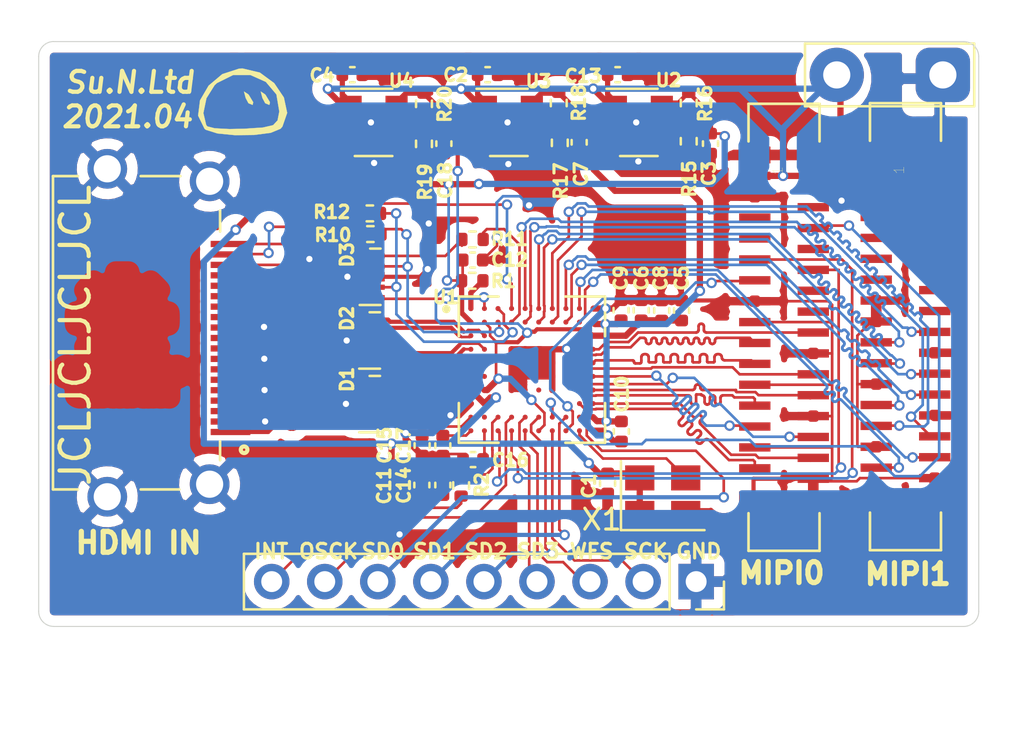
<source format=kicad_pcb>
(kicad_pcb (version 20171130) (host pcbnew 5.1.9)
  (layers (0 F.Cu signal) (31 B.Cu signal) (35 F.Paste user) (37 F.SilkS user) (38 B.Mask user hide) (39 F.Mask user hide) (44 Edge.Cuts user))
  (net 0 "")
  (net 1 GND)
  (net 2 HDMI1_D1_N)
  (net 3 HDMI1_D1_P)
  (net 4 HDMI1_D2_N)
  (net 5 HDMI1_D2_P)
  (net 6 HDMI1_CL_N)
  (net 7 HDMI1_CL_P)
  (net 8 HDMI1_D0_N)
  (net 9 HDMI1_D0_P)
  (net 10 HDMI1_CEC)
  (net 11 HDMI1_SCL)
  (net 12 HDMI1_SDA)
  (net 13 +3V3)
  (net 14 "Net-(R1-Pad1)")
  (net 15 +1V1)
  (net 16 +1V2)
  (net 17 "Net-(D3-Pad1)")
  (net 18 +5VA)
  (net 19 +5V)
  (net 20 HDMI1_I2C_SCL)
  (net 21 HDMI1_I2C_SDA)
  (net 22 HDMI1_RST)
  (net 23 MIPI0_D3_P)
  (net 24 MIPI0_D3_N)
  (net 25 MIPI0_D2_P)
  (net 26 MIPI0_D2_N)
  (net 27 MIPI0_D1_P)
  (net 28 MIPI0_D1_N)
  (net 29 MIPI0_CL_P)
  (net 30 MIPI0_CL_N)
  (net 31 MIPI0_D0_P)
  (net 32 MIPI0_D0_N)
  (net 33 MIPI1_D3_P)
  (net 34 MIPI1_D3_N)
  (net 35 MIPI1_D2_P)
  (net 36 MIPI1_D2_N)
  (net 37 MIPI1_D1_P)
  (net 38 MIPI1_D1_N)
  (net 39 MIPI1_CL_P)
  (net 40 MIPI1_CL_N)
  (net 41 MIPI1_D0_P)
  (net 42 MIPI1_D0_N)
  (net 43 HDMI1_HPD)
  (net 44 "Net-(C15-Pad2)")
  (net 45 "Net-(C17-Pad2)")
  (net 46 "Net-(C16-Pad2)")
  (net 47 HDMI1_A_SD3)
  (net 48 HDMI1_A_WFS)
  (net 49 HDMI1_A_SD2)
  (net 50 HDMI1_A_SCK)
  (net 51 HDMI1_A_SD1)
  (net 52 CLK_48MHz)
  (net 53 HDMI1_A_OSCK)
  (net 54 HDMI1_A_SD0)
  (net 55 "Net-(J1-Pad14)")
  (net 56 "Net-(J3-Pad4)")
  (net 57 "Net-(J3-Pad5)")
  (net 58 "Net-(J3-Pad7)")
  (net 59 "Net-(J3-Pad8)")
  (net 60 "Net-(J3-Pad12)")
  (net 61 "Net-(J3-Pad14)")
  (net 62 "Net-(J4-Pad4)")
  (net 63 "Net-(J4-Pad5)")
  (net 64 "Net-(J4-Pad6)")
  (net 65 "Net-(J4-Pad7)")
  (net 66 "Net-(J4-Pad8)")
  (net 67 "Net-(J4-Pad9)")
  (net 68 "Net-(J4-Pad10)")
  (net 69 "Net-(J4-Pad11)")
  (net 70 "Net-(J4-Pad12)")
  (net 71 "Net-(J4-Pad14)")
  (net 72 "Net-(U1-PadJ2)")
  (net 73 "Net-(U1-PadG6)")
  (net 74 INT)
  (net 75 "Net-(D1-Pad7)")
  (net 76 "Net-(D1-Pad6)")
  (net 77 "Net-(D1-Pad8)")
  (net 78 "Net-(D1-Pad5)")
  (net 79 "Net-(D1-Pad9)")
  (net 80 "Net-(D1-Pad10)")
  (net 81 "Net-(D1-Pad4)")
  (net 82 "Net-(D1-Pad1)")
  (net 83 "Net-(D1-Pad2)")
  (net 84 "Net-(D2-Pad7)")
  (net 85 "Net-(D2-Pad6)")
  (net 86 "Net-(D2-Pad8)")
  (net 87 "Net-(D2-Pad5)")
  (net 88 "Net-(D2-Pad9)")
  (net 89 "Net-(D2-Pad10)")
  (net 90 "Net-(D2-Pad4)")
  (net 91 "Net-(D2-Pad1)")
  (net 92 "Net-(D2-Pad2)")
  (net 93 "Net-(D3-Pad2)")
  (net 94 "Net-(D3-Pad4)")
  (net 95 "Net-(D3-Pad10)")
  (net 96 "Net-(D3-Pad9)")
  (net 97 "Net-(D3-Pad5)")
  (net 98 "Net-(D3-Pad8)")
  (net 99 "Net-(D3-Pad6)")
  (net 100 "Net-(D3-Pad7)")
  (net 101 "Net-(J1-Pad19)")
  (net 102 "Net-(R15-Pad1)")
  (net 103 "Net-(R17-Pad1)")
  (net 104 "Net-(R19-Pad1)")
  (net 105 +1V8)
  (net 106 "Net-(R2-Pad2)")
  (net 107 "Net-(X1-Pad1)")
  (module pi_video_capturer:TE_5-1903015-5 (layer F.Cu) (at 17.0058 45.4406 270)
    (fp_text reference J1 hide)
    (fp_text value HDMI)
    (pad 1 smd rect (at 4.75 -5 270) (size 0.3 1.9) (layers F.Cu F.Paste F.Mask) (net 5 HDMI1_D2_P))
    (pad 2 smd rect (at 4.25 -5 270) (size 0.3 1.9) (layers F.Cu F.Paste F.Mask) (net 1 GND))
    (pad 3 smd rect (at 3.75 -5 270) (size 0.3 1.9) (layers F.Cu F.Paste F.Mask) (net 4 HDMI1_D2_N))
    (pad 4 smd rect (at 3.25 -5 270) (size 0.3 1.9) (layers F.Cu F.Paste F.Mask) (net 3 HDMI1_D1_P))
    (pad 5 smd rect (at 2.75 -5 270) (size 0.3 1.9) (layers F.Cu F.Paste F.Mask) (net 1 GND))
    (pad 6 smd rect (at 2.25 -5 270) (size 0.3 1.9) (layers F.Cu F.Paste F.Mask) (net 2 HDMI1_D1_N))
    (pad 7 smd rect (at 1.75 -5 270) (size 0.3 1.9) (layers F.Cu F.Paste F.Mask) (net 9 HDMI1_D0_P))
    (pad 8 smd rect (at 1.25 -5 270) (size 0.3 1.9) (layers F.Cu F.Paste F.Mask) (net 1 GND))
    (pad 9 smd rect (at 0.75 -5 270) (size 0.3 1.9) (layers F.Cu F.Paste F.Mask) (net 8 HDMI1_D0_N))
    (pad 10 smd rect (at 0.25 -5 270) (size 0.3 1.9) (layers F.Cu F.Paste F.Mask) (net 7 HDMI1_CL_P))
    (pad 11 smd rect (at -0.25 -5 270) (size 0.3 1.9) (layers F.Cu F.Paste F.Mask) (net 1 GND))
    (pad 12 smd rect (at -0.75 -5 270) (size 0.3 1.9) (layers F.Cu F.Paste F.Mask) (net 6 HDMI1_CL_N))
    (pad 13 smd rect (at -1.25 -5 270) (size 0.3 1.9) (layers F.Cu F.Paste F.Mask) (net 10 HDMI1_CEC))
    (pad 14 smd rect (at -1.75 -5 270) (size 0.3 1.9) (layers F.Cu F.Paste F.Mask) (net 55 "Net-(J1-Pad14)"))
    (pad 15 smd rect (at -2.25 -5 270) (size 0.3 1.9) (layers F.Cu F.Paste F.Mask) (net 11 HDMI1_SCL))
    (pad 16 smd rect (at -2.75 -5 270) (size 0.3 1.9) (layers F.Cu F.Paste F.Mask) (net 12 HDMI1_SDA))
    (pad 17 smd rect (at -3.25 -5 270) (size 0.3 1.9) (layers F.Cu F.Paste F.Mask) (net 1 GND))
    (pad 18 smd rect (at -3.75 -5 270) (size 0.3 1.9) (layers F.Cu F.Paste F.Mask) (net 18 +5VA))
    (pad 19 smd rect (at -4.25 -5 270) (size 0.3 1.9) (layers F.Cu F.Paste F.Mask) (net 101 "Net-(J1-Pad19)"))
    (pad S1 thru_hole circle (at 7.25 -4 270) (size 1.9 1.9) (drill 1.3) (layers *.Cu *.Mask) (net 1 GND))
    (pad S2 thru_hole circle (at -7.25 -4 270) (size 1.9 1.9) (drill 1.3) (layers *.Cu *.Mask) (net 1 GND))
    (pad S3 thru_hole circle (at -7.85 0.9 270) (size 1.9 1.9) (drill 1.3) (layers *.Cu *.Mask) (net 1 GND))
    (pad S4 thru_hole circle (at 7.85 0.9 270) (size 1.9 1.9) (drill 1.3) (layers *.Cu *.Mask) (net 1 GND))
  )
  (module Symbol:OSHW-Logo_5.7x6mm_Copper (layer F.Cu) (at 16.8148 45.5422)
    (fp_text reference REF** hide)
    (fp_text value OSHW-Logo_5.7x6mm_Copper hide)
    (fp_poly (pts (xy -1.908759 1.469184) (xy -1.882247 1.482282) (xy -1.849553 1.505106) (xy -1.825725 1.529996) (xy -1.809406 1.561249) (xy -1.79924 1.603166) (xy -1.793872 1.660044) (xy -1.791944 1.736184) (xy -1.791831 1.768917) (xy -1.792161 1.840656) (xy -1.793527 1.891927) (xy -1.7965 1.927404) (xy -1.801649 1.951763) (xy -1.809543 1.96968) (xy -1.817757 1.981902) (xy -1.870187 2.033905) (xy -1.93193 2.065184) (xy -1.998536 2.074592) (xy -2.065558 2.06098) (xy -2.086792 2.051354) (xy -2.137624 2.024859) (xy -2.137624 2.440052) (xy -2.100525 2.420868) (xy -2.051643 2.406025) (xy -1.991561 2.402222) (xy -1.931564 2.409243) (xy -1.886256 2.425013) (xy -1.848675 2.455047) (xy -1.816564 2.498024) (xy -1.81415 2.502436) (xy -1.803967 2.523221) (xy -1.79653 2.54417) (xy -1.791411 2.569548) (xy -1.788181 2.603618) (xy -1.786413 2.650641) (xy -1.785677 2.714882) (xy -1.785544 2.787176) (xy -1.785544 3.017822) (xy -1.923861 3.017822) (xy -1.923861 2.592533) (xy -1.962549 2.559979) (xy -2.002738 2.53394) (xy -2.040797 2.529205) (xy -2.079066 2.541389) (xy -2.099462 2.55332) (xy -2.114642 2.570313) (xy -2.125438 2.595995) (xy -2.132683 2.633991) (xy -2.137208 2.687926) (xy -2.139844 2.761425) (xy -2.140772 2.810347) (xy -2.143911 3.011535) (xy -2.209926 3.015336) (xy -2.27594 3.019136) (xy -2.27594 1.77065) (xy -2.137624 1.77065) (xy -2.134097 1.840254) (xy -2.122215 1.888569) (xy -2.10002 1.918631) (xy -2.065559 1.933471) (xy -2.030742 1.936436) (xy -1.991329 1.933028) (xy -1.965171 1.919617) (xy -1.948814 1.901896) (xy -1.935937 1.882835) (xy -1.928272 1.861601) (xy -1.924861 1.831849) (xy -1.924749 1.787236) (xy -1.925897 1.74988) (xy -1.928532 1.693604) (xy -1.932456 1.656658) (xy -1.939063 1.633223) (xy -1.949749 1.61748) (xy -1.959833 1.60838) (xy -2.00197 1.588537) (xy -2.05184 1.585332) (xy -2.080476 1.592168) (xy -2.108828 1.616464) (xy -2.127609 1.663728) (xy -2.136712 1.733624) (xy -2.137624 1.77065) (xy -2.27594 1.77065) (xy -2.27594 1.458614) (xy -2.206782 1.458614) (xy -2.16526 1.460256) (xy -2.143838 1.466087) (xy -2.137626 1.477461) (xy -2.137624 1.477798) (xy -2.134742 1.488938) (xy -2.12203 1.487673) (xy -2.096757 1.475433) (xy -2.037869 1.456707) (xy -1.971615 1.454739) (xy -1.908759 1.469184)) (layer F.Cu) (width 0.01))
    (fp_poly (pts (xy -1.38421 2.406555) (xy -1.325055 2.422339) (xy -1.280023 2.450948) (xy -1.248246 2.488419) (xy -1.238366 2.504411) (xy -1.231073 2.521163) (xy -1.225974 2.542592) (xy -1.222679 2.572616) (xy -1.220797 2.615154) (xy -1.219937 2.674122) (xy -1.219707 2.75344) (xy -1.219703 2.774484) (xy -1.219703 3.017822) (xy -1.280059 3.017822) (xy -1.318557 3.015126) (xy -1.347023 3.008295) (xy -1.354155 3.004083) (xy -1.373652 2.996813) (xy -1.393566 3.004083) (xy -1.426353 3.01316) (xy -1.473978 3.016813) (xy -1.526764 3.015228) (xy -1.575036 3.008589) (xy -1.603218 3.000072) (xy -1.657753 2.965063) (xy -1.691835 2.916479) (xy -1.707157 2.851882) (xy -1.707299 2.850223) (xy -1.705955 2.821566) (xy -1.584356 2.821566) (xy -1.573726 2.854161) (xy -1.55641 2.872505) (xy -1.521652 2.886379) (xy -1.475773 2.891917) (xy -1.428988 2.889191) (xy -1.391514 2.878274) (xy -1.381015 2.871269) (xy -1.362668 2.838904) (xy -1.35802 2.802111) (xy -1.35802 2.753763) (xy -1.427582 2.753763) (xy -1.493667 2.75885) (xy -1.543764 2.773263) (xy -1.574929 2.795729) (xy -1.584356 2.821566) (xy -1.705955 2.821566) (xy -1.703987 2.779647) (xy -1.68071 2.723845) (xy -1.636948 2.681647) (xy -1.630899 2.677808) (xy -1.604907 2.665309) (xy -1.572735 2.65774) (xy -1.52776 2.654061) (xy -1.474331 2.653216) (xy -1.35802 2.653169) (xy -1.35802 2.604411) (xy -1.362953 2.566581) (xy -1.375543 2.541236) (xy -1.377017 2.539887) (xy -1.405034 2.5288) (xy -1.447326 2.524503) (xy -1.494064 2.526615) (xy -1.535418 2.534756) (xy -1.559957 2.546965) (xy -1.573253 2.556746) (xy -1.587294 2.558613) (xy -1.606671 2.5506) (xy -1.635976 2.530739) (xy -1.679803 2.497063) (xy -1.683825 2.493909) (xy -1.681764 2.482236) (xy -1.664568 2.462822) (xy -1.638433 2.441248) (xy -1.609552 2.423096) (xy -1.600478 2.418809) (xy -1.56738 2.410256) (xy -1.51888 2.404155) (xy -1.464695 2.401708) (xy -1.462161 2.401703) (xy -1.38421 2.406555)) (layer F.Cu) (width 0.01))
    (fp_poly (pts (xy -0.993356 2.40302) (xy -0.974539 2.40866) (xy -0.968473 2.421053) (xy -0.968218 2.426647) (xy -0.967129 2.44223) (xy -0.959632 2.444676) (xy -0.939381 2.433993) (xy -0.927351 2.426694) (xy -0.8894 2.411063) (xy -0.844072 2.403334) (xy -0.796544 2.40274) (xy -0.751995 2.408513) (xy -0.715602 2.419884) (xy -0.692543 2.436088) (xy -0.687996 2.456355) (xy -0.690291 2.461843) (xy -0.70702 2.484626) (xy -0.732963 2.512647) (xy -0.737655 2.517177) (xy -0.762383 2.538005) (xy -0.783718 2.544735) (xy -0.813555 2.540038) (xy -0.825508 2.536917) (xy -0.862705 2.529421) (xy -0.888859 2.532792) (xy -0.910946 2.544681) (xy -0.931178 2.560635) (xy -0.946079 2.5807) (xy -0.956434 2.608702) (xy -0.963029 2.648467) (xy -0.966649 2.703823) (xy -0.968078 2.778594) (xy -0.968218 2.82374) (xy -0.968218 3.017822) (xy -1.09396 3.017822) (xy -1.09396 2.401683) (xy -1.031089 2.401683) (xy -0.993356 2.40302)) (layer F.Cu) (width 0.01))
    (fp_poly (pts (xy -0.201188 3.017822) (xy -0.270346 3.017822) (xy -0.310488 3.016645) (xy -0.331394 3.011772) (xy -0.338922 3.001186) (xy -0.339505 2.994029) (xy -0.340774 2.979676) (xy -0.348779 2.976923) (xy -0.369815 2.985771) (xy -0.386173 2.994029) (xy -0.448977 3.013597) (xy -0.517248 3.014729) (xy -0.572752 3.000135) (xy -0.624438 2.964877) (xy -0.663838 2.912835) (xy -0.685413 2.85145) (xy -0.685962 2.848018) (xy -0.689167 2.810571) (xy -0.690761 2.756813) (xy -0.690633 2.716155) (xy -0.553279 2.716155) (xy -0.550097 2.770194) (xy -0.542859 2.814735) (xy -0.53306 2.839888) (xy -0.495989 2.87426) (xy -0.451974 2.886582) (xy -0.406584 2.876618) (xy -0.367797 2.846895) (xy -0.353108 2.826905) (xy -0.344519 2.80305) (xy -0.340496 2.76823) (xy -0.339505 2.71593) (xy -0.341278 2.664139) (xy -0.345963 2.618634) (xy -0.352603 2.588181) (xy -0.35371 2.585452) (xy -0.380491 2.553) (xy -0.419579 2.535183) (xy -0.463315 2.532306) (xy -0.504038 2.544674) (xy -0.534087 2.572593) (xy -0.537204 2.578148) (xy -0.546961 2.612022) (xy -0.552277 2.660728) (xy -0.553279 2.716155) (xy -0.690633 2.716155) (xy -0.690568 2.69554) (xy -0.689664 2.662563) (xy -0.683514 2.580981) (xy -0.670733 2.51973) (xy -0.649471 2.474449) (xy -0.617878 2.440779) (xy -0.587207 2.421014) (xy -0.544354 2.40712) (xy -0.491056 2.402354) (xy -0.43648 2.406236) (xy -0.389792 2.418282) (xy -0.365124 2.432693) (xy -0.339505 2.455878) (xy -0.339505 2.162773) (xy -0.201188 2.162773) (xy -0.201188 3.017822)) (layer F.Cu) (width 0.01))
    (fp_poly (pts (xy 0.281524 2.404237) (xy 0.331255 2.407971) (xy 0.461291 2.797773) (xy 0.481678 2.728614) (xy 0.493946 2.685874) (xy 0.510085 2.628115) (xy 0.527512 2.564625) (xy 0.536726 2.53057) (xy 0.571388 2.401683) (xy 0.714391 2.401683) (xy 0.671646 2.536857) (xy 0.650596 2.603342) (xy 0.625167 2.683539) (xy 0.59861 2.767193) (xy 0.574902 2.841782) (xy 0.520902 3.011535) (xy 0.462598 3.015328) (xy 0.404295 3.019122) (xy 0.372679 2.914734) (xy 0.353182 2.849889) (xy 0.331904 2.7784) (xy 0.313308 2.715263) (xy 0.312574 2.71275) (xy 0.298684 2.669969) (xy 0.286429 2.640779) (xy 0.277846 2.629741) (xy 0.276082 2.631018) (xy 0.269891 2.64813) (xy 0.258128 2.684787) (xy 0.242225 2.736378) (xy 0.223614 2.798294) (xy 0.213543 2.832352) (xy 0.159007 3.017822) (xy 0.043264 3.017822) (xy -0.049263 2.725471) (xy -0.075256 2.643462) (xy -0.098934 2.568987) (xy -0.11918 2.505544) (xy -0.134874 2.456632) (xy -0.144898 2.425749) (xy -0.147945 2.416726) (xy -0.145533 2.407487) (xy -0.126592 2.403441) (xy -0.087177 2.403846) (xy -0.081007 2.404152) (xy -0.007914 2.407971) (xy 0.039957 2.58401) (xy 0.057553 2.648211) (xy 0.073277 2.704649) (xy 0.085746 2.748422) (xy 0.093574 2.77463) (xy 0.09502 2.778903) (xy 0.101014 2.77399) (xy 0.113101 2.748532) (xy 0.129893 2.705997) (xy 0.150003 2.64985) (xy 0.167003 2.59913) (xy 0.231794 2.400504) (xy 0.281524 2.404237)) (layer F.Cu) (width 0.01))
    (fp_poly (pts (xy 1.038411 2.405417) (xy 1.091411 2.41829) (xy 1.106731 2.42511) (xy 1.136428 2.442974) (xy 1.15922 2.463093) (xy 1.176083 2.488962) (xy 1.187998 2.524073) (xy 1.195942 2.57192) (xy 1.200894 2.635996) (xy 1.203831 2.719794) (xy 1.204947 2.775768) (xy 1.209052 3.017822) (xy 1.138932 3.017822) (xy 1.096393 3.016038) (xy 1.074476 3.009942) (xy 1.068812 2.999706) (xy 1.065821 2.988637) (xy 1.052451 2.990754) (xy 1.034233 2.999629) (xy 0.988624 3.013233) (xy 0.930007 3.016899) (xy 0.868354 3.010903) (xy 0.813638 2.995521) (xy 0.80873 2.993386) (xy 0.758723 2.958255) (xy 0.725756 2.909419) (xy 0.710587 2.852333) (xy 0.711746 2.831824) (xy 0.835508 2.831824) (xy 0.846413 2.859425) (xy 0.878745 2.879204) (xy 0.93091 2.889819) (xy 0.958787 2.891228) (xy 1.005247 2.88762) (xy 1.036129 2.873597) (xy 1.043664 2.866931) (xy 1.064076 2.830666) (xy 1.068812 2.797773) (xy 1.068812 2.753763) (xy 1.007513 2.753763) (xy 0.936256 2.757395) (xy 0.886276 2.768818) (xy 0.854696 2.788824) (xy 0.847626 2.797743) (xy 0.835508 2.831824) (xy 0.711746 2.831824) (xy 0.713971 2.792456) (xy 0.736663 2.735244) (xy 0.767624 2.69658) (xy 0.786376 2.679864) (xy 0.804733 2.668878) (xy 0.828619 2.66218) (xy 0.863957 2.658326) (xy 0.916669 2.655873) (xy 0.937577 2.655168) (xy 1.068812 2.650879) (xy 1.06862 2.611158) (xy 1.063537 2.569405) (xy 1.045162 2.544158) (xy 1.008039 2.52803) (xy 1.007043 2.527742) (xy 0.95441 2.5214) (xy 0.902906 2.529684) (xy 0.86463 2.549827) (xy 0.849272 2.559773) (xy 0.83273 2.558397) (xy 0.807275 2.543987) (xy 0.792328 2.533817) (xy 0.763091 2.512088) (xy 0.74498 2.4958) (xy 0.742074 2.491137) (xy 0.75404 2.467005) (xy 0.789396 2.438185) (xy 0.804753 2.428461) (xy 0.848901 2.411714) (xy 0.908398 2.402227) (xy 0.974487 2.400095) (xy 1.038411 2.405417)) (layer F.Cu) (width 0.01))
    (fp_poly (pts (xy 1.635255 2.401486) (xy 1.683595 2.411015) (xy 1.711114 2.425125) (xy 1.740064 2.448568) (xy 1.698876 2.500571) (xy 1.673482 2.532064) (xy 1.656238 2.547428) (xy 1.639102 2.549776) (xy 1.614027 2.542217) (xy 1.602257 2.537941) (xy 1.55427 2.531631) (xy 1.510324 2.545156) (xy 1.47806 2.57571) (xy 1.472819 2.585452) (xy 1.467112 2.611258) (xy 1.462706 2.658817) (xy 1.459811 2.724758) (xy 1.458631 2.80571) (xy 1.458614 2.817226) (xy 1.458614 3.017822) (xy 1.320297 3.017822) (xy 1.320297 2.401683) (xy 1.389456 2.401683) (xy 1.429333 2.402725) (xy 1.450107 2.407358) (xy 1.457789 2.417849) (xy 1.458614 2.427745) (xy 1.458614 2.453806) (xy 1.491745 2.427745) (xy 1.529735 2.409965) (xy 1.58077 2.401174) (xy 1.635255 2.401486)) (layer F.Cu) (width 0.01))
    (fp_poly (pts (xy 2.032581 2.40497) (xy 2.092685 2.420597) (xy 2.143021 2.452848) (xy 2.167393 2.47694) (xy 2.207345 2.533895) (xy 2.230242 2.599965) (xy 2.238108 2.681182) (xy 2.238148 2.687748) (xy 2.238218 2.753763) (xy 1.858264 2.753763) (xy 1.866363 2.788342) (xy 1.880987 2.819659) (xy 1.906581 2.852291) (xy 1.911935 2.8575) (xy 1.957943 2.885694) (xy 2.01041 2.890475) (xy 2.070803 2.871926) (xy 2.08104 2.866931) (xy 2.112439 2.851745) (xy 2.13347 2.843094) (xy 2.137139 2.842293) (xy 2.149948 2.850063) (xy 2.174378 2.869072) (xy 2.186779 2.87946) (xy 2.212476 2.903321) (xy 2.220915 2.919077) (xy 2.215058 2.933571) (xy 2.211928 2.937534) (xy 2.190725 2.954879) (xy 2.155738 2.975959) (xy 2.131337 2.988265) (xy 2.062072 3.009946) (xy 1.985388 3.016971) (xy 1.912765 3.008647) (xy 1.892426 3.002686) (xy 1.829476 2.968952) (xy 1.782815 2.917045) (xy 1.752173 2.846459) (xy 1.737282 2.756692) (xy 1.735647 2.709753) (xy 1.740421 2.641413) (xy 1.86099 2.641413) (xy 1.872652 2.646465) (xy 1.903998 2.650429) (xy 1.949571 2.652768) (xy 1.980446 2.653169) (xy 2.035981 2.652783) (xy 2.071033 2.650975) (xy 2.090262 2.646773) (xy 2.09833 2.639203) (xy 2.099901 2.628218) (xy 2.089121 2.594381) (xy 2.06198 2.56094) (xy 2.026277 2.535272) (xy 1.99056 2.524772) (xy 1.942048 2.534086) (xy 1.900053 2.561013) (xy 1.870936 2.599827) (xy 1.86099 2.641413) (xy 1.740421 2.641413) (xy 1.742599 2.610236) (xy 1.764055 2.530949) (xy 1.80047 2.471263) (xy 1.852297 2.430549) (xy 1.91999 2.408179) (xy 1.956662 2.403871) (xy 2.032581 2.40497)) (layer F.Cu) (width 0.01))
    (fp_poly (pts (xy -2.538261 1.465148) (xy -2.472479 1.494231) (xy -2.42254 1.542793) (xy -2.388374 1.610908) (xy -2.369907 1.698651) (xy -2.368583 1.712351) (xy -2.367546 1.808939) (xy -2.380993 1.893602) (xy -2.408108 1.962221) (xy -2.422627 1.984294) (xy -2.473201 2.031011) (xy -2.537609 2.061268) (xy -2.609666 2.073824) (xy -2.683185 2.067439) (xy -2.739072 2.047772) (xy -2.787132 2.014629) (xy -2.826412 1.971175) (xy -2.827092 1.970158) (xy -2.843044 1.943338) (xy -2.85341 1.916368) (xy -2.859688 1.882332) (xy -2.863373 1.83431) (xy -2.864997 1.794931) (xy -2.865672 1.759219) (xy -2.739955 1.759219) (xy -2.738726 1.79477) (xy -2.734266 1.842094) (xy -2.726397 1.872465) (xy -2.712207 1.894072) (xy -2.698917 1.906694) (xy -2.651802 1.933122) (xy -2.602505 1.936653) (xy -2.556593 1.917639) (xy -2.533638 1.896331) (xy -2.517096 1.874859) (xy -2.507421 1.854313) (xy -2.503174 1.827574) (xy -2.50292 1.787523) (xy -2.504228 1.750638) (xy -2.507043 1.697947) (xy -2.511505 1.663772) (xy -2.519548 1.64148) (xy -2.533103 1.624442) (xy -2.543845 1.614703) (xy -2.588777 1.589123) (xy -2.637249 1.587847) (xy -2.677894 1.602999) (xy -2.712567 1.634642) (xy -2.733224 1.68662) (xy -2.739955 1.759219) (xy -2.865672 1.759219) (xy -2.866479 1.716621) (xy -2.863948 1.658056) (xy -2.856362 1.614007) (xy -2.842681 1.579248) (xy -2.821865 1.548551) (xy -2.814147 1.539436) (xy -2.765889 1.494021) (xy -2.714128 1.467493) (xy -2.650828 1.456379) (xy -2.619961 1.455471) (xy -2.538261 1.465148)) (layer F.Cu) (width 0.01))
    (fp_poly (pts (xy -1.356699 1.472614) (xy -1.344168 1.478514) (xy -1.300799 1.510283) (xy -1.25979 1.556646) (xy -1.229168 1.607696) (xy -1.220459 1.631166) (xy -1.212512 1.673091) (xy -1.207774 1.723757) (xy -1.207199 1.744679) (xy -1.207129 1.810693) (xy -1.587083 1.810693) (xy -1.578983 1.845273) (xy -1.559104 1.88617) (xy -1.524347 1.921514) (xy -1.482998 1.944282) (xy -1.456649 1.94901) (xy -1.420916 1.943273) (xy -1.378282 1.928882) (xy -1.363799 1.922262) (xy -1.31024 1.895513) (xy -1.264533 1.930376) (xy -1.238158 1.953955) (xy -1.224124 1.973417) (xy -1.223414 1.979129) (xy -1.235951 1.992973) (xy -1.263428 2.014012) (xy -1.288366 2.030425) (xy -1.355664 2.05993) (xy -1.43111 2.073284) (xy -1.505888 2.069812) (xy -1.565495 2.051663) (xy -1.626941 2.012784) (xy -1.670608 1.961595) (xy -1.697926 1.895367) (xy -1.710322 1.811371) (xy -1.711421 1.772936) (xy -1.707022 1.684861) (xy -1.706482 1.682299) (xy -1.580582 1.682299) (xy -1.577115 1.690558) (xy -1.562863 1.695113) (xy -1.53347 1.697065) (xy -1.484575 1.697517) (xy -1.465748 1.697525) (xy -1.408467 1.696843) (xy -1.372141 1.694364) (xy -1.352604 1.689443) (xy -1.34569 1.681434) (xy -1.345445 1.678862) (xy -1.353336 1.658423) (xy -1.373085 1.629789) (xy -1.381575 1.619763) (xy -1.413094 1.591408) (xy -1.445949 1.580259) (xy -1.463651 1.579327) (xy -1.511539 1.590981) (xy -1.551699 1.622285) (xy -1.577173 1.667752) (xy -1.577625 1.669233) (xy -1.580582 1.682299) (xy -1.706482 1.682299) (xy -1.692392 1.61551) (xy -1.666038 1.560025) (xy -1.633807 1.520639) (xy -1.574217 1.477931) (xy -1.504168 1.455109) (xy -1.429661 1.453046) (xy -1.356699 1.472614)) (layer F.Cu) (width 0.01))
    (fp_poly (pts (xy 0.014017 1.456452) (xy 0.061634 1.465482) (xy 0.111034 1.48437) (xy 0.116312 1.486777) (xy 0.153774 1.506476) (xy 0.179717 1.524781) (xy 0.188103 1.536508) (xy 0.180117 1.555632) (xy 0.16072 1.58385) (xy 0.15211 1.594384) (xy 0.116628 1.635847) (xy 0.070885 1.608858) (xy 0.02735 1.590878) (xy -0.02295 1.581267) (xy -0.071188 1.58066) (xy -0.108533 1.589691) (xy -0.117495 1.595327) (xy -0.134563 1.621171) (xy -0.136637 1.650941) (xy -0.123866 1.674197) (xy -0.116312 1.678708) (xy -0.093675 1.684309) (xy -0.053885 1.690892) (xy -0.004834 1.697183) (xy 0.004215 1.69817) (xy 0.082996 1.711798) (xy 0.140136 1.734946) (xy 0.17803 1.769752) (xy 0.199079 1.818354) (xy 0.205635 1.877718) (xy 0.196577 1.945198) (xy 0.167164 1.998188) (xy 0.117278 2.036783) (xy 0.0468 2.061081) (xy -0.031435 2.070667) (xy -0.095234 2.070552) (xy -0.146984 2.061845) (xy -0.182327 2.049825) (xy -0.226983 2.02888) (xy -0.268253 2.004574) (xy -0.282921 1.993876) (xy -0.320643 1.963084) (xy -0.275148 1.917049) (xy -0.229653 1.871013) (xy -0.177928 1.905243) (xy -0.126048 1.930952) (xy -0.070649 1.944399) (xy -0.017395 1.945818) (xy 0.028049 1.935443) (xy 0.060016 1.913507) (xy 0.070338 1.894998) (xy 0.068789 1.865314) (xy 0.04314 1.842615) (xy -0.00654 1.82694) (xy -0.060969 1.819695) (xy -0.144736 1.805873) (xy -0.206967 1.779796) (xy -0.248493 1.740699) (xy -0.270147 1.68782) (xy -0.273147 1.625126) (xy -0.258329 1.559642) (xy -0.224546 1.510144) (xy -0.171495 1.476408) (xy -0.098874 1.458207) (xy -0.045072 1.454639) (xy 0.014017 1.456452)) (layer F.Cu) (width 0.01))
    (fp_poly (pts (xy 0.610762 1.466055) (xy 0.674363 1.500692) (xy 0.724123 1.555372) (xy 0.747568 1.599842) (xy 0.757634 1.639121) (xy 0.764156 1.695116) (xy 0.766951 1.759621) (xy 0.765836 1.824429) (xy 0.760626 1.881334) (xy 0.754541 1.911727) (xy 0.734014 1.953306) (xy 0.698463 1.997468) (xy 0.655619 2.036087) (xy 0.613211 2.061034) (xy 0.612177 2.06143) (xy 0.559553 2.072331) (xy 0.497188 2.072601) (xy 0.437924 2.062676) (xy 0.41504 2.054722) (xy 0.356102 2.0213) (xy 0.31389 1.977511) (xy 0.286156 1.919538) (xy 0.270651 1.843565) (xy 0.267143 1.803771) (xy 0.26759 1.753766) (xy 0.402376 1.753766) (xy 0.406917 1.826732) (xy 0.419986 1.882334) (xy 0.440756 1.917861) (xy 0.455552 1.92802) (xy 0.493464 1.935104) (xy 0.538527 1.933007) (xy 0.577487 1.922812) (xy 0.587704 1.917204) (xy 0.614659 1.884538) (xy 0.632451 1.834545) (xy 0.640024 1.773705) (xy 0.636325 1.708497) (xy 0.628057 1.669253) (xy 0.60432 1.623805) (xy 0.566849 1.595396) (xy 0.52172 1.585573) (xy 0.475011 1.595887) (xy 0.439132 1.621112) (xy 0.420277 1.641925) (xy 0.409272 1.662439) (xy 0.404026 1.690203) (xy 0.402449 1.732762) (xy 0.402376 1.753766) (xy 0.26759 1.753766) (xy 0.268094 1.69758) (xy 0.285388 1.610501) (xy 0.319029 1.54253) (xy 0.369018 1.493664) (xy 0.435356 1.463899) (xy 0.449601 1.460448) (xy 0.53521 1.452345) (xy 0.610762 1.466055)) (layer F.Cu) (width 0.01))
    (fp_poly (pts (xy 0.993367 1.654342) (xy 0.994555 1.746563) (xy 0.998897 1.81661) (xy 1.007558 1.867381) (xy 1.021704 1.901772) (xy 1.0425 1.922679) (xy 1.07111 1.933) (xy 1.106535 1.935636) (xy 1.143636 1.932682) (xy 1.171818 1.921889) (xy 1.192243 1.90036) (xy 1.206079 1.865199) (xy 1.214491 1.81351) (xy 1.218643 1.742394) (xy 1.219703 1.654342) (xy 1.219703 1.458614) (xy 1.35802 1.458614) (xy 1.35802 2.062179) (xy 1.288862 2.062179) (xy 1.24717 2.060489) (xy 1.225701 2.054556) (xy 1.219703 2.043293) (xy 1.216091 2.033261) (xy 1.201714 2.035383) (xy 1.172736 2.04958) (xy 1.106319 2.07148) (xy 1.035875 2.069928) (xy 0.968377 2.046147) (xy 0.936233 2.027362) (xy 0.911715 2.007022) (xy 0.893804 1.981573) (xy 0.881479 1.947458) (xy 0.873723 1.901121) (xy 0.869516 1.839007) (xy 0.86784 1.757561) (xy 0.867624 1.694578) (xy 0.867624 1.458614) (xy 0.993367 1.458614) (xy 0.993367 1.654342)) (layer F.Cu) (width 0.01))
    (fp_poly (pts (xy 2.217226 1.46388) (xy 2.29008 1.49483) (xy 2.313027 1.509895) (xy 2.342354 1.533048) (xy 2.360764 1.551253) (xy 2.363961 1.557183) (xy 2.354935 1.57034) (xy 2.331837 1.592667) (xy 2.313344 1.60825) (xy 2.262728 1.648926) (xy 2.22276 1.615295) (xy 2.191874 1.593584) (xy 2.161759 1.58609) (xy 2.127292 1.58792) (xy 2.072561 1.601528) (xy 2.034886 1.629772) (xy 2.011991 1.675433) (xy 2.001597 1.741289) (xy 2.001595 1.741331) (xy 2.002494 1.814939) (xy 2.016463 1.868946) (xy 2.044328 1.905716) (xy 2.063325 1.918168) (xy 2.113776 1.933673) (xy 2.167663 1.933683) (xy 2.214546 1.918638) (xy 2.225644 1.911287) (xy 2.253476 1.892511) (xy 2.275236 1.889434) (xy 2.298704 1.903409) (xy 2.324649 1.92851) (xy 2.365716 1.97088) (xy 2.320121 2.008464) (xy 2.249674 2.050882) (xy 2.170233 2.071785) (xy 2.087215 2.070272) (xy 2.032694 2.056411) (xy 1.96897 2.022135) (xy 1.918005 1.968212) (xy 1.894851 1.930149) (xy 1.876099 1.875536) (xy 1.866715 1.806369) (xy 1.866643 1.731407) (xy 1.875824 1.659409) (xy 1.894199 1.599137) (xy 1.897093 1.592958) (xy 1.939952 1.532351) (xy 1.997979 1.488224) (xy 2.066591 1.461493) (xy 2.141201 1.453073) (xy 2.217226 1.46388)) (layer F.Cu) (width 0.01))
    (fp_poly (pts (xy 2.677898 1.456457) (xy 2.710096 1.464279) (xy 2.771825 1.492921) (xy 2.82461 1.536667) (xy 2.861141 1.589117) (xy 2.86616 1.600893) (xy 2.873045 1.63174) (xy 2.877864 1.677371) (xy 2.879505 1.723492) (xy 2.879505 1.810693) (xy 2.697178 1.810693) (xy 2.621979 1.810978) (xy 2.569003 1.812704) (xy 2.535325 1.817181) (xy 2.51802 1.82572) (xy 2.514163 1.83963) (xy 2.520829 1.860222) (xy 2.53277 1.884315) (xy 2.56608 1.924525) (xy 2.612368 1.944558) (xy 2.668944 1.943905) (xy 2.733031 1.922101) (xy 2.788417 1.895193) (xy 2.834375 1.931532) (xy 2.880333 1.967872) (xy 2.837096 2.007819) (xy 2.779374 2.045563) (xy 2.708386 2.06832) (xy 2.632029 2.074688) (xy 2.558199 2.063268) (xy 2.546287 2.059393) (xy 2.481399 2.025506) (xy 2.43313 1.974986) (xy 2.400465 1.906325) (xy 2.382385 1.818014) (xy 2.382175 1.816121) (xy 2.380556 1.719878) (xy 2.3871 1.685542) (xy 2.514852 1.685542) (xy 2.526584 1.690822) (xy 2.558438 1.694867) (xy 2.605397 1.697176) (xy 2.635154 1.697525) (xy 2.690648 1.697306) (xy 2.725346 1.695916) (xy 2.743601 1.692251) (xy 2.749766 1.68521) (xy 2.748195 1.67369) (xy 2.746878 1.669233) (xy 2.724382 1.627355) (xy 2.689003 1.593604) (xy 2.65778 1.578773) (xy 2.616301 1.579668) (xy 2.574269 1.598164) (xy 2.539012 1.628786) (xy 2.517854 1.666062) (xy 2.514852 1.685542) (xy 2.3871 1.685542) (xy 2.39669 1.635229) (xy 2.428698 1.564191) (xy 2.474701 1.508779) (xy 2.532821 1.471009) (xy 2.60118 1.452896) (xy 2.677898 1.456457)) (layer F.Cu) (width 0.01))
    (fp_poly (pts (xy -0.754012 1.469002) (xy -0.722717 1.48395) (xy -0.692409 1.505541) (xy -0.669318 1.530391) (xy -0.6525 1.562087) (xy -0.641006 1.604214) (xy -0.633891 1.660358) (xy -0.630207 1.734106) (xy -0.629008 1.829044) (xy -0.628989 1.838985) (xy -0.628713 2.062179) (xy -0.76703 2.062179) (xy -0.76703 1.856418) (xy -0.767128 1.780189) (xy -0.767809 1.724939) (xy -0.769651 1.686501) (xy -0.773233 1.660706) (xy -0.779132 1.643384) (xy -0.787927 1.630368) (xy -0.80018 1.617507) (xy -0.843047 1.589873) (xy -0.889843 1.584745) (xy -0.934424 1.602217) (xy -0.949928 1.615221) (xy -0.96131 1.627447) (xy -0.969481 1.64054) (xy -0.974974 1.658615) (xy -0.97832 1.685787) (xy -0.980051 1.72617) (xy -0.980697 1.783879) (xy -0.980792 1.854132) (xy -0.980792 2.062179) (xy -1.119109 2.062179) (xy -1.119109 1.458614) (xy -1.04995 1.458614) (xy -1.008428 1.460256) (xy -0.987006 1.466087) (xy -0.980795 1.477461) (xy -0.980792 1.477798) (xy -0.97791 1.488938) (xy -0.965199 1.487674) (xy -0.939926 1.475434) (xy -0.882605 1.457424) (xy -0.817037 1.455421) (xy -0.754012 1.469002)) (layer F.Cu) (width 0.01))
    (fp_poly (pts (xy 1.79946 1.45803) (xy 1.842711 1.471245) (xy 1.870558 1.487941) (xy 1.879629 1.501145) (xy 1.877132 1.516797) (xy 1.860931 1.541385) (xy 1.847232 1.5588) (xy 1.818992 1.590283) (xy 1.797775 1.603529) (xy 1.779688 1.602664) (xy 1.726035 1.58901) (xy 1.68663 1.58963) (xy 1.654632 1.605104) (xy 1.64389 1.614161) (xy 1.609505 1.646027) (xy 1.609505 2.062179) (xy 1.471188 2.062179) (xy 1.471188 1.458614) (xy 1.540347 1.458614) (xy 1.581869 1.460256) (xy 1.603291 1.466087) (xy 1.609502 1.477461) (xy 1.609505 1.477798) (xy 1.612439 1.489713) (xy 1.625704 1.488159) (xy 1.644084 1.479563) (xy 1.682046 1.463568) (xy 1.712872 1.453945) (xy 1.752536 1.451478) (xy 1.79946 1.45803)) (layer F.Cu) (width 0.01))
    (fp_poly (pts (xy 0.376964 -2.709982) (xy 0.433812 -2.40843) (xy 0.853338 -2.235488) (xy 1.104984 -2.406605) (xy 1.175458 -2.45425) (xy 1.239163 -2.49679) (xy 1.293126 -2.532285) (xy 1.334373 -2.55879) (xy 1.359934 -2.574364) (xy 1.366895 -2.577722) (xy 1.379435 -2.569086) (xy 1.406231 -2.545208) (xy 1.44428 -2.509141) (xy 1.490579 -2.463933) (xy 1.542123 -2.412636) (xy 1.595909 -2.358299) (xy 1.648935 -2.303972) (xy 1.698195 -2.252705) (xy 1.740687 -2.207549) (xy 1.773407 -2.171554) (xy 1.793351 -2.14777) (xy 1.798119 -2.13981) (xy 1.791257 -2.125135) (xy 1.77202 -2.092986) (xy 1.74243 -2.046508) (xy 1.70451 -1.988844) (xy 1.660282 -1.92314) (xy 1.634654 -1.885664) (xy 1.587941 -1.817232) (xy 1.546432 -1.75548) (xy 1.51214 -1.703481) (xy 1.48708 -1.664308) (xy 1.473264 -1.641035) (xy 1.471188 -1.636145) (xy 1.475895 -1.622245) (xy 1.488723 -1.58985) (xy 1.507738 -1.543515) (xy 1.531003 -1.487794) (xy 1.556584 -1.427242) (xy 1.582545 -1.366414) (xy 1.60695 -1.309864) (xy 1.627863 -1.262148) (xy 1.643349 -1.227819) (xy 1.651472 -1.211432) (xy 1.651952 -1.210788) (xy 1.664707 -1.207659) (xy 1.698677 -1.200679) (xy 1.75034 -1.190533) (xy 1.816176 -1.177908) (xy 1.892664 -1.163491) (xy 1.93729 -1.155177) (xy 2.019021 -1.139616) (xy 2.092843 -1.124808) (xy 2.155021 -1.111564) (xy 2.201822 -1.100695) (xy 2.229509 -1.093011) (xy 2.235074 -1.090573) (xy 2.240526 -1.07407) (xy 2.244924 -1.0368) (xy 2.248272 -0.98312) (xy 2.250574 -0.917388) (xy 2.251832 -0.843963) (xy 2.252048 -0.767204) (xy 2.251227 -0.691468) (xy 2.249371 -0.621114) (xy 2.246482 -0.5605) (xy 2.242565 -0.513984) (xy 2.237622 -0.485925) (xy 2.234657 -0.480084) (xy 2.216934 -0.473083) (xy 2.179381 -0.463073) (xy 2.126964 -0.451231) (xy 2.064652 -0.438733) (xy 2.0429 -0.43469) (xy 1.938024 -0.41548) (xy 1.85518 -0.400009) (xy 1.79163 -0.387663) (xy 1.744637 -0.377827) (xy 1.711463 -0.369886) (xy 1.689371 -0.363224) (xy 1.675624 -0.357227) (xy 1.667484 -0.351281) (xy 1.666345 -0.350106) (xy 1.654977 -0.331174) (xy 1.637635 -0.294331) (xy 1.61605 -0.244087) (xy 1.591954 -0.184954) (xy 1.567079 -0.121444) (xy 1.543157 -0.058068) (xy 1.521919 0.000662) (xy 1.505097 0.050235) (xy 1.494422 0.086139) (xy 1.491627 0.103862) (xy 1.49186 0.104483) (xy 1.501331 0.11897) (xy 1.522818 0.150844) (xy 1.554063 0.196789) (xy 1.592807 0.253485) (xy 1.636793 0.317617) (xy 1.649319 0.335842) (xy 1.693984 0.401914) (xy 1.733288 0.4622) (xy 1.765088 0.513235) (xy 1.787245 0.55156) (xy 1.797617 0.573711) (xy 1.798119 0.576432) (xy 1.789405 0.590736) (xy 1.765325 0.619072) (xy 1.728976 0.658396) (xy 1.683453 0.705661) (xy 1.631852 0.757823) (xy 1.577267 0.811835) (xy 1.522794 0.864653) (xy 1.471529 0.913231) (xy 1.426567 0.954523) (xy 1.391004 0.985485) (xy 1.367935 1.00307) (xy 1.361554 1.005941) (xy 1.346699 0.999178) (xy 1.316286 0.980939) (xy 1.275268 0.954297) (xy 1.243709 0.932852) (xy 1.186525 0.893503) (xy 1.118806 0.847171) (xy 1.05088 0.800913) (xy 1.014361 0.776155) (xy 0.890752 0.692547) (xy 0.786991 0.74865) (xy 0.73972 0.773228) (xy 0.699523 0.792331) (xy 0.672326 0.803227) (xy 0.665402 0.804743) (xy 0.657077 0.793549) (xy 0.640654 0.761917) (xy 0.617357 0.712765) (xy 0.588414 0.64901) (xy 0.55505 0.573571) (xy 0.518491 0.489364) (xy 0.479964 0.399308) (xy 0.440694 0.306321) (xy 0.401908 0.21332) (xy 0.36483 0.123223) (xy 0.330689 0.038948) (xy 0.300708 -0.036587) (xy 0.276116 -0.100466) (xy 0.258136 -0.149769) (xy 0.247997 -0.181579) (xy 0.246366 -0.192504) (xy 0.259291 -0.206439) (xy 0.287589 -0.22906) (xy 0.325346 -0.255667) (xy 0.328515 -0.257772) (xy 0.4261 -0.335886) (xy 0.504786 -0.427018) (xy 0.563891 -0.528255) (xy 0.602732 -0.636682) (xy 0.620628 -0.749386) (xy 0.616897 -0.863452) (xy 0.590857 -0.975966) (xy 0.541825 -1.084015) (xy 0.5274 -1.107655) (xy 0.452369 -1.203113) (xy 0.36373 -1.279768) (xy 0.264549 -1.33722) (xy 0.157895 -1.375071) (xy 0.046836 -1.392922) (xy -0.065561 -1.390375) (xy -0.176227 -1.36703) (xy -0.282094 -1.32249) (xy -0.380095 -1.256355) (xy -0.41041 -1.229513) (xy -0.487562 -1.145488) (xy -0.543782 -1.057034) (xy -0.582347 -0.957885) (xy -0.603826 -0.859697) (xy -0.609128 -0.749303) (xy -0.591448 -0.63836) (xy -0.552581 -0.530619) (xy -0.494323 -0.429831) (xy -0.418469 -0.339744) (xy -0.326817 -0.264108) (xy -0.314772 -0.256136) (xy -0.276611 -0.230026) (xy -0.247601 -0.207405) (xy -0.233732 -0.192961) (xy -0.233531 -0.192504) (xy -0.236508 -0.176879) (xy -0.248311 -0.141418) (xy -0.267714 -0.089038) (xy -0.293488 -0.022655) (xy -0.324409 0.054814) (xy -0.359249 0.14045) (xy -0.396783 0.231337) (xy -0.435783 0.324559) (xy -0.475023 0.417197) (xy -0.513276 0.506335) (xy -0.549317 0.589055) (xy -0.581917 0.662441) (xy -0.609852 0.723575) (xy -0.631895 0.769541) (xy -0.646818 0.797421) (xy -0.652828 0.804743) (xy -0.671191 0.799041) (xy -0.705552 0.783749) (xy -0.749984 0.761599) (xy -0.774417 0.74865) (xy -0.878178 0.692547) (xy -1.001787 0.776155) (xy -1.064886 0.818987) (xy -1.13397 0.866122) (xy -1.198707 0.910503) (xy -1.231134 0.932852) (xy -1.276741 0.963477) (xy -1.31536 0.987747) (xy -1.341952 1.002587) (xy -1.35059 1.005724) (xy -1.363161 0.997261) (xy -1.390984 0.973636) (xy -1.431361 0.937302) (xy -1.481595 0.890711) (xy -1.538988 0.836317) (xy -1.575286 0.801392) (xy -1.63879 0.738996) (xy -1.693673 0.683188) (xy -1.737714 0.636354) (xy -1.768695 0.600882) (xy -1.784398 0.579161) (xy -1.785905 0.574752) (xy -1.778914 0.557985) (xy -1.759594 0.524082) (xy -1.730091 0.476476) (xy -1.692545 0.418599) (xy -1.6491 0.353884) (xy -1.636745 0.335842) (xy -1.591727 0.270267) (xy -1.55134 0.211228) (xy -1.51784 0.162042) (xy -1.493486 0.126028) (xy -1.480536 0.106502) (xy -1.479285 0.104483) (xy -1.481156 0.088922) (xy -1.491087 0.054709) (xy -1.507347 0.006355) (xy -1.528205 -0.051629) (xy -1.551927 -0.11473) (xy -1.576784 -0.178437) (xy -1.601042 -0.238239) (xy -1.622971 -0.289624) (xy -1.640838 -0.328081) (xy -1.652913 -0.349098) (xy -1.653771 -0.350106) (xy -1.661154 -0.356112) (xy -1.673625 -0.362052) (xy -1.69392 -0.36854) (xy -1.724778 -0.376191) (xy -1.768934 -0.38562) (xy -1.829126 -0.397441) (xy -1.908093 -0.412271) (xy -2.00857 -0.430723) (xy -2.030325 -0.43469) (xy -2.094802 -0.447147) (xy -2.151011 -0.459334) (xy -2.193987 -0.470074) (xy -2.21876 -0.478191) (xy -2.222082 -0.480084) (xy -2.227556 -0.496862) (xy -2.232006 -0.534355) (xy -2.235428 -0.588206) (xy -2.237819 -0.654056) (xy -2.239177 -0.727547) (xy -2.239499 -0.80432) (xy -2.238781 -0.880017) (xy -2.237021 -0.95028) (xy -2.234216 -1.01075) (xy -2.230362 -1.05707) (xy -2.225457 -1.084881) (xy -2.2225 -1.090573) (xy -2.206037 -1.096314) (xy -2.168551 -1.105655) (xy -2.113775 -1.117785) (xy -2.045445 -1.131893) (xy -1.967294 -1.14717) (xy -1.924716 -1.155177) (xy -1.843929 -1.170279) (xy -1.771887 -1.18396) (xy -1.712111 -1.195533) (xy -1.668121 -1.204313) (xy -1.643439 -1.209613) (xy -1.639377 -1.210788) (xy -1.632511 -1.224035) (xy -1.617998 -1.255943) (xy -1.597771 -1.301953) (xy -1.573766 -1.357508) (xy -1.547918 -1.418047) (xy -1.52216 -1.479014) (xy -1.498427 -1.535849) (xy -1.478654 -1.583994) (xy -1.464776 -1.61889) (xy -1.458726 -1.635979) (xy -1.458614 -1.636726) (xy -1.465472 -1.650207) (xy -1.484698 -1.68123) (xy -1.514272 -1.726711) (xy -1.552173 -1.783568) (xy -1.59638 -1.848717) (xy -1.622079 -1.886138) (xy -1.668907 -1.954753) (xy -1.710499 -2.017048) (xy -1.744825 -2.069871) (xy -1.769857 -2.110073) (xy -1.783565 -2.1345) (xy -1.785544 -2.139976) (xy -1.777034 -2.152722) (xy -1.753507 -2.179937) (xy -1.717968 -2.218572) (xy -1.673423 -2.265577) (xy -1.622877 -2.317905) (xy -1.569336 -2.372505) (xy -1.515805 -2.42633) (xy -1.465289 -2.47633) (xy -1.420794 -2.519457) (xy -1.385325 -2.552661) (xy -1.361887 -2.572894) (xy -1.354046 -2.577722) (xy -1.34128 -2.570933) (xy -1.310744 -2.551858) (xy -1.26541 -2.522439) (xy -1.208244 -2.484619) (xy -1.142216 -2.440339) (xy -1.09241 -2.406605) (xy -0.840764 -2.235488) (xy -0.631001 -2.321959) (xy -0.421237 -2.40843) (xy -0.364389 -2.709982) (xy -0.30754 -3.011534) (xy 0.320115 -3.011534) (xy 0.376964 -2.709982)) (layer F.Cu) (width 0.01))
  )
  (module Connector_PinSocket_2.54mm:PinSocket_1x09_P2.54mm_Vertical (layer F.Cu) (at 44.2976 57.3532 270)
    (fp_text reference J2 hide)
    (fp_text value Conn_01x09_Female)
    (pad 9 thru_hole oval (at 0 20.32 270) (size 1.7 1.7) (drill 1) (layers *.Cu *.Mask) (net 74 INT))
    (pad 8 thru_hole oval (at 0 17.78 270) (size 1.7 1.7) (drill 1) (layers *.Cu *.Mask) (net 53 HDMI1_A_OSCK))
    (pad 7 thru_hole oval (at 0 15.24 270) (size 1.7 1.7) (drill 1) (layers *.Cu *.Mask) (net 54 HDMI1_A_SD0))
    (pad 6 thru_hole oval (at 0 12.7 270) (size 1.7 1.7) (drill 1) (layers *.Cu *.Mask) (net 51 HDMI1_A_SD1))
    (pad 5 thru_hole oval (at 0 10.16 270) (size 1.7 1.7) (drill 1) (layers *.Cu *.Mask) (net 49 HDMI1_A_SD2))
    (pad 4 thru_hole oval (at 0 7.62 270) (size 1.7 1.7) (drill 1) (layers *.Cu *.Mask) (net 47 HDMI1_A_SD3))
    (pad 3 thru_hole oval (at 0 5.08 270) (size 1.7 1.7) (drill 1) (layers *.Cu *.Mask) (net 48 HDMI1_A_WFS))
    (pad 2 thru_hole oval (at 0 2.54 270) (size 1.7 1.7) (drill 1) (layers *.Cu *.Mask) (net 50 HDMI1_A_SCK))
    (pad 1 thru_hole rect (at 0 0 270) (size 1.7 1.7) (drill 1) (layers *.Cu *.Mask) (net 1 GND))
  )
  (module TestPoint:TestPoint_2Pads_Pitch5.08mm_Drill1.3mm (layer F.Cu) (at 56.1086 33.0962 180)
    (fp_text reference REF** hide)
    (fp_text value TestPoint_2Pads_Pitch5.08mm_Drill1.3mm hide)
    (pad 2 thru_hole circle (at 5.08 0 180) (size 2.6 2.6) (drill 1.3) (layers *.Cu *.Mask))
    (pad 1 thru_hole roundrect (at 0 0 180) (size 2.6 2.6) (drill 1.3) (layers *.Cu *.Mask))
  )
  (module Resistor_SMD:R_0402_1005Metric (layer F.Cu) (at 33.0454 52.7504 90)
    (fp_text reference R2 (at 0.0254 0.9906 90) (layer F.SilkS) (effects (font (size 0.6 0.6))))
    (fp_text value 10K)
    (pad 2 smd roundrect (at 0.51 0 90) (size 0.54 0.64) (layers F.Cu F.Paste F.Mask) (net 106 "Net-(R2-Pad2)"))
    (pad 1 smd roundrect (at -0.51 0 90) (size 0.54 0.64) (layers F.Cu F.Paste F.Mask) (net 74 INT))
  )
  (module pi_video_capturer:BGA80C65P10X10_700X700X100N (layer F.Cu) (at 36.4363 47.2059)
    (fp_text reference U1 (at -4.1275 -3.4671) (layer F.SilkS) (effects (font (size 0.6 0.6))))
    (fp_text value TC358840XBG)
    (pad A1 smd circle (at -2.925 -2.925) (size 0.24 0.24) (layers F.Cu F.Paste F.Mask) (net 14 "Net-(R1-Pad1)"))
    (pad A2 smd circle (at -2.275 -2.925) (size 0.24 0.24) (layers F.Cu F.Paste F.Mask) (net 10 HDMI1_CEC))
    (pad A3 smd circle (at -1.625 -2.925) (size 0.24 0.24) (layers F.Cu F.Paste F.Mask) (net 11 HDMI1_SCL))
    (pad A4 smd circle (at -0.975 -2.925) (size 0.24 0.24) (layers F.Cu F.Paste F.Mask) (net 18 +5VA))
    (pad A5 smd circle (at -0.325 -2.925) (size 0.24 0.24) (layers F.Cu F.Paste F.Mask) (net 33 MIPI1_D3_P))
    (pad A6 smd circle (at 0.325 -2.925) (size 0.24 0.24) (layers F.Cu F.Paste F.Mask) (net 35 MIPI1_D2_P))
    (pad A7 smd circle (at 0.975 -2.925) (size 0.24 0.24) (layers F.Cu F.Paste F.Mask) (net 39 MIPI1_CL_P))
    (pad A8 smd circle (at 1.625 -2.925) (size 0.24 0.24) (layers F.Cu F.Paste F.Mask) (net 37 MIPI1_D1_P))
    (pad A9 smd circle (at 2.275 -2.925) (size 0.24 0.24) (layers F.Cu F.Paste F.Mask) (net 41 MIPI1_D0_P))
    (pad A10 smd circle (at 2.925 -2.925) (size 0.24 0.24) (layers F.Cu F.Paste F.Mask) (net 1 GND))
    (pad B1 smd circle (at -2.925 -2.275) (size 0.24 0.24) (layers F.Cu F.Paste F.Mask) (net 13 +3V3))
    (pad C1 smd circle (at -2.925 -1.625) (size 0.24 0.24) (layers F.Cu F.Paste F.Mask) (net 7 HDMI1_CL_P))
    (pad D1 smd circle (at -2.925 -0.975) (size 0.24 0.24) (layers F.Cu F.Paste F.Mask) (net 9 HDMI1_D0_P))
    (pad E1 smd circle (at -2.925 -0.325) (size 0.24 0.24) (layers F.Cu F.Paste F.Mask) (net 3 HDMI1_D1_P))
    (pad F1 smd circle (at -2.925 0.325) (size 0.24 0.24) (layers F.Cu F.Paste F.Mask) (net 5 HDMI1_D2_P))
    (pad G1 smd circle (at -2.925 0.975) (size 0.24 0.24) (layers F.Cu F.Paste F.Mask) (net 13 +3V3))
    (pad H1 smd circle (at -2.925 1.625) (size 0.24 0.24) (layers F.Cu F.Paste F.Mask) (net 1 GND))
    (pad J1 smd circle (at -2.925 2.275) (size 0.24 0.24) (layers F.Cu F.Paste F.Mask) (net 44 "Net-(C15-Pad2)"))
    (pad K1 smd circle (at -2.925 2.925) (size 0.24 0.24) (layers F.Cu F.Paste F.Mask) (net 45 "Net-(C17-Pad2)"))
    (pad B2 smd circle (at -2.275 -2.275) (size 0.24 0.24) (layers F.Cu F.Paste F.Mask) (net 15 +1V1))
    (pad C2 smd circle (at -2.275 -1.625) (size 0.24 0.24) (layers F.Cu F.Paste F.Mask) (net 6 HDMI1_CL_N))
    (pad D2 smd circle (at -2.275 -0.975) (size 0.24 0.24) (layers F.Cu F.Paste F.Mask) (net 8 HDMI1_D0_N))
    (pad E2 smd circle (at -2.275 -0.325) (size 0.24 0.24) (layers F.Cu F.Paste F.Mask) (net 2 HDMI1_D1_N))
    (pad F2 smd circle (at -2.275 0.325) (size 0.24 0.24) (layers F.Cu F.Paste F.Mask) (net 4 HDMI1_D2_N))
    (pad G2 smd circle (at -2.275 0.975) (size 0.24 0.24) (layers F.Cu F.Paste F.Mask) (net 15 +1V1))
    (pad H2 smd circle (at -2.275 1.625) (size 0.24 0.24) (layers F.Cu F.Paste F.Mask) (net 13 +3V3))
    (pad J2 smd circle (at -2.275 2.275) (size 0.24 0.24) (layers F.Cu F.Paste F.Mask) (net 72 "Net-(U1-PadJ2)"))
    (pad K2 smd circle (at -2.275 2.925) (size 0.24 0.24) (layers F.Cu F.Paste F.Mask) (net 46 "Net-(C16-Pad2)"))
    (pad B3 smd circle (at -1.625 -2.275) (size 0.24 0.24) (layers F.Cu F.Paste F.Mask) (net 12 HDMI1_SDA))
    (pad J3 smd circle (at -1.625 2.275) (size 0.24 0.24) (layers F.Cu F.Paste F.Mask) (net 106 "Net-(R2-Pad2)"))
    (pad K3 smd circle (at -1.625 2.925) (size 0.24 0.24) (layers F.Cu F.Paste F.Mask) (net 21 HDMI1_I2C_SDA))
    (pad B4 smd circle (at -0.975 -2.275) (size 0.24 0.24) (layers F.Cu F.Paste F.Mask) (net 43 HDMI1_HPD))
    (pad D4 smd circle (at -0.975 -0.975) (size 0.24 0.24) (layers F.Cu F.Paste F.Mask) (net 1 GND))
    (pad E4 smd circle (at -0.975 -0.325) (size 0.24 0.24) (layers F.Cu F.Paste F.Mask) (net 1 GND))
    (pad F4 smd circle (at -0.975 0.325) (size 0.24 0.24) (layers F.Cu F.Paste F.Mask) (net 1 GND))
    (pad G4 smd circle (at -0.975 0.975) (size 0.24 0.24) (layers F.Cu F.Paste F.Mask) (net 1 GND))
    (pad J4 smd circle (at -0.975 2.275) (size 0.24 0.24) (layers F.Cu F.Paste F.Mask) (net 53 HDMI1_A_OSCK))
    (pad K4 smd circle (at -0.975 2.925) (size 0.24 0.24) (layers F.Cu F.Paste F.Mask) (net 20 HDMI1_I2C_SCL))
    (pad B5 smd circle (at -0.325 -2.275) (size 0.24 0.24) (layers F.Cu F.Paste F.Mask) (net 34 MIPI1_D3_N))
    (pad D5 smd circle (at -0.325 -0.975) (size 0.24 0.24) (layers F.Cu F.Paste F.Mask) (net 1 GND))
    (pad E5 smd circle (at -0.325 -0.325) (size 0.24 0.24) (layers F.Cu F.Paste F.Mask) (net 1 GND))
    (pad F5 smd circle (at -0.325 0.325) (size 0.24 0.24) (layers F.Cu F.Paste F.Mask) (net 1 GND))
    (pad G5 smd circle (at -0.325 0.975) (size 0.24 0.24) (layers F.Cu F.Paste F.Mask) (net 1 GND))
    (pad J5 smd circle (at -0.325 2.275) (size 0.24 0.24) (layers F.Cu F.Paste F.Mask) (net 47 HDMI1_A_SD3))
    (pad K5 smd circle (at -0.325 2.925) (size 0.24 0.24) (layers F.Cu F.Paste F.Mask) (net 48 HDMI1_A_WFS))
    (pad B6 smd circle (at 0.325 -2.275) (size 0.24 0.24) (layers F.Cu F.Paste F.Mask) (net 36 MIPI1_D2_N))
    (pad D6 smd circle (at 0.325 -0.975) (size 0.24 0.24) (layers F.Cu F.Paste F.Mask) (net 1 GND))
    (pad E6 smd circle (at 0.325 -0.325) (size 0.24 0.24) (layers F.Cu F.Paste F.Mask) (net 1 GND))
    (pad F6 smd circle (at 0.325 0.325) (size 0.24 0.24) (layers F.Cu F.Paste F.Mask) (net 1 GND))
    (pad G6 smd circle (at 0.325 0.975) (size 0.24 0.24) (layers F.Cu F.Paste F.Mask) (net 73 "Net-(U1-PadG6)"))
    (pad J6 smd circle (at 0.325 2.275) (size 0.24 0.24) (layers F.Cu F.Paste F.Mask) (net 49 HDMI1_A_SD2))
    (pad K6 smd circle (at 0.325 2.925) (size 0.24 0.24) (layers F.Cu F.Paste F.Mask) (net 15 +1V1))
    (pad B7 smd circle (at 0.975 -2.275) (size 0.24 0.24) (layers F.Cu F.Paste F.Mask) (net 40 MIPI1_CL_N))
    (pad D7 smd circle (at 0.975 -0.975) (size 0.24 0.24) (layers F.Cu F.Paste F.Mask) (net 1 GND))
    (pad E7 smd circle (at 0.975 -0.325) (size 0.24 0.24) (layers F.Cu F.Paste F.Mask) (net 1 GND))
    (pad F7 smd circle (at 0.975 0.325) (size 0.24 0.24) (layers F.Cu F.Paste F.Mask) (net 1 GND))
    (pad G7 smd circle (at 0.975 0.975) (size 0.24 0.24) (layers F.Cu F.Paste F.Mask) (net 1 GND))
    (pad J7 smd circle (at 0.975 2.275) (size 0.24 0.24) (layers F.Cu F.Paste F.Mask) (net 105 +1V8))
    (pad K7 smd circle (at 0.975 2.925) (size 0.24 0.24) (layers F.Cu F.Paste F.Mask) (net 50 HDMI1_A_SCK))
    (pad B8 smd circle (at 1.625 -2.275) (size 0.24 0.24) (layers F.Cu F.Paste F.Mask) (net 38 MIPI1_D1_N))
    (pad J8 smd circle (at 1.625 2.275) (size 0.24 0.24) (layers F.Cu F.Paste F.Mask) (net 51 HDMI1_A_SD1))
    (pad K8 smd circle (at 1.625 2.925) (size 0.24 0.24) (layers F.Cu F.Paste F.Mask) (net 22 HDMI1_RST))
    (pad B9 smd circle (at 2.275 -2.275) (size 0.24 0.24) (layers F.Cu F.Paste F.Mask) (net 42 MIPI1_D0_N))
    (pad C9 smd circle (at 2.275 -1.625) (size 0.24 0.24) (layers F.Cu F.Paste F.Mask) (net 1 GND))
    (pad D9 smd circle (at 2.275 -0.975) (size 0.24 0.24) (layers F.Cu F.Paste F.Mask) (net 24 MIPI0_D3_N))
    (pad E9 smd circle (at 2.275 -0.325) (size 0.24 0.24) (layers F.Cu F.Paste F.Mask) (net 26 MIPI0_D2_N))
    (pad F9 smd circle (at 2.275 0.325) (size 0.24 0.24) (layers F.Cu F.Paste F.Mask) (net 30 MIPI0_CL_N))
    (pad G9 smd circle (at 2.275 0.975) (size 0.24 0.24) (layers F.Cu F.Paste F.Mask) (net 28 MIPI0_D1_N))
    (pad H9 smd circle (at 2.275 1.625) (size 0.24 0.24) (layers F.Cu F.Paste F.Mask) (net 32 MIPI0_D0_N))
    (pad J9 smd circle (at 2.275 2.275) (size 0.24 0.24) (layers F.Cu F.Paste F.Mask) (net 54 HDMI1_A_SD0))
    (pad K9 smd circle (at 2.275 2.925) (size 0.24 0.24) (layers F.Cu F.Paste F.Mask) (net 52 CLK_48MHz))
    (pad B10 smd circle (at 2.925 -2.275) (size 0.24 0.24) (layers F.Cu F.Paste F.Mask) (net 16 +1V2))
    (pad C10 smd circle (at 2.925 -1.625) (size 0.24 0.24) (layers F.Cu F.Paste F.Mask) (net 15 +1V1))
    (pad D10 smd circle (at 2.925 -0.975) (size 0.24 0.24) (layers F.Cu F.Paste F.Mask) (net 23 MIPI0_D3_P))
    (pad E10 smd circle (at 2.925 -0.325) (size 0.24 0.24) (layers F.Cu F.Paste F.Mask) (net 25 MIPI0_D2_P))
    (pad F10 smd circle (at 2.925 0.325) (size 0.24 0.24) (layers F.Cu F.Paste F.Mask) (net 29 MIPI0_CL_P))
    (pad G10 smd circle (at 2.925 0.975) (size 0.24 0.24) (layers F.Cu F.Paste F.Mask) (net 27 MIPI0_D1_P))
    (pad H10 smd circle (at 2.925 1.625) (size 0.24 0.24) (layers F.Cu F.Paste F.Mask) (net 31 MIPI0_D0_P))
    (pad J10 smd circle (at 2.925 2.275) (size 0.24 0.24) (layers F.Cu F.Paste F.Mask) (net 16 +1V2))
    (pad K10 smd circle (at 2.925 2.925) (size 0.24 0.24) (layers F.Cu F.Paste F.Mask) (net 1 GND))
  )
  (module pi_video_capturer:SOT-23-5 (layer F.Cu) (at 35.3314 35.3695 180)
    (fp_text reference U3 (at -1.4224 1.9685 180) (layer F.SilkS) (effects (font (size 0.6 0.6))))
    (fp_text value AP2127K-ADJTRG1)
    (pad 5 smd rect (at -1.1 0.95) (size 1.06 0.65) (layers F.Cu F.Paste F.Mask) (net 16 +1V2))
    (pad 4 smd rect (at -1.1 -0.95) (size 1.06 0.65) (layers F.Cu F.Paste F.Mask) (net 103 "Net-(R17-Pad1)"))
    (pad 3 smd rect (at 1.1 -0.95) (size 1.06 0.65) (layers F.Cu F.Paste F.Mask) (net 19 +5V))
    (pad 2 smd rect (at 1.1 0) (size 1.06 0.65) (layers F.Cu F.Paste F.Mask) (net 1 GND))
    (pad 1 smd rect (at 1.1 0.95) (size 1.06 0.65) (layers F.Cu F.Paste F.Mask) (net 19 +5V))
  )
  (module pi_video_capturer:SOT-23-5 (layer F.Cu) (at 41.5544 35.3695 180)
    (fp_text reference U2 (at -1.4224 2.0193 180) (layer F.SilkS) (effects (font (size 0.6 0.6))))
    (fp_text value AP2127K-ADJTRG1)
    (pad 5 smd rect (at -1.1 0.95) (size 1.06 0.65) (layers F.Cu F.Paste F.Mask) (net 13 +3V3))
    (pad 4 smd rect (at -1.1 -0.95) (size 1.06 0.65) (layers F.Cu F.Paste F.Mask) (net 102 "Net-(R15-Pad1)"))
    (pad 3 smd rect (at 1.1 -0.95) (size 1.06 0.65) (layers F.Cu F.Paste F.Mask) (net 19 +5V))
    (pad 2 smd rect (at 1.1 0) (size 1.06 0.65) (layers F.Cu F.Paste F.Mask) (net 1 GND))
    (pad 1 smd rect (at 1.1 0.95) (size 1.06 0.65) (layers F.Cu F.Paste F.Mask) (net 19 +5V))
  )
  (module pi_video_capturer:SOT-23-5 (layer F.Cu) (at 28.8544 35.3695 180)
    (fp_text reference U4 (at -1.3462 1.9939 180) (layer F.SilkS) (effects (font (size 0.6 0.6))))
    (fp_text value AP2127K-ADJTRG1)
    (pad 5 smd rect (at -1.1 0.95) (size 1.06 0.65) (layers F.Cu F.Paste F.Mask) (net 15 +1V1))
    (pad 4 smd rect (at -1.1 -0.95) (size 1.06 0.65) (layers F.Cu F.Paste F.Mask) (net 104 "Net-(R19-Pad1)"))
    (pad 3 smd rect (at 1.1 -0.95) (size 1.06 0.65) (layers F.Cu F.Paste F.Mask) (net 19 +5V))
    (pad 2 smd rect (at 1.1 0) (size 1.06 0.65) (layers F.Cu F.Paste F.Mask) (net 1 GND))
    (pad 1 smd rect (at 1.1 0.95) (size 1.06 0.65) (layers F.Cu F.Paste F.Mask) (net 19 +5V))
  )
  (module pi_video_capturer:logo (layer F.Cu) (at 22.5806 34.3916)
    (fp_text reference G*** hide)
    (fp_text value LOGO hide)
  )
  (module pi_video_capturer:Diodes_UDFN-10_1.0x2.5mm_P0.5mm (layer F.Cu) (at 28.6639 48.8569 270)
    (fp_text reference D1 (at -1.1811 1.0795 90) (layer F.SilkS) (effects (font (size 0.6 0.6))))
    (fp_text value ESD0524P)
    (pad 2 smd rect (at -0.5 0.3875 270) (size 0.25 0.625) (layers F.Cu F.Paste F.Mask) (net 83 "Net-(D1-Pad2)"))
    (pad 3 smd rect (at 0 0.35 270) (size 0.45 0.7) (layers F.Cu F.Paste F.Mask) (net 1 GND))
    (pad 1 smd rect (at -1 0.3875 270) (size 0.25 0.625) (layers F.Cu F.Paste F.Mask) (net 82 "Net-(D1-Pad1)"))
    (pad 4 smd rect (at 0.5 0.3875 270) (size 0.25 0.625) (layers F.Cu F.Paste F.Mask) (net 81 "Net-(D1-Pad4)"))
    (pad 10 smd rect (at -1 -0.3875 270) (size 0.25 0.625) (layers F.Cu F.Paste F.Mask) (net 80 "Net-(D1-Pad10)"))
    (pad 9 smd rect (at -0.5 -0.3875 270) (size 0.25 0.625) (layers F.Cu F.Paste F.Mask) (net 79 "Net-(D1-Pad9)"))
    (pad 5 smd rect (at 1 0.3875 270) (size 0.25 0.625) (layers F.Cu F.Paste F.Mask) (net 78 "Net-(D1-Pad5)"))
    (pad 8 smd rect (at 0 -0.4125 270) (size 0.45 0.575) (layers F.Cu F.Paste F.Mask) (net 77 "Net-(D1-Pad8)"))
    (pad 6 smd rect (at 1 -0.3875 270) (size 0.25 0.625) (layers F.Cu F.Paste F.Mask) (net 76 "Net-(D1-Pad6)"))
    (pad 7 smd rect (at 0.5 -0.3875 270) (size 0.25 0.625) (layers F.Cu F.Paste F.Mask) (net 75 "Net-(D1-Pad7)"))
  )
  (module pi_video_capturer:Diodes_UDFN-10_1.0x2.5mm_P0.5mm (layer F.Cu) (at 28.6639 45.8089 270)
    (fp_text reference D2 (at -1.0541 1.0795 90) (layer F.SilkS) (effects (font (size 0.6 0.6))))
    (fp_text value ESD0524P)
    (pad 2 smd rect (at -0.5 0.3875 270) (size 0.25 0.625) (layers F.Cu F.Paste F.Mask) (net 92 "Net-(D2-Pad2)"))
    (pad 3 smd rect (at 0 0.35 270) (size 0.45 0.7) (layers F.Cu F.Paste F.Mask) (net 1 GND))
    (pad 1 smd rect (at -1 0.3875 270) (size 0.25 0.625) (layers F.Cu F.Paste F.Mask) (net 91 "Net-(D2-Pad1)"))
    (pad 4 smd rect (at 0.5 0.3875 270) (size 0.25 0.625) (layers F.Cu F.Paste F.Mask) (net 90 "Net-(D2-Pad4)"))
    (pad 10 smd rect (at -1 -0.3875 270) (size 0.25 0.625) (layers F.Cu F.Paste F.Mask) (net 89 "Net-(D2-Pad10)"))
    (pad 9 smd rect (at -0.5 -0.3875 270) (size 0.25 0.625) (layers F.Cu F.Paste F.Mask) (net 88 "Net-(D2-Pad9)"))
    (pad 5 smd rect (at 1 0.3875 270) (size 0.25 0.625) (layers F.Cu F.Paste F.Mask) (net 87 "Net-(D2-Pad5)"))
    (pad 8 smd rect (at 0 -0.4125 270) (size 0.45 0.575) (layers F.Cu F.Paste F.Mask) (net 86 "Net-(D2-Pad8)"))
    (pad 6 smd rect (at 1 -0.3875 270) (size 0.25 0.625) (layers F.Cu F.Paste F.Mask) (net 85 "Net-(D2-Pad6)"))
    (pad 7 smd rect (at 0.5 -0.3875 270) (size 0.25 0.625) (layers F.Cu F.Paste F.Mask) (net 84 "Net-(D2-Pad7)"))
  )
  (module Crystal:Crystal_SMD_3225-4Pin_3.2x2.5mm (layer F.Cu) (at 42.6974 53.2384)
    (fp_text reference X1 (at -2.921 1.143) (layer F.SilkS))
    (fp_text value SG-310SCF)
    (pad 4 smd rect (at -1.1 -0.85) (size 1.4 1.2) (layers F.Cu F.Paste F.Mask) (net 13 +3V3))
    (pad 3 smd rect (at 1.1 -0.85) (size 1.4 1.2) (layers F.Cu F.Paste F.Mask) (net 52 CLK_48MHz))
    (pad 2 smd rect (at 1.1 0.85) (size 1.4 1.2) (layers F.Cu F.Paste F.Mask) (net 1 GND))
    (pad 1 smd rect (at -1.1 0.85) (size 1.4 1.2) (layers F.Cu F.Paste F.Mask) (net 107 "Net-(X1-Pad1)"))
  )
  (module Resistor_SMD:R_0402_1005Metric (layer F.Cu) (at 31.2674 34.4805 270)
    (fp_text reference R20 (at 0.0127 -0.9906 270) (layer F.SilkS) (effects (font (size 0.6 0.6))))
    (fp_text value 33k)
    (pad 2 smd roundrect (at 0.51 0 270) (size 0.54 0.64) (layers F.Cu F.Paste F.Mask) (net 104 "Net-(R19-Pad1)"))
    (pad 1 smd roundrect (at -0.51 0 270) (size 0.54 0.64) (layers F.Cu F.Paste F.Mask) (net 15 +1V1))
  )
  (module Resistor_SMD:R_0402_1005Metric (layer F.Cu) (at 31.2674 36.3962 270)
    (fp_text reference R19 (at 1.8308 -0.0508 90) (layer F.SilkS) (effects (font (size 0.6 0.6))))
    (fp_text value 75k)
    (pad 2 smd roundrect (at 0.51 0 270) (size 0.54 0.64) (layers F.Cu F.Paste F.Mask) (net 1 GND))
    (pad 1 smd roundrect (at -0.51 0 270) (size 0.54 0.64) (layers F.Cu F.Paste F.Mask) (net 104 "Net-(R19-Pad1)"))
  )
  (module Resistor_SMD:R_0402_1005Metric (layer F.Cu) (at 37.719 34.4404 270)
    (fp_text reference R18 (at 0.002 -0.9652 90) (layer F.SilkS) (effects (font (size 0.6 0.6))))
    (fp_text value 33k)
    (pad 2 smd roundrect (at 0.51 0 270) (size 0.54 0.64) (layers F.Cu F.Paste F.Mask) (net 103 "Net-(R17-Pad1)"))
    (pad 1 smd roundrect (at -0.51 0 270) (size 0.54 0.64) (layers F.Cu F.Paste F.Mask) (net 16 +1V2))
  )
  (module Resistor_SMD:R_0402_1005Metric (layer F.Cu) (at 37.7698 36.3474 270)
    (fp_text reference R17 (at 1.8288 -0.0508 90) (layer F.SilkS) (effects (font (size 0.6 0.6))))
    (fp_text value 68k)
    (pad 2 smd roundrect (at 0.51 0 270) (size 0.54 0.64) (layers F.Cu F.Paste F.Mask) (net 1 GND))
    (pad 1 smd roundrect (at -0.51 0 270) (size 0.54 0.64) (layers F.Cu F.Paste F.Mask) (net 103 "Net-(R17-Pad1)"))
  )
  (module Resistor_SMD:R_0402_1005Metric (layer F.Cu) (at 43.942 34.4424 270)
    (fp_text reference R16 (at 0.0254 -0.7874 90) (layer F.SilkS) (effects (font (size 0.6 0.6))))
    (fp_text value 68k)
    (pad 2 smd roundrect (at 0.51 0 270) (size 0.54 0.64) (layers F.Cu F.Paste F.Mask) (net 102 "Net-(R15-Pad1)"))
    (pad 1 smd roundrect (at -0.51 0 270) (size 0.54 0.64) (layers F.Cu F.Paste F.Mask) (net 13 +3V3))
  )
  (module Resistor_SMD:R_0402_1005Metric (layer F.Cu) (at 43.942 36.2712 270)
    (fp_text reference R15 (at 1.8034 -0.0254 90) (layer F.SilkS) (effects (font (size 0.6 0.6))))
    (fp_text value 22k)
    (pad 2 smd roundrect (at 0.51 0 270) (size 0.54 0.64) (layers F.Cu F.Paste F.Mask) (net 1 GND))
    (pad 1 smd roundrect (at -0.51 0 270) (size 0.54 0.64) (layers F.Cu F.Paste F.Mask) (net 102 "Net-(R15-Pad1)"))
  )
  (module Resistor_SMD:R_0402_1005Metric (layer F.Cu) (at 28.702 40.7162)
    (fp_text reference R12 (at -1.84912 -1.05664) (layer F.SilkS) (effects (font (size 0.6 0.6))))
    (fp_text value 47k)
    (pad 2 smd roundrect (at 0.51 0) (size 0.54 0.64) (layers F.Cu F.Paste F.Mask) (net 12 HDMI1_SDA))
    (pad 1 smd roundrect (at -0.51 0) (size 0.54 0.64) (layers F.Cu F.Paste F.Mask) (net 18 +5VA))
  )
  (module Resistor_SMD:R_0402_1005Metric (layer F.Cu) (at 33.5915 40.97274)
    (fp_text reference R11 (at 1.77038 -0.01778 180) (layer F.SilkS) (effects (font (size 0.6 0.6))))
    (fp_text value 1K)
    (pad 2 smd roundrect (at 0.51 0) (size 0.54 0.64) (layers F.Cu F.Paste F.Mask) (net 43 HDMI1_HPD))
    (pad 1 smd roundrect (at -0.51 0) (size 0.54 0.64) (layers F.Cu F.Paste F.Mask) (net 101 "Net-(J1-Pad19)"))
  )
  (module Resistor_SMD:R_0402_1005Metric (layer F.Cu) (at 28.6766 39.7256 180)
    (fp_text reference R10 (at 1.76784 -1.03632) (layer F.SilkS) (effects (font (size 0.6 0.6))))
    (fp_text value 47k)
    (pad 2 smd roundrect (at 0.51 0 180) (size 0.54 0.64) (layers F.Cu F.Paste F.Mask) (net 18 +5VA))
    (pad 1 smd roundrect (at -0.51 0 180) (size 0.54 0.64) (layers F.Cu F.Paste F.Mask) (net 11 HDMI1_SCL))
  )
  (module Resistor_SMD:R_0402_1005Metric (layer F.Cu) (at 33.5788 42.9514 180)
    (fp_text reference R1 (at -1.49098 -0.01524) (layer F.SilkS) (effects (font (size 0.6 0.6))))
    (fp_text value 2K)
    (pad 2 smd roundrect (at 0.51 0 180) (size 0.54 0.64) (layers F.Cu F.Paste F.Mask) (net 13 +3V3))
    (pad 1 smd roundrect (at -0.51 0 180) (size 0.54 0.64) (layers F.Cu F.Paste F.Mask) (net 14 "Net-(R1-Pad1)"))
  )
  (module pi_video_capturer:MIPI_30PIN_FPC_0.5mm (layer F.Cu) (at 54.3179 45.1485 270)
    (fp_text reference J4 hide)
    (fp_text value MIPI_30PIN)
    (fp_text user 1 (at -7.5 0.3 90) (layer F.SilkS) (effects (font (size 0.48 0.48) (thickness 0.015))))
    (pad 4 smd rect (at -5.75 -1.4 270) (size 0.4 1.5) (layers F.Cu F.Paste F.Mask) (net 62 "Net-(J4-Pad4)"))
    (pad Z2 smd rect (at -8.25 1.4 270) (size 0.8 1.5) (layers F.Cu F.Paste F.Mask) (net 1 GND))
    (pad 5 smd rect (at -5.25 1.4 270) (size 0.4 1.5) (layers F.Cu F.Paste F.Mask) (net 63 "Net-(J4-Pad5)"))
    (pad 6 smd rect (at -4.75 -1.4 270) (size 0.4 1.5) (layers F.Cu F.Paste F.Mask) (net 64 "Net-(J4-Pad6)"))
    (pad 3 smd rect (at -6.25 1.4 270) (size 0.4 1.5) (layers F.Cu F.Paste F.Mask) (net 1 GND))
    (pad 1 smd rect (at -7.25 1.4 270) (size 0.4 1.5) (layers F.Cu F.Paste F.Mask) (net 19 +5V))
    (pad 2 smd rect (at -6.75 -1.4 270) (size 0.4 1.5) (layers F.Cu F.Paste F.Mask) (net 19 +5V))
    (pad Z3 smd rect (at 8.25 1.4 270) (size 0.8 1.5) (layers F.Cu F.Paste F.Mask) (net 1 GND))
    (pad Z1 smd rect (at -8.25 -1.4 270) (size 0.8 1.5) (layers F.Cu F.Paste F.Mask) (net 1 GND))
    (pad Z4 smd rect (at 8.25 -1.4 270) (size 0.8 1.5) (layers F.Cu F.Paste F.Mask) (net 1 GND))
    (pad 7 smd rect (at -4.25 1.4 270) (size 0.4 1.5) (layers F.Cu F.Paste F.Mask) (net 65 "Net-(J4-Pad7)"))
    (pad 8 smd rect (at -3.75 -1.4 270) (size 0.4 1.5) (layers F.Cu F.Paste F.Mask) (net 66 "Net-(J4-Pad8)"))
    (pad 9 smd rect (at -3.25 1.4 270) (size 0.4 1.5) (layers F.Cu F.Paste F.Mask) (net 67 "Net-(J4-Pad9)"))
    (pad 10 smd rect (at -2.75 -1.4 270) (size 0.4 1.5) (layers F.Cu F.Paste F.Mask) (net 68 "Net-(J4-Pad10)"))
    (pad 11 smd rect (at -2.25 1.4 270) (size 0.4 1.5) (layers F.Cu F.Paste F.Mask) (net 69 "Net-(J4-Pad11)"))
    (pad 12 smd rect (at -1.75 -1.4 270) (size 0.4 1.5) (layers F.Cu F.Paste F.Mask) (net 70 "Net-(J4-Pad12)"))
    (pad 13 smd rect (at -1.25 1.4 270) (size 0.4 1.5) (layers F.Cu F.Paste F.Mask) (net 1 GND))
    (pad 14 smd rect (at -0.75 -1.4 270) (size 0.4 1.5) (layers F.Cu F.Paste F.Mask) (net 71 "Net-(J4-Pad14)"))
    (pad 15 smd rect (at -0.25 1.4 270) (size 0.4 1.5) (layers F.Cu F.Paste F.Mask) (net 1 GND))
    (pad 16 smd rect (at 0.25 -1.4 270) (size 0.4 1.5) (layers F.Cu F.Paste F.Mask) (net 33 MIPI1_D3_P))
    (pad 17 smd rect (at 0.75 1.4 270) (size 0.4 1.5) (layers F.Cu F.Paste F.Mask) (net 34 MIPI1_D3_N))
    (pad 18 smd rect (at 1.25 -1.4 270) (size 0.4 1.5) (layers F.Cu F.Paste F.Mask) (net 1 GND))
    (pad 19 smd rect (at 1.75 1.4 270) (size 0.4 1.5) (layers F.Cu F.Paste F.Mask) (net 35 MIPI1_D2_P))
    (pad 20 smd rect (at 2.25 -1.4 270) (size 0.4 1.5) (layers F.Cu F.Paste F.Mask) (net 36 MIPI1_D2_N))
    (pad 21 smd rect (at 2.75 1.4 270) (size 0.4 1.5) (layers F.Cu F.Paste F.Mask) (net 1 GND))
    (pad 22 smd rect (at 3.25 -1.4 270) (size 0.4 1.5) (layers F.Cu F.Paste F.Mask) (net 37 MIPI1_D1_P))
    (pad 23 smd rect (at 3.75 1.4 270) (size 0.4 1.5) (layers F.Cu F.Paste F.Mask) (net 38 MIPI1_D1_N))
    (pad 24 smd rect (at 4.25 -1.4 270) (size 0.4 1.5) (layers F.Cu F.Paste F.Mask) (net 1 GND))
    (pad 25 smd rect (at 4.75 1.4 270) (size 0.4 1.5) (layers F.Cu F.Paste F.Mask) (net 39 MIPI1_CL_P))
    (pad 26 smd rect (at 5.25 -1.4 270) (size 0.4 1.5) (layers F.Cu F.Paste F.Mask) (net 40 MIPI1_CL_N))
    (pad 27 smd rect (at 5.75 1.4 270) (size 0.4 1.5) (layers F.Cu F.Paste F.Mask) (net 1 GND))
    (pad 28 smd rect (at 6.25 -1.4 270) (size 0.4 1.5) (layers F.Cu F.Paste F.Mask) (net 41 MIPI1_D0_P))
    (pad 29 smd rect (at 6.75 1.4 270) (size 0.4 1.5) (layers F.Cu F.Paste F.Mask) (net 42 MIPI1_D0_N))
    (pad 30 smd rect (at 7.25 -1.4 270) (size 0.4 1.5) (layers F.Cu F.Paste F.Mask) (net 1 GND))
  )
  (module pi_video_capturer:MIPI_30PIN_FPC_0.5mm (layer F.Cu) (at 48.5043 45.1789 270)
    (fp_text reference J3 hide)
    (fp_text value MIPI_30PIN)
    (fp_text user 1 (at -7.5 0.3 90) (layer F.SilkS) (effects (font (size 0.48 0.48) (thickness 0.015))))
    (pad 4 smd rect (at -5.75 -1.4 270) (size 0.4 1.5) (layers F.Cu F.Paste F.Mask) (net 56 "Net-(J3-Pad4)"))
    (pad Z2 smd rect (at -8.25 1.4 270) (size 0.8 1.5) (layers F.Cu F.Paste F.Mask) (net 1 GND))
    (pad 5 smd rect (at -5.25 1.4 270) (size 0.4 1.5) (layers F.Cu F.Paste F.Mask) (net 57 "Net-(J3-Pad5)"))
    (pad 6 smd rect (at -4.75 -1.4 270) (size 0.4 1.5) (layers F.Cu F.Paste F.Mask) (net 105 +1V8))
    (pad 3 smd rect (at -6.25 1.4 270) (size 0.4 1.5) (layers F.Cu F.Paste F.Mask) (net 1 GND))
    (pad 1 smd rect (at -7.25 1.4 270) (size 0.4 1.5) (layers F.Cu F.Paste F.Mask) (net 19 +5V))
    (pad 2 smd rect (at -6.75 -1.4 270) (size 0.4 1.5) (layers F.Cu F.Paste F.Mask) (net 19 +5V))
    (pad Z3 smd rect (at 8.25 1.4 270) (size 0.8 1.5) (layers F.Cu F.Paste F.Mask) (net 1 GND))
    (pad Z1 smd rect (at -8.25 -1.4 270) (size 0.8 1.5) (layers F.Cu F.Paste F.Mask) (net 1 GND))
    (pad Z4 smd rect (at 8.25 -1.4 270) (size 0.8 1.5) (layers F.Cu F.Paste F.Mask) (net 1 GND))
    (pad 7 smd rect (at -4.25 1.4 270) (size 0.4 1.5) (layers F.Cu F.Paste F.Mask) (net 58 "Net-(J3-Pad7)"))
    (pad 8 smd rect (at -3.75 -1.4 270) (size 0.4 1.5) (layers F.Cu F.Paste F.Mask) (net 59 "Net-(J3-Pad8)"))
    (pad 9 smd rect (at -3.25 1.4 270) (size 0.4 1.5) (layers F.Cu F.Paste F.Mask) (net 20 HDMI1_I2C_SCL))
    (pad 10 smd rect (at -2.75 -1.4 270) (size 0.4 1.5) (layers F.Cu F.Paste F.Mask) (net 21 HDMI1_I2C_SDA))
    (pad 11 smd rect (at -2.25 1.4 270) (size 0.4 1.5) (layers F.Cu F.Paste F.Mask) (net 22 HDMI1_RST))
    (pad 12 smd rect (at -1.75 -1.4 270) (size 0.4 1.5) (layers F.Cu F.Paste F.Mask) (net 60 "Net-(J3-Pad12)"))
    (pad 13 smd rect (at -1.25 1.4 270) (size 0.4 1.5) (layers F.Cu F.Paste F.Mask) (net 1 GND))
    (pad 14 smd rect (at -0.75 -1.4 270) (size 0.4 1.5) (layers F.Cu F.Paste F.Mask) (net 61 "Net-(J3-Pad14)"))
    (pad 15 smd rect (at -0.25 1.4 270) (size 0.4 1.5) (layers F.Cu F.Paste F.Mask) (net 1 GND))
    (pad 16 smd rect (at 0.25 -1.4 270) (size 0.4 1.5) (layers F.Cu F.Paste F.Mask) (net 23 MIPI0_D3_P))
    (pad 17 smd rect (at 0.75 1.4 270) (size 0.4 1.5) (layers F.Cu F.Paste F.Mask) (net 24 MIPI0_D3_N))
    (pad 18 smd rect (at 1.25 -1.4 270) (size 0.4 1.5) (layers F.Cu F.Paste F.Mask) (net 1 GND))
    (pad 19 smd rect (at 1.75 1.4 270) (size 0.4 1.5) (layers F.Cu F.Paste F.Mask) (net 25 MIPI0_D2_P))
    (pad 20 smd rect (at 2.25 -1.4 270) (size 0.4 1.5) (layers F.Cu F.Paste F.Mask) (net 26 MIPI0_D2_N))
    (pad 21 smd rect (at 2.75 1.4 270) (size 0.4 1.5) (layers F.Cu F.Paste F.Mask) (net 1 GND))
    (pad 22 smd rect (at 3.25 -1.4 270) (size 0.4 1.5) (layers F.Cu F.Paste F.Mask) (net 27 MIPI0_D1_P))
    (pad 23 smd rect (at 3.75 1.4 270) (size 0.4 1.5) (layers F.Cu F.Paste F.Mask) (net 28 MIPI0_D1_N))
    (pad 24 smd rect (at 4.25 -1.4 270) (size 0.4 1.5) (layers F.Cu F.Paste F.Mask) (net 1 GND))
    (pad 25 smd rect (at 4.75 1.4 270) (size 0.4 1.5) (layers F.Cu F.Paste F.Mask) (net 29 MIPI0_CL_P))
    (pad 26 smd rect (at 5.25 -1.4 270) (size 0.4 1.5) (layers F.Cu F.Paste F.Mask) (net 30 MIPI0_CL_N))
    (pad 27 smd rect (at 5.75 1.4 270) (size 0.4 1.5) (layers F.Cu F.Paste F.Mask) (net 1 GND))
    (pad 28 smd rect (at 6.25 -1.4 270) (size 0.4 1.5) (layers F.Cu F.Paste F.Mask) (net 31 MIPI0_D0_P))
    (pad 29 smd rect (at 6.75 1.4 270) (size 0.4 1.5) (layers F.Cu F.Paste F.Mask) (net 32 MIPI0_D0_N))
    (pad 30 smd rect (at 7.25 -1.4 270) (size 0.4 1.5) (layers F.Cu F.Paste F.Mask) (net 1 GND))
  )
  (module pi_video_capturer:Diodes_UDFN-10_1.0x2.5mm_P0.5mm (layer F.Cu) (at 28.6893 42.7609 270)
    (fp_text reference D3 (at -1.0541 1.1049 90) (layer F.SilkS) (effects (font (size 0.6 0.6))))
    (fp_text value ESD0524P)
    (pad 2 smd rect (at -0.5 0.3875 270) (size 0.25 0.625) (layers F.Cu F.Paste F.Mask) (net 93 "Net-(D3-Pad2)"))
    (pad 3 smd rect (at 0 0.35 270) (size 0.45 0.7) (layers F.Cu F.Paste F.Mask) (net 1 GND))
    (pad 1 smd rect (at -1 0.3875 270) (size 0.25 0.625) (layers F.Cu F.Paste F.Mask) (net 17 "Net-(D3-Pad1)"))
    (pad 4 smd rect (at 0.5 0.3875 270) (size 0.25 0.625) (layers F.Cu F.Paste F.Mask) (net 94 "Net-(D3-Pad4)"))
    (pad 10 smd rect (at -1 -0.3875 270) (size 0.25 0.625) (layers F.Cu F.Paste F.Mask) (net 95 "Net-(D3-Pad10)"))
    (pad 9 smd rect (at -0.5 -0.3875 270) (size 0.25 0.625) (layers F.Cu F.Paste F.Mask) (net 96 "Net-(D3-Pad9)"))
    (pad 5 smd rect (at 1 0.3875 270) (size 0.25 0.625) (layers F.Cu F.Paste F.Mask) (net 97 "Net-(D3-Pad5)"))
    (pad 8 smd rect (at 0 -0.4125 270) (size 0.45 0.575) (layers F.Cu F.Paste F.Mask) (net 98 "Net-(D3-Pad8)"))
    (pad 6 smd rect (at 1 -0.3875 270) (size 0.25 0.625) (layers F.Cu F.Paste F.Mask) (net 99 "Net-(D3-Pad6)"))
    (pad 7 smd rect (at 0.5 -0.3875 270) (size 0.25 0.625) (layers F.Cu F.Paste F.Mask) (net 100 "Net-(D3-Pad7)"))
  )
  (module Capacitor_SMD:C_0402_1005Metric (layer F.Cu) (at 32.2199 36.3855 90)
    (fp_text reference C18 (at -1.7653 0.0635 90) (layer F.SilkS) (effects (font (size 0.6 0.6))))
    (fp_text value 10uf)
    (pad 2 smd roundrect (at 0.48 0 90) (size 0.56 0.62) (layers F.Cu F.Paste F.Mask) (net 15 +1V1))
    (pad 1 smd roundrect (at -0.48 0 90) (size 0.56 0.62) (layers F.Cu F.Paste F.Mask) (net 1 GND))
  )
  (module Capacitor_SMD:C_0402_1005Metric (layer F.Cu) (at 32.1691 50.8407 90)
    (fp_text reference C17 (at -0.0101 -1.8669 90) (layer F.SilkS) (effects (font (size 0.6 0.6))))
    (fp_text value 0.1uF)
    (pad 2 smd roundrect (at 0.48 0 90) (size 0.56 0.62) (layers F.Cu F.Paste F.Mask) (net 45 "Net-(C17-Pad2)"))
    (pad 1 smd roundrect (at -0.48 0 90) (size 0.56 0.62) (layers F.Cu F.Paste F.Mask) (net 1 GND))
  )
  (module Capacitor_SMD:C_0402_1005Metric (layer F.Cu) (at 33.6169 51.5112)
    (fp_text reference C16 (at 1.7907 0.0254) (layer F.SilkS) (effects (font (size 0.6 0.6))))
    (fp_text value 0.1uF)
    (pad 2 smd roundrect (at 0.48 0) (size 0.56 0.62) (layers F.Cu F.Paste F.Mask) (net 46 "Net-(C16-Pad2)"))
    (pad 1 smd roundrect (at -0.48 0) (size 0.56 0.62) (layers F.Cu F.Paste F.Mask) (net 1 GND))
  )
  (module Capacitor_SMD:C_0402_1005Metric (layer F.Cu) (at 31.1785 50.8381 90)
    (fp_text reference C15 (at 0.0127 -1.7907 90) (layer F.SilkS) (effects (font (size 0.6 0.6))))
    (fp_text value 0.1uF)
    (pad 2 smd roundrect (at 0.48 0 90) (size 0.56 0.62) (layers F.Cu F.Paste F.Mask) (net 44 "Net-(C15-Pad2)"))
    (pad 1 smd roundrect (at -0.48 0 90) (size 0.56 0.62) (layers F.Cu F.Paste F.Mask) (net 1 GND))
  )
  (module Capacitor_SMD:C_0402_1005Metric (layer F.Cu) (at 32.1691 52.7304 90)
    (fp_text reference C14 (at -0.0127 -1.8669 90) (layer F.SilkS) (effects (font (size 0.6 0.6))))
    (fp_text value 0.1uF)
    (pad 2 smd roundrect (at 0.48 0 90) (size 0.56 0.62) (layers F.Cu F.Paste F.Mask) (net 1 GND))
    (pad 1 smd roundrect (at -0.48 0 90) (size 0.56 0.62) (layers F.Cu F.Paste F.Mask) (net 13 +3V3))
  )
  (module Capacitor_SMD:C_0402_1005Metric (layer F.Cu) (at 40.5384 33.0835)
    (fp_text reference C13 (at -1.651 0.0635) (layer F.SilkS) (effects (font (size 0.6 0.6))))
    (fp_text value 10uf)
    (pad 2 smd roundrect (at 0.48 0) (size 0.56 0.62) (layers F.Cu F.Paste F.Mask) (net 1 GND))
    (pad 1 smd roundrect (at -0.48 0) (size 0.56 0.62) (layers F.Cu F.Paste F.Mask) (net 19 +5V))
  )
  (module Capacitor_SMD:C_0402_1005Metric (layer F.Cu) (at 33.59912 41.95826)
    (fp_text reference C12 (at 1.76784 -0.01016) (layer F.SilkS) (effects (font (size 0.6 0.6))))
    (fp_text value 0.1uF)
    (pad 2 smd roundrect (at 0.48 0) (size 0.56 0.62) (layers F.Cu F.Paste F.Mask) (net 1 GND))
    (pad 1 smd roundrect (at -0.48 0) (size 0.56 0.62) (layers F.Cu F.Paste F.Mask) (net 13 +3V3))
  )
  (module Capacitor_SMD:C_0402_1005Metric (layer F.Cu) (at 31.1658 52.7304 270)
    (fp_text reference C11 (at 0.0381 1.8034 90) (layer F.SilkS) (effects (font (size 0.6 0.6))))
    (fp_text value 0.1uF)
    (pad 2 smd roundrect (at 0.48 0 270) (size 0.56 0.62) (layers F.Cu F.Paste F.Mask) (net 13 +3V3))
    (pad 1 smd roundrect (at -0.48 0 270) (size 0.56 0.62) (layers F.Cu F.Paste F.Mask) (net 1 GND))
  )
  (module Capacitor_SMD:C_0402_1005Metric (layer F.Cu) (at 40.7162 50.165 270)
    (fp_text reference C10 (at -1.7907 -0.0254 90) (layer F.SilkS) (effects (font (size 0.6 0.6))))
    (fp_text value 0.1uF)
    (pad 2 smd roundrect (at 0.48 0 270) (size 0.56 0.62) (layers F.Cu F.Paste F.Mask) (net 1 GND))
    (pad 1 smd roundrect (at -0.48 0 270) (size 0.56 0.62) (layers F.Cu F.Paste F.Mask) (net 16 +1V2))
  )
  (module Capacitor_SMD:C_0402_1005Metric (layer F.Cu) (at 40.7035 44.3611 270)
    (fp_text reference C9 (at -1.5367 0.0127 90) (layer F.SilkS) (effects (font (size 0.6 0.6))))
    (fp_text value 0.1uF)
    (pad 2 smd roundrect (at 0.48 0 270) (size 0.56 0.62) (layers F.Cu F.Paste F.Mask) (net 16 +1V2))
    (pad 1 smd roundrect (at -0.48 0 270) (size 0.56 0.62) (layers F.Cu F.Paste F.Mask) (net 1 GND))
  )
  (module Capacitor_SMD:C_0402_1005Metric (layer F.Cu) (at 42.6466 44.3738 90)
    (fp_text reference C8 (at 1.5494 -0.0508 90) (layer F.SilkS) (effects (font (size 0.6 0.6))))
    (fp_text value 0.1uF)
    (pad 2 smd roundrect (at 0.48 0 90) (size 0.56 0.62) (layers F.Cu F.Paste F.Mask) (net 1 GND))
    (pad 1 smd roundrect (at -0.48 0 90) (size 0.56 0.62) (layers F.Cu F.Paste F.Mask) (net 15 +1V1))
  )
  (module Capacitor_SMD:C_0402_1005Metric (layer F.Cu) (at 38.6969 36.322 90)
    (fp_text reference C7 (at -1.524 0.0889 90) (layer F.SilkS) (effects (font (size 0.6 0.6))))
    (fp_text value 10uf)
    (pad 2 smd roundrect (at 0.48 0 90) (size 0.56 0.62) (layers F.Cu F.Paste F.Mask) (net 16 +1V2))
    (pad 1 smd roundrect (at -0.48 0 90) (size 0.56 0.62) (layers F.Cu F.Paste F.Mask) (net 1 GND))
  )
  (module Capacitor_SMD:C_0402_1005Metric (layer F.Cu) (at 41.6687 44.3637 270)
    (fp_text reference C6 (at -1.5393 -0.0127 90) (layer F.SilkS) (effects (font (size 0.6 0.6))))
    (fp_text value 0.1uF)
    (pad 2 smd roundrect (at 0.48 0 270) (size 0.56 0.62) (layers F.Cu F.Paste F.Mask) (net 15 +1V1))
    (pad 1 smd roundrect (at -0.48 0 270) (size 0.56 0.62) (layers F.Cu F.Paste F.Mask) (net 1 GND))
  )
  (module Capacitor_SMD:C_0402_1005Metric (layer F.Cu) (at 43.5991 44.3738 90)
    (fp_text reference C5 (at 1.5494 0.0127 90) (layer F.SilkS) (effects (font (size 0.6 0.6))))
    (fp_text value 0.1uF)
    (pad 2 smd roundrect (at 0.48 0 90) (size 0.56 0.62) (layers F.Cu F.Paste F.Mask) (net 1 GND))
    (pad 1 smd roundrect (at -0.48 0 90) (size 0.56 0.62) (layers F.Cu F.Paste F.Mask) (net 15 +1V1))
  )
  (module Capacitor_SMD:C_0402_1005Metric (layer F.Cu) (at 27.8384 33.0835)
    (fp_text reference C4 (at -1.4478 0.0381) (layer F.SilkS) (effects (font (size 0.6 0.6))))
    (fp_text value 10uf)
    (pad 2 smd roundrect (at 0.48 0) (size 0.56 0.62) (layers F.Cu F.Paste F.Mask) (net 1 GND))
    (pad 1 smd roundrect (at -0.48 0) (size 0.56 0.62) (layers F.Cu F.Paste F.Mask) (net 19 +5V))
  )
  (module Capacitor_SMD:C_0402_1005Metric (layer F.Cu) (at 44.9834 36.3855 90)
    (fp_text reference C3 (at -1.4351 -0.0762 90) (layer F.SilkS) (effects (font (size 0.6 0.6))))
    (fp_text value 10uf)
    (pad 2 smd roundrect (at 0.48 0 90) (size 0.56 0.62) (layers F.Cu F.Paste F.Mask) (net 13 +3V3))
    (pad 1 smd roundrect (at -0.48 0 90) (size 0.56 0.62) (layers F.Cu F.Paste F.Mask) (net 1 GND))
  )
  (module Capacitor_SMD:C_0402_1005Metric (layer F.Cu) (at 34.3154 33.0835)
    (fp_text reference C2 (at -1.524 0.0127) (layer F.SilkS) (effects (font (size 0.6 0.6))))
    (fp_text value 10uf)
    (pad 2 smd roundrect (at 0.48 0) (size 0.56 0.62) (layers F.Cu F.Paste F.Mask) (net 1 GND))
    (pad 1 smd roundrect (at -0.48 0) (size 0.56 0.62) (layers F.Cu F.Paste F.Mask) (net 19 +5V))
  )
  (module Capacitor_SMD:C_0402_1005Metric (layer F.Cu) (at 40.0558 52.6542 270)
    (fp_text reference C1 (at 0.127 0.889 90) (layer F.SilkS) (effects (font (size 0.6 0.6))))
    (fp_text value 20pF)
    (pad 2 smd roundrect (at 0.48 0 270) (size 0.56 0.62) (layers F.Cu F.Paste F.Mask) (net 1 GND))
    (pad 1 smd roundrect (at -0.48 0 270) (size 0.56 0.62) (layers F.Cu F.Paste F.Mask) (net 13 +3V3))
  )
  (gr_text INT (at 23.9522 55.9054) (layer F.SilkS) (effects (font (size 0.7 0.7))))
  (gr_text "HDMI IN" (at 17.6022 55.499) (layer F.SilkS) (effects (font (size 1 1) (thickness 0.25))))
  (gr_text MIPI1 (at 54.4322 56.9976) (layer F.SilkS) (effects (font (size 1 1) (thickness 0.25))))
  (gr_text MIPI0 (at 48.387 56.9468) (layer F.SilkS) (effects (font (size 1 1) (thickness 0.25))))
  (gr_text Su.N.Ltd (at 17.1958 33.4518) (layer F.SilkS) (effects (font (size 1 1) (thickness 0.2) italic)))
  (gr_text 2021.04 (at 17.0688 35.1028) (layer F.SilkS) (effects (font (size 1 1) (thickness 0.2) italic)))
  (gr_text "GND\n" (at 44.4246 55.9054) (layer F.SilkS) (effects (font (size 0.7 0.7))))
  (gr_text "SCK\n" (at 41.8846 55.9054) (layer F.SilkS) (effects (font (size 0.7 0.7))))
  (gr_text WFS (at 39.2938 55.9054) (layer F.SilkS) (effects (font (size 0.7 0.7))))
  (gr_text SD3 (at 36.7284 55.9054) (layer F.SilkS) (effects (font (size 0.7 0.7))))
  (gr_text SD2 (at 34.2392 55.9054) (layer F.SilkS) (effects (font (size 0.7 0.7))))
  (gr_text SD1 (at 31.7754 55.9054) (layer F.SilkS) (effects (font (size 0.7 0.7))))
  (gr_text "SD0\n" (at 29.3116 55.9054) (layer F.SilkS) (effects (font (size 0.7 0.7))))
  (gr_text OSCK (at 26.6954 55.9054) (layer F.SilkS) (effects (font (size 0.7 0.7))))
  (gr_text JCLJCLJCLJCL (at 14.5796 45.5676 90) (layer F.SilkS) (effects (font (size 1.4 1.4) (thickness 0.2))))
  (gr_arc (start 13.54328 58.77636) (end 12.82192 58.77636) (angle -90) (layer Edge.Cuts) (width 0.05))
  (gr_arc (start 57.1031 58.7789) (end 57.1031 59.50026) (angle -90) (layer Edge.Cuts) (width 0.05))
  (gr_arc (start 57.1031 32.22168) (end 57.82446 32.22168) (angle -90) (layer Edge.Cuts) (width 0.05))
  (gr_arc (start 13.54328 32.218919) (end 13.54328 31.497559) (angle -90) (layer Edge.Cuts) (width 0.05))
  (gr_line (start 57.82446 32.22168) (end 57.82446 58.7789) (layer Edge.Cuts) (width 0.05))
  (gr_line (start 12.82192 32.218919) (end 12.82192 58.77636) (layer Edge.Cuts) (width 0.05))
  (gr_line (start 13.5421 59.50026) (end 57.1031 59.50026) (layer Edge.Cuts) (width 0.05))
  (gr_line (start 13.542096 31.50032) (end 57.1031 31.50032) (layer Edge.Cuts) (width 0.05))
  (segment (start 28.7274 32.1818) (end 26.797 32.1818) (width 0.3) (layer F.Cu) (net 1))
  (segment (start 26.797 32.1818) (end 22.0218 32.1818) (width 0.3) (layer F.Cu) (net 1))
  (segment (start 29.591 58.8264) (end 46.0756 58.8264) (width 0.3) (layer F.Cu) (net 1))
  (segment (start 35.2044 32.1818) (end 33.274 32.1818) (width 0.3) (layer F.Cu) (net 1))
  (segment (start 39.5986 32.1818) (end 41.6052 32.1818) (width 0.3) (layer F.Cu) (net 1))
  (via (at 34.7599 40.8813) (size 0.5) (drill 0.3) (layers F.Cu B.Cu) (net 1))
  (via (at 32.5374 49.3903) (size 0.5) (drill 0.3) (layers F.Cu B.Cu) (net 1))
  (via (at 23.6347 48.1838) (size 0.5) (drill 0.3) (layers F.Cu B.Cu) (net 1))
  (via (at 23.66264 49.68494) (size 0.5) (drill 0.3) (layers F.Cu B.Cu) (net 1))
  (via (at 27.53106 48.8442) (size 0.5) (drill 0.3) (layers F.Cu B.Cu) (net 1))
  (via (at 27.56662 45.81144) (size 0.5) (drill 0.3) (layers F.Cu B.Cu) (net 1))
  (via (at 27.60218 42.75836) (size 0.5) (drill 0.3) (layers F.Cu B.Cu) (net 1))
  (via (at 28.7274 35.3695) (size 0.5) (drill 0.3) (layers F.Cu B.Cu) (net 1))
  (via (at 35.2679 35.3695) (size 0.5) (drill 0.3) (layers F.Cu B.Cu) (net 1))
  (via (at 41.4274 35.3695) (size 0.5) (drill 0.3) (layers F.Cu B.Cu) (net 1))
  (segment (start 41.4274 35.3695) (end 40.4544 35.3695) (width 0.25) (layer F.Cu) (net 1))
  (segment (start 35.2679 35.3695) (end 34.2314 35.3695) (width 0.25) (layer F.Cu) (net 1))
  (segment (start 28.7274 35.3695) (end 27.7544 35.3695) (width 0.25) (layer F.Cu) (net 1))
  (segment (start 28.7274 35.3695) (end 28.7909 35.3695) (width 0.25) (layer B.Cu) (net 1))
  (segment (start 37.8379 36.802) (end 37.7444 36.8955) (width 0.25) (layer F.Cu) (net 1))
  (segment (start 38.6969 36.802) (end 37.8379 36.802) (width 0.25) (layer F.Cu) (net 1))
  (segment (start 31.2974 36.8655) (end 31.2674 36.8955) (width 0.25) (layer F.Cu) (net 1))
  (segment (start 32.2199 36.8655) (end 31.2974 36.8655) (width 0.25) (layer F.Cu) (net 1))
  (segment (start 43.9974 36.8655) (end 43.9674 36.8955) (width 0.25) (layer F.Cu) (net 1))
  (segment (start 44.9834 36.8655) (end 43.9974 36.8655) (width 0.25) (layer F.Cu) (net 1))
  (segment (start 20.7863 37.5779) (end 21.3863 38.1779) (width 0.25) (layer F.Cu) (net 1))
  (segment (start 20.7863 53.2779) (end 21.3863 52.6779) (width 0.25) (layer F.Cu) (net 1))
  (segment (start 22.40554 45.15866) (end 22.3863 45.1779) (width 0.127) (layer F.Cu) (net 1))
  (segment (start 22.4063 46.6979) (end 22.3863 46.6779) (width 0.127) (layer F.Cu) (net 1))
  (segment (start 22.3922 48.1838) (end 22.3863 48.1779) (width 0.127) (layer F.Cu) (net 1))
  (segment (start 23.64994 48.1838) (end 22.3922 48.1838) (width 0.127) (layer F.Cu) (net 1))
  (segment (start 22.39334 49.68494) (end 22.3863 49.6779) (width 0.127) (layer F.Cu) (net 1))
  (segment (start 23.66264 49.68494) (end 22.39334 49.68494) (width 0.127) (layer F.Cu) (net 1))
  (segment (start 28.3266 48.8442) (end 28.3393 48.8569) (width 0.127) (layer F.Cu) (net 1))
  (segment (start 27.53106 48.8442) (end 28.3266 48.8442) (width 0.127) (layer F.Cu) (net 1))
  (segment (start 29.1018 48.8569) (end 28.3393 48.8569) (width 0.127) (layer F.Cu) (net 1))
  (segment (start 28.33676 45.81144) (end 28.3393 45.8089) (width 0.127) (layer F.Cu) (net 1))
  (segment (start 27.56662 45.81144) (end 28.33676 45.81144) (width 0.127) (layer F.Cu) (net 1))
  (segment (start 28.33676 42.75836) (end 28.3393 42.7609) (width 0.127) (layer F.Cu) (net 1))
  (segment (start 27.60218 42.75836) (end 28.33676 42.75836) (width 0.127) (layer F.Cu) (net 1))
  (segment (start 29.1018 42.7609) (end 28.3393 42.7609) (width 0.127) (layer F.Cu) (net 1))
  (segment (start 23.6855 46.67504) (end 23.70836 46.6979) (width 0.127) (layer B.Cu) (net 1))
  (segment (start 23.70836 48.12538) (end 23.64994 48.1838) (width 0.127) (layer B.Cu) (net 1))
  (segment (start 23.64994 49.67224) (end 23.66264 49.68494) (width 0.127) (layer B.Cu) (net 1))
  (segment (start 27.53106 45.847) (end 27.56662 45.81144) (width 0.127) (layer B.Cu) (net 1))
  (segment (start 27.56662 42.79392) (end 27.60218 42.75836) (width 0.127) (layer B.Cu) (net 1))
  (segment (start 23.71344 45.81144) (end 23.6855 45.83938) (width 0.127) (layer B.Cu) (net 1))
  (segment (start 27.56662 45.81144) (end 23.71344 45.81144) (width 0.127) (layer B.Cu) (net 1))
  (segment (start 27.53106 48.8442) (end 23.7236 48.8442) (width 0.127) (layer B.Cu) (net 1))
  (segment (start 23.7236 48.8442) (end 23.64994 48.91786) (width 0.127) (layer B.Cu) (net 1))
  (segment (start 23.64994 48.91786) (end 23.64994 49.67224) (width 0.127) (layer B.Cu) (net 1))
  (segment (start 23.64994 48.1838) (end 23.64994 48.91786) (width 0.127) (layer B.Cu) (net 1))
  (segment (start 27.53106 47.43958) (end 27.53106 45.847) (width 0.127) (layer B.Cu) (net 1))
  (segment (start 27.51582 47.42434) (end 27.53106 47.43958) (width 0.127) (layer B.Cu) (net 1))
  (segment (start 27.53106 48.8442) (end 27.53106 47.43958) (width 0.127) (layer B.Cu) (net 1))
  (segment (start 23.70836 47.42434) (end 27.51582 47.42434) (width 0.127) (layer B.Cu) (net 1))
  (segment (start 23.70836 46.6979) (end 23.70836 47.42434) (width 0.127) (layer B.Cu) (net 1))
  (segment (start 23.70836 47.42434) (end 23.70836 48.12538) (width 0.127) (layer B.Cu) (net 1))
  (segment (start 27.49042 44.44492) (end 27.56662 44.52112) (width 0.127) (layer B.Cu) (net 1))
  (segment (start 23.81504 44.44492) (end 27.49042 44.44492) (width 0.127) (layer B.Cu) (net 1))
  (segment (start 27.56662 44.52112) (end 27.56662 42.79392) (width 0.127) (layer B.Cu) (net 1))
  (segment (start 27.56662 45.81144) (end 27.56662 44.52112) (width 0.127) (layer B.Cu) (net 1))
  (segment (start 23.81504 44.44492) (end 23.81504 45.02912) (width 0.127) (layer B.Cu) (net 1))
  (segment (start 22.40796 42.19956) (end 22.3863 42.1779) (width 0.127) (layer F.Cu) (net 1))
  (via (at 36.2966 39.33952) (size 0.5) (drill 0.3) (layers F.Cu B.Cu) (net 1))
  (segment (start 38.0613 46.2309) (end 38.7113 45.5809) (width 0.127) (layer F.Cu) (net 1))
  (segment (start 37.4113 46.2309) (end 38.0613 46.2309) (width 0.127) (layer F.Cu) (net 1))
  (segment (start 32.2453 51.2445) (end 32.1691 51.3207) (width 0.127) (layer F.Cu) (net 1))
  (segment (start 33.2639 51.2445) (end 32.3723 51.2445) (width 0.127) (layer F.Cu) (net 1))
  (segment (start 32.1691 51.3207) (end 31.1811 51.3207) (width 0.127) (layer F.Cu) (net 1))
  (via (at 30.3911 50.2412) (size 0.5) (drill 0.3) (layers F.Cu B.Cu) (net 1))
  (segment (start 40.2402 44.2809) (end 40.64 43.8811) (width 0.127) (layer F.Cu) (net 1))
  (segment (start 39.3613 44.2809) (end 39.9582 44.2809) (width 0.127) (layer F.Cu) (net 1))
  (segment (start 40.6426 43.8837) (end 40.64 43.8811) (width 0.127) (layer F.Cu) (net 1))
  (segment (start 41.6052 43.8837) (end 40.6426 43.8837) (width 0.127) (layer F.Cu) (net 1))
  (segment (start 43.5356 43.8938) (end 42.5831 43.8938) (width 0.127) (layer F.Cu) (net 1))
  (segment (start 41.6153 43.8938) (end 41.6052 43.8837) (width 0.127) (layer F.Cu) (net 1))
  (segment (start 42.5831 43.8938) (end 41.6153 43.8938) (width 0.127) (layer F.Cu) (net 1))
  (segment (start 47.0692 43.8938) (end 47.1043 43.9289) (width 0.199) (layer F.Cu) (net 1))
  (segment (start 43.5356 43.8938) (end 47.0692 43.8938) (width 0.199) (layer F.Cu) (net 1))
  (segment (start 32.0675 49.657) (end 32.4104 49.657) (width 0.127) (layer B.Cu) (net 1))
  (segment (start 32.4104 49.657) (end 32.6263 49.4411) (width 0.127) (layer B.Cu) (net 1))
  (segment (start 31.4706 50.2539) (end 32.0675 49.657) (width 0.127) (layer B.Cu) (net 1))
  (segment (start 32.9011 49.4411) (end 33.5113 48.8309) (width 0.127) (layer F.Cu) (net 1))
  (segment (start 32.6263 49.4411) (end 32.9011 49.4411) (width 0.127) (layer F.Cu) (net 1))
  (segment (start 50.7813 49.4289) (end 49.9043 49.4289) (width 0.127) (layer F.Cu) (net 1))
  (segment (start 50.806701 49.454301) (end 50.7813 49.4289) (width 0.127) (layer F.Cu) (net 1))
  (segment (start 50.7813 52.4289) (end 50.806701 52.403499) (width 0.127) (layer F.Cu) (net 1))
  (segment (start 49.9043 52.4289) (end 50.7813 52.4289) (width 0.127) (layer F.Cu) (net 1))
  (segment (start 50.128622 46.4289) (end 49.9043 46.4289) (width 0.127) (layer F.Cu) (net 1))
  (segment (start 50.806701 45.027499) (end 50.708102 44.9289) (width 0.127) (layer F.Cu) (net 1))
  (segment (start 50.787102 47.9289) (end 50.806701 47.948499) (width 0.127) (layer F.Cu) (net 1))
  (segment (start 47.1043 47.9289) (end 50.787102 47.9289) (width 0.127) (layer F.Cu) (net 1))
  (segment (start 50.806701 47.948499) (end 50.806701 46.449899) (width 0.127) (layer F.Cu) (net 1))
  (segment (start 50.806701 49.454301) (end 50.806701 47.948499) (width 0.127) (layer F.Cu) (net 1))
  (segment (start 47.1043 50.9289) (end 50.748002 50.9289) (width 0.127) (layer F.Cu) (net 1))
  (segment (start 50.806701 50.870201) (end 50.806701 49.454301) (width 0.127) (layer F.Cu) (net 1))
  (segment (start 50.748002 50.9289) (end 50.806701 50.870201) (width 0.127) (layer F.Cu) (net 1))
  (segment (start 50.806701 52.403499) (end 50.806701 50.870201) (width 0.127) (layer F.Cu) (net 1))
  (segment (start 52.9179 38.8985) (end 53.7949 38.8985) (width 0.127) (layer F.Cu) (net 1))
  (segment (start 55.51 52.3985) (end 55.7179 52.3985) (width 0.127) (layer F.Cu) (net 1))
  (segment (start 50.024535 52.549135) (end 49.9043 52.4289) (width 0.127) (layer F.Cu) (net 1))
  (segment (start 51.983763 52.549135) (end 50.024535 52.549135) (width 0.127) (layer F.Cu) (net 1))
  (segment (start 52.134398 52.3985) (end 51.983763 52.549135) (width 0.127) (layer F.Cu) (net 1))
  (segment (start 55.7179 52.3985) (end 52.134398 52.3985) (width 0.127) (layer F.Cu) (net 1))
  (segment (start 52.693578 44.8985) (end 52.9179 44.8985) (width 0.127) (layer F.Cu) (net 1))
  (segment (start 52.015499 45.576579) (end 52.693578 44.8985) (width 0.127) (layer F.Cu) (net 1))
  (segment (start 52.015499 47.873099) (end 52.015499 45.576579) (width 0.127) (layer F.Cu) (net 1))
  (segment (start 52.0409 47.8985) (end 52.015499 47.873099) (width 0.127) (layer F.Cu) (net 1))
  (segment (start 52.015499 50.873099) (end 52.0409 50.8985) (width 0.127) (layer F.Cu) (net 1))
  (segment (start 52.015499 47.923901) (end 52.015499 50.873099) (width 0.127) (layer F.Cu) (net 1))
  (segment (start 52.0409 47.8985) (end 52.015499 47.923901) (width 0.127) (layer F.Cu) (net 1))
  (segment (start 52.0409 50.8985) (end 52.9179 50.8985) (width 0.127) (layer F.Cu) (net 1))
  (segment (start 52.9179 47.8985) (end 52.0409 47.8985) (width 0.127) (layer F.Cu) (net 1))
  (segment (start 28.6766 35.4203) (end 28.7274 35.3695) (width 0.127) (layer B.Cu) (net 1))
  (segment (start 46.2273 38.9289) (end 47.1043 38.9289) (width 0.127) (layer F.Cu) (net 1))
  (segment (start 46.1391 38.8407) (end 46.2273 38.9289) (width 0.127) (layer F.Cu) (net 1))
  (segment (start 45.0596 38.189442) (end 45.799058 38.9289) (width 0.127) (layer F.Cu) (net 1))
  (segment (start 45.799058 38.9289) (end 46.2273 38.9289) (width 0.127) (layer F.Cu) (net 1))
  (segment (start 45.0596 36.9417) (end 45.0596 38.189442) (width 0.127) (layer F.Cu) (net 1))
  (segment (start 44.9834 36.8655) (end 45.0596 36.9417) (width 0.127) (layer F.Cu) (net 1))
  (segment (start 35.861179 38.904099) (end 36.2966 39.33952) (width 0.127) (layer B.Cu) (net 1))
  (segment (start 35.049347 38.904099) (end 35.861179 38.904099) (width 0.127) (layer B.Cu) (net 1))
  (segment (start 34.73958 39.213866) (end 35.049347 38.904099) (width 0.127) (layer B.Cu) (net 1))
  (segment (start 31.1785 52.1996) (end 31.1912 52.2123) (width 0.127) (layer F.Cu) (net 1))
  (segment (start 31.1785 51.3181) (end 31.1785 52.1996) (width 0.127) (layer F.Cu) (net 1))
  (segment (start 32.1691 51.3207) (end 32.1691 52.2377) (width 0.127) (layer F.Cu) (net 1))
  (segment (start 35.4613 46.2309) (end 36.1113 46.2309) (width 0.3) (layer F.Cu) (net 1))
  (segment (start 36.1113 46.2309) (end 36.8583 46.2309) (width 0.3) (layer F.Cu) (net 1))
  (segment (start 36.7613 46.2309) (end 37.4113 46.2309) (width 0.3) (layer F.Cu) (net 1))
  (segment (start 37.4113 46.2309) (end 37.4113 46.8809) (width 0.3) (layer F.Cu) (net 1))
  (segment (start 36.7613 46.2309) (end 36.7613 46.8809) (width 0.3) (layer F.Cu) (net 1))
  (segment (start 36.7613 46.8809) (end 36.7613 47.5309) (width 0.3) (layer F.Cu) (net 1))
  (segment (start 37.4113 47.5309) (end 37.4113 46.8809) (width 0.3) (layer F.Cu) (net 1))
  (segment (start 37.4113 47.5309) (end 36.7613 47.5309) (width 0.3) (layer F.Cu) (net 1))
  (segment (start 36.1113 46.2309) (end 36.1113 46.8809) (width 0.3) (layer F.Cu) (net 1))
  (segment (start 35.4613 46.2309) (end 35.4613 46.8809) (width 0.3) (layer F.Cu) (net 1))
  (segment (start 35.4613 46.8809) (end 35.4613 47.5309) (width 0.3) (layer F.Cu) (net 1))
  (segment (start 36.1113 47.5309) (end 36.1113 46.8809) (width 0.3) (layer F.Cu) (net 1))
  (segment (start 36.1113 47.5309) (end 36.7613 47.5309) (width 0.3) (layer F.Cu) (net 1))
  (segment (start 35.4613 46.8809) (end 37.4113 46.8809) (width 0.3) (layer F.Cu) (net 1))
  (segment (start 37.4113 46.2309) (end 36.7613 46.8809) (width 0.3) (layer F.Cu) (net 1))
  (segment (start 36.1113 46.2309) (end 35.4613 46.8809) (width 0.3) (layer F.Cu) (net 1))
  (segment (start 36.7613 46.2309) (end 36.1113 46.8809) (width 0.3) (layer F.Cu) (net 1))
  (segment (start 35.4613 46.2309) (end 36.1113 46.8809) (width 0.3) (layer F.Cu) (net 1))
  (segment (start 36.1113 46.2309) (end 36.7613 46.8809) (width 0.3) (layer F.Cu) (net 1))
  (segment (start 36.7613 46.2309) (end 37.4113 46.8809) (width 0.3) (layer F.Cu) (net 1))
  (segment (start 35.4613 46.8809) (end 36.1113 47.5309) (width 0.3) (layer F.Cu) (net 1))
  (segment (start 36.1113 46.8809) (end 36.7613 47.5309) (width 0.3) (layer F.Cu) (net 1))
  (segment (start 36.7613 46.8809) (end 37.4113 47.5309) (width 0.3) (layer F.Cu) (net 1))
  (segment (start 37.4113 46.8809) (end 36.7613 47.5309) (width 0.3) (layer F.Cu) (net 1))
  (segment (start 36.7613 46.8809) (end 36.1113 47.5309) (width 0.3) (layer F.Cu) (net 1))
  (segment (start 36.1113 46.8809) (end 35.4613 47.5309) (width 0.3) (layer F.Cu) (net 1))
  (segment (start 37.4113 47.5309) (end 37.4113 48.1809) (width 0.3) (layer F.Cu) (net 1))
  (segment (start 50.708102 44.9289) (end 47.1043 44.9289) (width 0.127) (layer F.Cu) (net 1))
  (segment (start 41.6661 43.8811) (end 41.6687 43.8837) (width 0.3) (layer F.Cu) (net 1))
  (segment (start 40.7035 43.8811) (end 41.6661 43.8811) (width 0.3) (layer F.Cu) (net 1))
  (segment (start 40.7797 50.7085) (end 40.7162 50.645) (width 0.3) (layer F.Cu) (net 1))
  (segment (start 39.9582 44.2809) (end 40.2402 44.2809) (width 0.127) (layer F.Cu) (net 1))
  (segment (start 30.5816 50.2539) (end 31.4706 50.2539) (width 0.127) (layer B.Cu) (net 1))
  (segment (start 23.6855 45.83938) (end 23.6855 46.67504) (width 0.127) (layer B.Cu) (net 1))
  (segment (start 23.70836 46.6979) (end 22.4063 46.6979) (width 0.127) (layer F.Cu) (net 1))
  (via (at 23.622 46.6852) (size 0.5) (drill 0.3) (layers F.Cu B.Cu) (net 1))
  (segment (start 23.6855 45.15866) (end 23.6855 45.83938) (width 0.127) (layer B.Cu) (net 1))
  (segment (start 23.6855 45.15866) (end 22.40554 45.15866) (width 0.127) (layer F.Cu) (net 1))
  (segment (start 23.81504 45.02912) (end 23.6855 45.15866) (width 0.127) (layer B.Cu) (net 1))
  (via (at 23.6093 45.1612) (size 0.5) (drill 0.3) (layers F.Cu B.Cu) (net 1))
  (segment (start 30.4038 50.2285) (end 30.3911 50.2412) (width 0.199) (layer B.Cu) (net 1))
  (segment (start 30.4038 50.0634) (end 30.4038 50.2285) (width 0.199) (layer B.Cu) (net 1))
  (segment (start 31.3055 51.3181) (end 31.3081 51.3207) (width 0.127) (layer F.Cu) (net 1))
  (segment (start 30.3911 50.4037) (end 31.3055 51.3181) (width 0.127) (layer F.Cu) (net 1))
  (segment (start 30.3911 50.2412) (end 30.3911 50.4037) (width 0.127) (layer F.Cu) (net 1))
  (segment (start 41.6788 43.8938) (end 41.6687 43.8837) (width 0.127) (layer F.Cu) (net 1))
  (segment (start 42.6466 43.8938) (end 41.6788 43.8938) (width 0.127) (layer F.Cu) (net 1))
  (segment (start 47.0441 53.3687) (end 47.1043 53.4289) (width 0.199) (layer F.Cu) (net 1))
  (segment (start 47.0441 52.4289) (end 47.0441 53.3687) (width 0.199) (layer F.Cu) (net 1))
  (segment (start 47.0441 52.4289) (end 49.9043 52.4289) (width 0.199) (layer F.Cu) (net 1))
  (segment (start 49.9043 52.4289) (end 49.9043 53.4289) (width 0.199) (layer F.Cu) (net 1))
  (segment (start 53.7949 38.8985) (end 53.820301 38.923901) (width 0.127) (layer F.Cu) (net 1))
  (segment (start 34.7599 41.27748) (end 34.7599 40.8813) (width 0.127) (layer F.Cu) (net 1))
  (segment (start 34.07912 41.95826) (end 34.7599 41.27748) (width 0.127) (layer F.Cu) (net 1))
  (segment (start 34.7599 39.234186) (end 34.73958 39.213866) (width 0.127) (layer B.Cu) (net 1))
  (segment (start 34.7599 40.8813) (end 34.7599 39.234186) (width 0.127) (layer B.Cu) (net 1))
  (segment (start 29.1018 45.8089) (end 28.3393 45.8089) (width 0.127) (layer F.Cu) (net 1))
  (segment (start 32.9519 49.3903) (end 33.5113 48.8309) (width 0.3) (layer F.Cu) (net 1))
  (segment (start 32.5374 49.3903) (end 32.9519 49.3903) (width 0.3) (layer F.Cu) (net 1))
  (segment (start 30.3911 50.5307) (end 31.1785 51.3181) (width 0.3) (layer F.Cu) (net 1))
  (segment (start 30.3911 50.2412) (end 30.3911 50.5307) (width 0.3) (layer F.Cu) (net 1))
  (segment (start 31.1785 51.3181) (end 31.1785 52.2377) (width 0.3) (layer F.Cu) (net 1))
  (segment (start 31.1785 52.2377) (end 31.1658 52.2504) (width 0.3) (layer F.Cu) (net 1))
  (segment (start 32.1691 52.2377) (end 31.1785 52.2377) (width 0.3) (layer F.Cu) (net 1))
  (segment (start 40.3037 44.2809) (end 39.391309 44.2809) (width 0.3) (layer F.Cu) (net 1))
  (segment (start 40.7035 43.8811) (end 40.3037 44.2809) (width 0.3) (layer F.Cu) (net 1))
  (segment (start 38.091309 46.2309) (end 38.109805 46.212405) (width 0.3) (layer F.Cu) (net 1))
  (segment (start 37.4113 46.2309) (end 38.091309 46.2309) (width 0.3) (layer F.Cu) (net 1))
  (segment (start 31.6865 50.2412) (end 32.5374 49.3903) (width 0.3) (layer B.Cu) (net 1))
  (segment (start 30.3911 50.2412) (end 31.6865 50.2412) (width 0.3) (layer B.Cu) (net 1))
  (via (at 31.496 40.2082) (size 0.5) (drill 0.3) (layers F.Cu B.Cu) (net 1))
  (via (at 31.4452 42.3926) (size 0.5) (drill 0.3) (layers F.Cu B.Cu) (net 1))
  (segment (start 35.4613 47.5309) (end 36.1113 48.1809) (width 0.199) (layer F.Cu) (net 1))
  (segment (start 35.4613 48.1809) (end 36.1113 47.5309) (width 0.199) (layer F.Cu) (net 1))
  (segment (start 36.1113 47.7953) (end 35.5167 47.7953) (width 0.199) (layer F.Cu) (net 1))
  (segment (start 35.4613 47.8507) (end 35.4613 48.1809) (width 0.3) (layer F.Cu) (net 1))
  (segment (start 35.4613 47.5309) (end 35.4613 47.8507) (width 0.3) (layer F.Cu) (net 1))
  (segment (start 35.5167 47.7953) (end 35.4613 47.8507) (width 0.199) (layer F.Cu) (net 1))
  (segment (start 36.1113 47.5309) (end 36.1113 47.7953) (width 0.199) (layer F.Cu) (net 1))
  (segment (start 35.7661 47.5863) (end 35.8215 47.5309) (width 0.199) (layer F.Cu) (net 1))
  (segment (start 35.7661 48.1809) (end 35.7661 47.5863) (width 0.199) (layer F.Cu) (net 1))
  (segment (start 35.8215 47.5309) (end 36.1113 47.5309) (width 0.3) (layer F.Cu) (net 1))
  (segment (start 35.4613 47.5309) (end 35.8215 47.5309) (width 0.3) (layer F.Cu) (net 1))
  (segment (start 35.7661 48.1809) (end 35.4613 48.1809) (width 0.199) (layer F.Cu) (net 1))
  (segment (start 35.5329 47.9223) (end 35.4613 47.8507) (width 0.199) (layer F.Cu) (net 1))
  (segment (start 36.1113 47.9223) (end 35.5329 47.9223) (width 0.199) (layer F.Cu) (net 1))
  (segment (start 36.1113 47.7953) (end 36.1113 47.9223) (width 0.199) (layer F.Cu) (net 1))
  (segment (start 36.1113 47.9223) (end 36.1113 48.1809) (width 0.199) (layer F.Cu) (net 1))
  (segment (start 35.8873 47.5967) (end 35.8215 47.5309) (width 0.199) (layer F.Cu) (net 1))
  (segment (start 35.8873 48.1809) (end 35.8873 47.5967) (width 0.199) (layer F.Cu) (net 1))
  (segment (start 36.1113 48.1809) (end 35.8873 48.1809) (width 0.199) (layer F.Cu) (net 1))
  (segment (start 35.8873 48.1809) (end 35.7661 48.1809) (width 0.199) (layer F.Cu) (net 1))
  (segment (start 31.0769 42.7609) (end 31.4452 42.3926) (width 0.199) (layer F.Cu) (net 1))
  (segment (start 29.1018 42.7609) (end 31.0769 42.7609) (width 0.199) (layer F.Cu) (net 1))
  (segment (start 44.2976 57.3532) (end 44.0944 57.3532) (width 0.127) (layer F.Cu) (net 1))
  (via (at 30.099 55.0926) (size 0.5) (drill 0.3) (layers F.Cu B.Cu) (net 1))
  (segment (start 21.0058 52.6906) (end 23.0378 54.7226) (width 0.127) (layer B.Cu) (net 1))
  (segment (start 23.0378 54.7226) (end 30.7196 54.7226) (width 0.127) (layer B.Cu) (net 1))
  (segment (start 50.785702 46.4289) (end 50.806701 46.449899) (width 0.127) (layer F.Cu) (net 1))
  (segment (start 49.9043 46.4289) (end 50.785702 46.4289) (width 0.127) (layer F.Cu) (net 1))
  (segment (start 50.806701 46.449899) (end 50.806701 45.027499) (width 0.127) (layer F.Cu) (net 1))
  (segment (start 50.806701 44.106979) (end 50.806701 45.027499) (width 0.127) (layer F.Cu) (net 1))
  (segment (start 50.628622 43.9289) (end 50.806701 44.106979) (width 0.127) (layer F.Cu) (net 1))
  (segment (start 47.1043 43.9289) (end 50.628622 43.9289) (width 0.127) (layer F.Cu) (net 1))
  (segment (start 40.7162 50.645) (end 40.358 50.645) (width 0.3) (layer F.Cu) (net 1))
  (segment (start 39.8439 50.1309) (end 39.3613 50.1309) (width 0.3) (layer F.Cu) (net 1))
  (segment (start 40.358 50.645) (end 40.0685 50.3555) (width 0.3) (layer F.Cu) (net 1))
  (segment (start 40.0685 50.3555) (end 39.8439 50.1309) (width 0.3) (layer F.Cu) (net 1))
  (via (at 40.0685 50.3555) (size 0.5) (drill 0.3) (layers F.Cu B.Cu) (net 1))
  (segment (start 38.109805 46.212405) (end 38.7113 45.610909) (width 0.3) (layer F.Cu) (net 1))
  (via (at 38.109805 46.212405) (size 0.5) (drill 0.3) (layers F.Cu B.Cu) (net 1))
  (via (at 39.9582 44.2809) (size 0.5) (drill 0.3) (layers F.Cu B.Cu) (net 1))
  (segment (start 39.9582 44.36401) (end 39.9582 44.2809) (width 0.127) (layer B.Cu) (net 1))
  (segment (start 38.109805 46.212405) (end 38.627001 46.729601) (width 0.3) (layer B.Cu) (net 1))
  (segment (start 32.5374 49.3903) (end 32.5374 49.149) (width 0.199) (layer B.Cu) (net 1))
  (segment (start 32.5374 49.3903) (end 32.5374 49.036747) (width 0.199) (layer B.Cu) (net 1))
  (via (at 51.2572 39.116) (size 0.5) (drill 0.3) (layers F.Cu B.Cu) (net 1))
  (via (at 25.781 41.91) (size 0.5) (drill 0.3) (layers F.Cu B.Cu) (net 1))
  (segment (start 40.0685 50.3555) (end 39.5605 50.3555) (width 0.3) (layer B.Cu) (net 1))
  (segment (start 39.5605 50.3555) (end 38.989 49.784) (width 0.3) (layer B.Cu) (net 1))
  (segment (start 38.109805 46.212405) (end 38.293395 46.212405) (width 0.3) (layer B.Cu) (net 1))
  (segment (start 39.9582 44.2809) (end 39.1668 45.0723) (width 0.3) (layer B.Cu) (net 1))
  (segment (start 39.1668 45.339) (end 38.293395 46.212405) (width 0.3) (layer B.Cu) (net 1))
  (segment (start 39.1668 45.0723) (end 39.1668 45.339) (width 0.3) (layer B.Cu) (net 1))
  (segment (start 38.109805 46.129295) (end 39.9582 44.2809) (width 0.3) (layer B.Cu) (net 1))
  (segment (start 38.109805 46.212405) (end 38.109805 46.129295) (width 0.3) (layer B.Cu) (net 1))
  (segment (start 25.5004 42.1906) (end 25.781 41.91) (width 0.127) (layer F.Cu) (net 1))
  (segment (start 22.0058 42.1906) (end 25.5004 42.1906) (width 0.127) (layer F.Cu) (net 1))
  (via (at 41.529 37.2364) (size 0.5) (drill 0.3) (layers F.Cu B.Cu) (net 1))
  (via (at 35.306 37.3634) (size 0.5) (drill 0.3) (layers F.Cu B.Cu) (net 1))
  (via (at 28.8798 37.3126) (size 0.5) (drill 0.3) (layers F.Cu B.Cu) (net 1))
  (segment (start 30.861 37.3126) (end 31.2674 36.9062) (width 0.3) (layer F.Cu) (net 1))
  (segment (start 28.8798 37.3126) (end 30.861 37.3126) (width 0.3) (layer F.Cu) (net 1))
  (segment (start 33.888899 46.608499) (end 34.1613 46.8809) (width 0.127) (layer F.Cu) (net 2))
  (segment (start 33.231262 46.608499) (end 33.888899 46.608499) (width 0.127) (layer F.Cu) (net 2))
  (segment (start 32.966967 46.872794) (end 33.231262 46.608499) (width 0.127) (layer F.Cu) (net 2))
  (segment (start 23.430801 47.6906) (end 22.0058 47.6906) (width 0.199) (layer F.Cu) (net 2))
  (segment (start 23.845133 47.745399) (end 23.4856 47.745399) (width 0.199) (layer F.Cu) (net 2))
  (segment (start 24.073101 47.973367) (end 23.845133 47.745399) (width 0.199) (layer F.Cu) (net 2))
  (segment (start 23.4856 47.745399) (end 23.430801 47.6906) (width 0.199) (layer F.Cu) (net 2))
  (segment (start 32.966967 46.872794) (end 31.876811 47.96295) (width 0.199) (layer F.Cu) (net 2))
  (segment (start 31.876811 47.96295) (end 29.651601 47.96295) (width 0.199) (layer F.Cu) (net 2))
  (segment (start 29.545551 47.8569) (end 27.821308 47.8569) (width 0.199) (layer F.Cu) (net 2))
  (segment (start 29.651601 47.96295) (end 29.545551 47.8569) (width 0.199) (layer F.Cu) (net 2))
  (segment (start 24.073101 48.04665) (end 24.073101 47.973367) (width 0.199) (layer F.Cu) (net 2))
  (segment (start 27.821308 47.8569) (end 27.631558 48.04665) (width 0.199) (layer F.Cu) (net 2))
  (segment (start 27.631558 48.04665) (end 24.073101 48.04665) (width 0.199) (layer F.Cu) (net 2))
  (segment (start 33.366017 46.8809) (end 33.5113 46.8809) (width 0.127) (layer F.Cu) (net 3))
  (segment (start 33.170545 47.076372) (end 33.366017 46.8809) (width 0.127) (layer F.Cu) (net 3))
  (segment (start 31.996067 48.25085) (end 33.170545 47.076372) (width 0.199) (layer F.Cu) (net 3))
  (segment (start 29.651601 48.25085) (end 31.996067 48.25085) (width 0.199) (layer F.Cu) (net 3))
  (segment (start 27.5891 48.3569) (end 29.545551 48.3569) (width 0.199) (layer F.Cu) (net 3))
  (segment (start 27.56675 48.33455) (end 27.5891 48.3569) (width 0.199) (layer F.Cu) (net 3))
  (segment (start 26.05335 48.33455) (end 27.56675 48.33455) (width 0.199) (layer F.Cu) (net 3))
  (segment (start 26.014408 48.338937) (end 26.05335 48.33455) (width 0.199) (layer F.Cu) (net 3))
  (segment (start 25.97742 48.35188) (end 26.014408 48.338937) (width 0.199) (layer F.Cu) (net 3))
  (segment (start 25.09968 48.43362) (end 25.120529 48.400439) (width 0.199) (layer F.Cu) (net 3))
  (segment (start 25.077962 48.548491) (end 25.086737 48.470608) (width 0.199) (layer F.Cu) (net 3))
  (segment (start 24.548291 48.338937) (end 24.585279 48.35188) (width 0.199) (layer F.Cu) (net 3))
  (segment (start 25.49768 48.585479) (end 25.518529 48.61866) (width 0.199) (layer F.Cu) (net 3))
  (segment (start 24.90735 48.68455) (end 24.946291 48.680162) (width 0.199) (layer F.Cu) (net 3))
  (segment (start 25.70335 48.68455) (end 25.742291 48.680162) (width 0.199) (layer F.Cu) (net 3))
  (segment (start 24.946291 48.680162) (end 24.983279 48.667219) (width 0.199) (layer F.Cu) (net 3))
  (segment (start 25.04417 48.61866) (end 25.065019 48.585479) (width 0.199) (layer F.Cu) (net 3))
  (segment (start 25.546239 48.64637) (end 25.57942 48.667219) (width 0.199) (layer F.Cu) (net 3))
  (segment (start 25.616408 48.680162) (end 25.65535 48.68455) (width 0.199) (layer F.Cu) (net 3))
  (segment (start 25.065019 48.585479) (end 25.077962 48.548491) (width 0.199) (layer F.Cu) (net 3))
  (segment (start 24.61846 48.372729) (end 24.64617 48.400439) (width 0.199) (layer F.Cu) (net 3))
  (segment (start 24.70168 48.585479) (end 24.722529 48.61866) (width 0.199) (layer F.Cu) (net 3))
  (segment (start 24.722529 48.61866) (end 24.750239 48.64637) (width 0.199) (layer F.Cu) (net 3))
  (segment (start 24.750239 48.64637) (end 24.78342 48.667219) (width 0.199) (layer F.Cu) (net 3))
  (segment (start 24.688737 48.548491) (end 24.70168 48.585479) (width 0.199) (layer F.Cu) (net 3))
  (segment (start 23.430801 48.6906) (end 23.4992 48.622201) (width 0.199) (layer F.Cu) (net 3))
  (segment (start 23.845133 48.622201) (end 24.073101 48.394233) (width 0.199) (layer F.Cu) (net 3))
  (segment (start 24.64617 48.400439) (end 24.667019 48.43362) (width 0.199) (layer F.Cu) (net 3))
  (segment (start 24.50935 48.33455) (end 24.548291 48.338937) (width 0.199) (layer F.Cu) (net 3))
  (segment (start 25.148239 48.372729) (end 25.18142 48.35188) (width 0.199) (layer F.Cu) (net 3))
  (segment (start 24.073101 48.33455) (end 24.50935 48.33455) (width 0.199) (layer F.Cu) (net 3))
  (segment (start 25.30535 48.33455) (end 25.344291 48.338937) (width 0.199) (layer F.Cu) (net 3))
  (segment (start 24.667019 48.43362) (end 24.679962 48.470608) (width 0.199) (layer F.Cu) (net 3))
  (segment (start 24.78342 48.667219) (end 24.820408 48.680162) (width 0.199) (layer F.Cu) (net 3))
  (segment (start 24.85935 48.68455) (end 24.90735 48.68455) (width 0.199) (layer F.Cu) (net 3))
  (segment (start 25.89568 48.43362) (end 25.916529 48.400439) (width 0.199) (layer F.Cu) (net 3))
  (segment (start 24.073101 48.394233) (end 24.073101 48.33455) (width 0.199) (layer F.Cu) (net 3))
  (segment (start 25.861019 48.585479) (end 25.873962 48.548491) (width 0.199) (layer F.Cu) (net 3))
  (segment (start 25.882737 48.470608) (end 25.89568 48.43362) (width 0.199) (layer F.Cu) (net 3))
  (segment (start 24.820408 48.680162) (end 24.85935 48.68455) (width 0.199) (layer F.Cu) (net 3))
  (segment (start 25.01646 48.64637) (end 25.04417 48.61866) (width 0.199) (layer F.Cu) (net 3))
  (segment (start 24.679962 48.470608) (end 24.688737 48.548491) (width 0.199) (layer F.Cu) (net 3))
  (segment (start 24.585279 48.35188) (end 24.61846 48.372729) (width 0.199) (layer F.Cu) (net 3))
  (segment (start 25.18142 48.35188) (end 25.218408 48.338937) (width 0.199) (layer F.Cu) (net 3))
  (segment (start 25.086737 48.470608) (end 25.09968 48.43362) (width 0.199) (layer F.Cu) (net 3))
  (segment (start 25.344291 48.338937) (end 25.381279 48.35188) (width 0.199) (layer F.Cu) (net 3))
  (segment (start 23.4992 48.622201) (end 23.845133 48.622201) (width 0.199) (layer F.Cu) (net 3))
  (segment (start 25.120529 48.400439) (end 25.148239 48.372729) (width 0.199) (layer F.Cu) (net 3))
  (segment (start 25.218408 48.338937) (end 25.25735 48.33455) (width 0.199) (layer F.Cu) (net 3))
  (segment (start 25.518529 48.61866) (end 25.546239 48.64637) (width 0.199) (layer F.Cu) (net 3))
  (segment (start 25.57942 48.667219) (end 25.616408 48.680162) (width 0.199) (layer F.Cu) (net 3))
  (segment (start 25.25735 48.33455) (end 25.30535 48.33455) (width 0.199) (layer F.Cu) (net 3))
  (segment (start 25.84017 48.61866) (end 25.861019 48.585479) (width 0.199) (layer F.Cu) (net 3))
  (segment (start 22.0058 48.6906) (end 23.430801 48.6906) (width 0.199) (layer F.Cu) (net 3))
  (segment (start 25.873962 48.548491) (end 25.882737 48.470608) (width 0.199) (layer F.Cu) (net 3))
  (segment (start 29.545551 48.3569) (end 29.651601 48.25085) (width 0.199) (layer F.Cu) (net 3))
  (segment (start 24.983279 48.667219) (end 25.01646 48.64637) (width 0.199) (layer F.Cu) (net 3))
  (segment (start 25.381279 48.35188) (end 25.41446 48.372729) (width 0.199) (layer F.Cu) (net 3))
  (segment (start 25.41446 48.372729) (end 25.44217 48.400439) (width 0.199) (layer F.Cu) (net 3))
  (segment (start 25.779279 48.667219) (end 25.81246 48.64637) (width 0.199) (layer F.Cu) (net 3))
  (segment (start 25.44217 48.400439) (end 25.463019 48.43362) (width 0.199) (layer F.Cu) (net 3))
  (segment (start 25.463019 48.43362) (end 25.475962 48.470608) (width 0.199) (layer F.Cu) (net 3))
  (segment (start 25.475962 48.470608) (end 25.484737 48.548491) (width 0.199) (layer F.Cu) (net 3))
  (segment (start 25.65535 48.68455) (end 25.70335 48.68455) (width 0.199) (layer F.Cu) (net 3))
  (segment (start 25.742291 48.680162) (end 25.779279 48.667219) (width 0.199) (layer F.Cu) (net 3))
  (segment (start 25.484737 48.548491) (end 25.49768 48.585479) (width 0.199) (layer F.Cu) (net 3))
  (segment (start 25.81246 48.64637) (end 25.84017 48.61866) (width 0.199) (layer F.Cu) (net 3))
  (segment (start 25.916529 48.400439) (end 25.944239 48.372729) (width 0.199) (layer F.Cu) (net 3))
  (segment (start 25.944239 48.372729) (end 25.97742 48.35188) (width 0.199) (layer F.Cu) (net 3))
  (segment (start 28.1143 49.3569) (end 28.3018 49.3569) (width 0.199) (layer F.Cu) (net 4))
  (segment (start 27.726999 49.46295) (end 27.833049 49.3569) (width 0.199) (layer F.Cu) (net 4))
  (segment (start 29.651601 49.46295) (end 31.305918 49.46295) (width 0.199) (layer F.Cu) (net 4))
  (segment (start 31.305918 49.46295) (end 33.05668 47.712188) (width 0.199) (layer F.Cu) (net 4))
  (segment (start 33.888899 47.258499) (end 34.1613 47.5309) (width 0.127) (layer F.Cu) (net 4))
  (segment (start 33.380547 47.258499) (end 33.888899 47.258499) (width 0.127) (layer F.Cu) (net 4))
  (segment (start 23.9628 49.1779) (end 24.24785 49.46295) (width 0.199) (layer F.Cu) (net 4))
  (segment (start 22.3863 49.1779) (end 23.9628 49.1779) (width 0.199) (layer F.Cu) (net 4))
  (segment (start 24.24785 49.46295) (end 27.726999 49.46295) (width 0.199) (layer F.Cu) (net 4))
  (segment (start 33.05668 47.582366) (end 33.380547 47.258499) (width 0.127) (layer F.Cu) (net 4))
  (segment (start 33.05668 47.712188) (end 33.05668 47.582366) (width 0.127) (layer F.Cu) (net 4))
  (segment (start 29.545551 49.3569) (end 29.651601 49.46295) (width 0.199) (layer F.Cu) (net 4))
  (segment (start 27.833049 49.3569) (end 29.545551 49.3569) (width 0.199) (layer F.Cu) (net 4))
  (segment (start 28.1143 49.8569) (end 28.3018 49.8569) (width 0.199) (layer F.Cu) (net 5))
  (segment (start 22.3863 50.1779) (end 23.811301 50.1779) (width 0.199) (layer F.Cu) (net 5))
  (segment (start 33.5113 47.664724) (end 33.5113 47.5309) (width 0.127) (layer F.Cu) (net 5))
  (segment (start 33.260258 47.915766) (end 33.5113 47.664724) (width 0.127) (layer F.Cu) (net 5))
  (segment (start 31.425174 49.75085) (end 33.260258 47.915766) (width 0.199) (layer F.Cu) (net 5))
  (segment (start 29.651601 49.75085) (end 31.425174 49.75085) (width 0.199) (layer F.Cu) (net 5))
  (segment (start 27.726999 49.75085) (end 27.833049 49.8569) (width 0.199) (layer F.Cu) (net 5))
  (segment (start 25.278376 49.75085) (end 27.726999 49.75085) (width 0.199) (layer F.Cu) (net 5))
  (segment (start 27.833049 49.8569) (end 29.545551 49.8569) (width 0.199) (layer F.Cu) (net 5))
  (segment (start 25.246619 49.754428) (end 25.278376 49.75085) (width 0.199) (layer F.Cu) (net 5))
  (segment (start 29.545551 49.8569) (end 29.651601 49.75085) (width 0.199) (layer F.Cu) (net 5))
  (segment (start 24.751796 49.955483) (end 24.768798 49.982543) (width 0.199) (layer F.Cu) (net 5))
  (segment (start 24.768798 49.982543) (end 24.791395 50.00514) (width 0.199) (layer F.Cu) (net 5))
  (segment (start 25.216455 49.764983) (end 25.246619 49.754428) (width 0.199) (layer F.Cu) (net 5))
  (segment (start 24.741241 49.925319) (end 24.751796 49.955483) (width 0.199) (layer F.Cu) (net 5))
  (segment (start 22.0058 50.1906) (end 23.805814 50.1906) (width 0.199) (layer F.Cu) (net 5))
  (segment (start 24.706527 49.804582) (end 24.723529 49.831642) (width 0.199) (layer F.Cu) (net 5))
  (segment (start 25.149796 49.831642) (end 25.166798 49.804582) (width 0.199) (layer F.Cu) (net 5))
  (segment (start 24.68393 49.781985) (end 24.706527 49.804582) (width 0.199) (layer F.Cu) (net 5))
  (segment (start 25.139241 49.861806) (end 25.149796 49.831642) (width 0.199) (layer F.Cu) (net 5))
  (segment (start 24.245564 49.75085) (end 24.59495 49.75085) (width 0.199) (layer F.Cu) (net 5))
  (segment (start 24.734084 49.861806) (end 24.741241 49.925319) (width 0.199) (layer F.Cu) (net 5))
  (segment (start 25.132084 49.925319) (end 25.139241 49.861806) (width 0.199) (layer F.Cu) (net 5))
  (segment (start 24.626706 49.754428) (end 24.65687 49.764983) (width 0.199) (layer F.Cu) (net 5))
  (segment (start 24.723529 49.831642) (end 24.734084 49.861806) (width 0.199) (layer F.Cu) (net 5))
  (segment (start 24.59495 49.75085) (end 24.626706 49.754428) (width 0.199) (layer F.Cu) (net 5))
  (segment (start 24.880376 50.036276) (end 24.99295 50.036276) (width 0.199) (layer F.Cu) (net 5))
  (segment (start 25.121529 49.955483) (end 25.132084 49.925319) (width 0.199) (layer F.Cu) (net 5))
  (segment (start 24.791395 50.00514) (end 24.818455 50.022142) (width 0.199) (layer F.Cu) (net 5))
  (segment (start 24.818455 50.022142) (end 24.848619 50.032697) (width 0.199) (layer F.Cu) (net 5))
  (segment (start 25.05487 50.022142) (end 25.08193 50.00514) (width 0.199) (layer F.Cu) (net 5))
  (segment (start 24.848619 50.032697) (end 24.880376 50.036276) (width 0.199) (layer F.Cu) (net 5))
  (segment (start 25.08193 50.00514) (end 25.104527 49.982543) (width 0.199) (layer F.Cu) (net 5))
  (segment (start 24.99295 50.036276) (end 25.024706 50.032697) (width 0.199) (layer F.Cu) (net 5))
  (segment (start 24.65687 49.764983) (end 24.68393 49.781985) (width 0.199) (layer F.Cu) (net 5))
  (segment (start 25.024706 50.032697) (end 25.05487 50.022142) (width 0.199) (layer F.Cu) (net 5))
  (segment (start 25.104527 49.982543) (end 25.121529 49.955483) (width 0.199) (layer F.Cu) (net 5))
  (segment (start 25.166798 49.804582) (end 25.189395 49.781985) (width 0.199) (layer F.Cu) (net 5))
  (segment (start 23.805814 50.1906) (end 24.245564 49.75085) (width 0.199) (layer F.Cu) (net 5))
  (segment (start 25.189395 49.781985) (end 25.216455 49.764983) (width 0.199) (layer F.Cu) (net 5))
  (segment (start 32.692286 44.91495) (end 33.169226 45.39189) (width 0.199) (layer F.Cu) (net 6))
  (segment (start 29.651601 44.91495) (end 32.692286 44.91495) (width 0.199) (layer F.Cu) (net 6))
  (segment (start 27.671041 45.04665) (end 27.908791 44.8089) (width 0.199) (layer F.Cu) (net 6))
  (segment (start 24.047701 44.950767) (end 24.047701 45.04665) (width 0.199) (layer F.Cu) (net 6))
  (segment (start 23.463 44.722799) (end 23.819733 44.722799) (width 0.199) (layer F.Cu) (net 6))
  (segment (start 23.430801 44.6906) (end 23.463 44.722799) (width 0.199) (layer F.Cu) (net 6))
  (segment (start 24.047701 45.04665) (end 27.671041 45.04665) (width 0.199) (layer F.Cu) (net 6))
  (segment (start 23.819733 44.722799) (end 24.047701 44.950767) (width 0.199) (layer F.Cu) (net 6))
  (segment (start 29.545551 44.8089) (end 29.651601 44.91495) (width 0.199) (layer F.Cu) (net 6))
  (segment (start 22.0058 44.6906) (end 23.430801 44.6906) (width 0.199) (layer F.Cu) (net 6))
  (segment (start 33.297156 45.39189) (end 33.169226 45.39189) (width 0.127) (layer F.Cu) (net 6))
  (segment (start 33.888899 45.308499) (end 33.380547 45.308499) (width 0.127) (layer F.Cu) (net 6))
  (segment (start 33.380547 45.308499) (end 33.297156 45.39189) (width 0.127) (layer F.Cu) (net 6))
  (segment (start 34.1613 45.5809) (end 33.888899 45.308499) (width 0.127) (layer F.Cu) (net 6))
  (segment (start 27.908791 44.8089) (end 29.545551 44.8089) (width 0.199) (layer F.Cu) (net 6))
  (segment (start 33.492161 45.600039) (end 33.5113 45.5809) (width 0.127) (layer F.Cu) (net 7))
  (segment (start 33.01655 45.595468) (end 32.965648 45.595468) (width 0.127) (layer F.Cu) (net 7))
  (segment (start 33.064881 45.643799) (end 33.01655 45.595468) (width 0.127) (layer F.Cu) (net 7))
  (segment (start 33.448401 45.643799) (end 33.064881 45.643799) (width 0.127) (layer F.Cu) (net 7))
  (segment (start 33.5113 45.5809) (end 33.448401 45.643799) (width 0.127) (layer F.Cu) (net 7))
  (segment (start 32.57303 45.20285) (end 32.965648 45.595468) (width 0.199) (layer F.Cu) (net 7))
  (segment (start 29.545551 45.3089) (end 29.651601 45.20285) (width 0.199) (layer F.Cu) (net 7))
  (segment (start 26.20905 45.33455) (end 28.08865 45.33455) (width 0.199) (layer F.Cu) (net 7))
  (segment (start 26.084975 45.377965) (end 26.122707 45.354257) (width 0.199) (layer F.Cu) (net 7))
  (segment (start 26.053465 45.409475) (end 26.084975 45.377965) (width 0.199) (layer F.Cu) (net 7))
  (segment (start 26.015039 45.489268) (end 26.029757 45.447207) (width 0.199) (layer F.Cu) (net 7))
  (segment (start 26.01005 45.53355) (end 26.015039 45.489268) (width 0.199) (layer F.Cu) (net 7))
  (segment (start 25.21405 45.534702) (end 25.21405 45.53355) (width 0.199) (layer F.Cu) (net 7))
  (segment (start 26.164768 45.339539) (end 26.20905 45.33455) (width 0.199) (layer F.Cu) (net 7))
  (segment (start 25.139124 45.690286) (end 25.170634 45.658776) (width 0.199) (layer F.Cu) (net 7))
  (segment (start 25.61205 45.53355) (end 25.61205 45.534702) (width 0.199) (layer F.Cu) (net 7))
  (segment (start 28.1143 45.3089) (end 29.545551 45.3089) (width 0.199) (layer F.Cu) (net 7))
  (segment (start 23.5218 45.599601) (end 23.819733 45.599601) (width 0.199) (layer F.Cu) (net 7))
  (segment (start 24.890975 45.690286) (end 24.928707 45.713994) (width 0.199) (layer F.Cu) (net 7))
  (segment (start 25.01505 45.733702) (end 25.059331 45.728712) (width 0.199) (layer F.Cu) (net 7))
  (segment (start 24.859465 45.658776) (end 24.890975 45.690286) (width 0.199) (layer F.Cu) (net 7))
  (segment (start 26.029757 45.447207) (end 26.053465 45.409475) (width 0.199) (layer F.Cu) (net 7))
  (segment (start 25.966634 45.658776) (end 25.990342 45.621044) (width 0.199) (layer F.Cu) (net 7))
  (segment (start 24.835757 45.621044) (end 24.859465 45.658776) (width 0.199) (layer F.Cu) (net 7))
  (segment (start 25.21405 45.53355) (end 25.219039 45.489268) (width 0.199) (layer F.Cu) (net 7))
  (segment (start 24.821039 45.578983) (end 24.835757 45.621044) (width 0.199) (layer F.Cu) (net 7))
  (segment (start 23.819733 45.599601) (end 24.047701 45.371633) (width 0.199) (layer F.Cu) (net 7))
  (segment (start 25.631757 45.621044) (end 25.655465 45.658776) (width 0.199) (layer F.Cu) (net 7))
  (segment (start 25.101392 45.713994) (end 25.139124 45.690286) (width 0.199) (layer F.Cu) (net 7))
  (segment (start 24.796342 45.447207) (end 24.81106 45.489268) (width 0.199) (layer F.Cu) (net 7))
  (segment (start 24.81605 45.534702) (end 24.821039 45.578983) (width 0.199) (layer F.Cu) (net 7))
  (segment (start 25.568634 45.409475) (end 25.592342 45.447207) (width 0.199) (layer F.Cu) (net 7))
  (segment (start 25.170634 45.658776) (end 25.194342 45.621044) (width 0.199) (layer F.Cu) (net 7))
  (segment (start 25.194342 45.621044) (end 25.20906 45.578983) (width 0.199) (layer F.Cu) (net 7))
  (segment (start 25.257465 45.409475) (end 25.288975 45.377965) (width 0.199) (layer F.Cu) (net 7))
  (segment (start 23.430801 45.6906) (end 23.5218 45.599601) (width 0.199) (layer F.Cu) (net 7))
  (segment (start 26.00506 45.578983) (end 26.01005 45.534702) (width 0.199) (layer F.Cu) (net 7))
  (segment (start 24.81106 45.489268) (end 24.81605 45.53355) (width 0.199) (layer F.Cu) (net 7))
  (segment (start 29.651601 45.20285) (end 32.57303 45.20285) (width 0.199) (layer F.Cu) (net 7))
  (segment (start 22.0058 45.6906) (end 23.430801 45.6906) (width 0.199) (layer F.Cu) (net 7))
  (segment (start 24.047701 45.371633) (end 24.047701 45.33455) (width 0.199) (layer F.Cu) (net 7))
  (segment (start 24.047701 45.33455) (end 24.61705 45.33455) (width 0.199) (layer F.Cu) (net 7))
  (segment (start 24.703392 45.354257) (end 24.741124 45.377965) (width 0.199) (layer F.Cu) (net 7))
  (segment (start 24.661331 45.339539) (end 24.703392 45.354257) (width 0.199) (layer F.Cu) (net 7))
  (segment (start 24.772634 45.409475) (end 24.796342 45.447207) (width 0.199) (layer F.Cu) (net 7))
  (segment (start 26.01005 45.534702) (end 26.01005 45.53355) (width 0.199) (layer F.Cu) (net 7))
  (segment (start 24.970768 45.728712) (end 25.01505 45.733702) (width 0.199) (layer F.Cu) (net 7))
  (segment (start 24.741124 45.377965) (end 24.772634 45.409475) (width 0.199) (layer F.Cu) (net 7))
  (segment (start 25.059331 45.728712) (end 25.101392 45.713994) (width 0.199) (layer F.Cu) (net 7))
  (segment (start 25.233757 45.447207) (end 25.257465 45.409475) (width 0.199) (layer F.Cu) (net 7))
  (segment (start 24.61705 45.33455) (end 24.661331 45.339539) (width 0.199) (layer F.Cu) (net 7))
  (segment (start 25.219039 45.489268) (end 25.233757 45.447207) (width 0.199) (layer F.Cu) (net 7))
  (segment (start 25.288975 45.377965) (end 25.326707 45.354257) (width 0.199) (layer F.Cu) (net 7))
  (segment (start 25.724707 45.713994) (end 25.766768 45.728712) (width 0.199) (layer F.Cu) (net 7))
  (segment (start 25.990342 45.621044) (end 26.00506 45.578983) (width 0.199) (layer F.Cu) (net 7))
  (segment (start 25.60706 45.489268) (end 25.61205 45.53355) (width 0.199) (layer F.Cu) (net 7))
  (segment (start 25.368768 45.339539) (end 25.41305 45.33455) (width 0.199) (layer F.Cu) (net 7))
  (segment (start 25.766768 45.728712) (end 25.81105 45.733702) (width 0.199) (layer F.Cu) (net 7))
  (segment (start 25.20906 45.578983) (end 25.21405 45.534702) (width 0.199) (layer F.Cu) (net 7))
  (segment (start 25.41305 45.33455) (end 25.457331 45.339539) (width 0.199) (layer F.Cu) (net 7))
  (segment (start 25.592342 45.447207) (end 25.60706 45.489268) (width 0.199) (layer F.Cu) (net 7))
  (segment (start 25.457331 45.339539) (end 25.499392 45.354257) (width 0.199) (layer F.Cu) (net 7))
  (segment (start 25.537124 45.377965) (end 25.568634 45.409475) (width 0.199) (layer F.Cu) (net 7))
  (segment (start 24.928707 45.713994) (end 24.970768 45.728712) (width 0.199) (layer F.Cu) (net 7))
  (segment (start 25.61205 45.534702) (end 25.617039 45.578983) (width 0.199) (layer F.Cu) (net 7))
  (segment (start 25.617039 45.578983) (end 25.631757 45.621044) (width 0.199) (layer F.Cu) (net 7))
  (segment (start 25.81105 45.733702) (end 25.855331 45.728712) (width 0.199) (layer F.Cu) (net 7))
  (segment (start 25.655465 45.658776) (end 25.686975 45.690286) (width 0.199) (layer F.Cu) (net 7))
  (segment (start 25.686975 45.690286) (end 25.724707 45.713994) (width 0.199) (layer F.Cu) (net 7))
  (segment (start 24.81605 45.53355) (end 24.81605 45.534702) (width 0.199) (layer F.Cu) (net 7))
  (segment (start 25.897392 45.713994) (end 25.935124 45.690286) (width 0.199) (layer F.Cu) (net 7))
  (segment (start 25.326707 45.354257) (end 25.368768 45.339539) (width 0.199) (layer F.Cu) (net 7))
  (segment (start 25.499392 45.354257) (end 25.537124 45.377965) (width 0.199) (layer F.Cu) (net 7))
  (segment (start 25.855331 45.728712) (end 25.897392 45.713994) (width 0.199) (layer F.Cu) (net 7))
  (segment (start 28.08865 45.33455) (end 28.1143 45.3089) (width 0.199) (layer F.Cu) (net 7))
  (segment (start 26.122707 45.354257) (end 26.164768 45.339539) (width 0.199) (layer F.Cu) (net 7))
  (segment (start 25.935124 45.690286) (end 25.966634 45.658776) (width 0.199) (layer F.Cu) (net 7))
  (segment (start 33.888899 45.958499) (end 34.1613 46.2309) (width 0.127) (layer F.Cu) (net 8))
  (segment (start 27.527166 46.54665) (end 27.764916 46.3089) (width 0.199) (layer F.Cu) (net 8))
  (segment (start 24.060401 46.474767) (end 24.060401 46.54665) (width 0.199) (layer F.Cu) (net 8))
  (segment (start 22.0058 46.1906) (end 23.430801 46.1906) (width 0.199) (layer F.Cu) (net 8))
  (segment (start 23.487 46.246799) (end 23.832433 46.246799) (width 0.199) (layer F.Cu) (net 8))
  (segment (start 23.832433 46.246799) (end 24.060401 46.474767) (width 0.199) (layer F.Cu) (net 8))
  (segment (start 23.430801 46.1906) (end 23.487 46.246799) (width 0.199) (layer F.Cu) (net 8))
  (segment (start 24.060401 46.54665) (end 27.527166 46.54665) (width 0.199) (layer F.Cu) (net 8))
  (segment (start 29.651601 46.41495) (end 29.545551 46.3089) (width 0.199) (layer F.Cu) (net 8))
  (segment (start 32.577896 46.41495) (end 29.651601 46.41495) (width 0.199) (layer F.Cu) (net 8))
  (segment (start 32.96976 46.023086) (end 32.577896 46.41495) (width 0.199) (layer F.Cu) (net 8))
  (segment (start 33.034347 45.958499) (end 32.96976 46.023086) (width 0.127) (layer F.Cu) (net 8))
  (segment (start 33.888899 45.958499) (end 33.034347 45.958499) (width 0.127) (layer F.Cu) (net 8))
  (segment (start 27.764916 46.3089) (end 29.545551 46.3089) (width 0.199) (layer F.Cu) (net 8))
  (segment (start 33.507064 46.226664) (end 33.5113 46.2309) (width 0.127) (layer F.Cu) (net 9))
  (segment (start 33.173338 46.226664) (end 33.507064 46.226664) (width 0.127) (layer F.Cu) (net 9))
  (segment (start 32.697152 46.70285) (end 33.173338 46.226664) (width 0.199) (layer F.Cu) (net 9))
  (segment (start 27.672082 46.8089) (end 29.545551 46.8089) (width 0.199) (layer F.Cu) (net 9))
  (segment (start 27.646432 46.83455) (end 27.672082 46.8089) (width 0.199) (layer F.Cu) (net 9))
  (segment (start 25.90555 46.83455) (end 27.646432 46.83455) (width 0.199) (layer F.Cu) (net 9))
  (segment (start 25.82962 46.85188) (end 25.866608 46.838937) (width 0.199) (layer F.Cu) (net 9))
  (segment (start 24.934937 46.970608) (end 24.94788 46.93362) (width 0.199) (layer F.Cu) (net 9))
  (segment (start 24.89237 47.11866) (end 24.913219 47.085479) (width 0.199) (layer F.Cu) (net 9))
  (segment (start 24.926162 47.048491) (end 24.934937 46.970608) (width 0.199) (layer F.Cu) (net 9))
  (segment (start 24.431479 46.85188) (end 24.46466 46.872729) (width 0.199) (layer F.Cu) (net 9))
  (segment (start 25.066608 46.838937) (end 25.10555 46.83455) (width 0.199) (layer F.Cu) (net 9))
  (segment (start 25.15555 46.83455) (end 25.194491 46.838937) (width 0.199) (layer F.Cu) (net 9))
  (segment (start 24.794491 47.180162) (end 24.831479 47.167219) (width 0.199) (layer F.Cu) (net 9))
  (segment (start 24.62962 47.167219) (end 24.666608 47.180162) (width 0.199) (layer F.Cu) (net 9))
  (segment (start 24.49237 46.900439) (end 24.513219 46.93362) (width 0.199) (layer F.Cu) (net 9))
  (segment (start 24.94788 46.93362) (end 24.968729 46.900439) (width 0.199) (layer F.Cu) (net 9))
  (segment (start 25.594491 47.180162) (end 25.631479 47.167219) (width 0.199) (layer F.Cu) (net 9))
  (segment (start 24.54788 47.085479) (end 24.568729 47.11866) (width 0.199) (layer F.Cu) (net 9))
  (segment (start 25.313219 46.93362) (end 25.326162 46.970608) (width 0.199) (layer F.Cu) (net 9))
  (segment (start 24.534937 47.048491) (end 24.54788 47.085479) (width 0.199) (layer F.Cu) (net 9))
  (segment (start 24.394491 46.838937) (end 24.431479 46.85188) (width 0.199) (layer F.Cu) (net 9))
  (segment (start 22.0058 47.1906) (end 23.430801 47.1906) (width 0.199) (layer F.Cu) (net 9))
  (segment (start 24.86466 47.14637) (end 24.89237 47.11866) (width 0.199) (layer F.Cu) (net 9))
  (segment (start 25.231479 46.85188) (end 25.26466 46.872729) (width 0.199) (layer F.Cu) (net 9))
  (segment (start 25.42962 47.167219) (end 25.466608 47.180162) (width 0.199) (layer F.Cu) (net 9))
  (segment (start 25.334937 47.048491) (end 25.34788 47.085479) (width 0.199) (layer F.Cu) (net 9))
  (segment (start 25.768729 46.900439) (end 25.796439 46.872729) (width 0.199) (layer F.Cu) (net 9))
  (segment (start 25.796439 46.872729) (end 25.82962 46.85188) (width 0.199) (layer F.Cu) (net 9))
  (segment (start 29.545551 46.8089) (end 29.651601 46.70285) (width 0.199) (layer F.Cu) (net 9))
  (segment (start 25.02962 46.85188) (end 25.066608 46.838937) (width 0.199) (layer F.Cu) (net 9))
  (segment (start 23.4978 47.123601) (end 23.832433 47.123601) (width 0.199) (layer F.Cu) (net 9))
  (segment (start 24.568729 47.11866) (end 24.596439 47.14637) (width 0.199) (layer F.Cu) (net 9))
  (segment (start 24.75555 47.18455) (end 24.794491 47.180162) (width 0.199) (layer F.Cu) (net 9))
  (segment (start 23.832433 47.123601) (end 24.060401 46.895633) (width 0.199) (layer F.Cu) (net 9))
  (segment (start 24.913219 47.085479) (end 24.926162 47.048491) (width 0.199) (layer F.Cu) (net 9))
  (segment (start 25.66466 47.14637) (end 25.69237 47.11866) (width 0.199) (layer F.Cu) (net 9))
  (segment (start 24.666608 47.180162) (end 24.70555 47.18455) (width 0.199) (layer F.Cu) (net 9))
  (segment (start 24.060401 46.83455) (end 24.35555 46.83455) (width 0.199) (layer F.Cu) (net 9))
  (segment (start 24.596439 47.14637) (end 24.62962 47.167219) (width 0.199) (layer F.Cu) (net 9))
  (segment (start 24.35555 46.83455) (end 24.394491 46.838937) (width 0.199) (layer F.Cu) (net 9))
  (segment (start 24.46466 46.872729) (end 24.49237 46.900439) (width 0.199) (layer F.Cu) (net 9))
  (segment (start 24.70555 47.18455) (end 24.75555 47.18455) (width 0.199) (layer F.Cu) (net 9))
  (segment (start 29.651601 46.70285) (end 32.697152 46.70285) (width 0.199) (layer F.Cu) (net 9))
  (segment (start 25.326162 46.970608) (end 25.334937 47.048491) (width 0.199) (layer F.Cu) (net 9))
  (segment (start 24.526162 46.970608) (end 24.534937 47.048491) (width 0.199) (layer F.Cu) (net 9))
  (segment (start 24.968729 46.900439) (end 24.996439 46.872729) (width 0.199) (layer F.Cu) (net 9))
  (segment (start 24.060401 46.895633) (end 24.060401 46.83455) (width 0.199) (layer F.Cu) (net 9))
  (segment (start 25.10555 46.83455) (end 25.15555 46.83455) (width 0.199) (layer F.Cu) (net 9))
  (segment (start 25.713219 47.085479) (end 25.726162 47.048491) (width 0.199) (layer F.Cu) (net 9))
  (segment (start 25.631479 47.167219) (end 25.66466 47.14637) (width 0.199) (layer F.Cu) (net 9))
  (segment (start 24.996439 46.872729) (end 25.02962 46.85188) (width 0.199) (layer F.Cu) (net 9))
  (segment (start 25.194491 46.838937) (end 25.231479 46.85188) (width 0.199) (layer F.Cu) (net 9))
  (segment (start 25.726162 47.048491) (end 25.734937 46.970608) (width 0.199) (layer F.Cu) (net 9))
  (segment (start 25.26466 46.872729) (end 25.29237 46.900439) (width 0.199) (layer F.Cu) (net 9))
  (segment (start 25.29237 46.900439) (end 25.313219 46.93362) (width 0.199) (layer F.Cu) (net 9))
  (segment (start 25.34788 47.085479) (end 25.368729 47.11866) (width 0.199) (layer F.Cu) (net 9))
  (segment (start 24.513219 46.93362) (end 24.526162 46.970608) (width 0.199) (layer F.Cu) (net 9))
  (segment (start 25.368729 47.11866) (end 25.396439 47.14637) (width 0.199) (layer F.Cu) (net 9))
  (segment (start 25.396439 47.14637) (end 25.42962 47.167219) (width 0.199) (layer F.Cu) (net 9))
  (segment (start 25.466608 47.180162) (end 25.50555 47.18455) (width 0.199) (layer F.Cu) (net 9))
  (segment (start 25.55555 47.18455) (end 25.594491 47.180162) (width 0.199) (layer F.Cu) (net 9))
  (segment (start 25.866608 46.838937) (end 25.90555 46.83455) (width 0.199) (layer F.Cu) (net 9))
  (segment (start 25.69237 47.11866) (end 25.713219 47.085479) (width 0.199) (layer F.Cu) (net 9))
  (segment (start 23.430801 47.1906) (end 23.4978 47.123601) (width 0.199) (layer F.Cu) (net 9))
  (segment (start 25.734937 46.970608) (end 25.74788 46.93362) (width 0.199) (layer F.Cu) (net 9))
  (segment (start 25.50555 47.18455) (end 25.55555 47.18455) (width 0.199) (layer F.Cu) (net 9))
  (segment (start 24.831479 47.167219) (end 24.86466 47.14637) (width 0.199) (layer F.Cu) (net 9))
  (segment (start 25.74788 46.93362) (end 25.768729 46.900439) (width 0.199) (layer F.Cu) (net 9))
  (via (at 32.3596 43.8023) (size 0.5) (drill 0.3) (layers F.Cu B.Cu) (net 10))
  (via (at 34.1376 43.7388) (size 0.5) (drill 0.3) (layers F.Cu B.Cu) (net 10))
  (segment (start 27.8848 44.1779) (end 28.3018 43.7609) (width 0.127) (layer F.Cu) (net 10))
  (segment (start 22.3863 44.1779) (end 27.8848 44.1779) (width 0.127) (layer F.Cu) (net 10))
  (segment (start 34.1613 43.7625) (end 34.1376 43.7388) (width 0.127) (layer F.Cu) (net 10))
  (segment (start 34.1613 44.2809) (end 34.1613 43.7625) (width 0.127) (layer F.Cu) (net 10))
  (segment (start 32.3469 43.815) (end 32.3596 43.8023) (width 0.127) (layer F.Cu) (net 10))
  (segment (start 29.1309 43.815) (end 32.3469 43.815) (width 0.127) (layer F.Cu) (net 10))
  (segment (start 29.0768 43.7609) (end 29.1309 43.815) (width 0.127) (layer F.Cu) (net 10))
  (segment (start 34.0741 43.8023) (end 34.1376 43.7388) (width 0.127) (layer B.Cu) (net 10))
  (segment (start 32.3596 43.8023) (end 34.0741 43.8023) (width 0.127) (layer B.Cu) (net 10))
  (segment (start 28.3018 43.7609) (end 29.0768 43.7609) (width 0.199) (layer F.Cu) (net 10))
  (via (at 35.5092 45.4152) (size 0.5) (drill 0.3) (layers F.Cu B.Cu) (net 11))
  (segment (start 29.9466 44.5516) (end 29.9466 43.2435) (width 0.127) (layer B.Cu) (net 11))
  (segment (start 35.09011 45.03421) (end 35.09011 44.55971) (width 0.127) (layer F.Cu) (net 11))
  (segment (start 35.09011 44.55971) (end 34.8113 44.2809) (width 0.127) (layer F.Cu) (net 11))
  (segment (start 35.4965 45.4406) (end 35.09011 45.03421) (width 0.127) (layer F.Cu) (net 11))
  (segment (start 28.2188 43.1779) (end 28.3018 43.2609) (width 0.127) (layer F.Cu) (net 11))
  (segment (start 22.3863 43.1779) (end 28.2188 43.1779) (width 0.127) (layer F.Cu) (net 11))
  (segment (start 35.068699 45.868401) (end 35.4965 45.4406) (width 0.127) (layer B.Cu) (net 11))
  (segment (start 31.263401 45.868401) (end 35.068699 45.868401) (width 0.127) (layer B.Cu) (net 11))
  (segment (start 29.9466 44.5516) (end 31.263401 45.868401) (width 0.127) (layer B.Cu) (net 11))
  (segment (start 29.1866 39.7256) (end 29.9339 39.7256) (width 0.127) (layer F.Cu) (net 11))
  (segment (start 28.3018 43.2609) (end 29.0768 43.2609) (width 0.127) (layer F.Cu) (net 11))
  (via (at 29.9466 43.2435) (size 0.5) (drill 0.3) (layers F.Cu B.Cu) (net 11))
  (segment (start 29.9292 43.2609) (end 29.9466 43.2435) (width 0.127) (layer F.Cu) (net 11))
  (segment (start 29.0768 43.2609) (end 29.9292 43.2609) (width 0.127) (layer F.Cu) (net 11))
  (segment (start 29.9466 39.7256) (end 29.9466 43.2435) (width 0.127) (layer B.Cu) (net 11))
  (segment (start 29.9339 39.7256) (end 30.0101 39.7256) (width 0.127) (layer F.Cu) (net 11))
  (via (at 29.9339 39.7256) (size 0.5) (drill 0.3) (layers F.Cu B.Cu) (net 11))
  (via (at 30.4292 40.7289) (size 0.5) (drill 0.3) (layers F.Cu B.Cu) (net 12))
  (via (at 34.8615 45.4025) (size 0.5) (drill 0.3) (layers F.Cu B.Cu) (net 12))
  (segment (start 34.8742 44.9938) (end 34.8113 44.9309) (width 0.127) (layer F.Cu) (net 12))
  (segment (start 34.8742 45.466) (end 34.8742 44.9938) (width 0.127) (layer F.Cu) (net 12))
  (segment (start 27.504086 42.2609) (end 28.3018 42.2609) (width 0.127) (layer F.Cu) (net 12))
  (segment (start 27.087086 42.6779) (end 27.504086 42.2609) (width 0.127) (layer F.Cu) (net 12))
  (segment (start 22.3863 42.6779) (end 27.087086 42.6779) (width 0.127) (layer F.Cu) (net 12))
  (segment (start 30.4847 42.2609) (end 29.0768 42.2609) (width 0.127) (layer F.Cu) (net 12))
  (segment (start 29.0768 42.2609) (end 28.3018 42.2609) (width 0.127) (layer F.Cu) (net 12))
  (segment (start 29.143957 40.478901) (end 29.059329 40.563529) (width 0.127) (layer F.Cu) (net 12))
  (segment (start 30.179201 40.478901) (end 29.143957 40.478901) (width 0.127) (layer F.Cu) (net 12))
  (segment (start 30.4292 40.7289) (end 30.179201 40.478901) (width 0.127) (layer F.Cu) (net 12))
  (segment (start 30.4847 40.7844) (end 30.4292 40.7289) (width 0.127) (layer B.Cu) (net 12))
  (segment (start 30.4847 44.6325) (end 30.4847 42.2736) (width 0.127) (layer B.Cu) (net 12))
  (segment (start 31.2547 45.4025) (end 30.4847 44.6325) (width 0.127) (layer B.Cu) (net 12))
  (segment (start 34.8615 45.4025) (end 31.2547 45.4025) (width 0.127) (layer B.Cu) (net 12))
  (segment (start 30.4847 42.2736) (end 30.4847 40.7844) (width 0.127) (layer B.Cu) (net 12))
  (via (at 30.4847 42.2736) (size 0.5) (drill 0.3) (layers F.Cu B.Cu) (net 12))
  (via (at 34.7091 48.5394) (size 0.5) (drill 0.3) (layers F.Cu B.Cu) (net 13))
  (via (at 32.3723 42.9387) (size 0.5) (drill 0.3) (layers F.Cu B.Cu) (net 13))
  (segment (start 44.9834 34.9865) (end 44.9834 35.8755) (width 0.25) (layer F.Cu) (net 13))
  (segment (start 33.0688 44.4884) (end 33.5113 44.9309) (width 0.25) (layer F.Cu) (net 13))
  (segment (start 33.0688 42.9514) (end 33.0688 44.4884) (width 0.25) (layer F.Cu) (net 13))
  (segment (start 33.0561 42.9387) (end 33.0688 42.9514) (width 0.127) (layer F.Cu) (net 13))
  (segment (start 32.3723 42.9387) (end 33.0561 42.9387) (width 0.127) (layer F.Cu) (net 13))
  (via (at 32.4485 38.3286) (size 0.5) (drill 0.3) (layers F.Cu B.Cu) (net 13))
  (via (at 33.8963 38.3159) (size 0.5) (drill 0.3) (layers F.Cu B.Cu) (net 13))
  (via (at 45.66412 36.02736) (size 0.5) (drill 0.3) (layers F.Cu B.Cu) (net 13))
  (segment (start 34.1861 48.8061) (end 34.1613 48.8309) (width 0.127) (layer F.Cu) (net 13))
  (segment (start 34.8615 48.6918) (end 34.7091 48.5394) (width 0.127) (layer B.Cu) (net 13))
  (segment (start 32.4485 42.8625) (end 32.3723 42.9387) (width 0.127) (layer B.Cu) (net 13))
  (segment (start 32.4485 38.3286) (end 32.4485 42.8625) (width 0.127) (layer B.Cu) (net 13))
  (segment (start 33.8963 38.3159) (end 33.965961 38.246239) (width 0.127) (layer B.Cu) (net 13))
  (segment (start 45.54226 35.9055) (end 45.66412 36.02736) (width 0.127) (layer F.Cu) (net 13))
  (segment (start 44.9834 35.9055) (end 45.54226 35.9055) (width 0.127) (layer F.Cu) (net 13))
  (segment (start 33.11912 42.90108) (end 33.0688 42.9514) (width 0.127) (layer F.Cu) (net 13))
  (segment (start 33.11912 41.95826) (end 33.11912 42.90108) (width 0.127) (layer F.Cu) (net 13))
  (segment (start 32.4993 50.7492) (end 32.1564 50.7492) (width 0.127) (layer B.Cu) (net 13))
  (segment (start 29.718 50.7492) (end 32.1564 50.7492) (width 0.127) (layer B.Cu) (net 13))
  (via (at 29.718 50.7492) (size 0.5) (drill 0.3) (layers F.Cu B.Cu) (net 13))
  (segment (start 29.718 51.6991) (end 31.1912 53.1723) (width 0.127) (layer F.Cu) (net 13))
  (segment (start 29.718 50.7492) (end 29.718 51.6991) (width 0.127) (layer F.Cu) (net 13))
  (segment (start 32.1437 53.1723) (end 32.1691 53.1977) (width 0.127) (layer F.Cu) (net 13))
  (segment (start 31.1912 53.1723) (end 32.1437 53.1723) (width 0.127) (layer F.Cu) (net 13))
  (segment (start 26.7462 38.3286) (end 32.4485 38.3286) (width 0.3) (layer F.Cu) (net 13))
  (segment (start 32.4993 50.7492) (end 32.4612 50.7492) (width 0.3) (layer B.Cu) (net 13))
  (segment (start 29.718 50.7492) (end 32.4612 50.7492) (width 0.3) (layer B.Cu) (net 13))
  (segment (start 32.1564 50.7492) (end 32.3596 50.7492) (width 0.127) (layer B.Cu) (net 13))
  (segment (start 33.8836 38.3286) (end 33.8963 38.3159) (width 0.3) (layer F.Cu) (net 13))
  (segment (start 32.4485 38.3286) (end 33.8836 38.3286) (width 0.3) (layer F.Cu) (net 13))
  (segment (start 29.718 51.7626) (end 31.1658 53.2104) (width 0.3) (layer F.Cu) (net 13))
  (segment (start 29.718 50.7492) (end 29.718 51.7626) (width 0.3) (layer F.Cu) (net 13))
  (segment (start 32.1564 53.2104) (end 32.1691 53.1977) (width 0.3) (layer F.Cu) (net 13))
  (segment (start 31.1658 53.2104) (end 32.1564 53.2104) (width 0.3) (layer F.Cu) (net 13))
  (segment (start 34.4528 48.5394) (end 34.1613 48.8309) (width 0.3) (layer F.Cu) (net 13))
  (segment (start 34.7091 48.5394) (end 34.4528 48.5394) (width 0.3) (layer F.Cu) (net 13))
  (segment (start 34.1613 48.8309) (end 33.5113 48.1809) (width 0.3) (layer F.Cu) (net 13))
  (segment (start 32.86125 50.38725) (end 32.4993 50.7492) (width 0.3) (layer B.Cu) (net 13))
  (segment (start 33.02635 50.22215) (end 32.86125 50.38725) (width 0.3) (layer B.Cu) (net 13))
  (segment (start 33.22955 50.01895) (end 33.02635 50.22215) (width 0.3) (layer B.Cu) (net 13))
  (segment (start 33.38195 49.86655) (end 33.22955 50.01895) (width 0.3) (layer B.Cu) (net 13))
  (segment (start 33.58515 49.66335) (end 33.38195 49.86655) (width 0.3) (layer B.Cu) (net 13))
  (segment (start 33.76295 49.48555) (end 33.58515 49.66335) (width 0.3) (layer B.Cu) (net 13))
  (segment (start 34.11855 49.12995) (end 33.76295 49.48555) (width 0.3) (layer B.Cu) (net 13))
  (segment (start 34.7091 48.5394) (end 34.11855 49.12995) (width 0.3) (layer B.Cu) (net 13))
  (segment (start 45.614261 36.077219) (end 45.66412 36.02736) (width 0.3) (layer B.Cu) (net 13))
  (segment (start 45.033874 38.3159) (end 45.66412 37.685654) (width 0.3) (layer B.Cu) (net 13))
  (segment (start 45.66412 37.685654) (end 45.66412 36.02736) (width 0.3) (layer B.Cu) (net 13))
  (segment (start 33.8963 38.3159) (end 45.033874 38.3159) (width 0.3) (layer B.Cu) (net 13))
  (segment (start 43.4549 34.4195) (end 43.942 33.9324) (width 0.199) (layer F.Cu) (net 13))
  (segment (start 42.6544 34.4195) (end 43.4549 34.4195) (width 0.199) (layer F.Cu) (net 13))
  (segment (start 43.942 33.9451) (end 44.9834 34.9865) (width 0.199) (layer F.Cu) (net 13))
  (segment (start 43.942 33.9324) (end 43.942 33.9451) (width 0.199) (layer F.Cu) (net 13))
  (segment (start 37.2364 50.7492) (end 32.4993 50.7492) (width 0.3) (layer B.Cu) (net 13))
  (segment (start 37.2364 50.7492) (end 37.465 50.7492) (width 0.3) (layer B.Cu) (net 13))
  (segment (start 37.465 50.7492) (end 38.227 50.7492) (width 0.3) (layer B.Cu) (net 13))
  (segment (start 38.227 50.7492) (end 39.1541 51.6763) (width 0.3) (layer B.Cu) (net 13))
  (segment (start 39.1541 51.6763) (end 39.2684 51.7906) (width 0.3) (layer B.Cu) (net 13))
  (via (at 39.1541 51.6763) (size 0.5) (drill 0.3) (layers F.Cu B.Cu) (net 13))
  (segment (start 41.5974 52.0074) (end 41.5974 53.7074) (width 0.3) (layer F.Cu) (net 13))
  (segment (start 39.1541 51.6763) (end 39.7002 52.2224) (width 0.3) (layer F.Cu) (net 13))
  (segment (start 40.0076 52.2224) (end 40.0558 52.1742) (width 0.3) (layer F.Cu) (net 13))
  (segment (start 39.7002 52.2224) (end 40.0076 52.2224) (width 0.3) (layer F.Cu) (net 13))
  (segment (start 41.3832 52.1742) (end 41.5974 52.3884) (width 0.3) (layer F.Cu) (net 13))
  (segment (start 40.0558 52.1742) (end 41.3832 52.1742) (width 0.3) (layer F.Cu) (net 13))
  (segment (start 20.7264 50.7492) (end 29.718 50.7492) (width 0.3) (layer B.Cu) (net 13))
  (via (at 22.2504 40.513) (size 0.5) (drill 0.3) (layers F.Cu B.Cu) (net 13))
  (segment (start 20.7264 42.037) (end 22.2504 40.513) (width 0.3) (layer B.Cu) (net 13))
  (segment (start 20.7264 42.164) (end 20.7264 42.037) (width 0.3) (layer B.Cu) (net 13))
  (segment (start 20.7264 42.164) (end 20.7264 50.7492) (width 0.3) (layer B.Cu) (net 13))
  (segment (start 24.4348 38.3286) (end 26.7462 38.3286) (width 0.3) (layer F.Cu) (net 13))
  (segment (start 22.2504 40.513) (end 24.4348 38.3286) (width 0.3) (layer F.Cu) (net 13))
  (segment (start 33.5113 43.5269) (end 33.5113 44.2809) (width 0.25) (layer F.Cu) (net 14))
  (segment (start 34.0868 42.9514) (end 33.5113 43.5269) (width 0.25) (layer F.Cu) (net 14))
  (segment (start 34.0888 42.9514) (end 34.0868 42.9514) (width 0.25) (layer F.Cu) (net 14))
  (via (at 36.4109 48.6537) (size 0.5) (drill 0.3) (layers F.Cu B.Cu) (net 15))
  (via (at 34.8361 47.6377) (size 0.5) (drill 0.3) (layers F.Cu B.Cu) (net 15))
  (via (at 36.2077 45.4406) (size 0.5) (drill 0.3) (layers F.Cu B.Cu) (net 15))
  (segment (start 30.4034 33.9705) (end 29.9544 34.4195) (width 0.25) (layer F.Cu) (net 15))
  (segment (start 31.2674 33.9705) (end 30.4034 33.9705) (width 0.25) (layer F.Cu) (net 15))
  (segment (start 32.2199 34.923) (end 32.2199 35.9055) (width 0.25) (layer F.Cu) (net 15))
  (segment (start 31.2674 33.9705) (end 32.2199 34.923) (width 0.25) (layer F.Cu) (net 15))
  (segment (start 31.2674 33.9705) (end 31.5874 33.9705) (width 0.25) (layer F.Cu) (net 15))
  (via (at 32.88284 37.69868) (size 0.5) (drill 0.3) (layers F.Cu B.Cu) (net 15))
  (segment (start 34.719147 45.868401) (end 34.433701 45.582955) (width 0.127) (layer F.Cu) (net 15))
  (segment (start 34.433701 45.582955) (end 34.433701 45.203301) (width 0.127) (layer F.Cu) (net 15))
  (segment (start 34.433701 45.203301) (end 34.1613 44.9309) (width 0.127) (layer F.Cu) (net 15))
  (segment (start 36.2077 45.4406) (end 36.155554 45.4406) (width 0.127) (layer F.Cu) (net 15))
  (segment (start 36.2077 45.4406) (end 36.339801 45.308499) (width 0.127) (layer F.Cu) (net 15))
  (segment (start 34.719147 47.623053) (end 34.1613 48.1809) (width 0.127) (layer F.Cu) (net 15))
  (segment (start 34.719147 45.868401) (end 34.719147 47.623053) (width 0.127) (layer F.Cu) (net 15))
  (segment (start 35.941 48.1838) (end 36.4109 48.6537) (width 0.127) (layer B.Cu) (net 15))
  (segment (start 37.033701 49.858499) (end 36.7613 50.1309) (width 0.127) (layer F.Cu) (net 15))
  (segment (start 37.033701 49.276501) (end 37.033701 49.858499) (width 0.127) (layer F.Cu) (net 15))
  (segment (start 36.4109 48.6537) (end 37.033701 49.276501) (width 0.127) (layer F.Cu) (net 15))
  (segment (start 39.3613 45.5809) (end 40.868 45.5809) (width 0.127) (layer F.Cu) (net 15))
  (segment (start 34.9377 47.7393) (end 34.8361 47.6377) (width 0.127) (layer B.Cu) (net 15))
  (segment (start 42.6365 44.8437) (end 42.6466 44.8538) (width 0.3) (layer F.Cu) (net 15))
  (segment (start 41.6687 44.8437) (end 42.6365 44.8437) (width 0.3) (layer F.Cu) (net 15))
  (segment (start 42.6466 44.8538) (end 43.5991 44.8538) (width 0.3) (layer F.Cu) (net 15))
  (segment (start 40.9315 45.5809) (end 39.3613 45.5809) (width 0.3) (layer F.Cu) (net 15))
  (segment (start 41.6687 44.8437) (end 40.9315 45.5809) (width 0.3) (layer F.Cu) (net 15))
  (segment (start 32.8803 43.077054) (end 32.8803 37.70122) (width 0.127) (layer B.Cu) (net 15))
  (segment (start 32.616253 43.341101) (end 32.8803 43.077054) (width 0.127) (layer B.Cu) (net 15))
  (segment (start 32.8803 37.70122) (end 32.88284 37.69868) (width 0.127) (layer B.Cu) (net 15))
  (segment (start 32.223899 43.341101) (end 32.616253 43.341101) (width 0.127) (layer B.Cu) (net 15))
  (segment (start 31.8389 43.7261) (end 32.223899 43.341101) (width 0.127) (layer B.Cu) (net 15))
  (segment (start 31.8389 44.775498) (end 31.8389 43.7261) (width 0.127) (layer B.Cu) (net 15))
  (segment (start 32.063501 45.000099) (end 31.8389 44.775498) (width 0.127) (layer B.Cu) (net 15))
  (segment (start 35.767199 45.000099) (end 32.063501 45.000099) (width 0.127) (layer B.Cu) (net 15))
  (segment (start 36.2077 45.4406) (end 35.767199 45.000099) (width 0.127) (layer B.Cu) (net 15))
  (segment (start 34.2929 48.1809) (end 34.8361 47.6377) (width 0.3) (layer F.Cu) (net 15))
  (segment (start 34.1613 48.1809) (end 34.2929 48.1809) (width 0.3) (layer F.Cu) (net 15))
  (segment (start 35.3949 47.6377) (end 36.4109 48.6537) (width 0.3) (layer B.Cu) (net 15))
  (segment (start 34.8361 47.6377) (end 35.3949 47.6377) (width 0.3) (layer B.Cu) (net 15))
  (segment (start 36.2585 45.3898) (end 36.2077 45.4406) (width 0.199) (layer F.Cu) (net 15))
  (segment (start 36.562166 45.3898) (end 36.2585 45.3898) (width 0.199) (layer F.Cu) (net 15))
  (segment (start 36.679466 45.2725) (end 36.562166 45.3898) (width 0.199) (layer F.Cu) (net 15))
  (segment (start 39.0529 45.2725) (end 36.679466 45.2725) (width 0.199) (layer F.Cu) (net 15))
  (segment (start 39.3613 45.5809) (end 39.0529 45.2725) (width 0.199) (layer F.Cu) (net 15))
  (segment (start 34.719147 45.891401) (end 35.756899 45.891401) (width 0.199) (layer F.Cu) (net 15))
  (segment (start 35.756899 45.891401) (end 36.2077 45.4406) (width 0.199) (layer F.Cu) (net 15))
  (segment (start 32.88284 36.56844) (end 32.88284 37.69868) (width 0.199) (layer F.Cu) (net 15))
  (segment (start 32.2199 35.9055) (end 32.88284 36.56844) (width 0.199) (layer F.Cu) (net 15))
  (via (at 39.9542 45.0215) (size 0.5) (drill 0.3) (layers F.Cu B.Cu) (net 16))
  (segment (start 36.8804 33.9705) (end 36.4314 34.4195) (width 0.25) (layer F.Cu) (net 16))
  (segment (start 37.7444 33.9705) (end 36.8804 33.9705) (width 0.25) (layer F.Cu) (net 16))
  (segment (start 38.6969 34.923) (end 38.6969 35.842) (width 0.25) (layer F.Cu) (net 16))
  (segment (start 37.7444 33.9705) (end 38.6969 34.923) (width 0.25) (layer F.Cu) (net 16))
  (segment (start 40.5502 44.9309) (end 40.64 44.8411) (width 0.127) (layer F.Cu) (net 16))
  (segment (start 40.668 49.7967) (end 40.7162 49.7485) (width 0.127) (layer F.Cu) (net 16))
  (segment (start 44.4754 43.434) (end 44.4754 43.4721) (width 0.127) (layer F.Cu) (net 16))
  (via (at 44.4754 43.434) (size 0.5) (drill 0.3) (layers F.Cu B.Cu) (net 16))
  (segment (start 40.5312 44.8411) (end 40.7035 44.8411) (width 0.127) (layer F.Cu) (net 16))
  (segment (start 44.4754 43.434) (end 42.8879 45.0215) (width 0.3) (layer B.Cu) (net 16))
  (segment (start 39.4519 45.0215) (end 39.3613 44.9309) (width 0.3) (layer F.Cu) (net 16))
  (segment (start 39.9542 45.0215) (end 39.4519 45.0215) (width 0.3) (layer F.Cu) (net 16))
  (segment (start 40.5231 45.0215) (end 40.7035 44.8411) (width 0.3) (layer F.Cu) (net 16))
  (segment (start 39.9542 45.0215) (end 40.5231 45.0215) (width 0.3) (layer F.Cu) (net 16))
  (segment (start 41.5163 45.0723) (end 41.5671 45.0215) (width 0.3) (layer B.Cu) (net 16))
  (segment (start 41.5671 45.0215) (end 39.9542 45.0215) (width 0.3) (layer B.Cu) (net 16))
  (segment (start 42.8879 45.0215) (end 41.5671 45.0215) (width 0.3) (layer B.Cu) (net 16))
  (segment (start 39.550628 49.670228) (end 40.007651 49.670228) (width 0.3) (layer F.Cu) (net 16))
  (segment (start 40.022423 49.685) (end 40.007651 49.670228) (width 0.3) (layer F.Cu) (net 16))
  (segment (start 40.7162 49.685) (end 40.022423 49.685) (width 0.3) (layer F.Cu) (net 16))
  (via (at 40.007651 49.670228) (size 0.5) (drill 0.3) (layers F.Cu B.Cu) (net 16))
  (segment (start 39.3613 49.4809) (end 39.550628 49.670228) (width 0.3) (layer F.Cu) (net 16))
  (segment (start 40.007651 45.074951) (end 39.9542 45.0215) (width 0.3) (layer B.Cu) (net 16))
  (segment (start 40.007651 49.670228) (end 40.007651 45.074951) (width 0.3) (layer B.Cu) (net 16))
  (segment (start 44.477702 43.431698) (end 44.4754 43.434) (width 0.3) (layer F.Cu) (net 16))
  (segment (start 44.439958 43.398558) (end 44.4754 43.434) (width 0.3) (layer F.Cu) (net 16))
  (segment (start 39.397589 37.632179) (end 40.408852 38.643442) (width 0.3) (layer F.Cu) (net 16))
  (segment (start 44.4754 39.1668) (end 43.952042 38.643442) (width 0.3) (layer F.Cu) (net 16))
  (segment (start 44.4754 43.434) (end 44.4754 39.1668) (width 0.3) (layer F.Cu) (net 16))
  (segment (start 40.408852 38.643442) (end 43.952042 38.643442) (width 0.3) (layer F.Cu) (net 16))
  (segment (start 39.397589 36.542689) (end 39.397589 37.632179) (width 0.3) (layer F.Cu) (net 16))
  (segment (start 38.6969 35.842) (end 39.397589 36.542689) (width 0.3) (layer F.Cu) (net 16))
  (segment (start 33.0815 41.272348) (end 33.0815 40.97274) (width 0.127) (layer F.Cu) (net 17))
  (segment (start 22.0058 41.1906) (end 27.2714 41.1906) (width 0.127) (layer F.Cu) (net 17))
  (segment (start 27.2714 41.1906) (end 27.8384 41.7576) (width 0.127) (layer F.Cu) (net 17))
  (segment (start 27.8384 41.7576) (end 28.08589 41.7576) (width 0.127) (layer F.Cu) (net 17))
  (segment (start 28.3018 41.7609) (end 29.0768 41.7609) (width 0.127) (layer F.Cu) (net 17))
  (segment (start 32.29334 41.7609) (end 33.0815 40.97274) (width 0.127) (layer F.Cu) (net 17))
  (segment (start 29.382142 41.7609) (end 32.29334 41.7609) (width 0.127) (layer F.Cu) (net 17))
  (via (at 23.8252 41.6179) (size 0.5) (drill 0.3) (layers F.Cu B.Cu) (net 18))
  (via (at 23.8506 40.36822) (size 0.5) (drill 0.3) (layers F.Cu B.Cu) (net 18))
  (segment (start 22.39042 41.67378) (end 22.3863 41.6779) (width 0.127) (layer F.Cu) (net 18))
  (segment (start 23.8506 41.67378) (end 22.39042 41.67378) (width 0.127) (layer F.Cu) (net 18))
  (segment (start 23.8506 40.36822) (end 23.8506 41.67378) (width 0.127) (layer B.Cu) (net 18))
  (segment (start 27.52398 40.36822) (end 28.1666 39.7256) (width 0.127) (layer F.Cu) (net 18))
  (segment (start 23.8506 40.36822) (end 27.52398 40.36822) (width 0.127) (layer F.Cu) (net 18))
  (segment (start 27.84402 40.36822) (end 28.192 40.7162) (width 0.127) (layer F.Cu) (net 18))
  (segment (start 27.52398 40.36822) (end 27.84402 40.36822) (width 0.127) (layer F.Cu) (net 18))
  (segment (start 28.1666 39.7256) (end 28.63901 39.25319) (width 0.127) (layer F.Cu) (net 18))
  (segment (start 35.4613 43.094) (end 35.2425 42.8752) (width 0.127) (layer F.Cu) (net 18))
  (via (at 35.2425 42.8752) (size 0.5) (drill 0.3) (layers F.Cu B.Cu) (net 18))
  (segment (start 35.2425 42.8752) (end 35.2425 39.3065) (width 0.127) (layer B.Cu) (net 18))
  (via (at 35.2425 39.3065) (size 0.5) (drill 0.3) (layers F.Cu B.Cu) (net 18))
  (segment (start 35.2425 39.3065) (end 30.9245 39.3065) (width 0.127) (layer F.Cu) (net 18))
  (segment (start 30.87119 39.25319) (end 28.63901 39.25319) (width 0.127) (layer F.Cu) (net 18))
  (segment (start 30.9245 39.3065) (end 30.87119 39.25319) (width 0.127) (layer F.Cu) (net 18))
  (segment (start 35.4613 44.2809) (end 35.4613 43.094) (width 0.127) (layer F.Cu) (net 18))
  (segment (start 33.92491 32.99399) (end 33.8354 33.0835) (width 0.25) (layer F.Cu) (net 19))
  (segment (start 40.21141 32.93049) (end 40.0584 33.0835) (width 0.25) (layer F.Cu) (net 19))
  (segment (start 40.0584 34.0235) (end 40.4544 34.4195) (width 0.25) (layer F.Cu) (net 19))
  (segment (start 40.0584 33.0835) (end 40.0584 34.0235) (width 0.25) (layer F.Cu) (net 19))
  (segment (start 33.8354 34.0235) (end 34.2314 34.4195) (width 0.25) (layer F.Cu) (net 19))
  (segment (start 33.8354 33.0835) (end 33.8354 34.0235) (width 0.25) (layer F.Cu) (net 19))
  (segment (start 27.3584 34.0235) (end 27.7544 34.4195) (width 0.25) (layer F.Cu) (net 19))
  (segment (start 27.3584 33.0835) (end 27.3584 34.0235) (width 0.25) (layer F.Cu) (net 19))
  (via (at 48.4565 37.9289) (size 0.5) (drill 0.3) (layers F.Cu B.Cu) (net 19))
  (segment (start 47.1043 37.9289) (end 48.4565 37.9289) (width 0.3) (layer F.Cu) (net 19))
  (segment (start 49.4043 37.9289) (end 49.9043 38.4289) (width 0.3) (layer F.Cu) (net 19))
  (segment (start 48.4565 37.9289) (end 49.4043 37.9289) (width 0.3) (layer F.Cu) (net 19))
  (segment (start 40.210278 36.3195) (end 40.4544 36.3195) (width 0.199) (layer F.Cu) (net 19))
  (segment (start 33.987278 36.3195) (end 34.2314 36.3195) (width 0.199) (layer F.Cu) (net 19))
  (segment (start 27.510278 36.3195) (end 27.7544 36.3195) (width 0.199) (layer F.Cu) (net 19))
  (segment (start 27.7544 34.4195) (end 27.242141 34.4195) (width 0.127) (layer F.Cu) (net 19))
  (segment (start 50.61271 32.52149) (end 50.7492 32.385) (width 0.3) (layer F.Cu) (net 19))
  (segment (start 51.2064 37.226802) (end 51.2064 32.8676) (width 0.3) (layer F.Cu) (net 19))
  (segment (start 50.004302 38.4289) (end 51.2064 37.226802) (width 0.3) (layer F.Cu) (net 19))
  (segment (start 49.9043 38.4289) (end 50.004302 38.4289) (width 0.3) (layer F.Cu) (net 19))
  (segment (start 52.3875 38.4289) (end 52.9179 37.8985) (width 0.3) (layer F.Cu) (net 19))
  (segment (start 49.9043 38.4289) (end 52.3875 38.4289) (width 0.3) (layer F.Cu) (net 19))
  (segment (start 55.2179 37.8985) (end 55.7179 38.3985) (width 0.3) (layer F.Cu) (net 19))
  (segment (start 52.9179 37.8985) (end 55.2179 37.8985) (width 0.3) (layer F.Cu) (net 19))
  (segment (start 27.7544 34.4195) (end 27.2313 34.4195) (width 0.3) (layer F.Cu) (net 19))
  (segment (start 27.2313 34.4195) (end 26.67 33.8582) (width 0.3) (layer F.Cu) (net 19))
  (segment (start 26.67 33.8582) (end 26.67 33.8582) (width 0.3) (layer F.Cu) (net 19))
  (via (at 26.67 33.7566) (size 0.5) (drill 0.3) (layers F.Cu B.Cu) (net 19))
  (segment (start 34.2314 34.4195) (end 33.7845 34.4195) (width 0.3) (layer F.Cu) (net 19))
  (segment (start 33.7845 34.4195) (end 33.0454 33.6804) (width 0.3) (layer F.Cu) (net 19))
  (segment (start 40.4544 34.4195) (end 40.0329 34.4195) (width 0.3) (layer F.Cu) (net 19))
  (segment (start 40.0329 34.4195) (end 39.37 33.7566) (width 0.3) (layer F.Cu) (net 19))
  (segment (start 39.37 33.7566) (end 39.37 33.7566) (width 0.3) (layer F.Cu) (net 19))
  (via (at 39.37 33.7566) (size 0.5) (drill 0.3) (layers F.Cu B.Cu) (net 19))
  (segment (start 33.0454 33.6804) (end 33.0454 33.6804) (width 0.3) (layer F.Cu) (net 19))
  (via (at 33.0454 33.7566) (size 0.5) (drill 0.3) (layers F.Cu B.Cu) (net 19))
  (segment (start 26.67 33.7566) (end 33.0454 33.7566) (width 0.3) (layer B.Cu) (net 19))
  (segment (start 33.0454 33.7566) (end 39.37 33.7566) (width 0.3) (layer B.Cu) (net 19))
  (segment (start 39.37 33.7566) (end 46.4058 33.7566) (width 0.3) (layer B.Cu) (net 19))
  (segment (start 48.4565 35.8073) (end 48.4565 37.9289) (width 0.3) (layer B.Cu) (net 19))
  (segment (start 46.4058 33.7566) (end 48.4565 35.8073) (width 0.3) (layer B.Cu) (net 19))
  (segment (start 27.399398 36.3195) (end 27.7544 36.3195) (width 0.3) (layer F.Cu) (net 19))
  (segment (start 26.974399 34.844499) (end 26.974399 35.894501) (width 0.3) (layer F.Cu) (net 19))
  (segment (start 26.974399 35.894501) (end 27.399398 36.3195) (width 0.3) (layer F.Cu) (net 19))
  (segment (start 27.399398 34.4195) (end 26.974399 34.844499) (width 0.3) (layer F.Cu) (net 19))
  (segment (start 27.7544 34.4195) (end 27.399398 34.4195) (width 0.3) (layer F.Cu) (net 19))
  (segment (start 33.876398 36.3195) (end 34.2314 36.3195) (width 0.3) (layer F.Cu) (net 19))
  (segment (start 33.451399 35.894501) (end 33.876398 36.3195) (width 0.3) (layer F.Cu) (net 19))
  (segment (start 33.451399 34.844499) (end 33.451399 35.894501) (width 0.3) (layer F.Cu) (net 19))
  (segment (start 33.876398 34.4195) (end 33.451399 34.844499) (width 0.3) (layer F.Cu) (net 19))
  (segment (start 34.2314 34.4195) (end 33.876398 34.4195) (width 0.3) (layer F.Cu) (net 19))
  (segment (start 40.099398 36.3195) (end 40.4544 36.3195) (width 0.3) (layer F.Cu) (net 19))
  (segment (start 39.674399 35.894501) (end 40.099398 36.3195) (width 0.3) (layer F.Cu) (net 19))
  (segment (start 39.674399 34.844499) (end 39.674399 35.894501) (width 0.3) (layer F.Cu) (net 19))
  (segment (start 40.099398 34.4195) (end 39.674399 34.844499) (width 0.3) (layer F.Cu) (net 19))
  (segment (start 40.4544 34.4195) (end 40.099398 34.4195) (width 0.3) (layer F.Cu) (net 19))
  (segment (start 48.4565 35.6429) (end 51.054 33.0454) (width 0.3) (layer B.Cu) (net 19))
  (segment (start 48.4565 35.8073) (end 48.4565 35.6429) (width 0.3) (layer B.Cu) (net 19))
  (segment (start 50.3936 33.7566) (end 50.8762 33.274) (width 0.3) (layer B.Cu) (net 19))
  (segment (start 46.4058 33.7566) (end 50.3936 33.7566) (width 0.3) (layer B.Cu) (net 19))
  (via (at 35.7632 52.4002) (size 0.5) (drill 0.3) (layers F.Cu B.Cu) (net 20))
  (segment (start 51.2826 41.9354) (end 51.7652 42.418) (width 0.127) (layer F.Cu) (net 20))
  (segment (start 47.1108 41.9354) (end 51.2826 41.9354) (width 0.127) (layer F.Cu) (net 20))
  (segment (start 47.1043 41.9289) (end 47.1108 41.9354) (width 0.127) (layer F.Cu) (net 20))
  (via (at 51.79061 52.146734) (size 0.5) (drill 0.3) (layers F.Cu B.Cu) (net 20))
  (segment (start 51.7652 52.121324) (end 51.79061 52.146734) (width 0.127) (layer F.Cu) (net 20))
  (segment (start 51.7652 42.418) (end 51.7652 52.121324) (width 0.127) (layer F.Cu) (net 20))
  (segment (start 51.528433 52.408911) (end 51.79061 52.146734) (width 0.127) (layer B.Cu) (net 20))
  (segment (start 35.771911 52.408911) (end 51.528433 52.408911) (width 0.127) (layer B.Cu) (net 20))
  (segment (start 35.7632 52.4002) (end 35.771911 52.408911) (width 0.127) (layer B.Cu) (net 20))
  (segment (start 35.7632 51.607) (end 35.7632 52.4002) (width 0.127) (layer F.Cu) (net 20))
  (segment (start 35.4613 51.3051) (end 35.7632 51.607) (width 0.127) (layer F.Cu) (net 20))
  (segment (start 35.4613 50.1309) (end 35.4613 51.3051) (width 0.127) (layer F.Cu) (net 20))
  (segment (start 49.9043 42.4289) (end 51.1193 42.4289) (width 0.127) (layer F.Cu) (net 21))
  (via (at 51.2318 51.8922) (size 0.5) (drill 0.3) (layers F.Cu B.Cu) (net 21))
  (via (at 34.768732 52.558873) (size 0.5) (drill 0.3) (layers F.Cu B.Cu) (net 21))
  (segment (start 34.87222 52.455385) (end 34.768732 52.558873) (width 0.127) (layer F.Cu) (net 21))
  (segment (start 51.1193 51.7797) (end 51.2318 51.8922) (width 0.127) (layer F.Cu) (net 21))
  (segment (start 51.1193 42.4289) (end 51.1193 51.7797) (width 0.127) (layer F.Cu) (net 21))
  (segment (start 34.88332 52.444285) (end 34.768732 52.558873) (width 0.127) (layer F.Cu) (net 21))
  (segment (start 34.88332 50.20292) (end 34.88332 52.444285) (width 0.127) (layer F.Cu) (net 21))
  (segment (start 34.8113 50.1309) (end 34.88332 50.20292) (width 0.127) (layer F.Cu) (net 21))
  (segment (start 35.961681 51.986699) (end 36.156883 52.181901) (width 0.127) (layer B.Cu) (net 21))
  (segment (start 35.340906 51.986699) (end 35.961681 51.986699) (width 0.127) (layer B.Cu) (net 21))
  (segment (start 34.768732 52.558873) (end 35.340906 51.986699) (width 0.127) (layer B.Cu) (net 21))
  (segment (start 50.942099 52.181901) (end 51.2318 51.8922) (width 0.127) (layer B.Cu) (net 21))
  (segment (start 36.156883 52.181901) (end 50.942099 52.181901) (width 0.127) (layer B.Cu) (net 21))
  (via (at 38.1381 48.9585) (size 0.5) (drill 0.3) (layers F.Cu B.Cu) (net 22))
  (via (at 45.0342 43.053) (size 0.5) (drill 0.3) (layers F.Cu B.Cu) (net 22))
  (segment (start 47.0691 42.9641) (end 47.1043 42.9289) (width 0.127) (layer F.Cu) (net 22))
  (segment (start 45.1231 42.9641) (end 45.0342 43.053) (width 0.127) (layer F.Cu) (net 22))
  (segment (start 47.0691 42.9641) (end 45.1231 42.9641) (width 0.127) (layer F.Cu) (net 22))
  (segment (start 38.1762 48.9204) (end 38.1381 48.9585) (width 0.127) (layer B.Cu) (net 22))
  (segment (start 44.8437 43.053) (end 45.0342 43.053) (width 0.127) (layer B.Cu) (net 22))
  (segment (start 44.282247 43.031599) (end 45.012799 43.031599) (width 0.127) (layer B.Cu) (net 22))
  (segment (start 43.498846 43.815) (end 44.282247 43.031599) (width 0.127) (layer B.Cu) (net 22))
  (segment (start 39.828546 43.815) (end 43.498846 43.815) (width 0.127) (layer B.Cu) (net 22))
  (segment (start 37.3126 46.330946) (end 39.828546 43.815) (width 0.127) (layer B.Cu) (net 22))
  (segment (start 37.3126 48.133) (end 37.3126 46.330946) (width 0.127) (layer B.Cu) (net 22))
  (segment (start 45.012799 43.031599) (end 45.0342 43.053) (width 0.127) (layer B.Cu) (net 22))
  (segment (start 38.388099 49.804101) (end 38.0613 50.1309) (width 0.127) (layer F.Cu) (net 22))
  (segment (start 38.388099 49.208499) (end 38.388099 49.804101) (width 0.127) (layer F.Cu) (net 22))
  (segment (start 38.1381 48.9585) (end 38.388099 49.208499) (width 0.127) (layer F.Cu) (net 22))
  (segment (start 38.1381 48.9585) (end 37.3126 48.133) (width 0.127) (layer B.Cu) (net 22))
  (segment (start 44.7939 45.4289) (end 49.9043 45.4289) (width 0.127) (layer F.Cu) (net 23))
  (segment (start 44.765639 45.425716) (end 44.7939 45.4289) (width 0.127) (layer F.Cu) (net 23))
  (segment (start 44.738796 45.416324) (end 44.765639 45.425716) (width 0.127) (layer F.Cu) (net 23))
  (segment (start 44.694607 45.381084) (end 44.714716 45.401193) (width 0.127) (layer F.Cu) (net 23))
  (segment (start 44.679476 45.357004) (end 44.694607 45.381084) (width 0.127) (layer F.Cu) (net 23))
  (segment (start 44.670084 45.330161) (end 44.679476 45.357004) (width 0.127) (layer F.Cu) (net 23))
  (segment (start 44.400323 45.357004) (end 44.409715 45.330161) (width 0.127) (layer F.Cu) (net 23))
  (segment (start 44.654323 45.078534) (end 44.663715 45.105377) (width 0.127) (layer F.Cu) (net 23))
  (segment (start 44.385192 45.381084) (end 44.400323 45.357004) (width 0.127) (layer F.Cu) (net 23))
  (segment (start 44.4129 45.133637) (end 44.416084 45.105377) (width 0.127) (layer F.Cu) (net 23))
  (segment (start 44.6669 45.133637) (end 44.6669 45.3019) (width 0.127) (layer F.Cu) (net 23))
  (segment (start 44.365083 45.401193) (end 44.385192 45.381084) (width 0.127) (layer F.Cu) (net 23))
  (segment (start 44.484796 45.019214) (end 44.511639 45.009822) (width 0.127) (layer F.Cu) (net 23))
  (segment (start 41.056762 45.88331) (end 41.511172 45.4289) (width 0.127) (layer F.Cu) (net 23))
  (segment (start 44.4129 45.3019) (end 44.4129 45.133637) (width 0.127) (layer F.Cu) (net 23))
  (segment (start 41.511172 45.4289) (end 44.2859 45.4289) (width 0.127) (layer F.Cu) (net 23))
  (segment (start 44.663715 45.105377) (end 44.6669 45.133637) (width 0.127) (layer F.Cu) (net 23))
  (segment (start 39.993851 45.88331) (end 41.056762 45.88331) (width 0.127) (layer F.Cu) (net 23))
  (segment (start 44.2859 45.4289) (end 44.31416 45.425716) (width 0.127) (layer F.Cu) (net 23))
  (segment (start 39.646261 46.2309) (end 39.993851 45.88331) (width 0.127) (layer F.Cu) (net 23))
  (segment (start 44.714716 45.401193) (end 44.738796 45.416324) (width 0.127) (layer F.Cu) (net 23))
  (segment (start 44.341003 45.416324) (end 44.365083 45.401193) (width 0.127) (layer F.Cu) (net 23))
  (segment (start 44.416084 45.105377) (end 44.425476 45.078534) (width 0.127) (layer F.Cu) (net 23))
  (segment (start 44.440607 45.054454) (end 44.460716 45.034345) (width 0.127) (layer F.Cu) (net 23))
  (segment (start 44.595003 45.019214) (end 44.619083 45.034345) (width 0.127) (layer F.Cu) (net 23))
  (segment (start 44.31416 45.425716) (end 44.341003 45.416324) (width 0.127) (layer F.Cu) (net 23))
  (segment (start 44.460716 45.034345) (end 44.484796 45.019214) (width 0.127) (layer F.Cu) (net 23))
  (segment (start 44.409715 45.330161) (end 44.4129 45.3019) (width 0.127) (layer F.Cu) (net 23))
  (segment (start 39.3613 46.2309) (end 39.646261 46.2309) (width 0.127) (layer F.Cu) (net 23))
  (segment (start 44.425476 45.078534) (end 44.440607 45.054454) (width 0.127) (layer F.Cu) (net 23))
  (segment (start 44.511639 45.009822) (end 44.5399 45.006637) (width 0.127) (layer F.Cu) (net 23))
  (segment (start 44.5399 45.006637) (end 44.56816 45.009822) (width 0.127) (layer F.Cu) (net 23))
  (segment (start 44.639192 45.054454) (end 44.654323 45.078534) (width 0.127) (layer F.Cu) (net 23))
  (segment (start 44.56816 45.009822) (end 44.595003 45.019214) (width 0.127) (layer F.Cu) (net 23))
  (segment (start 44.619083 45.034345) (end 44.639192 45.054454) (width 0.127) (layer F.Cu) (net 23))
  (segment (start 44.6669 45.3019) (end 44.670084 45.330161) (width 0.127) (layer F.Cu) (net 23))
  (segment (start 47.074701 45.958499) (end 47.1043 45.9289) (width 0.127) (layer F.Cu) (net 24))
  (segment (start 47.0902 45.943) (end 47.1043 45.9289) (width 0.127) (layer F.Cu) (net 24))
  (segment (start 46.8583 45.6829) (end 47.07043 45.89503) (width 0.127) (layer F.Cu) (net 24))
  (segment (start 45.270196 45.695476) (end 45.297039 45.686084) (width 0.127) (layer F.Cu) (net 24))
  (segment (start 45.246116 45.710607) (end 45.270196 45.695476) (width 0.127) (layer F.Cu) (net 24))
  (segment (start 45.201484 45.781639) (end 45.210876 45.754796) (width 0.127) (layer F.Cu) (net 24))
  (segment (start 45.1983 45.8099) (end 45.201484 45.781639) (width 0.127) (layer F.Cu) (net 24))
  (segment (start 45.1983 45.848081) (end 45.1983 45.8099) (width 0.127) (layer F.Cu) (net 24))
  (segment (start 45.195115 45.876341) (end 45.1983 45.848081) (width 0.127) (layer F.Cu) (net 24))
  (segment (start 45.185723 45.903184) (end 45.195115 45.876341) (width 0.127) (layer F.Cu) (net 24))
  (segment (start 45.170592 45.927264) (end 45.185723 45.903184) (width 0.127) (layer F.Cu) (net 24))
  (segment (start 45.126403 45.962504) (end 45.150483 45.947373) (width 0.127) (layer F.Cu) (net 24))
  (segment (start 45.09956 45.971896) (end 45.126403 45.962504) (width 0.127) (layer F.Cu) (net 24))
  (segment (start 45.043039 45.971896) (end 45.0713 45.975081) (width 0.127) (layer F.Cu) (net 24))
  (segment (start 45.016196 45.962504) (end 45.043039 45.971896) (width 0.127) (layer F.Cu) (net 24))
  (segment (start 44.992116 45.947373) (end 45.016196 45.962504) (width 0.127) (layer F.Cu) (net 24))
  (segment (start 44.972007 45.927264) (end 44.992116 45.947373) (width 0.127) (layer F.Cu) (net 24))
  (segment (start 44.956876 45.903184) (end 44.972007 45.927264) (width 0.127) (layer F.Cu) (net 24))
  (segment (start 44.947484 45.876341) (end 44.956876 45.903184) (width 0.127) (layer F.Cu) (net 24))
  (segment (start 44.9443 45.848081) (end 44.947484 45.876341) (width 0.127) (layer F.Cu) (net 24))
  (segment (start 44.9443 45.8099) (end 44.9443 45.848081) (width 0.127) (layer F.Cu) (net 24))
  (segment (start 44.916592 45.730716) (end 44.931723 45.754796) (width 0.127) (layer F.Cu) (net 24))
  (segment (start 45.3253 45.6829) (end 46.8583 45.6829) (width 0.127) (layer F.Cu) (net 24))
  (segment (start 44.84556 45.686084) (end 44.872403 45.695476) (width 0.127) (layer F.Cu) (net 24))
  (segment (start 44.8173 45.6829) (end 44.84556 45.686084) (width 0.127) (layer F.Cu) (net 24))
  (segment (start 44.789039 45.686084) (end 44.8173 45.6829) (width 0.127) (layer F.Cu) (net 24))
  (segment (start 44.762196 45.695476) (end 44.789039 45.686084) (width 0.127) (layer F.Cu) (net 24))
  (segment (start 45.226007 45.730716) (end 45.246116 45.710607) (width 0.127) (layer F.Cu) (net 24))
  (segment (start 44.738116 45.710607) (end 44.762196 45.695476) (width 0.127) (layer F.Cu) (net 24))
  (segment (start 45.210876 45.754796) (end 45.226007 45.730716) (width 0.127) (layer F.Cu) (net 24))
  (segment (start 44.718007 45.730716) (end 44.738116 45.710607) (width 0.127) (layer F.Cu) (net 24))
  (segment (start 44.702876 45.754796) (end 44.718007 45.730716) (width 0.127) (layer F.Cu) (net 24))
  (segment (start 44.693484 45.781639) (end 44.702876 45.754796) (width 0.127) (layer F.Cu) (net 24))
  (segment (start 44.6903 45.8099) (end 44.693484 45.781639) (width 0.127) (layer F.Cu) (net 24))
  (segment (start 44.4363 45.8099) (end 44.4363 45.848081) (width 0.127) (layer F.Cu) (net 24))
  (segment (start 45.297039 45.686084) (end 45.3253 45.6829) (width 0.127) (layer F.Cu) (net 24))
  (segment (start 44.33756 45.686084) (end 44.364403 45.695476) (width 0.127) (layer F.Cu) (net 24))
  (segment (start 44.210007 45.730716) (end 44.230116 45.710607) (width 0.127) (layer F.Cu) (net 24))
  (segment (start 44.1823 45.848081) (end 44.1823 45.8099) (width 0.127) (layer F.Cu) (net 24))
  (segment (start 44.154592 45.927264) (end 44.169723 45.903184) (width 0.127) (layer F.Cu) (net 24))
  (segment (start 44.134483 45.947373) (end 44.154592 45.927264) (width 0.127) (layer F.Cu) (net 24))
  (segment (start 45.0713 45.975081) (end 45.09956 45.971896) (width 0.127) (layer F.Cu) (net 24))
  (segment (start 44.110403 45.962504) (end 44.134483 45.947373) (width 0.127) (layer F.Cu) (net 24))
  (segment (start 44.027039 45.971896) (end 44.0553 45.975081) (width 0.127) (layer F.Cu) (net 24))
  (segment (start 44.000196 45.962504) (end 44.027039 45.971896) (width 0.127) (layer F.Cu) (net 24))
  (segment (start 44.448876 45.903184) (end 44.464007 45.927264) (width 0.127) (layer F.Cu) (net 24))
  (segment (start 43.956007 45.927264) (end 43.976116 45.947373) (width 0.127) (layer F.Cu) (net 24))
  (segment (start 43.940876 45.903184) (end 43.956007 45.927264) (width 0.127) (layer F.Cu) (net 24))
  (segment (start 43.931484 45.876341) (end 43.940876 45.903184) (width 0.127) (layer F.Cu) (net 24))
  (segment (start 44.941115 45.781639) (end 44.9443 45.8099) (width 0.127) (layer F.Cu) (net 24))
  (segment (start 43.9283 45.848081) (end 43.931484 45.876341) (width 0.127) (layer F.Cu) (net 24))
  (segment (start 44.388483 45.710607) (end 44.408592 45.730716) (width 0.127) (layer F.Cu) (net 24))
  (segment (start 43.900592 45.730716) (end 43.915723 45.754796) (width 0.127) (layer F.Cu) (net 24))
  (segment (start 44.254196 45.695476) (end 44.281039 45.686084) (width 0.127) (layer F.Cu) (net 24))
  (segment (start 43.773039 45.686084) (end 43.8013 45.6829) (width 0.127) (layer F.Cu) (net 24))
  (segment (start 43.0393 45.975081) (end 43.06756 45.971896) (width 0.127) (layer F.Cu) (net 24))
  (segment (start 43.8013 45.6829) (end 43.82956 45.686084) (width 0.127) (layer F.Cu) (net 24))
  (segment (start 42.586403 45.962504) (end 42.610483 45.947373) (width 0.127) (layer F.Cu) (net 24))
  (segment (start 44.1823 45.8099) (end 44.185484 45.781639) (width 0.127) (layer F.Cu) (net 24))
  (segment (start 42.924876 45.903184) (end 42.940007 45.927264) (width 0.127) (layer F.Cu) (net 24))
  (segment (start 42.249039 45.686084) (end 42.2773 45.6829) (width 0.127) (layer F.Cu) (net 24))
  (segment (start 41.7693 45.6829) (end 41.79756 45.686084) (width 0.127) (layer F.Cu) (net 24))
  (segment (start 42.198116 45.710607) (end 42.222196 45.695476) (width 0.127) (layer F.Cu) (net 24))
  (segment (start 42.7853 45.6829) (end 42.81356 45.686084) (width 0.127) (layer F.Cu) (net 24))
  (segment (start 44.59156 45.971896) (end 44.618403 45.962504) (width 0.127) (layer F.Cu) (net 24))
  (segment (start 42.391723 45.754796) (end 42.401115 45.781639) (width 0.127) (layer F.Cu) (net 24))
  (segment (start 43.372483 45.710607) (end 43.392592 45.730716) (width 0.127) (layer F.Cu) (net 24))
  (segment (start 41.924007 45.927264) (end 41.944116 45.947373) (width 0.127) (layer F.Cu) (net 24))
  (segment (start 42.1503 45.848081) (end 42.1503 45.8099) (width 0.127) (layer F.Cu) (net 24))
  (segment (start 44.464007 45.927264) (end 44.484116 45.947373) (width 0.127) (layer F.Cu) (net 24))
  (segment (start 43.976116 45.947373) (end 44.000196 45.962504) (width 0.127) (layer F.Cu) (net 24))
  (segment (start 42.2773 45.6829) (end 42.30556 45.686084) (width 0.127) (layer F.Cu) (net 24))
  (segment (start 43.238196 45.695476) (end 43.265039 45.686084) (width 0.127) (layer F.Cu) (net 24))
  (segment (start 42.178007 45.730716) (end 42.198116 45.710607) (width 0.127) (layer F.Cu) (net 24))
  (segment (start 42.757039 45.686084) (end 42.7853 45.6829) (width 0.127) (layer F.Cu) (net 24))
  (segment (start 44.5633 45.975081) (end 44.59156 45.971896) (width 0.127) (layer F.Cu) (net 24))
  (segment (start 44.08356 45.971896) (end 44.110403 45.962504) (width 0.127) (layer F.Cu) (net 24))
  (segment (start 42.376592 45.730716) (end 42.391723 45.754796) (width 0.127) (layer F.Cu) (net 24))
  (segment (start 43.348403 45.695476) (end 43.372483 45.710607) (width 0.127) (layer F.Cu) (net 24))
  (segment (start 42.153484 45.781639) (end 42.162876 45.754796) (width 0.127) (layer F.Cu) (net 24))
  (segment (start 44.364403 45.695476) (end 44.388483 45.710607) (width 0.127) (layer F.Cu) (net 24))
  (segment (start 41.161968 46.137301) (end 41.616368 45.6829) (width 0.127) (layer F.Cu) (net 24))
  (segment (start 44.931723 45.754796) (end 44.941115 45.781639) (width 0.127) (layer F.Cu) (net 24))
  (segment (start 40.099072 46.137301) (end 41.161968 46.137301) (width 0.127) (layer F.Cu) (net 24))
  (segment (start 44.423723 45.754796) (end 44.433115 45.781639) (width 0.127) (layer F.Cu) (net 24))
  (segment (start 42.0233 45.975081) (end 42.05156 45.971896) (width 0.127) (layer F.Cu) (net 24))
  (segment (start 42.162876 45.754796) (end 42.178007 45.730716) (width 0.127) (layer F.Cu) (net 24))
  (segment (start 41.8963 45.848081) (end 41.899484 45.876341) (width 0.127) (layer F.Cu) (net 24))
  (segment (start 42.730196 45.695476) (end 42.757039 45.686084) (width 0.127) (layer F.Cu) (net 24))
  (segment (start 44.896483 45.710607) (end 44.916592 45.730716) (width 0.127) (layer F.Cu) (net 24))
  (segment (start 38.7113 46.2309) (end 38.9653 46.4849) (width 0.127) (layer F.Cu) (net 24))
  (segment (start 39.751473 46.4849) (end 40.099072 46.137301) (width 0.127) (layer F.Cu) (net 24))
  (segment (start 43.163115 45.876341) (end 43.1663 45.848081) (width 0.127) (layer F.Cu) (net 24))
  (segment (start 47.07043 45.89503) (end 47.1043 45.9289) (width 0.127) (layer F.Cu) (net 24))
  (segment (start 41.848483 45.710607) (end 41.868592 45.730716) (width 0.127) (layer F.Cu) (net 24))
  (segment (start 42.147115 45.876341) (end 42.1503 45.848081) (width 0.127) (layer F.Cu) (net 24))
  (segment (start 39.510454 46.4849) (end 39.751473 46.4849) (width 0.127) (layer F.Cu) (net 24))
  (segment (start 44.230116 45.710607) (end 44.254196 45.695476) (width 0.127) (layer F.Cu) (net 24))
  (segment (start 41.868592 45.730716) (end 41.883723 45.754796) (width 0.127) (layer F.Cu) (net 24))
  (segment (start 42.1503 45.8099) (end 42.153484 45.781639) (width 0.127) (layer F.Cu) (net 24))
  (segment (start 42.122592 45.927264) (end 42.137723 45.903184) (width 0.127) (layer F.Cu) (net 24))
  (segment (start 41.893115 45.781639) (end 41.8963 45.8099) (width 0.127) (layer F.Cu) (net 24))
  (segment (start 39.492053 46.503301) (end 39.510454 46.4849) (width 0.127) (layer F.Cu) (net 24))
  (segment (start 44.433115 45.781639) (end 44.4363 45.8099) (width 0.127) (layer F.Cu) (net 24))
  (segment (start 41.824403 45.695476) (end 41.848483 45.710607) (width 0.127) (layer F.Cu) (net 24))
  (segment (start 45.150483 45.947373) (end 45.170592 45.927264) (width 0.127) (layer F.Cu) (net 24))
  (segment (start 41.616368 45.6829) (end 41.7693 45.6829) (width 0.127) (layer F.Cu) (net 24))
  (segment (start 44.642483 45.947373) (end 44.662592 45.927264) (width 0.127) (layer F.Cu) (net 24))
  (segment (start 42.4043 45.8099) (end 42.4043 45.848081) (width 0.127) (layer F.Cu) (net 24))
  (segment (start 43.407723 45.754796) (end 43.417115 45.781639) (width 0.127) (layer F.Cu) (net 24))
  (segment (start 42.909115 45.781639) (end 42.9123 45.8099) (width 0.127) (layer F.Cu) (net 24))
  (segment (start 41.79756 45.686084) (end 41.824403 45.695476) (width 0.127) (layer F.Cu) (net 24))
  (segment (start 42.884592 45.730716) (end 42.899723 45.754796) (width 0.127) (layer F.Cu) (net 24))
  (segment (start 44.677723 45.903184) (end 44.687115 45.876341) (width 0.127) (layer F.Cu) (net 24))
  (segment (start 44.179115 45.876341) (end 44.1823 45.848081) (width 0.127) (layer F.Cu) (net 24))
  (segment (start 42.407484 45.876341) (end 42.416876 45.903184) (width 0.127) (layer F.Cu) (net 24))
  (segment (start 43.4203 45.8099) (end 43.4203 45.848081) (width 0.127) (layer F.Cu) (net 24))
  (segment (start 44.872403 45.695476) (end 44.896483 45.710607) (width 0.127) (layer F.Cu) (net 24))
  (segment (start 41.995039 45.971896) (end 42.0233 45.975081) (width 0.127) (layer F.Cu) (net 24))
  (segment (start 44.484116 45.947373) (end 44.508196 45.962504) (width 0.127) (layer F.Cu) (net 24))
  (segment (start 43.265039 45.686084) (end 43.2933 45.6829) (width 0.127) (layer F.Cu) (net 24))
  (segment (start 42.30556 45.686084) (end 42.332403 45.695476) (width 0.127) (layer F.Cu) (net 24))
  (segment (start 38.9653 46.4849) (end 39.212146 46.4849) (width 0.127) (layer F.Cu) (net 24))
  (segment (start 41.899484 45.876341) (end 41.908876 45.903184) (width 0.127) (layer F.Cu) (net 24))
  (segment (start 41.883723 45.754796) (end 41.893115 45.781639) (width 0.127) (layer F.Cu) (net 24))
  (segment (start 43.856403 45.695476) (end 43.880483 45.710607) (width 0.127) (layer F.Cu) (net 24))
  (segment (start 42.630592 45.927264) (end 42.645723 45.903184) (width 0.127) (layer F.Cu) (net 24))
  (segment (start 43.602403 45.962504) (end 43.626483 45.947373) (width 0.127) (layer F.Cu) (net 24))
  (segment (start 41.944116 45.947373) (end 41.968196 45.962504) (width 0.127) (layer F.Cu) (net 24))
  (segment (start 42.5313 45.975081) (end 42.55956 45.971896) (width 0.127) (layer F.Cu) (net 24))
  (segment (start 42.05156 45.971896) (end 42.078403 45.962504) (width 0.127) (layer F.Cu) (net 24))
  (segment (start 43.011039 45.971896) (end 43.0393 45.975081) (width 0.127) (layer F.Cu) (net 24))
  (segment (start 43.492196 45.962504) (end 43.519039 45.971896) (width 0.127) (layer F.Cu) (net 24))
  (segment (start 44.662592 45.927264) (end 44.677723 45.903184) (width 0.127) (layer F.Cu) (net 24))
  (segment (start 44.169723 45.903184) (end 44.179115 45.876341) (width 0.127) (layer F.Cu) (net 24))
  (segment (start 42.4043 45.848081) (end 42.407484 45.876341) (width 0.127) (layer F.Cu) (net 24))
  (segment (start 39.230547 46.503301) (end 39.492053 46.503301) (width 0.127) (layer F.Cu) (net 24))
  (segment (start 42.222196 45.695476) (end 42.249039 45.686084) (width 0.127) (layer F.Cu) (net 24))
  (segment (start 41.908876 45.903184) (end 41.924007 45.927264) (width 0.127) (layer F.Cu) (net 24))
  (segment (start 43.5473 45.975081) (end 43.57556 45.971896) (width 0.127) (layer F.Cu) (net 24))
  (segment (start 42.102483 45.947373) (end 42.122592 45.927264) (width 0.127) (layer F.Cu) (net 24))
  (segment (start 41.968196 45.962504) (end 41.995039 45.971896) (width 0.127) (layer F.Cu) (net 24))
  (segment (start 44.0553 45.975081) (end 44.08356 45.971896) (width 0.127) (layer F.Cu) (net 24))
  (segment (start 41.8963 45.8099) (end 41.8963 45.848081) (width 0.127) (layer F.Cu) (net 24))
  (segment (start 42.55956 45.971896) (end 42.586403 45.962504) (width 0.127) (layer F.Cu) (net 24))
  (segment (start 43.519039 45.971896) (end 43.5473 45.975081) (width 0.127) (layer F.Cu) (net 24))
  (segment (start 42.078403 45.962504) (end 42.102483 45.947373) (width 0.127) (layer F.Cu) (net 24))
  (segment (start 44.4363 45.848081) (end 44.439484 45.876341) (width 0.127) (layer F.Cu) (net 24))
  (segment (start 42.686007 45.730716) (end 42.706116 45.710607) (width 0.127) (layer F.Cu) (net 24))
  (segment (start 44.439484 45.876341) (end 44.448876 45.903184) (width 0.127) (layer F.Cu) (net 24))
  (segment (start 42.706116 45.710607) (end 42.730196 45.695476) (width 0.127) (layer F.Cu) (net 24))
  (segment (start 44.508196 45.962504) (end 44.535039 45.971896) (width 0.127) (layer F.Cu) (net 24))
  (segment (start 42.332403 45.695476) (end 42.356483 45.710607) (width 0.127) (layer F.Cu) (net 24))
  (segment (start 43.2933 45.6829) (end 43.32156 45.686084) (width 0.127) (layer F.Cu) (net 24))
  (segment (start 42.81356 45.686084) (end 42.840403 45.695476) (width 0.127) (layer F.Cu) (net 24))
  (segment (start 44.535039 45.971896) (end 44.5633 45.975081) (width 0.127) (layer F.Cu) (net 24))
  (segment (start 42.356483 45.710607) (end 42.376592 45.730716) (width 0.127) (layer F.Cu) (net 24))
  (segment (start 43.32156 45.686084) (end 43.348403 45.695476) (width 0.127) (layer F.Cu) (net 24))
  (segment (start 42.840403 45.695476) (end 42.864483 45.710607) (width 0.127) (layer F.Cu) (net 24))
  (segment (start 42.864483 45.710607) (end 42.884592 45.730716) (width 0.127) (layer F.Cu) (net 24))
  (segment (start 44.618403 45.962504) (end 44.642483 45.947373) (width 0.127) (layer F.Cu) (net 24))
  (segment (start 42.401115 45.781639) (end 42.4043 45.8099) (width 0.127) (layer F.Cu) (net 24))
  (segment (start 43.392592 45.730716) (end 43.407723 45.754796) (width 0.127) (layer F.Cu) (net 24))
  (segment (start 42.899723 45.754796) (end 42.909115 45.781639) (width 0.127) (layer F.Cu) (net 24))
  (segment (start 43.417115 45.781639) (end 43.4203 45.8099) (width 0.127) (layer F.Cu) (net 24))
  (segment (start 42.9123 45.8099) (end 42.9123 45.848081) (width 0.127) (layer F.Cu) (net 24))
  (segment (start 42.9123 45.848081) (end 42.915484 45.876341) (width 0.127) (layer F.Cu) (net 24))
  (segment (start 44.194876 45.754796) (end 44.210007 45.730716) (width 0.127) (layer F.Cu) (net 24))
  (segment (start 42.476196 45.962504) (end 42.503039 45.971896) (width 0.127) (layer F.Cu) (net 24))
  (segment (start 42.960116 45.947373) (end 42.984196 45.962504) (width 0.127) (layer F.Cu) (net 24))
  (segment (start 43.448007 45.927264) (end 43.468116 45.947373) (width 0.127) (layer F.Cu) (net 24))
  (segment (start 42.915484 45.876341) (end 42.924876 45.903184) (width 0.127) (layer F.Cu) (net 24))
  (segment (start 44.185484 45.781639) (end 44.194876 45.754796) (width 0.127) (layer F.Cu) (net 24))
  (segment (start 42.940007 45.927264) (end 42.960116 45.947373) (width 0.127) (layer F.Cu) (net 24))
  (segment (start 42.503039 45.971896) (end 42.5313 45.975081) (width 0.127) (layer F.Cu) (net 24))
  (segment (start 43.468116 45.947373) (end 43.492196 45.962504) (width 0.127) (layer F.Cu) (net 24))
  (segment (start 42.984196 45.962504) (end 43.011039 45.971896) (width 0.127) (layer F.Cu) (net 24))
  (segment (start 43.82956 45.686084) (end 43.856403 45.695476) (width 0.127) (layer F.Cu) (net 24))
  (segment (start 42.610483 45.947373) (end 42.630592 45.927264) (width 0.127) (layer F.Cu) (net 24))
  (segment (start 43.57556 45.971896) (end 43.602403 45.962504) (width 0.127) (layer F.Cu) (net 24))
  (segment (start 44.281039 45.686084) (end 44.3093 45.6829) (width 0.127) (layer F.Cu) (net 24))
  (segment (start 43.06756 45.971896) (end 43.094403 45.962504) (width 0.127) (layer F.Cu) (net 24))
  (segment (start 44.3093 45.6829) (end 44.33756 45.686084) (width 0.127) (layer F.Cu) (net 24))
  (segment (start 43.094403 45.962504) (end 43.118483 45.947373) (width 0.127) (layer F.Cu) (net 24))
  (segment (start 42.137723 45.903184) (end 42.147115 45.876341) (width 0.127) (layer F.Cu) (net 24))
  (segment (start 43.118483 45.947373) (end 43.138592 45.927264) (width 0.127) (layer F.Cu) (net 24))
  (segment (start 43.1663 45.848081) (end 43.1663 45.8099) (width 0.127) (layer F.Cu) (net 24))
  (segment (start 43.9283 45.8099) (end 43.9283 45.848081) (width 0.127) (layer F.Cu) (net 24))
  (segment (start 43.722116 45.710607) (end 43.746196 45.695476) (width 0.127) (layer F.Cu) (net 24))
  (segment (start 42.661484 45.781639) (end 42.670876 45.754796) (width 0.127) (layer F.Cu) (net 24))
  (segment (start 43.6743 45.848081) (end 43.6743 45.8099) (width 0.127) (layer F.Cu) (net 24))
  (segment (start 43.1663 45.8099) (end 43.169484 45.781639) (width 0.127) (layer F.Cu) (net 24))
  (segment (start 43.194007 45.730716) (end 43.214116 45.710607) (width 0.127) (layer F.Cu) (net 24))
  (segment (start 43.214116 45.710607) (end 43.238196 45.695476) (width 0.127) (layer F.Cu) (net 24))
  (segment (start 44.687115 45.876341) (end 44.6903 45.848081) (width 0.127) (layer F.Cu) (net 24))
  (segment (start 42.416876 45.903184) (end 42.432007 45.927264) (width 0.127) (layer F.Cu) (net 24))
  (segment (start 39.212146 46.4849) (end 39.230547 46.503301) (width 0.127) (layer F.Cu) (net 24))
  (segment (start 43.4203 45.848081) (end 43.423484 45.876341) (width 0.127) (layer F.Cu) (net 24))
  (segment (start 44.6903 45.848081) (end 44.6903 45.8099) (width 0.127) (layer F.Cu) (net 24))
  (segment (start 42.432007 45.927264) (end 42.452116 45.947373) (width 0.127) (layer F.Cu) (net 24))
  (segment (start 43.423484 45.876341) (end 43.432876 45.903184) (width 0.127) (layer F.Cu) (net 24))
  (segment (start 42.452116 45.947373) (end 42.476196 45.962504) (width 0.127) (layer F.Cu) (net 24))
  (segment (start 43.432876 45.903184) (end 43.448007 45.927264) (width 0.127) (layer F.Cu) (net 24))
  (segment (start 43.880483 45.710607) (end 43.900592 45.730716) (width 0.127) (layer F.Cu) (net 24))
  (segment (start 43.746196 45.695476) (end 43.773039 45.686084) (width 0.127) (layer F.Cu) (net 24))
  (segment (start 43.138592 45.927264) (end 43.153723 45.903184) (width 0.127) (layer F.Cu) (net 24))
  (segment (start 42.645723 45.903184) (end 42.655115 45.876341) (width 0.127) (layer F.Cu) (net 24))
  (segment (start 43.626483 45.947373) (end 43.646592 45.927264) (width 0.127) (layer F.Cu) (net 24))
  (segment (start 42.655115 45.876341) (end 42.6583 45.848081) (width 0.127) (layer F.Cu) (net 24))
  (segment (start 43.153723 45.903184) (end 43.163115 45.876341) (width 0.127) (layer F.Cu) (net 24))
  (segment (start 43.646592 45.927264) (end 43.661723 45.903184) (width 0.127) (layer F.Cu) (net 24))
  (segment (start 42.670876 45.754796) (end 42.686007 45.730716) (width 0.127) (layer F.Cu) (net 24))
  (segment (start 43.169484 45.781639) (end 43.178876 45.754796) (width 0.127) (layer F.Cu) (net 24))
  (segment (start 43.6743 45.8099) (end 43.677484 45.781639) (width 0.127) (layer F.Cu) (net 24))
  (segment (start 43.178876 45.754796) (end 43.194007 45.730716) (width 0.127) (layer F.Cu) (net 24))
  (segment (start 43.677484 45.781639) (end 43.686876 45.754796) (width 0.127) (layer F.Cu) (net 24))
  (segment (start 44.408592 45.730716) (end 44.423723 45.754796) (width 0.127) (layer F.Cu) (net 24))
  (segment (start 43.915723 45.754796) (end 43.925115 45.781639) (width 0.127) (layer F.Cu) (net 24))
  (segment (start 42.6583 45.848081) (end 42.6583 45.8099) (width 0.127) (layer F.Cu) (net 24))
  (segment (start 43.661723 45.903184) (end 43.671115 45.876341) (width 0.127) (layer F.Cu) (net 24))
  (segment (start 43.686876 45.754796) (end 43.702007 45.730716) (width 0.127) (layer F.Cu) (net 24))
  (segment (start 43.925115 45.781639) (end 43.9283 45.8099) (width 0.127) (layer F.Cu) (net 24))
  (segment (start 42.6583 45.8099) (end 42.661484 45.781639) (width 0.127) (layer F.Cu) (net 24))
  (segment (start 43.671115 45.876341) (end 43.6743 45.848081) (width 0.127) (layer F.Cu) (net 24))
  (segment (start 43.702007 45.730716) (end 43.722116 45.710607) (width 0.127) (layer F.Cu) (net 24))
  (segment (start 45.639017 46.757196) (end 45.671908 46.760901) (width 0.127) (layer F.Cu) (net 25))
  (segment (start 45.579751 46.728655) (end 45.607776 46.746264) (width 0.127) (layer F.Cu) (net 25))
  (segment (start 45.556347 46.705251) (end 45.579751 46.728655) (width 0.127) (layer F.Cu) (net 25))
  (segment (start 45.520395 46.580204) (end 45.527806 46.645985) (width 0.127) (layer F.Cu) (net 25))
  (segment (start 45.409184 46.468993) (end 45.440425 46.479925) (width 0.127) (layer F.Cu) (net 25))
  (segment (start 45.229751 46.497534) (end 45.257776 46.479925) (width 0.127) (layer F.Cu) (net 25))
  (segment (start 45.174101 46.613094) (end 45.177806 46.580204) (width 0.127) (layer F.Cu) (net 25))
  (segment (start 45.174101 46.808708) (end 45.174101 46.613094) (width 0.127) (layer F.Cu) (net 25))
  (segment (start 45.172902 46.819346) (end 45.174101 46.808708) (width 0.127) (layer F.Cu) (net 25))
  (segment (start 45.169366 46.82945) (end 45.172902 46.819346) (width 0.127) (layer F.Cu) (net 25))
  (segment (start 45.156101 46.846085) (end 45.163671 46.838515) (width 0.127) (layer F.Cu) (net 25))
  (segment (start 45.136932 46.855316) (end 45.147036 46.85178) (width 0.127) (layer F.Cu) (net 25))
  (segment (start 45.126294 46.856515) (end 45.136932 46.855316) (width 0.127) (layer F.Cu) (net 25))
  (segment (start 44.871908 46.856515) (end 45.126294 46.856515) (width 0.127) (layer F.Cu) (net 25))
  (segment (start 44.861269 46.855316) (end 44.871908 46.856515) (width 0.127) (layer F.Cu) (net 25))
  (segment (start 44.8421 46.846085) (end 44.851165 46.85178) (width 0.127) (layer F.Cu) (net 25))
  (segment (start 44.83453 46.838515) (end 44.8421 46.846085) (width 0.127) (layer F.Cu) (net 25))
  (segment (start 44.824101 46.808708) (end 44.825299 46.819346) (width 0.127) (layer F.Cu) (net 25))
  (segment (start 44.809463 46.548963) (end 44.820395 46.580204) (width 0.127) (layer F.Cu) (net 25))
  (segment (start 44.76845 46.497534) (end 44.791854 46.520938) (width 0.127) (layer F.Cu) (net 25))
  (segment (start 44.676294 46.465287) (end 44.709184 46.468993) (width 0.127) (layer F.Cu) (net 25))
  (segment (start 44.621908 46.465287) (end 44.676294 46.465287) (width 0.127) (layer F.Cu) (net 25))
  (segment (start 45.177806 46.580204) (end 45.188738 46.548963) (width 0.127) (layer F.Cu) (net 25))
  (segment (start 44.529751 46.497534) (end 44.557776 46.479925) (width 0.127) (layer F.Cu) (net 25))
  (segment (start 44.472902 46.819346) (end 44.474101 46.808708) (width 0.127) (layer F.Cu) (net 25))
  (segment (start 44.469366 46.82945) (end 44.472902 46.819346) (width 0.127) (layer F.Cu) (net 25))
  (segment (start 44.120395 46.580204) (end 44.124101 46.613094) (width 0.127) (layer F.Cu) (net 25))
  (segment (start 44.009184 46.468993) (end 44.040425 46.479925) (width 0.127) (layer F.Cu) (net 25))
  (segment (start 43.976294 46.465287) (end 44.009184 46.468993) (width 0.127) (layer F.Cu) (net 25))
  (segment (start 45.671908 46.760901) (end 46.936301 46.760901) (width 0.127) (layer F.Cu) (net 25))
  (segment (start 43.857776 46.479925) (end 43.889017 46.468993) (width 0.127) (layer F.Cu) (net 25))
  (segment (start 42.374101 46.613094) (end 42.377806 46.580204) (width 0.127) (layer F.Cu) (net 25))
  (segment (start 45.163671 46.838515) (end 45.169366 46.82945) (width 0.127) (layer F.Cu) (net 25))
  (segment (start 41.671908 46.760901) (end 41.674101 46.760901) (width 0.127) (layer F.Cu) (net 25))
  (segment (start 43.36845 46.497534) (end 43.391854 46.520938) (width 0.127) (layer F.Cu) (net 25))
  (segment (start 42.347036 46.85178) (end 42.356101 46.846085) (width 0.127) (layer F.Cu) (net 25))
  (segment (start 42.03453 46.838515) (end 42.0421 46.846085) (width 0.127) (layer F.Cu) (net 25))
  (segment (start 42.025299 46.819346) (end 42.028835 46.82945) (width 0.127) (layer F.Cu) (net 25))
  (segment (start 41.249101 46.760901) (end 41.265302 46.762726) (width 0.127) (layer F.Cu) (net 25))
  (segment (start 42.024101 46.613094) (end 42.024101 46.808708) (width 0.127) (layer F.Cu) (net 25))
  (segment (start 42.020395 46.580204) (end 42.024101 46.613094) (width 0.127) (layer F.Cu) (net 25))
  (segment (start 42.009463 46.548963) (end 42.020395 46.580204) (width 0.127) (layer F.Cu) (net 25))
  (segment (start 41.991854 46.520938) (end 42.009463 46.548963) (width 0.127) (layer F.Cu) (net 25))
  (segment (start 42.771908 46.856515) (end 43.026294 46.856515) (width 0.127) (layer F.Cu) (net 25))
  (segment (start 43.788738 46.548963) (end 43.806347 46.520938) (width 0.127) (layer F.Cu) (net 25))
  (segment (start 43.921908 46.465287) (end 43.976294 46.465287) (width 0.127) (layer F.Cu) (net 25))
  (segment (start 41.940425 46.479925) (end 41.96845 46.497534) (width 0.127) (layer F.Cu) (net 25))
  (segment (start 44.506347 46.520938) (end 44.529751 46.497534) (width 0.127) (layer F.Cu) (net 25))
  (segment (start 43.425299 46.819346) (end 43.428835 46.82945) (width 0.127) (layer F.Cu) (net 25))
  (segment (start 41.909184 46.468993) (end 41.940425 46.479925) (width 0.127) (layer F.Cu) (net 25))
  (segment (start 41.876294 46.465287) (end 41.909184 46.468993) (width 0.127) (layer F.Cu) (net 25))
  (segment (start 43.774101 46.808708) (end 43.774101 46.613094) (width 0.127) (layer F.Cu) (net 25))
  (segment (start 42.024101 46.808708) (end 42.025299 46.819346) (width 0.127) (layer F.Cu) (net 25))
  (segment (start 44.851165 46.85178) (end 44.861269 46.855316) (width 0.127) (layer F.Cu) (net 25))
  (segment (start 44.171908 46.856515) (end 44.426294 46.856515) (width 0.127) (layer F.Cu) (net 25))
  (segment (start 43.157776 46.479925) (end 43.189017 46.468993) (width 0.127) (layer F.Cu) (net 25))
  (segment (start 44.1421 46.846085) (end 44.151165 46.85178) (width 0.127) (layer F.Cu) (net 25))
  (segment (start 43.088738 46.548963) (end 43.106347 46.520938) (width 0.127) (layer F.Cu) (net 25))
  (segment (start 41.757776 46.479925) (end 41.789017 46.468993) (width 0.127) (layer F.Cu) (net 25))
  (segment (start 41.688738 46.548963) (end 41.706347 46.520938) (width 0.127) (layer F.Cu) (net 25))
  (segment (start 43.063671 46.838515) (end 43.069366 46.82945) (width 0.127) (layer F.Cu) (net 25))
  (segment (start 44.474101 46.613094) (end 44.477806 46.580204) (width 0.127) (layer F.Cu) (net 25))
  (segment (start 41.671908 46.833708) (end 41.671908 46.760901) (width 0.127) (layer F.Cu) (net 25))
  (segment (start 42.372902 46.819346) (end 42.374101 46.808708) (width 0.127) (layer F.Cu) (net 25))
  (segment (start 41.706347 46.520938) (end 41.729751 46.497534) (width 0.127) (layer F.Cu) (net 25))
  (segment (start 42.576294 46.465287) (end 42.609184 46.468993) (width 0.127) (layer F.Cu) (net 25))
  (segment (start 43.43453 46.838515) (end 43.4421 46.846085) (width 0.127) (layer F.Cu) (net 25))
  (segment (start 42.336932 46.855316) (end 42.347036 46.85178) (width 0.127) (layer F.Cu) (net 25))
  (segment (start 41.34932 46.89063) (end 41.363125 46.899304) (width 0.127) (layer F.Cu) (net 25))
  (segment (start 45.491854 46.520938) (end 45.509463 46.548963) (width 0.127) (layer F.Cu) (net 25))
  (segment (start 41.337792 46.879102) (end 41.34932 46.89063) (width 0.127) (layer F.Cu) (net 25))
  (segment (start 44.161269 46.855316) (end 44.171908 46.856515) (width 0.127) (layer F.Cu) (net 25))
  (segment (start 43.129751 46.497534) (end 43.157776 46.479925) (width 0.127) (layer F.Cu) (net 25))
  (segment (start 42.061269 46.855316) (end 42.071908 46.856515) (width 0.127) (layer F.Cu) (net 25))
  (segment (start 44.13453 46.838515) (end 44.1421 46.846085) (width 0.127) (layer F.Cu) (net 25))
  (segment (start 43.077806 46.580204) (end 43.088738 46.548963) (width 0.127) (layer F.Cu) (net 25))
  (segment (start 45.440425 46.479925) (end 45.46845 46.497534) (width 0.127) (layer F.Cu) (net 25))
  (segment (start 44.447036 46.85178) (end 44.456101 46.846085) (width 0.127) (layer F.Cu) (net 25))
  (segment (start 43.276294 46.465287) (end 43.309184 46.468993) (width 0.127) (layer F.Cu) (net 25))
  (segment (start 42.326294 46.856515) (end 42.336932 46.855316) (width 0.127) (layer F.Cu) (net 25))
  (segment (start 41.314697 46.802118) (end 41.320082 46.817506) (width 0.127) (layer F.Cu) (net 25))
  (segment (start 45.538738 46.677226) (end 45.556347 46.705251) (width 0.127) (layer F.Cu) (net 25))
  (segment (start 42.388738 46.548963) (end 42.406347 46.520938) (width 0.127) (layer F.Cu) (net 25))
  (segment (start 43.889017 46.468993) (end 43.921908 46.465287) (width 0.127) (layer F.Cu) (net 25))
  (segment (start 42.051165 46.85178) (end 42.061269 46.855316) (width 0.127) (layer F.Cu) (net 25))
  (segment (start 41.265302 46.762726) (end 41.28069 46.768111) (width 0.127) (layer F.Cu) (net 25))
  (segment (start 41.294495 46.776785) (end 41.306023 46.788313) (width 0.127) (layer F.Cu) (net 25))
  (segment (start 45.607776 46.746264) (end 45.639017 46.757196) (width 0.127) (layer F.Cu) (net 25))
  (segment (start 42.725299 46.819346) (end 42.728835 46.82945) (width 0.127) (layer F.Cu) (net 25))
  (segment (start 44.825299 46.819346) (end 44.828835 46.82945) (width 0.127) (layer F.Cu) (net 25))
  (segment (start 41.644495 46.89063) (end 41.656023 46.879102) (width 0.127) (layer F.Cu) (net 25))
  (segment (start 42.0421 46.846085) (end 42.051165 46.85178) (width 0.127) (layer F.Cu) (net 25))
  (segment (start 41.656023 46.879102) (end 41.664697 46.865297) (width 0.127) (layer F.Cu) (net 25))
  (segment (start 43.391854 46.520938) (end 43.409463 46.548963) (width 0.127) (layer F.Cu) (net 25))
  (segment (start 41.615302 46.904689) (end 41.63069 46.899304) (width 0.127) (layer F.Cu) (net 25))
  (segment (start 42.374101 46.808708) (end 42.374101 46.613094) (width 0.127) (layer F.Cu) (net 25))
  (segment (start 43.340425 46.479925) (end 43.36845 46.497534) (width 0.127) (layer F.Cu) (net 25))
  (segment (start 45.321908 46.465287) (end 45.376294 46.465287) (width 0.127) (layer F.Cu) (net 25))
  (segment (start 42.071908 46.856515) (end 42.326294 46.856515) (width 0.127) (layer F.Cu) (net 25))
  (segment (start 41.28069 46.768111) (end 41.294495 46.776785) (width 0.127) (layer F.Cu) (net 25))
  (segment (start 44.820395 46.580204) (end 44.824101 46.613094) (width 0.127) (layer F.Cu) (net 25))
  (segment (start 41.664697 46.865297) (end 41.670082 46.849909) (width 0.127) (layer F.Cu) (net 25))
  (segment (start 42.356101 46.846085) (end 42.363671 46.838515) (width 0.127) (layer F.Cu) (net 25))
  (segment (start 44.426294 46.856515) (end 44.436932 46.855316) (width 0.127) (layer F.Cu) (net 25))
  (segment (start 43.189017 46.468993) (end 43.221908 46.465287) (width 0.127) (layer F.Cu) (net 25))
  (segment (start 42.363671 46.838515) (end 42.369366 46.82945) (width 0.127) (layer F.Cu) (net 25))
  (segment (start 44.436932 46.855316) (end 44.447036 46.85178) (width 0.127) (layer F.Cu) (net 25))
  (segment (start 43.221908 46.465287) (end 43.276294 46.465287) (width 0.127) (layer F.Cu) (net 25))
  (segment (start 45.289017 46.468993) (end 45.321908 46.465287) (width 0.127) (layer F.Cu) (net 25))
  (segment (start 44.709184 46.468993) (end 44.740425 46.479925) (width 0.127) (layer F.Cu) (net 25))
  (segment (start 43.409463 46.548963) (end 43.420395 46.580204) (width 0.127) (layer F.Cu) (net 25))
  (segment (start 39.481299 46.760901) (end 41.249101 46.760901) (width 0.127) (layer F.Cu) (net 25))
  (segment (start 45.206347 46.520938) (end 45.229751 46.497534) (width 0.127) (layer F.Cu) (net 25))
  (segment (start 44.124101 46.808708) (end 44.125299 46.819346) (width 0.127) (layer F.Cu) (net 25))
  (segment (start 43.072902 46.819346) (end 43.074101 46.808708) (width 0.127) (layer F.Cu) (net 25))
  (segment (start 45.46845 46.497534) (end 45.491854 46.520938) (width 0.127) (layer F.Cu) (net 25))
  (segment (start 42.028835 46.82945) (end 42.03453 46.838515) (width 0.127) (layer F.Cu) (net 25))
  (segment (start 44.124101 46.613094) (end 44.124101 46.808708) (width 0.127) (layer F.Cu) (net 25))
  (segment (start 43.069366 46.82945) (end 43.072902 46.819346) (width 0.127) (layer F.Cu) (net 25))
  (segment (start 46.936301 46.760901) (end 47.1043 46.9289) (width 0.127) (layer F.Cu) (net 25))
  (segment (start 41.599101 46.906515) (end 41.615302 46.904689) (width 0.127) (layer F.Cu) (net 25))
  (segment (start 42.406347 46.520938) (end 42.429751 46.497534) (width 0.127) (layer F.Cu) (net 25))
  (segment (start 45.376294 46.465287) (end 45.409184 46.468993) (width 0.127) (layer F.Cu) (net 25))
  (segment (start 43.420395 46.580204) (end 43.424101 46.613094) (width 0.127) (layer F.Cu) (net 25))
  (segment (start 41.306023 46.788313) (end 41.314697 46.802118) (width 0.127) (layer F.Cu) (net 25))
  (segment (start 41.320082 46.817506) (end 41.323733 46.849909) (width 0.127) (layer F.Cu) (net 25))
  (segment (start 41.378513 46.904689) (end 41.394715 46.906515) (width 0.127) (layer F.Cu) (net 25))
  (segment (start 41.363125 46.899304) (end 41.378513 46.904689) (width 0.127) (layer F.Cu) (net 25))
  (segment (start 41.394715 46.906515) (end 41.599101 46.906515) (width 0.127) (layer F.Cu) (net 25))
  (segment (start 42.369366 46.82945) (end 42.372902 46.819346) (width 0.127) (layer F.Cu) (net 25))
  (segment (start 45.188738 46.548963) (end 45.206347 46.520938) (width 0.127) (layer F.Cu) (net 25))
  (segment (start 44.557776 46.479925) (end 44.589017 46.468993) (width 0.127) (layer F.Cu) (net 25))
  (segment (start 41.63069 46.899304) (end 41.644495 46.89063) (width 0.127) (layer F.Cu) (net 25))
  (segment (start 44.463671 46.838515) (end 44.469366 46.82945) (width 0.127) (layer F.Cu) (net 25))
  (segment (start 41.674101 46.613094) (end 41.677806 46.580204) (width 0.127) (layer F.Cu) (net 25))
  (segment (start 44.740425 46.479925) (end 44.76845 46.497534) (width 0.127) (layer F.Cu) (net 25))
  (segment (start 41.670082 46.849909) (end 41.671908 46.833708) (width 0.127) (layer F.Cu) (net 25))
  (segment (start 41.329118 46.865297) (end 41.337792 46.879102) (width 0.127) (layer F.Cu) (net 25))
  (segment (start 44.824101 46.613094) (end 44.824101 46.808708) (width 0.127) (layer F.Cu) (net 25))
  (segment (start 44.456101 46.846085) (end 44.463671 46.838515) (width 0.127) (layer F.Cu) (net 25))
  (segment (start 43.309184 46.468993) (end 43.340425 46.479925) (width 0.127) (layer F.Cu) (net 25))
  (segment (start 44.040425 46.479925) (end 44.06845 46.497534) (width 0.127) (layer F.Cu) (net 25))
  (segment (start 43.026294 46.856515) (end 43.036932 46.855316) (width 0.127) (layer F.Cu) (net 25))
  (segment (start 41.677806 46.580204) (end 41.688738 46.548963) (width 0.127) (layer F.Cu) (net 25))
  (segment (start 42.609184 46.468993) (end 42.640425 46.479925) (width 0.127) (layer F.Cu) (net 25))
  (segment (start 43.4421 46.846085) (end 43.451165 46.85178) (width 0.127) (layer F.Cu) (net 25))
  (segment (start 42.377806 46.580204) (end 42.388738 46.548963) (width 0.127) (layer F.Cu) (net 25))
  (segment (start 42.429751 46.497534) (end 42.457776 46.479925) (width 0.127) (layer F.Cu) (net 25))
  (segment (start 44.477806 46.580204) (end 44.488738 46.548963) (width 0.127) (layer F.Cu) (net 25))
  (segment (start 41.789017 46.468993) (end 41.821908 46.465287) (width 0.127) (layer F.Cu) (net 25))
  (segment (start 43.424101 46.613094) (end 43.424101 46.808708) (width 0.127) (layer F.Cu) (net 25))
  (segment (start 41.729751 46.497534) (end 41.757776 46.479925) (width 0.127) (layer F.Cu) (net 25))
  (segment (start 42.457776 46.479925) (end 42.489017 46.468993) (width 0.127) (layer F.Cu) (net 25))
  (segment (start 44.488738 46.548963) (end 44.506347 46.520938) (width 0.127) (layer F.Cu) (net 25))
  (segment (start 43.424101 46.808708) (end 43.425299 46.819346) (width 0.127) (layer F.Cu) (net 25))
  (segment (start 42.489017 46.468993) (end 42.521908 46.465287) (width 0.127) (layer F.Cu) (net 25))
  (segment (start 39.3613 46.8809) (end 39.481299 46.760901) (width 0.127) (layer F.Cu) (net 25))
  (segment (start 42.521908 46.465287) (end 42.576294 46.465287) (width 0.127) (layer F.Cu) (net 25))
  (segment (start 42.640425 46.479925) (end 42.66845 46.497534) (width 0.127) (layer F.Cu) (net 25))
  (segment (start 42.66845 46.497534) (end 42.691854 46.520938) (width 0.127) (layer F.Cu) (net 25))
  (segment (start 42.691854 46.520938) (end 42.709463 46.548963) (width 0.127) (layer F.Cu) (net 25))
  (segment (start 42.709463 46.548963) (end 42.720395 46.580204) (width 0.127) (layer F.Cu) (net 25))
  (segment (start 45.527806 46.645985) (end 45.538738 46.677226) (width 0.127) (layer F.Cu) (net 25))
  (segment (start 43.726294 46.856515) (end 43.736932 46.855316) (width 0.127) (layer F.Cu) (net 25))
  (segment (start 42.720395 46.580204) (end 42.724101 46.613094) (width 0.127) (layer F.Cu) (net 25))
  (segment (start 42.724101 46.613094) (end 42.724101 46.808708) (width 0.127) (layer F.Cu) (net 25))
  (segment (start 42.724101 46.808708) (end 42.725299 46.819346) (width 0.127) (layer F.Cu) (net 25))
  (segment (start 42.728835 46.82945) (end 42.73453 46.838515) (width 0.127) (layer F.Cu) (net 25))
  (segment (start 43.769366 46.82945) (end 43.772902 46.819346) (width 0.127) (layer F.Cu) (net 25))
  (segment (start 42.73453 46.838515) (end 42.7421 46.846085) (width 0.127) (layer F.Cu) (net 25))
  (segment (start 42.7421 46.846085) (end 42.751165 46.85178) (width 0.127) (layer F.Cu) (net 25))
  (segment (start 45.509463 46.548963) (end 45.520395 46.580204) (width 0.127) (layer F.Cu) (net 25))
  (segment (start 41.821908 46.465287) (end 41.876294 46.465287) (width 0.127) (layer F.Cu) (net 25))
  (segment (start 42.751165 46.85178) (end 42.761269 46.855316) (width 0.127) (layer F.Cu) (net 25))
  (segment (start 44.828835 46.82945) (end 44.83453 46.838515) (width 0.127) (layer F.Cu) (net 25))
  (segment (start 42.761269 46.855316) (end 42.771908 46.856515) (width 0.127) (layer F.Cu) (net 25))
  (segment (start 45.257776 46.479925) (end 45.289017 46.468993) (width 0.127) (layer F.Cu) (net 25))
  (segment (start 43.777806 46.580204) (end 43.788738 46.548963) (width 0.127) (layer F.Cu) (net 25))
  (segment (start 44.06845 46.497534) (end 44.091854 46.520938) (width 0.127) (layer F.Cu) (net 25))
  (segment (start 41.323733 46.849909) (end 41.329118 46.865297) (width 0.127) (layer F.Cu) (net 25))
  (segment (start 43.036932 46.855316) (end 43.047036 46.85178) (width 0.127) (layer F.Cu) (net 25))
  (segment (start 44.791854 46.520938) (end 44.809463 46.548963) (width 0.127) (layer F.Cu) (net 25))
  (segment (start 44.091854 46.520938) (end 44.109463 46.548963) (width 0.127) (layer F.Cu) (net 25))
  (segment (start 41.674101 46.760901) (end 41.674101 46.613094) (width 0.127) (layer F.Cu) (net 25))
  (segment (start 43.047036 46.85178) (end 43.056101 46.846085) (width 0.127) (layer F.Cu) (net 25))
  (segment (start 44.109463 46.548963) (end 44.120395 46.580204) (width 0.127) (layer F.Cu) (net 25))
  (segment (start 43.056101 46.846085) (end 43.063671 46.838515) (width 0.127) (layer F.Cu) (net 25))
  (segment (start 44.125299 46.819346) (end 44.128835 46.82945) (width 0.127) (layer F.Cu) (net 25))
  (segment (start 43.074101 46.808708) (end 43.074101 46.613094) (width 0.127) (layer F.Cu) (net 25))
  (segment (start 44.128835 46.82945) (end 44.13453 46.838515) (width 0.127) (layer F.Cu) (net 25))
  (segment (start 43.074101 46.613094) (end 43.077806 46.580204) (width 0.127) (layer F.Cu) (net 25))
  (segment (start 44.151165 46.85178) (end 44.161269 46.855316) (width 0.127) (layer F.Cu) (net 25))
  (segment (start 43.106347 46.520938) (end 43.129751 46.497534) (width 0.127) (layer F.Cu) (net 25))
  (segment (start 43.428835 46.82945) (end 43.43453 46.838515) (width 0.127) (layer F.Cu) (net 25))
  (segment (start 45.147036 46.85178) (end 45.156101 46.846085) (width 0.127) (layer F.Cu) (net 25))
  (segment (start 43.451165 46.85178) (end 43.461269 46.855316) (width 0.127) (layer F.Cu) (net 25))
  (segment (start 43.461269 46.855316) (end 43.471908 46.856515) (width 0.127) (layer F.Cu) (net 25))
  (segment (start 43.471908 46.856515) (end 43.726294 46.856515) (width 0.127) (layer F.Cu) (net 25))
  (segment (start 43.736932 46.855316) (end 43.747036 46.85178) (width 0.127) (layer F.Cu) (net 25))
  (segment (start 43.747036 46.85178) (end 43.756101 46.846085) (width 0.127) (layer F.Cu) (net 25))
  (segment (start 43.756101 46.846085) (end 43.763671 46.838515) (width 0.127) (layer F.Cu) (net 25))
  (segment (start 43.763671 46.838515) (end 43.769366 46.82945) (width 0.127) (layer F.Cu) (net 25))
  (segment (start 43.772902 46.819346) (end 43.774101 46.808708) (width 0.127) (layer F.Cu) (net 25))
  (segment (start 44.589017 46.468993) (end 44.621908 46.465287) (width 0.127) (layer F.Cu) (net 25))
  (segment (start 43.774101 46.613094) (end 43.777806 46.580204) (width 0.127) (layer F.Cu) (net 25))
  (segment (start 44.474101 46.808708) (end 44.474101 46.613094) (width 0.127) (layer F.Cu) (net 25))
  (segment (start 41.96845 46.497534) (end 41.991854 46.520938) (width 0.127) (layer F.Cu) (net 25))
  (segment (start 43.806347 46.520938) (end 43.829751 46.497534) (width 0.127) (layer F.Cu) (net 25))
  (segment (start 43.829751 46.497534) (end 43.857776 46.479925) (width 0.127) (layer F.Cu) (net 25))
  (segment (start 49.679978 47.4289) (end 49.9043 47.4289) (width 0.127) (layer F.Cu) (net 26))
  (segment (start 46.379978 47.4289) (end 49.9043 47.4289) (width 0.127) (layer F.Cu) (net 26))
  (segment (start 46.042678 47.0916) (end 46.379978 47.4289) (width 0.127) (layer F.Cu) (net 26))
  (segment (start 42.201858 47.0916) (end 46.042678 47.0916) (width 0.127) (layer F.Cu) (net 26))
  (segment (start 42.140157 47.153301) (end 42.201858 47.0916) (width 0.127) (layer F.Cu) (net 26))
  (segment (start 38.983701 47.153301) (end 42.140157 47.153301) (width 0.127) (layer F.Cu) (net 26))
  (segment (start 38.7113 46.8809) (end 38.983701 47.153301) (width 0.127) (layer F.Cu) (net 26))
  (segment (start 49.756701 48.576499) (end 49.9043 48.4289) (width 0.127) (layer F.Cu) (net 27))
  (segment (start 46.232379 48.281301) (end 47.136307 48.281301) (width 0.127) (layer F.Cu) (net 27))
  (segment (start 47.283906 48.4289) (end 49.9043 48.4289) (width 0.127) (layer F.Cu) (net 27))
  (segment (start 46.201899 48.250821) (end 46.232379 48.281301) (width 0.127) (layer F.Cu) (net 27))
  (segment (start 46.201899 48.1809) (end 46.201899 48.250821) (width 0.127) (layer F.Cu) (net 27))
  (segment (start 44.6249 48.1809) (end 46.201899 48.1809) (width 0.127) (layer F.Cu) (net 27))
  (segment (start 44.596639 48.177716) (end 44.6249 48.1809) (width 0.127) (layer F.Cu) (net 27))
  (segment (start 44.2439 48.041379) (end 44.247084 48.013119) (width 0.127) (layer F.Cu) (net 27))
  (segment (start 44.14516 48.177716) (end 44.172003 48.168324) (width 0.127) (layer F.Cu) (net 27))
  (segment (start 44.2439 48.0539) (end 44.2439 48.041379) (width 0.127) (layer F.Cu) (net 27))
  (segment (start 44.216192 48.133084) (end 44.231323 48.109004) (width 0.127) (layer F.Cu) (net 27))
  (segment (start 44.172003 48.168324) (end 44.196083 48.153193) (width 0.127) (layer F.Cu) (net 27))
  (segment (start 44.3709 47.914379) (end 44.39916 47.917564) (width 0.127) (layer F.Cu) (net 27))
  (segment (start 44.1169 48.1809) (end 44.14516 48.177716) (width 0.127) (layer F.Cu) (net 27))
  (segment (start 44.196083 48.153193) (end 44.216192 48.133084) (width 0.127) (layer F.Cu) (net 27))
  (segment (start 44.271607 47.962196) (end 44.291716 47.942087) (width 0.127) (layer F.Cu) (net 27))
  (segment (start 44.240715 48.082161) (end 44.2439 48.0539) (width 0.127) (layer F.Cu) (net 27))
  (segment (start 44.231323 48.109004) (end 44.240715 48.082161) (width 0.127) (layer F.Cu) (net 27))
  (segment (start 44.256476 47.986276) (end 44.271607 47.962196) (width 0.127) (layer F.Cu) (net 27))
  (segment (start 44.485323 47.986276) (end 44.494715 48.013119) (width 0.127) (layer F.Cu) (net 27))
  (segment (start 44.4979 48.041379) (end 44.4979 48.0539) (width 0.127) (layer F.Cu) (net 27))
  (segment (start 44.247084 48.013119) (end 44.256476 47.986276) (width 0.127) (layer F.Cu) (net 27))
  (segment (start 44.315796 47.926956) (end 44.342639 47.917564) (width 0.127) (layer F.Cu) (net 27))
  (segment (start 44.450083 47.942087) (end 44.470192 47.962196) (width 0.127) (layer F.Cu) (net 27))
  (segment (start 44.525607 48.133084) (end 44.545716 48.153193) (width 0.127) (layer F.Cu) (net 27))
  (segment (start 44.342639 47.917564) (end 44.3709 47.914379) (width 0.127) (layer F.Cu) (net 27))
  (segment (start 39.3613 48.1809) (end 44.1169 48.1809) (width 0.127) (layer F.Cu) (net 27))
  (segment (start 44.470192 47.962196) (end 44.485323 47.986276) (width 0.127) (layer F.Cu) (net 27))
  (segment (start 44.501084 48.082161) (end 44.510476 48.109004) (width 0.127) (layer F.Cu) (net 27))
  (segment (start 44.39916 47.917564) (end 44.426003 47.926956) (width 0.127) (layer F.Cu) (net 27))
  (segment (start 44.569796 48.168324) (end 44.596639 48.177716) (width 0.127) (layer F.Cu) (net 27))
  (segment (start 44.426003 47.926956) (end 44.450083 47.942087) (width 0.127) (layer F.Cu) (net 27))
  (segment (start 44.291716 47.942087) (end 44.315796 47.926956) (width 0.127) (layer F.Cu) (net 27))
  (segment (start 44.494715 48.013119) (end 44.4979 48.041379) (width 0.127) (layer F.Cu) (net 27))
  (segment (start 44.4979 48.0539) (end 44.501084 48.082161) (width 0.127) (layer F.Cu) (net 27))
  (segment (start 44.510476 48.109004) (end 44.525607 48.133084) (width 0.127) (layer F.Cu) (net 27))
  (segment (start 47.136307 48.281301) (end 47.283906 48.4289) (width 0.127) (layer F.Cu) (net 27))
  (segment (start 44.545716 48.153193) (end 44.569796 48.168324) (width 0.127) (layer F.Cu) (net 27))
  (segment (start 47.1001 48.9331) (end 47.1043 48.9289) (width 0.127) (layer F.Cu) (net 28))
  (segment (start 39.212146 48.4349) (end 38.9653 48.4349) (width 0.127) (layer F.Cu) (net 28))
  (segment (start 39.230547 48.453301) (end 39.212146 48.4349) (width 0.127) (layer F.Cu) (net 28))
  (segment (start 39.492053 48.453301) (end 39.230547 48.453301) (width 0.127) (layer F.Cu) (net 28))
  (segment (start 43.9141 48.4349) (end 39.510454 48.4349) (width 0.127) (layer F.Cu) (net 28))
  (segment (start 43.94236 48.438085) (end 43.9141 48.4349) (width 0.127) (layer F.Cu) (net 28))
  (segment (start 43.969203 48.447477) (end 43.94236 48.438085) (width 0.127) (layer F.Cu) (net 28))
  (segment (start 43.993283 48.462608) (end 43.969203 48.447477) (width 0.127) (layer F.Cu) (net 28))
  (segment (start 44.028523 48.506797) (end 44.013392 48.482717) (width 0.127) (layer F.Cu) (net 28))
  (segment (start 44.0411 48.5619) (end 44.037915 48.53364) (width 0.127) (layer F.Cu) (net 28))
  (segment (start 44.088916 48.848559) (end 44.068807 48.82845) (width 0.127) (layer F.Cu) (net 28))
  (segment (start 44.112996 48.86369) (end 44.088916 48.848559) (width 0.127) (layer F.Cu) (net 28))
  (segment (start 44.19636 48.873082) (end 44.1681 48.876266) (width 0.127) (layer F.Cu) (net 28))
  (segment (start 44.223203 48.86369) (end 44.19636 48.873082) (width 0.127) (layer F.Cu) (net 28))
  (segment (start 44.282523 48.80437) (end 44.267392 48.82845) (width 0.127) (layer F.Cu) (net 28))
  (segment (start 44.291915 48.777527) (end 44.282523 48.80437) (width 0.127) (layer F.Cu) (net 28))
  (segment (start 44.2951 48.4349) (end 44.2951 48.749266) (width 0.127) (layer F.Cu) (net 28))
  (segment (start 44.299417 48.4349) (end 44.2951 48.4349) (width 0.127) (layer F.Cu) (net 28))
  (segment (start 44.299417 48.414217) (end 44.299417 48.4349) (width 0.127) (layer F.Cu) (net 28))
  (segment (start 44.299935 48.409614) (end 44.299417 48.414217) (width 0.127) (layer F.Cu) (net 28))
  (segment (start 44.301465 48.405242) (end 44.299935 48.409614) (width 0.127) (layer F.Cu) (net 28))
  (segment (start 39.510454 48.4349) (end 39.492053 48.453301) (width 0.127) (layer F.Cu) (net 28))
  (segment (start 44.303929 48.401321) (end 44.301465 48.405242) (width 0.127) (layer F.Cu) (net 28))
  (segment (start 44.307204 48.398046) (end 44.303929 48.401321) (width 0.127) (layer F.Cu) (net 28))
  (segment (start 44.311125 48.395582) (end 44.307204 48.398046) (width 0.127) (layer F.Cu) (net 28))
  (segment (start 44.315497 48.394052) (end 44.311125 48.395582) (width 0.127) (layer F.Cu) (net 28))
  (segment (start 44.545629 48.398046) (end 44.541708 48.395582) (width 0.127) (layer F.Cu) (net 28))
  (segment (start 44.013392 48.482717) (end 43.993283 48.462608) (width 0.127) (layer F.Cu) (net 28))
  (segment (start 44.548904 48.401321) (end 44.545629 48.398046) (width 0.127) (layer F.Cu) (net 28))
  (segment (start 44.551368 48.405242) (end 44.548904 48.401321) (width 0.127) (layer F.Cu) (net 28))
  (segment (start 44.552898 48.409614) (end 44.551368 48.405242) (width 0.127) (layer F.Cu) (net 28))
  (segment (start 44.557929 48.427112) (end 44.555465 48.423191) (width 0.127) (layer F.Cu) (net 28))
  (segment (start 44.561204 48.430387) (end 44.557929 48.427112) (width 0.127) (layer F.Cu) (net 28))
  (segment (start 44.565125 48.432851) (end 44.561204 48.430387) (width 0.127) (layer F.Cu) (net 28))
  (segment (start 44.569497 48.434381) (end 44.565125 48.432851) (width 0.127) (layer F.Cu) (net 28))
  (segment (start 44.60236 48.438085) (end 44.569497 48.434381) (width 0.127) (layer F.Cu) (net 28))
  (segment (start 44.629203 48.447477) (end 44.60236 48.438085) (width 0.127) (layer F.Cu) (net 28))
  (segment (start 44.673392 48.482717) (end 44.653283 48.462608) (width 0.127) (layer F.Cu) (net 28))
  (segment (start 44.688523 48.506797) (end 44.673392 48.482717) (width 0.127) (layer F.Cu) (net 28))
  (segment (start 44.697915 48.53364) (end 44.688523 48.506797) (width 0.127) (layer F.Cu) (net 28))
  (segment (start 44.139839 48.873082) (end 44.112996 48.86369) (width 0.127) (layer F.Cu) (net 28))
  (segment (start 45.2091 48.5619) (end 45.205915 48.53364) (width 0.127) (layer F.Cu) (net 28))
  (segment (start 45.212284 48.777527) (end 45.2091 48.749266) (width 0.127) (layer F.Cu) (net 28))
  (segment (start 44.1681 48.876266) (end 44.139839 48.873082) (width 0.127) (layer F.Cu) (net 28))
  (segment (start 45.2091 48.749266) (end 45.2091 48.5619) (width 0.127) (layer F.Cu) (net 28))
  (segment (start 45.221676 48.80437) (end 45.212284 48.777527) (width 0.127) (layer F.Cu) (net 28))
  (segment (start 44.247283 48.848559) (end 44.223203 48.86369) (width 0.127) (layer F.Cu) (net 28))
  (segment (start 45.236807 48.82845) (end 45.221676 48.80437) (width 0.127) (layer F.Cu) (net 28))
  (segment (start 44.553935 48.418819) (end 44.552898 48.409614) (width 0.127) (layer F.Cu) (net 28))
  (segment (start 45.534996 48.447477) (end 45.510916 48.462608) (width 0.127) (layer F.Cu) (net 28))
  (segment (start 45.307839 48.873082) (end 45.280996 48.86369) (width 0.127) (layer F.Cu) (net 28))
  (segment (start 45.435392 48.82845) (end 45.415283 48.848559) (width 0.127) (layer F.Cu) (net 28))
  (segment (start 44.748916 48.848559) (end 44.728807 48.82845) (width 0.127) (layer F.Cu) (net 28))
  (segment (start 44.713676 48.80437) (end 44.704284 48.777527) (width 0.127) (layer F.Cu) (net 28))
  (segment (start 45.4631 48.749266) (end 45.459915 48.777527) (width 0.127) (layer F.Cu) (net 28))
  (segment (start 45.0821 48.4349) (end 45.053839 48.438085) (width 0.127) (layer F.Cu) (net 28))
  (segment (start 44.3201 48.393534) (end 44.315497 48.394052) (width 0.127) (layer F.Cu) (net 28))
  (segment (start 44.9551 48.749266) (end 44.951915 48.777527) (width 0.127) (layer F.Cu) (net 28))
  (segment (start 47.1043 48.9289) (end 47.1043 48.608506) (width 0.127) (layer F.Cu) (net 28))
  (segment (start 47.1043 48.608506) (end 47.031086 48.535292) (width 0.127) (layer F.Cu) (net 28))
  (segment (start 44.044284 48.777527) (end 44.0411 48.749266) (width 0.127) (layer F.Cu) (net 28))
  (segment (start 45.137203 48.447477) (end 45.11036 48.438085) (width 0.127) (layer F.Cu) (net 28))
  (segment (start 44.537336 48.394052) (end 44.532734 48.393534) (width 0.127) (layer F.Cu) (net 28))
  (segment (start 44.958284 48.53364) (end 44.9551 48.5619) (width 0.127) (layer F.Cu) (net 28))
  (segment (start 45.280996 48.86369) (end 45.256916 48.848559) (width 0.127) (layer F.Cu) (net 28))
  (segment (start 45.026996 48.447477) (end 45.002916 48.462608) (width 0.127) (layer F.Cu) (net 28))
  (segment (start 46.127173 48.535292) (end 46.026781 48.4349) (width 0.127) (layer F.Cu) (net 28))
  (segment (start 44.927392 48.82845) (end 44.907283 48.848559) (width 0.127) (layer F.Cu) (net 28))
  (segment (start 44.883203 48.86369) (end 44.85636 48.873082) (width 0.127) (layer F.Cu) (net 28))
  (segment (start 44.0411 48.749266) (end 44.0411 48.5619) (width 0.127) (layer F.Cu) (net 28))
  (segment (start 44.555465 48.423191) (end 44.553935 48.418819) (width 0.127) (layer F.Cu) (net 28))
  (segment (start 46.026781 48.4349) (end 45.5901 48.4349) (width 0.127) (layer F.Cu) (net 28))
  (segment (start 44.037915 48.53364) (end 44.028523 48.506797) (width 0.127) (layer F.Cu) (net 28))
  (segment (start 45.36436 48.873082) (end 45.3361 48.876266) (width 0.127) (layer F.Cu) (net 28))
  (segment (start 45.510916 48.462608) (end 45.490807 48.482717) (width 0.127) (layer F.Cu) (net 28))
  (segment (start 45.5901 48.4349) (end 45.561839 48.438085) (width 0.127) (layer F.Cu) (net 28))
  (segment (start 44.267392 48.82845) (end 44.247283 48.848559) (width 0.127) (layer F.Cu) (net 28))
  (segment (start 45.3361 48.876266) (end 45.307839 48.873082) (width 0.127) (layer F.Cu) (net 28))
  (segment (start 45.459915 48.777527) (end 45.450523 48.80437) (width 0.127) (layer F.Cu) (net 28))
  (segment (start 45.256916 48.848559) (end 45.236807 48.82845) (width 0.127) (layer F.Cu) (net 28))
  (segment (start 47.031086 48.535292) (end 46.127173 48.535292) (width 0.127) (layer F.Cu) (net 28))
  (segment (start 45.4631 48.5619) (end 45.4631 48.749266) (width 0.127) (layer F.Cu) (net 28))
  (segment (start 45.561839 48.438085) (end 45.534996 48.447477) (width 0.127) (layer F.Cu) (net 28))
  (segment (start 45.490807 48.482717) (end 45.475676 48.506797) (width 0.127) (layer F.Cu) (net 28))
  (segment (start 44.982807 48.482717) (end 44.967676 48.506797) (width 0.127) (layer F.Cu) (net 28))
  (segment (start 44.942523 48.80437) (end 44.927392 48.82845) (width 0.127) (layer F.Cu) (net 28))
  (segment (start 44.907283 48.848559) (end 44.883203 48.86369) (width 0.127) (layer F.Cu) (net 28))
  (segment (start 44.2951 48.749266) (end 44.291915 48.777527) (width 0.127) (layer F.Cu) (net 28))
  (segment (start 45.415283 48.848559) (end 45.391203 48.86369) (width 0.127) (layer F.Cu) (net 28))
  (segment (start 45.475676 48.506797) (end 45.466284 48.53364) (width 0.127) (layer F.Cu) (net 28))
  (segment (start 45.466284 48.53364) (end 45.4631 48.5619) (width 0.127) (layer F.Cu) (net 28))
  (segment (start 44.7011 48.749266) (end 44.7011 48.5619) (width 0.127) (layer F.Cu) (net 28))
  (segment (start 45.205915 48.53364) (end 45.196523 48.506797) (width 0.127) (layer F.Cu) (net 28))
  (segment (start 44.068807 48.82845) (end 44.053676 48.80437) (width 0.127) (layer F.Cu) (net 28))
  (segment (start 45.181392 48.482717) (end 45.161283 48.462608) (width 0.127) (layer F.Cu) (net 28))
  (segment (start 45.196523 48.506797) (end 45.181392 48.482717) (width 0.127) (layer F.Cu) (net 28))
  (segment (start 44.053676 48.80437) (end 44.044284 48.777527) (width 0.127) (layer F.Cu) (net 28))
  (segment (start 45.391203 48.86369) (end 45.36436 48.873082) (width 0.127) (layer F.Cu) (net 28))
  (segment (start 45.161283 48.462608) (end 45.137203 48.447477) (width 0.127) (layer F.Cu) (net 28))
  (segment (start 44.541708 48.395582) (end 44.537336 48.394052) (width 0.127) (layer F.Cu) (net 28))
  (segment (start 44.967676 48.506797) (end 44.958284 48.53364) (width 0.127) (layer F.Cu) (net 28))
  (segment (start 45.11036 48.438085) (end 45.0821 48.4349) (width 0.127) (layer F.Cu) (net 28))
  (segment (start 45.053839 48.438085) (end 45.026996 48.447477) (width 0.127) (layer F.Cu) (net 28))
  (segment (start 44.532734 48.393534) (end 44.3201 48.393534) (width 0.127) (layer F.Cu) (net 28))
  (segment (start 44.653283 48.462608) (end 44.629203 48.447477) (width 0.127) (layer F.Cu) (net 28))
  (segment (start 44.9551 48.5619) (end 44.9551 48.749266) (width 0.127) (layer F.Cu) (net 28))
  (segment (start 45.002916 48.462608) (end 44.982807 48.482717) (width 0.127) (layer F.Cu) (net 28))
  (segment (start 44.951915 48.777527) (end 44.942523 48.80437) (width 0.127) (layer F.Cu) (net 28))
  (segment (start 44.85636 48.873082) (end 44.8281 48.876266) (width 0.127) (layer F.Cu) (net 28))
  (segment (start 44.799839 48.873082) (end 44.772996 48.86369) (width 0.127) (layer F.Cu) (net 28))
  (segment (start 38.9653 48.4349) (end 38.7113 48.1809) (width 0.127) (layer F.Cu) (net 28))
  (segment (start 44.8281 48.876266) (end 44.799839 48.873082) (width 0.127) (layer F.Cu) (net 28))
  (segment (start 44.772996 48.86369) (end 44.748916 48.848559) (width 0.127) (layer F.Cu) (net 28))
  (segment (start 45.450523 48.80437) (end 45.435392 48.82845) (width 0.127) (layer F.Cu) (net 28))
  (segment (start 44.728807 48.82845) (end 44.713676 48.80437) (width 0.127) (layer F.Cu) (net 28))
  (segment (start 44.704284 48.777527) (end 44.7011 48.749266) (width 0.127) (layer F.Cu) (net 28))
  (segment (start 44.7011 48.5619) (end 44.697915 48.53364) (width 0.127) (layer F.Cu) (net 28))
  (via (at 45.8978 49.8856) (size 0.5) (drill 0.3) (layers F.Cu B.Cu) (net 29))
  (via (at 42.392621 47.496391) (size 0.5) (drill 0.3) (layers F.Cu B.Cu) (net 29))
  (segment (start 47.061 49.8856) (end 47.1043 49.9289) (width 0.127) (layer F.Cu) (net 29))
  (segment (start 45.8978 49.8856) (end 47.061 49.8856) (width 0.127) (layer F.Cu) (net 29))
  (segment (start 42.358112 47.5309) (end 42.392621 47.496391) (width 0.127) (layer F.Cu) (net 29))
  (segment (start 39.3613 47.5309) (end 42.358112 47.5309) (width 0.127) (layer F.Cu) (net 29))
  (segment (start 44.78183 49.8856) (end 45.8978 49.8856) (width 0.127) (layer B.Cu) (net 29))
  (segment (start 44.573073 49.659056) (end 44.585412 49.684679) (width 0.127) (layer B.Cu) (net 29))
  (segment (start 44.718412 49.412041) (end 44.603145 49.527309) (width 0.127) (layer B.Cu) (net 29))
  (segment (start 44.736143 49.389806) (end 44.718412 49.412041) (width 0.127) (layer B.Cu) (net 29))
  (segment (start 44.748483 49.364185) (end 44.736143 49.389806) (width 0.127) (layer B.Cu) (net 29))
  (segment (start 44.748482 49.280293) (end 44.75481 49.308019) (width 0.127) (layer B.Cu) (net 29))
  (segment (start 44.736143 49.25467) (end 44.748482 49.280293) (width 0.127) (layer B.Cu) (net 29))
  (segment (start 44.670555 49.202366) (end 44.696178 49.214706) (width 0.127) (layer B.Cu) (net 29))
  (segment (start 44.61439 49.196037) (end 44.64283 49.196038) (width 0.127) (layer B.Cu) (net 29))
  (segment (start 44.586665 49.202367) (end 44.61439 49.196037) (width 0.127) (layer B.Cu) (net 29))
  (segment (start 44.561042 49.214706) (end 44.586665 49.202367) (width 0.127) (layer B.Cu) (net 29))
  (segment (start 44.538809 49.232438) (end 44.561042 49.214706) (width 0.127) (layer B.Cu) (net 29))
  (segment (start 44.128668 49.642579) (end 44.538809 49.232438) (width 0.127) (layer B.Cu) (net 29))
  (segment (start 44.566745 49.63133) (end 44.573073 49.659056) (width 0.127) (layer B.Cu) (net 29))
  (segment (start 44.080811 49.672649) (end 44.106433 49.66031) (width 0.127) (layer B.Cu) (net 29))
  (segment (start 44.053085 49.678977) (end 44.080811 49.672649) (width 0.127) (layer B.Cu) (net 29))
  (segment (start 44.024646 49.678977) (end 44.053085 49.678977) (width 0.127) (layer B.Cu) (net 29))
  (segment (start 43.99692 49.672649) (end 44.024646 49.678977) (width 0.127) (layer B.Cu) (net 29))
  (segment (start 43.971297 49.66031) (end 43.99692 49.672649) (width 0.127) (layer B.Cu) (net 29))
  (segment (start 43.949063 49.642579) (end 43.971297 49.66031) (width 0.127) (layer B.Cu) (net 29))
  (segment (start 43.931332 49.620344) (end 43.949063 49.642579) (width 0.127) (layer B.Cu) (net 29))
  (segment (start 43.918993 49.594722) (end 43.931332 49.620344) (width 0.127) (layer B.Cu) (net 29))
  (segment (start 43.912664 49.566996) (end 43.918993 49.594722) (width 0.127) (layer B.Cu) (net 29))
  (segment (start 43.912664 49.538557) (end 43.912664 49.566996) (width 0.127) (layer B.Cu) (net 29))
  (segment (start 43.918993 49.510831) (end 43.912664 49.538557) (width 0.127) (layer B.Cu) (net 29))
  (segment (start 43.949063 49.462974) (end 43.931332 49.485208) (width 0.127) (layer B.Cu) (net 29))
  (segment (start 44.359204 49.052833) (end 43.949063 49.462974) (width 0.127) (layer B.Cu) (net 29))
  (segment (start 44.376935 49.030598) (end 44.359204 49.052833) (width 0.127) (layer B.Cu) (net 29))
  (segment (start 44.389275 49.004977) (end 44.376935 49.030598) (width 0.127) (layer B.Cu) (net 29))
  (segment (start 44.395603 48.977251) (end 44.389275 49.004977) (width 0.127) (layer B.Cu) (net 29))
  (segment (start 44.376935 48.895462) (end 44.389274 48.921085) (width 0.127) (layer B.Cu) (net 29))
  (segment (start 44.359205 48.873229) (end 44.376935 48.895462) (width 0.127) (layer B.Cu) (net 29))
  (segment (start 44.311347 48.843158) (end 44.33697 48.855498) (width 0.127) (layer B.Cu) (net 29))
  (segment (start 44.64283 49.196038) (end 44.670555 49.202366) (width 0.127) (layer B.Cu) (net 29))
  (segment (start 44.283622 48.83683) (end 44.311347 48.843158) (width 0.127) (layer B.Cu) (net 29))
  (segment (start 44.75481 49.308019) (end 44.754811 49.336459) (width 0.127) (layer B.Cu) (net 29))
  (segment (start 43.868249 48.483951) (end 43.895974 48.477621) (width 0.127) (layer B.Cu) (net 29))
  (segment (start 43.820393 48.514022) (end 43.842626 48.49629) (width 0.127) (layer B.Cu) (net 29))
  (segment (start 44.696178 49.214706) (end 44.718413 49.232437) (width 0.127) (layer B.Cu) (net 29))
  (segment (start 43.410252 48.924162) (end 43.615322 48.719092) (width 0.127) (layer B.Cu) (net 29))
  (segment (start 43.334669 48.96056) (end 43.362395 48.954232) (width 0.127) (layer B.Cu) (net 29))
  (segment (start 43.572124 49.126) (end 43.559785 49.151623) (width 0.127) (layer B.Cu) (net 29))
  (segment (start 43.278504 48.954232) (end 43.30623 48.96056) (width 0.127) (layer B.Cu) (net 29))
  (segment (start 43.999996 48.693625) (end 43.589855 49.103766) (width 0.127) (layer B.Cu) (net 29))
  (segment (start 43.212915 48.901928) (end 43.230647 48.924162) (width 0.127) (layer B.Cu) (net 29))
  (segment (start 44.33697 48.855498) (end 44.359205 48.873229) (width 0.127) (layer B.Cu) (net 29))
  (segment (start 43.665438 49.319769) (end 43.693877 49.319769) (width 0.127) (layer B.Cu) (net 29))
  (segment (start 44.395602 48.948811) (end 44.395603 48.977251) (width 0.127) (layer B.Cu) (net 29))
  (segment (start 43.375985 48.497542) (end 43.382313 48.525268) (width 0.127) (layer B.Cu) (net 29))
  (segment (start 43.76946 49.283371) (end 44.179601 48.87323) (width 0.127) (layer B.Cu) (net 29))
  (segment (start 44.754811 49.336459) (end 44.748483 49.364185) (width 0.127) (layer B.Cu) (net 29))
  (segment (start 43.895974 48.477621) (end 43.924414 48.477622) (width 0.127) (layer B.Cu) (net 29))
  (segment (start 43.230647 48.924162) (end 43.252881 48.941893) (width 0.127) (layer B.Cu) (net 29))
  (segment (start 44.573074 49.575166) (end 44.566746 49.602892) (width 0.127) (layer B.Cu) (net 29))
  (segment (start 44.030066 48.561877) (end 44.036394 48.589603) (width 0.127) (layer B.Cu) (net 29))
  (segment (start 43.345915 48.449685) (end 43.363646 48.471919) (width 0.127) (layer B.Cu) (net 29))
  (segment (start 43.363646 48.471919) (end 43.375985 48.497542) (width 0.127) (layer B.Cu) (net 29))
  (segment (start 44.718413 49.232437) (end 44.736143 49.25467) (width 0.127) (layer B.Cu) (net 29))
  (segment (start 43.615322 48.719092) (end 43.820393 48.514022) (width 0.127) (layer B.Cu) (net 29))
  (segment (start 43.842626 48.49629) (end 43.868249 48.483951) (width 0.127) (layer B.Cu) (net 29))
  (segment (start 43.931332 49.485208) (end 43.918993 49.510831) (width 0.127) (layer B.Cu) (net 29))
  (segment (start 43.230647 48.744557) (end 43.212915 48.766792) (width 0.127) (layer B.Cu) (net 29))
  (segment (start 43.362395 48.954232) (end 43.388017 48.941893) (width 0.127) (layer B.Cu) (net 29))
  (segment (start 43.382313 48.525268) (end 43.382313 48.553707) (width 0.127) (layer B.Cu) (net 29))
  (segment (start 43.559785 49.151623) (end 43.553456 49.179349) (width 0.127) (layer B.Cu) (net 29))
  (segment (start 44.585412 49.684679) (end 44.603144 49.706913) (width 0.127) (layer B.Cu) (net 29))
  (segment (start 43.388017 48.941893) (end 43.410252 48.924162) (width 0.127) (layer B.Cu) (net 29))
  (segment (start 43.553456 49.179349) (end 43.553456 49.207788) (width 0.127) (layer B.Cu) (net 29))
  (segment (start 44.603144 49.706913) (end 44.78183 49.8856) (width 0.127) (layer B.Cu) (net 29))
  (segment (start 43.553456 49.207788) (end 43.559785 49.235514) (width 0.127) (layer B.Cu) (net 29))
  (segment (start 43.363646 48.607055) (end 43.345915 48.62929) (width 0.127) (layer B.Cu) (net 29))
  (segment (start 43.200576 48.876305) (end 43.212915 48.901928) (width 0.127) (layer B.Cu) (net 29))
  (segment (start 43.194248 48.82014) (end 43.194248 48.848579) (width 0.127) (layer B.Cu) (net 29))
  (segment (start 43.30623 48.96056) (end 43.334669 48.96056) (width 0.127) (layer B.Cu) (net 29))
  (segment (start 43.589855 49.103766) (end 43.572124 49.126) (width 0.127) (layer B.Cu) (net 29))
  (segment (start 44.389274 48.921085) (end 44.395602 48.948811) (width 0.127) (layer B.Cu) (net 29))
  (segment (start 42.392621 47.496391) (end 43.345915 48.449685) (width 0.127) (layer B.Cu) (net 29))
  (segment (start 43.721603 49.313441) (end 43.747225 49.301102) (width 0.127) (layer B.Cu) (net 29))
  (segment (start 43.924414 48.477622) (end 43.952139 48.48395) (width 0.127) (layer B.Cu) (net 29))
  (segment (start 43.382313 48.553707) (end 43.375985 48.581433) (width 0.127) (layer B.Cu) (net 29))
  (segment (start 43.952139 48.48395) (end 43.977762 48.49629) (width 0.127) (layer B.Cu) (net 29))
  (segment (start 43.977762 48.49629) (end 43.999997 48.514021) (width 0.127) (layer B.Cu) (net 29))
  (segment (start 44.603145 49.527309) (end 44.585412 49.549543) (width 0.127) (layer B.Cu) (net 29))
  (segment (start 43.252881 48.941893) (end 43.278504 48.954232) (width 0.127) (layer B.Cu) (net 29))
  (segment (start 43.200576 48.792414) (end 43.194248 48.82014) (width 0.127) (layer B.Cu) (net 29))
  (segment (start 43.999997 48.514021) (end 44.017727 48.536254) (width 0.127) (layer B.Cu) (net 29))
  (segment (start 44.585412 49.549543) (end 44.573074 49.575166) (width 0.127) (layer B.Cu) (net 29))
  (segment (start 44.017727 48.536254) (end 44.030066 48.561877) (width 0.127) (layer B.Cu) (net 29))
  (segment (start 44.566746 49.602892) (end 44.566745 49.63133) (width 0.127) (layer B.Cu) (net 29))
  (segment (start 44.036394 48.589603) (end 44.036395 48.618043) (width 0.127) (layer B.Cu) (net 29))
  (segment (start 44.036395 48.618043) (end 44.030067 48.645769) (width 0.127) (layer B.Cu) (net 29))
  (segment (start 43.194248 48.848579) (end 43.200576 48.876305) (width 0.127) (layer B.Cu) (net 29))
  (segment (start 44.030067 48.645769) (end 44.017727 48.67139) (width 0.127) (layer B.Cu) (net 29))
  (segment (start 44.017727 48.67139) (end 43.999996 48.693625) (width 0.127) (layer B.Cu) (net 29))
  (segment (start 43.375985 48.581433) (end 43.363646 48.607055) (width 0.127) (layer B.Cu) (net 29))
  (segment (start 43.559785 49.235514) (end 43.572124 49.261136) (width 0.127) (layer B.Cu) (net 29))
  (segment (start 43.572124 49.261136) (end 43.589855 49.283371) (width 0.127) (layer B.Cu) (net 29))
  (segment (start 43.589855 49.283371) (end 43.612089 49.301102) (width 0.127) (layer B.Cu) (net 29))
  (segment (start 43.212915 48.766792) (end 43.200576 48.792414) (width 0.127) (layer B.Cu) (net 29))
  (segment (start 43.612089 49.301102) (end 43.637712 49.313441) (width 0.127) (layer B.Cu) (net 29))
  (segment (start 43.345915 48.62929) (end 43.230647 48.744557) (width 0.127) (layer B.Cu) (net 29))
  (segment (start 43.637712 49.313441) (end 43.665438 49.319769) (width 0.127) (layer B.Cu) (net 29))
  (segment (start 43.693877 49.319769) (end 43.721603 49.313441) (width 0.127) (layer B.Cu) (net 29))
  (segment (start 43.747225 49.301102) (end 43.76946 49.283371) (width 0.127) (layer B.Cu) (net 29))
  (segment (start 44.179601 48.87323) (end 44.201834 48.855498) (width 0.127) (layer B.Cu) (net 29))
  (segment (start 44.201834 48.855498) (end 44.227457 48.843159) (width 0.127) (layer B.Cu) (net 29))
  (segment (start 44.227457 48.843159) (end 44.255182 48.836829) (width 0.127) (layer B.Cu) (net 29))
  (segment (start 44.106433 49.66031) (end 44.128668 49.642579) (width 0.127) (layer B.Cu) (net 29))
  (segment (start 44.255182 48.836829) (end 44.283622 48.83683) (width 0.127) (layer B.Cu) (net 29))
  (via (at 48.768 50.419) (size 0.5) (drill 0.3) (layers F.Cu B.Cu) (net 30))
  (via (at 43.18 47.5996) (size 0.5) (drill 0.3) (layers F.Cu B.Cu) (net 30))
  (segment (start 49.8253 50.5079) (end 49.9043 50.4289) (width 0.127) (layer F.Cu) (net 30))
  (segment (start 49.8944 50.419) (end 49.9043 50.4289) (width 0.127) (layer F.Cu) (net 30))
  (segment (start 48.768 50.419) (end 49.8944 50.419) (width 0.127) (layer F.Cu) (net 30))
  (segment (start 39.079192 47.898792) (end 38.7113 47.5309) (width 0.127) (layer F.Cu) (net 30))
  (segment (start 42.880808 47.898792) (end 39.079192 47.898792) (width 0.127) (layer F.Cu) (net 30))
  (segment (start 43.18 47.5996) (end 42.880808 47.898792) (width 0.127) (layer F.Cu) (net 30))
  (segment (start 47.026754 50.419) (end 48.768 50.419) (width 0.127) (layer B.Cu) (net 30))
  (segment (start 45.502241 48.894487) (end 47.026754 50.419) (width 0.127) (layer B.Cu) (net 30))
  (segment (start 45.475979 48.873543) (end 45.502241 48.894487) (width 0.127) (layer B.Cu) (net 30))
  (segment (start 45.412969 48.851495) (end 45.445716 48.858969) (width 0.127) (layer B.Cu) (net 30))
  (segment (start 45.098919 48.656093) (end 45.077977 48.682355) (width 0.127) (layer B.Cu) (net 30))
  (segment (start 45.071521 48.68881) (end 45.050578 48.715072) (width 0.127) (layer B.Cu) (net 30))
  (segment (start 45.02853 48.778082) (end 45.02853 48.811671) (width 0.127) (layer B.Cu) (net 30))
  (segment (start 45.120967 48.593083) (end 45.113493 48.62583) (width 0.127) (layer B.Cu) (net 30))
  (segment (start 45.120967 48.559494) (end 45.120967 48.593083) (width 0.127) (layer B.Cu) (net 30))
  (segment (start 43.18 47.5996) (end 44.207354 47.5996) (width 0.127) (layer B.Cu) (net 30))
  (segment (start 45.098919 48.496484) (end 45.113493 48.526747) (width 0.127) (layer B.Cu) (net 30))
  (segment (start 45.02853 48.811671) (end 45.036004 48.844418) (width 0.127) (layer B.Cu) (net 30))
  (segment (start 45.160792 48.943932) (end 45.194381 48.943932) (width 0.127) (layer B.Cu) (net 30))
  (segment (start 45.050578 48.715072) (end 45.036004 48.745335) (width 0.127) (layer B.Cu) (net 30))
  (segment (start 45.071521 48.900942) (end 45.097782 48.921884) (width 0.127) (layer B.Cu) (net 30))
  (segment (start 45.113493 48.526747) (end 45.120967 48.559494) (width 0.127) (layer B.Cu) (net 30))
  (segment (start 45.445716 48.858969) (end 45.475979 48.873543) (width 0.127) (layer B.Cu) (net 30))
  (segment (start 45.290108 48.894486) (end 45.31637 48.873543) (width 0.127) (layer B.Cu) (net 30))
  (segment (start 45.036004 48.844418) (end 45.050578 48.874681) (width 0.127) (layer B.Cu) (net 30))
  (segment (start 45.077977 48.682355) (end 45.071521 48.68881) (width 0.127) (layer B.Cu) (net 30))
  (segment (start 45.257391 48.921884) (end 45.283653 48.900942) (width 0.127) (layer B.Cu) (net 30))
  (segment (start 45.050578 48.874681) (end 45.071521 48.900942) (width 0.127) (layer B.Cu) (net 30))
  (segment (start 44.207354 47.5996) (end 45.077977 48.470223) (width 0.127) (layer B.Cu) (net 30))
  (segment (start 45.097782 48.921884) (end 45.128045 48.936458) (width 0.127) (layer B.Cu) (net 30))
  (segment (start 45.283653 48.900942) (end 45.290108 48.894486) (width 0.127) (layer B.Cu) (net 30))
  (segment (start 45.128045 48.936458) (end 45.160792 48.943932) (width 0.127) (layer B.Cu) (net 30))
  (segment (start 45.113493 48.62583) (end 45.098919 48.656093) (width 0.127) (layer B.Cu) (net 30))
  (segment (start 45.31637 48.873543) (end 45.346633 48.858969) (width 0.127) (layer B.Cu) (net 30))
  (segment (start 45.036004 48.745335) (end 45.02853 48.778082) (width 0.127) (layer B.Cu) (net 30))
  (segment (start 45.194381 48.943932) (end 45.227128 48.936458) (width 0.127) (layer B.Cu) (net 30))
  (segment (start 45.077977 48.470223) (end 45.098919 48.496484) (width 0.127) (layer B.Cu) (net 30))
  (segment (start 45.346633 48.858969) (end 45.37938 48.851495) (width 0.127) (layer B.Cu) (net 30))
  (segment (start 45.227128 48.936458) (end 45.257391 48.921884) (width 0.127) (layer B.Cu) (net 30))
  (segment (start 45.37938 48.851495) (end 45.412969 48.851495) (width 0.127) (layer B.Cu) (net 30))
  (segment (start 49.766677 51.566523) (end 49.9043 51.4289) (width 0.127) (layer F.Cu) (net 31))
  (segment (start 47.283906 51.4289) (end 49.9043 51.4289) (width 0.127) (layer F.Cu) (net 31))
  (segment (start 44.475011 49.764479) (end 44.48735 49.790102) (width 0.127) (layer F.Cu) (net 31))
  (segment (start 47.136307 51.281301) (end 47.283906 51.4289) (width 0.127) (layer F.Cu) (net 31))
  (segment (start 44.505083 49.812337) (end 45.974047 51.281301) (width 0.127) (layer F.Cu) (net 31))
  (segment (start 44.468683 49.736753) (end 44.475011 49.764479) (width 0.127) (layer F.Cu) (net 31))
  (segment (start 44.380451 49.402654) (end 44.406074 49.390316) (width 0.127) (layer F.Cu) (net 31))
  (segment (start 44.303242 49.470857) (end 44.325477 49.453126) (width 0.127) (layer F.Cu) (net 31))
  (segment (start 45.974047 51.281301) (end 47.136307 51.281301) (width 0.127) (layer F.Cu) (net 31))
  (segment (start 44.168106 49.470857) (end 44.193729 49.483196) (width 0.127) (layer F.Cu) (net 31))
  (segment (start 43.523646 48.8309) (end 44.145873 49.453127) (width 0.127) (layer F.Cu) (net 31))
  (segment (start 44.555553 49.442621) (end 44.567892 49.468244) (width 0.127) (layer F.Cu) (net 31))
  (segment (start 44.555553 49.577757) (end 44.537822 49.599992) (width 0.127) (layer F.Cu) (net 31))
  (segment (start 44.193729 49.483196) (end 44.221455 49.489524) (width 0.127) (layer F.Cu) (net 31))
  (segment (start 44.145873 49.453127) (end 44.168106 49.470857) (width 0.127) (layer F.Cu) (net 31))
  (segment (start 44.277621 49.483197) (end 44.303242 49.470857) (width 0.127) (layer F.Cu) (net 31))
  (segment (start 44.358217 49.420387) (end 44.380451 49.402654) (width 0.127) (layer F.Cu) (net 31))
  (segment (start 44.325477 49.453126) (end 44.358217 49.420387) (width 0.127) (layer F.Cu) (net 31))
  (segment (start 44.489964 49.390315) (end 44.515587 49.402654) (width 0.127) (layer F.Cu) (net 31))
  (segment (start 44.57422 49.49597) (end 44.574219 49.524408) (width 0.127) (layer F.Cu) (net 31))
  (segment (start 44.221455 49.489524) (end 44.249895 49.489525) (width 0.127) (layer F.Cu) (net 31))
  (segment (start 44.406074 49.390316) (end 44.4338 49.383988) (width 0.127) (layer F.Cu) (net 31))
  (segment (start 39.3613 48.8309) (end 43.523646 48.8309) (width 0.127) (layer F.Cu) (net 31))
  (segment (start 44.4338 49.383988) (end 44.462238 49.383987) (width 0.127) (layer F.Cu) (net 31))
  (segment (start 44.462238 49.383987) (end 44.489964 49.390315) (width 0.127) (layer F.Cu) (net 31))
  (segment (start 44.537822 49.599992) (end 44.505081 49.63273) (width 0.127) (layer F.Cu) (net 31))
  (segment (start 44.515587 49.402654) (end 44.537821 49.420386) (width 0.127) (layer F.Cu) (net 31))
  (segment (start 44.47501 49.680587) (end 44.468682 49.708313) (width 0.127) (layer F.Cu) (net 31))
  (segment (start 44.48735 49.790102) (end 44.505083 49.812337) (width 0.127) (layer F.Cu) (net 31))
  (segment (start 44.537821 49.420386) (end 44.555553 49.442621) (width 0.127) (layer F.Cu) (net 31))
  (segment (start 44.567892 49.468244) (end 44.57422 49.49597) (width 0.127) (layer F.Cu) (net 31))
  (segment (start 44.574219 49.524408) (end 44.567891 49.552134) (width 0.127) (layer F.Cu) (net 31))
  (segment (start 44.567891 49.552134) (end 44.555553 49.577757) (width 0.127) (layer F.Cu) (net 31))
  (segment (start 44.468682 49.708313) (end 44.468683 49.736753) (width 0.127) (layer F.Cu) (net 31))
  (segment (start 44.249895 49.489525) (end 44.277621 49.483197) (width 0.127) (layer F.Cu) (net 31))
  (segment (start 44.505081 49.63273) (end 44.48735 49.654966) (width 0.127) (layer F.Cu) (net 31))
  (segment (start 44.48735 49.654966) (end 44.47501 49.680587) (width 0.127) (layer F.Cu) (net 31))
  (segment (start 46.993832 51.818432) (end 47.1043 51.9289) (width 0.127) (layer F.Cu) (net 32))
  (segment (start 47.1043 51.608506) (end 47.1043 51.908506) (width 0.127) (layer F.Cu) (net 32))
  (segment (start 47.031086 51.535292) (end 47.1043 51.608506) (width 0.127) (layer F.Cu) (net 32))
  (segment (start 45.868841 51.535292) (end 47.031086 51.535292) (width 0.127) (layer F.Cu) (net 32))
  (segment (start 44.908867 50.575318) (end 45.868841 51.535292) (width 0.127) (layer F.Cu) (net 32))
  (segment (start 44.852342 50.5398) (end 44.882605 50.554374) (width 0.127) (layer F.Cu) (net 32))
  (segment (start 44.753258 50.5398) (end 44.786006 50.532326) (width 0.127) (layer F.Cu) (net 32))
  (segment (start 44.722995 50.554374) (end 44.753258 50.5398) (width 0.127) (layer F.Cu) (net 32))
  (segment (start 44.696734 50.575317) (end 44.722995 50.554374) (width 0.127) (layer F.Cu) (net 32))
  (segment (start 44.567173 50.704879) (end 44.696734 50.575317) (width 0.127) (layer F.Cu) (net 32))
  (segment (start 44.411565 50.740395) (end 44.444312 50.747869) (width 0.127) (layer F.Cu) (net 32))
  (segment (start 44.334098 50.678618) (end 44.355041 50.704879) (width 0.127) (layer F.Cu) (net 32))
  (segment (start 44.319524 50.648355) (end 44.334098 50.678618) (width 0.127) (layer F.Cu) (net 32))
  (segment (start 44.31205 50.615608) (end 44.319524 50.648355) (width 0.127) (layer F.Cu) (net 32))
  (segment (start 44.31205 50.582019) (end 44.31205 50.615608) (width 0.127) (layer F.Cu) (net 32))
  (segment (start 44.355041 50.704879) (end 44.381302 50.725821) (width 0.127) (layer F.Cu) (net 32))
  (segment (start 44.355041 50.492747) (end 44.334098 50.519008) (width 0.127) (layer F.Cu) (net 32))
  (segment (start 44.484603 50.363186) (end 44.355041 50.492747) (width 0.127) (layer F.Cu) (net 32))
  (segment (start 44.505545 50.177315) (end 44.520119 50.207578) (width 0.127) (layer F.Cu) (net 32))
  (segment (start 44.458341 50.13011) (end 44.484603 50.151054) (width 0.127) (layer F.Cu) (net 32))
  (segment (start 44.428078 50.115536) (end 44.458341 50.13011) (width 0.127) (layer F.Cu) (net 32))
  (segment (start 44.477901 50.747869) (end 44.510648 50.740395) (width 0.127) (layer F.Cu) (net 32))
  (segment (start 44.395331 50.108062) (end 44.428078 50.115536) (width 0.127) (layer F.Cu) (net 32))
  (segment (start 44.328994 50.115536) (end 44.361742 50.108062) (width 0.127) (layer F.Cu) (net 32))
  (segment (start 44.298731 50.13011) (end 44.328994 50.115536) (width 0.127) (layer F.Cu) (net 32))
  (segment (start 43.66212 49.891867) (end 43.692383 49.877293) (width 0.127) (layer F.Cu) (net 32))
  (segment (start 43.595784 49.899341) (end 43.629373 49.899341) (width 0.127) (layer F.Cu) (net 32))
  (segment (start 43.506513 49.856351) (end 43.532774 49.877293) (width 0.127) (layer F.Cu) (net 32))
  (segment (start 43.463522 49.76708) (end 43.470996 49.799827) (width 0.127) (layer F.Cu) (net 32))
  (segment (start 44.020048 50.323605) (end 44.053637 50.323605) (width 0.127) (layer F.Cu) (net 32))
  (segment (start 44.27247 50.151053) (end 44.298731 50.13011) (width 0.127) (layer F.Cu) (net 32))
  (segment (start 43.657017 49.488396) (end 43.636075 49.514658) (width 0.127) (layer F.Cu) (net 32))
  (segment (start 43.629373 49.899341) (end 43.66212 49.891867) (width 0.127) (layer F.Cu) (net 32))
  (segment (start 43.671591 49.35905) (end 43.679065 49.391797) (width 0.127) (layer F.Cu) (net 32))
  (segment (start 44.484603 50.151054) (end 44.505545 50.177315) (width 0.127) (layer F.Cu) (net 32))
  (segment (start 38.7113 48.8309) (end 38.9653 49.0849) (width 0.127) (layer F.Cu) (net 32))
  (segment (start 44.060339 49.938922) (end 43.930777 50.068483) (width 0.127) (layer F.Cu) (net 32))
  (segment (start 39.212146 49.0849) (end 39.230547 49.103301) (width 0.127) (layer F.Cu) (net 32))
  (segment (start 44.819595 50.532326) (end 44.852342 50.5398) (width 0.127) (layer F.Cu) (net 32))
  (segment (start 44.381302 50.725821) (end 44.411565 50.740395) (width 0.127) (layer F.Cu) (net 32))
  (segment (start 44.520119 50.207578) (end 44.527593 50.240325) (width 0.127) (layer F.Cu) (net 32))
  (segment (start 43.48557 49.83009) (end 43.506513 49.856351) (width 0.127) (layer F.Cu) (net 32))
  (segment (start 44.103329 49.84965) (end 44.095855 49.882397) (width 0.127) (layer F.Cu) (net 32))
  (segment (start 43.692383 49.877293) (end 43.718645 49.856351) (width 0.127) (layer F.Cu) (net 32))
  (segment (start 38.9653 49.0849) (end 39.212146 49.0849) (width 0.127) (layer F.Cu) (net 32))
  (segment (start 43.671591 49.458133) (end 43.657017 49.488396) (width 0.127) (layer F.Cu) (net 32))
  (segment (start 44.786006 50.532326) (end 44.819595 50.532326) (width 0.127) (layer F.Cu) (net 32))
  (segment (start 43.532774 49.877293) (end 43.563037 49.891867) (width 0.127) (layer F.Cu) (net 32))
  (segment (start 43.506513 49.644219) (end 43.48557 49.67048) (width 0.127) (layer F.Cu) (net 32))
  (segment (start 44.319524 50.549271) (end 44.31205 50.582019) (width 0.127) (layer F.Cu) (net 32))
  (segment (start 39.230547 49.103301) (end 39.492053 49.103301) (width 0.127) (layer F.Cu) (net 32))
  (segment (start 43.874467 49.705846) (end 43.90473 49.691272) (width 0.127) (layer F.Cu) (net 32))
  (segment (start 44.095855 49.783314) (end 44.103329 49.816061) (width 0.127) (layer F.Cu) (net 32))
  (segment (start 43.909834 50.254354) (end 43.930777 50.280615) (width 0.127) (layer F.Cu) (net 32))
  (segment (start 44.505545 50.336924) (end 44.484603 50.363186) (width 0.127) (layer F.Cu) (net 32))
  (segment (start 44.520119 50.306661) (end 44.505545 50.336924) (width 0.127) (layer F.Cu) (net 32))
  (segment (start 43.679065 49.391797) (end 43.679065 49.425386) (width 0.127) (layer F.Cu) (net 32))
  (segment (start 44.444312 50.747869) (end 44.477901 50.747869) (width 0.127) (layer F.Cu) (net 32))
  (segment (start 43.909834 50.094744) (end 43.89526 50.125007) (width 0.127) (layer F.Cu) (net 32))
  (segment (start 44.103329 49.816061) (end 44.103329 49.84965) (width 0.127) (layer F.Cu) (net 32))
  (segment (start 43.89526 50.125007) (end 43.887786 50.157755) (width 0.127) (layer F.Cu) (net 32))
  (segment (start 43.718645 49.856351) (end 43.848206 49.726789) (width 0.127) (layer F.Cu) (net 32))
  (segment (start 39.510454 49.0849) (end 43.418449 49.0849) (width 0.127) (layer F.Cu) (net 32))
  (segment (start 47.1043 51.908506) (end 47.1043 51.9289) (width 0.127) (layer F.Cu) (net 32))
  (segment (start 39.492053 49.103301) (end 39.510454 49.0849) (width 0.127) (layer F.Cu) (net 32))
  (segment (start 43.418449 49.0849) (end 43.636075 49.302526) (width 0.127) (layer F.Cu) (net 32))
  (segment (start 43.930777 50.068483) (end 43.909834 50.094744) (width 0.127) (layer F.Cu) (net 32))
  (segment (start 43.563037 49.891867) (end 43.595784 49.899341) (width 0.127) (layer F.Cu) (net 32))
  (segment (start 43.470996 49.700743) (end 43.463522 49.733491) (width 0.127) (layer F.Cu) (net 32))
  (segment (start 44.882605 50.554374) (end 44.908867 50.575318) (width 0.127) (layer F.Cu) (net 32))
  (segment (start 43.636075 49.302526) (end 43.657017 49.328787) (width 0.127) (layer F.Cu) (net 32))
  (segment (start 43.937478 49.683798) (end 43.971067 49.683798) (width 0.127) (layer F.Cu) (net 32))
  (segment (start 43.987301 50.316131) (end 44.020048 50.323605) (width 0.127) (layer F.Cu) (net 32))
  (segment (start 43.848206 49.726789) (end 43.874467 49.705846) (width 0.127) (layer F.Cu) (net 32))
  (segment (start 43.679065 49.425386) (end 43.671591 49.458133) (width 0.127) (layer F.Cu) (net 32))
  (segment (start 43.887786 50.157755) (end 43.887786 50.191344) (width 0.127) (layer F.Cu) (net 32))
  (segment (start 43.90473 49.691272) (end 43.937478 49.683798) (width 0.127) (layer F.Cu) (net 32))
  (segment (start 44.527593 50.273914) (end 44.520119 50.306661) (width 0.127) (layer F.Cu) (net 32))
  (segment (start 43.657017 49.328787) (end 43.671591 49.35905) (width 0.127) (layer F.Cu) (net 32))
  (segment (start 43.971067 49.683798) (end 44.003814 49.691272) (width 0.127) (layer F.Cu) (net 32))
  (segment (start 44.003814 49.691272) (end 44.034077 49.705846) (width 0.127) (layer F.Cu) (net 32))
  (segment (start 44.081281 49.753051) (end 44.095855 49.783314) (width 0.127) (layer F.Cu) (net 32))
  (segment (start 44.034077 49.705846) (end 44.060339 49.72679) (width 0.127) (layer F.Cu) (net 32))
  (segment (start 44.361742 50.108062) (end 44.395331 50.108062) (width 0.127) (layer F.Cu) (net 32))
  (segment (start 44.060339 49.72679) (end 44.081281 49.753051) (width 0.127) (layer F.Cu) (net 32))
  (segment (start 43.463522 49.733491) (end 43.463522 49.76708) (width 0.127) (layer F.Cu) (net 32))
  (segment (start 44.081281 49.91266) (end 44.060339 49.938922) (width 0.127) (layer F.Cu) (net 32))
  (segment (start 44.095855 49.882397) (end 44.081281 49.91266) (width 0.127) (layer F.Cu) (net 32))
  (segment (start 44.334098 50.519008) (end 44.319524 50.549271) (width 0.127) (layer F.Cu) (net 32))
  (segment (start 43.887786 50.191344) (end 43.89526 50.224091) (width 0.127) (layer F.Cu) (net 32))
  (segment (start 43.48557 49.67048) (end 43.470996 49.700743) (width 0.127) (layer F.Cu) (net 32))
  (segment (start 43.89526 50.224091) (end 43.909834 50.254354) (width 0.127) (layer F.Cu) (net 32))
  (segment (start 44.527593 50.240325) (end 44.527593 50.273914) (width 0.127) (layer F.Cu) (net 32))
  (segment (start 44.142909 50.280615) (end 44.27247 50.151053) (width 0.127) (layer F.Cu) (net 32))
  (segment (start 43.930777 50.280615) (end 43.957038 50.301557) (width 0.127) (layer F.Cu) (net 32))
  (segment (start 43.636075 49.514658) (end 43.506513 49.644219) (width 0.127) (layer F.Cu) (net 32))
  (segment (start 43.470996 49.799827) (end 43.48557 49.83009) (width 0.127) (layer F.Cu) (net 32))
  (segment (start 43.957038 50.301557) (end 43.987301 50.316131) (width 0.127) (layer F.Cu) (net 32))
  (segment (start 44.053637 50.323605) (end 44.086384 50.316131) (width 0.127) (layer F.Cu) (net 32))
  (segment (start 44.086384 50.316131) (end 44.116647 50.301557) (width 0.127) (layer F.Cu) (net 32))
  (segment (start 44.540911 50.725821) (end 44.567173 50.704879) (width 0.127) (layer F.Cu) (net 32))
  (segment (start 44.510648 50.740395) (end 44.540911 50.725821) (width 0.127) (layer F.Cu) (net 32))
  (segment (start 44.116647 50.301557) (end 44.142909 50.280615) (width 0.127) (layer F.Cu) (net 32))
  (via (at 54.61 45.3898) (size 0.5) (drill 0.3) (layers F.Cu B.Cu) (net 33))
  (via (at 35.941 40.386) (size 0.5) (drill 0.3) (layers F.Cu B.Cu) (net 33))
  (segment (start 55.6076 45.2882) (end 55.7179 45.3985) (width 0.127) (layer F.Cu) (net 33))
  (segment (start 36.1113 40.5309) (end 35.9664 40.386) (width 0.127) (layer F.Cu) (net 33))
  (segment (start 36.1113 44.2809) (end 36.1113 40.5309) (width 0.127) (layer F.Cu) (net 33))
  (segment (start 55.7092 45.3898) (end 55.7179 45.3985) (width 0.127) (layer F.Cu) (net 33))
  (segment (start 54.61 45.3898) (end 55.7092 45.3898) (width 0.127) (layer F.Cu) (net 33))
  (segment (start 54.416373 45.196173) (end 54.61 45.3898) (width 0.127) (layer B.Cu) (net 33))
  (segment (start 54.180682 45.196173) (end 54.416373 45.196173) (width 0.127) (layer B.Cu) (net 33))
  (segment (start 53.287264 44.302755) (end 54.180682 45.196173) (width 0.127) (layer B.Cu) (net 33))
  (segment (start 53.269531 44.28052) (end 53.287264 44.302755) (width 0.127) (layer B.Cu) (net 33))
  (segment (start 53.325644 44.080265) (end 53.307913 44.1025) (width 0.127) (layer B.Cu) (net 33))
  (segment (start 53.337982 44.054642) (end 53.325644 44.080265) (width 0.127) (layer B.Cu) (net 33))
  (segment (start 53.34431 44.026916) (end 53.337982 44.054642) (width 0.127) (layer B.Cu) (net 33))
  (segment (start 53.344311 43.998478) (end 53.34431 44.026916) (width 0.127) (layer B.Cu) (net 33))
  (segment (start 53.337983 43.970752) (end 53.344311 43.998478) (width 0.127) (layer B.Cu) (net 33))
  (segment (start 53.325644 43.945129) (end 53.337983 43.970752) (width 0.127) (layer B.Cu) (net 33))
  (segment (start 53.307912 43.922894) (end 53.325644 43.945129) (width 0.127) (layer B.Cu) (net 33))
  (segment (start 53.285678 43.905162) (end 53.307912 43.922894) (width 0.127) (layer B.Cu) (net 33))
  (segment (start 53.260055 43.892823) (end 53.285678 43.905162) (width 0.127) (layer B.Cu) (net 33))
  (segment (start 53.203891 43.886496) (end 53.232329 43.886495) (width 0.127) (layer B.Cu) (net 33))
  (segment (start 53.176165 43.892824) (end 53.203891 43.886496) (width 0.127) (layer B.Cu) (net 33))
  (segment (start 53.150542 43.905162) (end 53.176165 43.892824) (width 0.127) (layer B.Cu) (net 33))
  (segment (start 53.128308 43.922895) (end 53.150542 43.905162) (width 0.127) (layer B.Cu) (net 33))
  (segment (start 53.107658 43.943544) (end 53.128308 43.922895) (width 0.127) (layer B.Cu) (net 33))
  (segment (start 53.059802 43.973615) (end 53.085423 43.961275) (width 0.127) (layer B.Cu) (net 33))
  (segment (start 53.032076 43.979943) (end 53.059802 43.973615) (width 0.127) (layer B.Cu) (net 33))
  (segment (start 52.950287 43.961275) (end 52.97591 43.973614) (width 0.127) (layer B.Cu) (net 33))
  (segment (start 52.928054 43.943545) (end 52.950287 43.961275) (width 0.127) (layer B.Cu) (net 33))
  (segment (start 52.891654 43.867961) (end 52.897982 43.895687) (width 0.127) (layer B.Cu) (net 33))
  (segment (start 52.891653 43.839521) (end 52.891654 43.867961) (width 0.127) (layer B.Cu) (net 33))
  (segment (start 52.897981 43.811795) (end 52.891653 43.839521) (width 0.127) (layer B.Cu) (net 33))
  (segment (start 52.910321 43.786174) (end 52.897981 43.811795) (width 0.127) (layer B.Cu) (net 33))
  (segment (start 52.928052 43.763938) (end 52.910321 43.786174) (width 0.127) (layer B.Cu) (net 33))
  (segment (start 52.948703 43.74329) (end 52.928052 43.763938) (width 0.127) (layer B.Cu) (net 33))
  (segment (start 52.966434 43.721055) (end 52.948703 43.74329) (width 0.127) (layer B.Cu) (net 33))
  (segment (start 52.978772 43.695432) (end 52.966434 43.721055) (width 0.127) (layer B.Cu) (net 33))
  (segment (start 52.978773 43.611542) (end 52.985101 43.639268) (width 0.127) (layer B.Cu) (net 33))
  (segment (start 52.966434 43.585919) (end 52.978773 43.611542) (width 0.127) (layer B.Cu) (net 33))
  (segment (start 52.873119 43.527285) (end 52.900845 43.533613) (width 0.127) (layer B.Cu) (net 33))
  (segment (start 52.844681 43.527286) (end 52.873119 43.527285) (width 0.127) (layer B.Cu) (net 33))
  (segment (start 52.769098 43.563685) (end 52.791332 43.545952) (width 0.127) (layer B.Cu) (net 33))
  (segment (start 52.748448 43.584334) (end 52.769098 43.563685) (width 0.127) (layer B.Cu) (net 33))
  (segment (start 52.644426 43.620732) (end 52.672866 43.620733) (width 0.127) (layer B.Cu) (net 33))
  (segment (start 52.538772 43.536477) (end 52.551111 43.5621) (width 0.127) (layer B.Cu) (net 33))
  (segment (start 52.532444 43.508751) (end 52.538772 43.536477) (width 0.127) (layer B.Cu) (net 33))
  (segment (start 52.532443 43.480311) (end 52.532444 43.508751) (width 0.127) (layer B.Cu) (net 33))
  (segment (start 52.538771 43.452585) (end 52.532443 43.480311) (width 0.127) (layer B.Cu) (net 33))
  (segment (start 52.551111 43.426964) (end 52.538771 43.452585) (width 0.127) (layer B.Cu) (net 33))
  (segment (start 52.568842 43.404728) (end 52.551111 43.426964) (width 0.127) (layer B.Cu) (net 33))
  (segment (start 52.607224 43.361845) (end 52.589493 43.38408) (width 0.127) (layer B.Cu) (net 33))
  (segment (start 52.619562 43.336222) (end 52.607224 43.361845) (width 0.127) (layer B.Cu) (net 33))
  (segment (start 52.62589 43.308496) (end 52.619562 43.336222) (width 0.127) (layer B.Cu) (net 33))
  (segment (start 52.625891 43.280058) (end 52.62589 43.308496) (width 0.127) (layer B.Cu) (net 33))
  (segment (start 52.619563 43.252332) (end 52.625891 43.280058) (width 0.127) (layer B.Cu) (net 33))
  (segment (start 52.607224 43.226709) (end 52.619563 43.252332) (width 0.127) (layer B.Cu) (net 33))
  (segment (start 52.589492 43.204474) (end 52.607224 43.226709) (width 0.127) (layer B.Cu) (net 33))
  (segment (start 52.567258 43.186742) (end 52.589492 43.204474) (width 0.127) (layer B.Cu) (net 33))
  (segment (start 52.513909 43.168075) (end 52.541635 43.174403) (width 0.127) (layer B.Cu) (net 33))
  (segment (start 52.6167 43.614404) (end 52.644426 43.620732) (width 0.127) (layer B.Cu) (net 33))
  (segment (start 52.457745 43.174404) (end 52.485471 43.168076) (width 0.127) (layer B.Cu) (net 33))
  (segment (start 50.755061 41.76605) (end 50.772794 41.788285) (width 0.127) (layer B.Cu) (net 33))
  (segment (start 50.383511 41.297325) (end 50.377183 41.325051) (width 0.127) (layer B.Cu) (net 33))
  (segment (start 50.755061 41.630914) (end 50.742721 41.656535) (width 0.127) (layer B.Cu) (net 33))
  (segment (start 37.687692 39.983599) (end 37.836093 40.132) (width 0.127) (layer B.Cu) (net 33))
  (segment (start 50.024301 40.938115) (end 50.017973 40.965841) (width 0.127) (layer B.Cu) (net 33))
  (segment (start 52.9851 43.667706) (end 52.978772 43.695432) (width 0.127) (layer B.Cu) (net 33))
  (segment (start 50.736393 41.684261) (end 50.736394 41.712701) (width 0.127) (layer B.Cu) (net 33))
  (segment (start 50.395851 41.271704) (end 50.383511 41.297325) (width 0.127) (layer B.Cu) (net 33))
  (segment (start 50.742722 41.740427) (end 50.755061 41.76605) (width 0.127) (layer B.Cu) (net 33))
  (segment (start 50.661695 41.378354) (end 50.689421 41.372026) (width 0.127) (layer B.Cu) (net 33))
  (segment (start 50.330211 41.012816) (end 50.358649 41.012815) (width 0.127) (layer B.Cu) (net 33))
  (segment (start 52.591077 43.602065) (end 52.6167 43.614404) (width 0.127) (layer B.Cu) (net 33))
  (segment (start 50.613838 41.408425) (end 50.636072 41.390692) (width 0.127) (layer B.Cu) (net 33))
  (segment (start 50.570953 41.446805) (end 50.593188 41.429074) (width 0.127) (layer B.Cu) (net 33))
  (segment (start 50.233978 41.069864) (end 50.254628 41.049215) (width 0.127) (layer B.Cu) (net 33))
  (segment (start 50.517606 41.465473) (end 50.545332 41.459145) (width 0.127) (layer B.Cu) (net 33))
  (segment (start 50.383512 41.381217) (end 50.395851 41.40684) (width 0.127) (layer B.Cu) (net 33))
  (segment (start 52.389238 43.225124) (end 52.409888 43.204475) (width 0.127) (layer B.Cu) (net 33))
  (segment (start 50.377183 41.325051) (end 50.377184 41.353491) (width 0.127) (layer B.Cu) (net 33))
  (segment (start 52.985101 43.639268) (end 52.9851 43.667706) (width 0.127) (layer B.Cu) (net 33))
  (segment (start 50.742721 41.656535) (end 50.736393 41.684261) (width 0.127) (layer B.Cu) (net 33))
  (segment (start 50.772794 41.788285) (end 50.795027 41.806015) (width 0.127) (layer B.Cu) (net 33))
  (segment (start 50.434233 41.22882) (end 50.413582 41.249468) (width 0.127) (layer B.Cu) (net 33))
  (segment (start 49.658763 40.606631) (end 49.658764 40.635071) (width 0.127) (layer B.Cu) (net 33))
  (segment (start 50.451964 41.206585) (end 50.434233 41.22882) (width 0.127) (layer B.Cu) (net 33))
  (segment (start 50.464302 41.180962) (end 50.451964 41.206585) (width 0.127) (layer B.Cu) (net 33))
  (segment (start 50.795027 41.806015) (end 50.82065 41.818354) (width 0.127) (layer B.Cu) (net 33))
  (segment (start 50.470631 41.124798) (end 50.47063 41.153236) (width 0.127) (layer B.Cu) (net 33))
  (segment (start 50.451964 41.071449) (end 50.464303 41.097072) (width 0.127) (layer B.Cu) (net 33))
  (segment (start 50.411998 41.031482) (end 50.434232 41.049214) (width 0.127) (layer B.Cu) (net 33))
  (segment (start 50.302485 41.019144) (end 50.330211 41.012816) (width 0.127) (layer B.Cu) (net 33))
  (segment (start 50.276862 41.031482) (end 50.302485 41.019144) (width 0.127) (layer B.Cu) (net 33))
  (segment (start 52.367003 43.242855) (end 52.389238 43.225124) (width 0.127) (layer B.Cu) (net 33))
  (segment (start 52.672866 43.620733) (end 52.700592 43.614405) (width 0.127) (layer B.Cu) (net 33))
  (segment (start 50.689421 41.372026) (end 50.717859 41.372025) (width 0.127) (layer B.Cu) (net 33))
  (segment (start 50.254628 41.049215) (end 50.276862 41.031482) (width 0.127) (layer B.Cu) (net 33))
  (segment (start 50.211743 41.087595) (end 50.233978 41.069864) (width 0.127) (layer B.Cu) (net 33))
  (segment (start 50.358649 41.012815) (end 50.386375 41.019143) (width 0.127) (layer B.Cu) (net 33))
  (segment (start 50.10223 41.099934) (end 50.129956 41.106262) (width 0.127) (layer B.Cu) (net 33))
  (segment (start 50.076607 41.087595) (end 50.10223 41.099934) (width 0.127) (layer B.Cu) (net 33))
  (segment (start 50.772792 41.608678) (end 50.755061 41.630914) (width 0.127) (layer B.Cu) (net 33))
  (segment (start 36.357447 39.983599) (end 37.687692 39.983599) (width 0.127) (layer B.Cu) (net 33))
  (segment (start 52.791332 43.545952) (end 52.816955 43.533614) (width 0.127) (layer B.Cu) (net 33))
  (segment (start 50.811174 41.430659) (end 50.823513 41.456282) (width 0.127) (layer B.Cu) (net 33))
  (segment (start 50.017974 40.994281) (end 50.024302 41.022007) (width 0.127) (layer B.Cu) (net 33))
  (segment (start 50.036641 40.912494) (end 50.024301 40.938115) (width 0.127) (layer B.Cu) (net 33))
  (segment (start 50.811174 41.565795) (end 50.793443 41.58803) (width 0.127) (layer B.Cu) (net 33))
  (segment (start 49.745882 40.462542) (end 49.733544 40.488165) (width 0.127) (layer B.Cu) (net 33))
  (segment (start 49.717397 40.728385) (end 49.74302 40.740724) (width 0.127) (layer B.Cu) (net 33))
  (segment (start 50.105093 40.737862) (end 50.111421 40.765588) (width 0.127) (layer B.Cu) (net 33))
  (segment (start 50.47063 41.153236) (end 50.464302 41.180962) (width 0.127) (layer B.Cu) (net 33))
  (segment (start 49.335954 40.351445) (end 49.358187 40.369175) (width 0.127) (layer B.Cu) (net 33))
  (segment (start 50.823512 41.540172) (end 50.811174 41.565795) (width 0.127) (layer B.Cu) (net 33))
  (segment (start 49.693578 40.313062) (end 49.715812 40.330794) (width 0.127) (layer B.Cu) (net 33))
  (segment (start 53.003636 43.979942) (end 53.032076 43.979943) (width 0.127) (layer B.Cu) (net 33))
  (segment (start 51.289373 42.165225) (end 51.311608 42.147494) (width 0.127) (layer B.Cu) (net 33))
  (segment (start 50.395851 41.40684) (end 50.413584 41.429075) (width 0.127) (layer B.Cu) (net 33))
  (segment (start 52.409888 43.204475) (end 52.432122 43.186742) (width 0.127) (layer B.Cu) (net 33))
  (segment (start 50.377184 41.353491) (end 50.383512 41.381217) (width 0.127) (layer B.Cu) (net 33))
  (segment (start 49.558442 40.313062) (end 49.584065 40.300724) (width 0.127) (layer B.Cu) (net 33))
  (segment (start 49.515558 40.351444) (end 49.536208 40.330795) (width 0.127) (layer B.Cu) (net 33))
  (segment (start 50.771208 41.390692) (end 50.793442 41.408424) (width 0.127) (layer B.Cu) (net 33))
  (segment (start 51.020905 41.737564) (end 51.048631 41.731236) (width 0.127) (layer B.Cu) (net 33))
  (segment (start 52.900845 43.533613) (end 52.926468 43.545952) (width 0.127) (layer B.Cu) (net 33))
  (segment (start 49.677431 40.68842) (end 49.695164 40.710655) (width 0.127) (layer B.Cu) (net 33))
  (segment (start 51.820352 42.818057) (end 51.832691 42.84368) (width 0.127) (layer B.Cu) (net 33))
  (segment (start 50.46144 41.459144) (end 50.489166 41.465472) (width 0.127) (layer B.Cu) (net 33))
  (segment (start 50.636072 41.390692) (end 50.661695 41.378354) (width 0.127) (layer B.Cu) (net 33))
  (segment (start 49.536208 40.330795) (end 49.558442 40.313062) (width 0.127) (layer B.Cu) (net 33))
  (segment (start 50.075022 40.690004) (end 50.092754 40.712239) (width 0.127) (layer B.Cu) (net 33))
  (segment (start 50.386375 41.019143) (end 50.411998 41.031482) (width 0.127) (layer B.Cu) (net 33))
  (segment (start 50.158396 41.106263) (end 50.186122 41.099935) (width 0.127) (layer B.Cu) (net 33))
  (segment (start 49.75221 40.434816) (end 49.745882 40.462542) (width 0.127) (layer B.Cu) (net 33))
  (segment (start 49.439976 40.387843) (end 49.467702 40.381515) (width 0.127) (layer B.Cu) (net 33))
  (segment (start 49.971001 40.653606) (end 49.999439 40.653605) (width 0.127) (layer B.Cu) (net 33))
  (segment (start 51.529594 42.284215) (end 51.511863 42.30645) (width 0.127) (layer B.Cu) (net 33))
  (segment (start 51.901142 42.617802) (end 51.888804 42.643425) (width 0.127) (layer B.Cu) (net 33))
  (segment (start 49.493323 40.369175) (end 49.515558 40.351444) (width 0.127) (layer B.Cu) (net 33))
  (segment (start 52.26668 42.949286) (end 52.260352 42.977012) (width 0.127) (layer B.Cu) (net 33))
  (segment (start 50.489166 41.465472) (end 50.517606 41.465473) (width 0.127) (layer B.Cu) (net 33))
  (segment (start 49.358187 40.369175) (end 49.38381 40.381514) (width 0.127) (layer B.Cu) (net 33))
  (segment (start 50.793442 41.408424) (end 50.811174 41.430659) (width 0.127) (layer B.Cu) (net 33))
  (segment (start 51.048631 41.731236) (end 51.077069 41.731235) (width 0.127) (layer B.Cu) (net 33))
  (segment (start 51.380115 42.096774) (end 51.407841 42.090446) (width 0.127) (layer B.Cu) (net 33))
  (segment (start 49.752211 40.406378) (end 49.75221 40.434816) (width 0.127) (layer B.Cu) (net 33))
  (segment (start 50.793443 41.58803) (end 50.772792 41.608678) (width 0.127) (layer B.Cu) (net 33))
  (segment (start 50.464303 41.097072) (end 50.470631 41.124798) (width 0.127) (layer B.Cu) (net 33))
  (segment (start 49.895418 40.690005) (end 49.917652 40.672272) (width 0.127) (layer B.Cu) (net 33))
  (segment (start 50.413582 41.249468) (end 50.395851 41.271704) (width 0.127) (layer B.Cu) (net 33))
  (segment (start 52.551111 43.5621) (end 52.568844 43.584335) (width 0.127) (layer B.Cu) (net 33))
  (segment (start 49.745883 40.378652) (end 49.752211 40.406378) (width 0.127) (layer B.Cu) (net 33))
  (segment (start 52.154699 42.808865) (end 52.182425 42.815193) (width 0.127) (layer B.Cu) (net 33))
  (segment (start 53.232329 43.886495) (end 53.260055 43.892823) (width 0.127) (layer B.Cu) (net 33))
  (segment (start 49.826912 40.740725) (end 49.852533 40.728385) (width 0.127) (layer B.Cu) (net 33))
  (segment (start 51.888804 42.508289) (end 51.901143 42.533912) (width 0.127) (layer B.Cu) (net 33))
  (segment (start 49.116509 40.132) (end 49.335954 40.351445) (width 0.127) (layer B.Cu) (net 33))
  (segment (start 49.667955 40.300723) (end 49.693578 40.313062) (width 0.127) (layer B.Cu) (net 33))
  (segment (start 49.733544 40.488165) (end 49.715813 40.5104) (width 0.127) (layer B.Cu) (net 33))
  (segment (start 51.739325 42.455984) (end 51.767051 42.449656) (width 0.127) (layer B.Cu) (net 33))
  (segment (start 52.072912 42.827532) (end 52.098535 42.815194) (width 0.127) (layer B.Cu) (net 33))
  (segment (start 49.411536 40.387842) (end 49.439976 40.387843) (width 0.127) (layer B.Cu) (net 33))
  (segment (start 52.568844 43.584335) (end 52.591077 43.602065) (width 0.127) (layer B.Cu) (net 33))
  (segment (start 50.593188 41.429074) (end 50.613838 41.408425) (width 0.127) (layer B.Cu) (net 33))
  (segment (start 53.085423 43.961275) (end 53.107658 43.943544) (width 0.127) (layer B.Cu) (net 33))
  (segment (start 49.715813 40.5104) (end 49.695162 40.531048) (width 0.127) (layer B.Cu) (net 33))
  (segment (start 49.695162 40.531048) (end 49.677431 40.553284) (width 0.127) (layer B.Cu) (net 33))
  (segment (start 49.677431 40.553284) (end 49.665091 40.578905) (width 0.127) (layer B.Cu) (net 33))
  (segment (start 51.101931 42.015745) (end 51.095603 42.043471) (width 0.127) (layer B.Cu) (net 33))
  (segment (start 37.836093 40.132) (end 49.116509 40.132) (width 0.127) (layer B.Cu) (net 33))
  (segment (start 49.38381 40.381514) (end 49.411536 40.387842) (width 0.127) (layer B.Cu) (net 33))
  (segment (start 50.111421 40.765588) (end 50.11142 40.794026) (width 0.127) (layer B.Cu) (net 33))
  (segment (start 51.814024 42.790331) (end 51.820352 42.818057) (width 0.127) (layer B.Cu) (net 33))
  (segment (start 50.075023 40.86961) (end 50.054372 40.890258) (width 0.127) (layer B.Cu) (net 33))
  (segment (start 53.257191 44.171005) (end 53.250863 44.198731) (width 0.127) (layer B.Cu) (net 33))
  (segment (start 49.917652 40.672272) (end 49.943275 40.659934) (width 0.127) (layer B.Cu) (net 33))
  (segment (start 51.077069 41.731235) (end 51.104795 41.737563) (width 0.127) (layer B.Cu) (net 33))
  (segment (start 51.407841 42.090446) (end 51.436279 42.090445) (width 0.127) (layer B.Cu) (net 33))
  (segment (start 36.195 40.132) (end 36.209046 40.132) (width 0.127) (layer B.Cu) (net 33))
  (segment (start 52.209634 43.225125) (end 52.231867 43.242855) (width 0.127) (layer B.Cu) (net 33))
  (segment (start 49.640229 40.294395) (end 49.667955 40.300723) (width 0.127) (layer B.Cu) (net 33))
  (segment (start 50.82065 41.818354) (end 50.848376 41.824682) (width 0.127) (layer B.Cu) (net 33))
  (segment (start 52.589493 43.38408) (end 52.568842 43.404728) (width 0.127) (layer B.Cu) (net 33))
  (segment (start 49.695164 40.710655) (end 49.717397 40.728385) (width 0.127) (layer B.Cu) (net 33))
  (segment (start 50.092754 40.712239) (end 50.105093 40.737862) (width 0.127) (layer B.Cu) (net 33))
  (segment (start 49.665091 40.578905) (end 49.658763 40.606631) (width 0.127) (layer B.Cu) (net 33))
  (segment (start 49.799186 40.747053) (end 49.826912 40.740725) (width 0.127) (layer B.Cu) (net 33))
  (segment (start 50.413584 41.429075) (end 50.435817 41.446805) (width 0.127) (layer B.Cu) (net 33))
  (segment (start 52.432122 43.186742) (end 52.457745 43.174404) (width 0.127) (layer B.Cu) (net 33))
  (segment (start 49.74302 40.740724) (end 49.770746 40.747052) (width 0.127) (layer B.Cu) (net 33))
  (segment (start 50.027165 40.659933) (end 50.052788 40.672272) (width 0.127) (layer B.Cu) (net 33))
  (segment (start 50.545332 41.459145) (end 50.570953 41.446805) (width 0.127) (layer B.Cu) (net 33))
  (segment (start 50.434232 41.049214) (end 50.451964 41.071449) (width 0.127) (layer B.Cu) (net 33))
  (segment (start 51.114271 41.990124) (end 51.101931 42.015745) (width 0.127) (layer B.Cu) (net 33))
  (segment (start 49.852533 40.728385) (end 49.874768 40.710654) (width 0.127) (layer B.Cu) (net 33))
  (segment (start 50.435817 41.446805) (end 50.46144 41.459144) (width 0.127) (layer B.Cu) (net 33))
  (segment (start 35.941 40.386) (end 36.195 40.132) (width 0.127) (layer B.Cu) (net 33))
  (segment (start 50.017973 40.965841) (end 50.017974 40.994281) (width 0.127) (layer B.Cu) (net 33))
  (segment (start 49.584065 40.300724) (end 49.611791 40.294396) (width 0.127) (layer B.Cu) (net 33))
  (segment (start 49.874768 40.710654) (end 49.895418 40.690005) (width 0.127) (layer B.Cu) (net 33))
  (segment (start 50.186122 41.099935) (end 50.211743 41.087595) (width 0.127) (layer B.Cu) (net 33))
  (segment (start 52.948702 43.563684) (end 52.966434 43.585919) (width 0.127) (layer B.Cu) (net 33))
  (segment (start 51.189051 41.843218) (end 51.18905 41.871656) (width 0.127) (layer B.Cu) (net 33))
  (segment (start 49.943275 40.659934) (end 49.971001 40.653606) (width 0.127) (layer B.Cu) (net 33))
  (segment (start 51.901143 42.533912) (end 51.907471 42.561638) (width 0.127) (layer B.Cu) (net 33))
  (segment (start 50.105092 40.821752) (end 50.092754 40.847375) (width 0.127) (layer B.Cu) (net 33))
  (segment (start 50.036641 41.04763) (end 50.054374 41.069865) (width 0.127) (layer B.Cu) (net 33))
  (segment (start 51.095604 42.071911) (end 51.101932 42.099637) (width 0.127) (layer B.Cu) (net 33))
  (segment (start 50.052788 40.672272) (end 50.075022 40.690004) (width 0.127) (layer B.Cu) (net 33))
  (segment (start 50.092754 40.847375) (end 50.075023 40.86961) (width 0.127) (layer B.Cu) (net 33))
  (segment (start 50.848376 41.824682) (end 50.876816 41.824683) (width 0.127) (layer B.Cu) (net 33))
  (segment (start 50.876816 41.824683) (end 50.904542 41.818355) (width 0.127) (layer B.Cu) (net 33))
  (segment (start 36.209046 40.132) (end 36.357447 39.983599) (width 0.127) (layer B.Cu) (net 33))
  (segment (start 51.207586 42.183892) (end 51.236026 42.183893) (width 0.127) (layer B.Cu) (net 33))
  (segment (start 49.770746 40.747052) (end 49.799186 40.747053) (width 0.127) (layer B.Cu) (net 33))
  (segment (start 50.904542 41.818355) (end 50.930163 41.806015) (width 0.127) (layer B.Cu) (net 33))
  (segment (start 51.491212 42.327098) (end 51.473481 42.349334) (width 0.127) (layer B.Cu) (net 33))
  (segment (start 51.236026 42.183893) (end 51.263752 42.177565) (width 0.127) (layer B.Cu) (net 33))
  (segment (start 50.024302 41.022007) (end 50.036641 41.04763) (width 0.127) (layer B.Cu) (net 33))
  (segment (start 50.930163 41.806015) (end 50.952398 41.788284) (width 0.127) (layer B.Cu) (net 33))
  (segment (start 52.485471 43.168076) (end 52.513909 43.168075) (width 0.127) (layer B.Cu) (net 33))
  (segment (start 50.952398 41.788284) (end 50.973048 41.767635) (width 0.127) (layer B.Cu) (net 33))
  (segment (start 52.700592 43.614405) (end 52.726213 43.602065) (width 0.127) (layer B.Cu) (net 33))
  (segment (start 50.717859 41.372025) (end 50.745585 41.378353) (width 0.127) (layer B.Cu) (net 33))
  (segment (start 50.973048 41.767635) (end 50.995282 41.749902) (width 0.127) (layer B.Cu) (net 33))
  (segment (start 51.648583 42.524435) (end 51.670818 42.506704) (width 0.127) (layer B.Cu) (net 33))
  (segment (start 52.313656 43.261523) (end 52.341382 43.255195) (width 0.127) (layer B.Cu) (net 33))
  (segment (start 52.726213 43.602065) (end 52.748448 43.584334) (width 0.127) (layer B.Cu) (net 33))
  (segment (start 50.745585 41.378353) (end 50.771208 41.390692) (width 0.127) (layer B.Cu) (net 33))
  (segment (start 50.995282 41.749902) (end 51.020905 41.737564) (width 0.127) (layer B.Cu) (net 33))
  (segment (start 52.816955 43.533614) (end 52.844681 43.527286) (width 0.127) (layer B.Cu) (net 33))
  (segment (start 50.823513 41.456282) (end 50.829841 41.484008) (width 0.127) (layer B.Cu) (net 33))
  (segment (start 51.104795 41.737563) (end 51.130418 41.749902) (width 0.127) (layer B.Cu) (net 33))
  (segment (start 50.829841 41.484008) (end 50.82984 41.512446) (width 0.127) (layer B.Cu) (net 33))
  (segment (start 51.130418 41.749902) (end 51.152652 41.767634) (width 0.127) (layer B.Cu) (net 33))
  (segment (start 50.82984 41.512446) (end 50.823512 41.540172) (width 0.127) (layer B.Cu) (net 33))
  (segment (start 51.152652 41.767634) (end 51.170384 41.789869) (width 0.127) (layer B.Cu) (net 33))
  (segment (start 51.170384 41.789869) (end 51.182723 41.815492) (width 0.127) (layer B.Cu) (net 33))
  (segment (start 51.511862 42.126844) (end 51.529594 42.149079) (width 0.127) (layer B.Cu) (net 33))
  (segment (start 52.926468 43.545952) (end 52.948702 43.563684) (width 0.127) (layer B.Cu) (net 33))
  (segment (start 51.182723 41.815492) (end 51.189051 41.843218) (width 0.127) (layer B.Cu) (net 33))
  (segment (start 51.18905 41.871656) (end 51.182722 41.899382) (width 0.127) (layer B.Cu) (net 33))
  (segment (start 51.182722 41.899382) (end 51.170384 41.925005) (width 0.127) (layer B.Cu) (net 33))
  (segment (start 51.170384 41.925005) (end 51.152653 41.94724) (width 0.127) (layer B.Cu) (net 33))
  (segment (start 51.152653 41.94724) (end 51.132002 41.967888) (width 0.127) (layer B.Cu) (net 33))
  (segment (start 51.132002 41.967888) (end 51.114271 41.990124) (width 0.127) (layer B.Cu) (net 33))
  (segment (start 49.658764 40.635071) (end 49.665092 40.662797) (width 0.127) (layer B.Cu) (net 33))
  (segment (start 51.095603 42.043471) (end 51.095604 42.071911) (width 0.127) (layer B.Cu) (net 33))
  (segment (start 51.101932 42.099637) (end 51.114271 42.12526) (width 0.127) (layer B.Cu) (net 33))
  (segment (start 51.114271 42.12526) (end 51.132004 42.147495) (width 0.127) (layer B.Cu) (net 33))
  (segment (start 51.132004 42.147495) (end 51.154237 42.165225) (width 0.127) (layer B.Cu) (net 33))
  (segment (start 52.897982 43.895687) (end 52.910321 43.92131) (width 0.127) (layer B.Cu) (net 33))
  (segment (start 51.154237 42.165225) (end 51.17986 42.177564) (width 0.127) (layer B.Cu) (net 33))
  (segment (start 50.736394 41.712701) (end 50.742722 41.740427) (width 0.127) (layer B.Cu) (net 33))
  (segment (start 51.832691 42.84368) (end 51.850424 42.865915) (width 0.127) (layer B.Cu) (net 33))
  (segment (start 52.910321 43.92131) (end 52.928054 43.943545) (width 0.127) (layer B.Cu) (net 33))
  (segment (start 51.17986 42.177564) (end 51.207586 42.183892) (width 0.127) (layer B.Cu) (net 33))
  (segment (start 52.97591 43.973614) (end 53.003636 43.979942) (width 0.127) (layer B.Cu) (net 33))
  (segment (start 49.665092 40.662797) (end 49.677431 40.68842) (width 0.127) (layer B.Cu) (net 33))
  (segment (start 51.263752 42.177565) (end 51.289373 42.165225) (width 0.127) (layer B.Cu) (net 33))
  (segment (start 51.311608 42.147494) (end 51.332258 42.126845) (width 0.127) (layer B.Cu) (net 33))
  (segment (start 51.332258 42.126845) (end 51.354492 42.109112) (width 0.127) (layer B.Cu) (net 33))
  (segment (start 51.436279 42.090445) (end 51.464005 42.096773) (width 0.127) (layer B.Cu) (net 33))
  (segment (start 51.529594 42.149079) (end 51.541933 42.174702) (width 0.127) (layer B.Cu) (net 33))
  (segment (start 51.541933 42.174702) (end 51.548261 42.202428) (width 0.127) (layer B.Cu) (net 33))
  (segment (start 51.548261 42.202428) (end 51.54826 42.230866) (width 0.127) (layer B.Cu) (net 33))
  (segment (start 51.54826 42.230866) (end 51.541932 42.258592) (width 0.127) (layer B.Cu) (net 33))
  (segment (start 49.467702 40.381515) (end 49.493323 40.369175) (width 0.127) (layer B.Cu) (net 33))
  (segment (start 52.260353 42.893122) (end 52.266681 42.920848) (width 0.127) (layer B.Cu) (net 33))
  (segment (start 51.541932 42.258592) (end 51.529594 42.284215) (width 0.127) (layer B.Cu) (net 33))
  (segment (start 52.266681 42.920848) (end 52.26668 42.949286) (width 0.127) (layer B.Cu) (net 33))
  (segment (start 52.541635 43.174403) (end 52.567258 43.186742) (width 0.127) (layer B.Cu) (net 33))
  (segment (start 51.511863 42.30645) (end 51.491212 42.327098) (width 0.127) (layer B.Cu) (net 33))
  (segment (start 51.888804 42.643425) (end 51.871073 42.66566) (width 0.127) (layer B.Cu) (net 33))
  (segment (start 52.260352 42.977012) (end 52.248014 43.002635) (width 0.127) (layer B.Cu) (net 33))
  (segment (start 51.473481 42.349334) (end 51.461141 42.374955) (width 0.127) (layer B.Cu) (net 33))
  (segment (start 49.715812 40.330794) (end 49.733544 40.353029) (width 0.127) (layer B.Cu) (net 33))
  (segment (start 52.230283 43.02487) (end 52.209632 43.045518) (width 0.127) (layer B.Cu) (net 33))
  (segment (start 53.307913 44.1025) (end 53.287262 44.123148) (width 0.127) (layer B.Cu) (net 33))
  (segment (start 49.999439 40.653605) (end 50.027165 40.659933) (width 0.127) (layer B.Cu) (net 33))
  (segment (start 51.461141 42.374955) (end 51.454813 42.402681) (width 0.127) (layer B.Cu) (net 33))
  (segment (start 52.209632 43.045518) (end 52.191901 43.067754) (width 0.127) (layer B.Cu) (net 33))
  (segment (start 53.287262 44.123148) (end 53.269531 44.145384) (width 0.127) (layer B.Cu) (net 33))
  (segment (start 51.454813 42.402681) (end 51.454814 42.431121) (width 0.127) (layer B.Cu) (net 33))
  (segment (start 51.820351 42.734165) (end 51.814023 42.761891) (width 0.127) (layer B.Cu) (net 33))
  (segment (start 52.191901 43.067754) (end 52.179561 43.093375) (width 0.127) (layer B.Cu) (net 33))
  (segment (start 53.269531 44.145384) (end 53.257191 44.171005) (width 0.127) (layer B.Cu) (net 33))
  (segment (start 51.454814 42.431121) (end 51.461142 42.458847) (width 0.127) (layer B.Cu) (net 33))
  (segment (start 51.814023 42.761891) (end 51.814024 42.790331) (width 0.127) (layer B.Cu) (net 33))
  (segment (start 52.179561 43.093375) (end 52.173233 43.121101) (width 0.127) (layer B.Cu) (net 33))
  (segment (start 51.354492 42.109112) (end 51.380115 42.096774) (width 0.127) (layer B.Cu) (net 33))
  (segment (start 51.461142 42.458847) (end 51.473481 42.48447) (width 0.127) (layer B.Cu) (net 33))
  (segment (start 52.173233 43.121101) (end 52.173234 43.149541) (width 0.127) (layer B.Cu) (net 33))
  (segment (start 53.250863 44.198731) (end 53.250864 44.227171) (width 0.127) (layer B.Cu) (net 33))
  (segment (start 51.473481 42.48447) (end 51.491214 42.506705) (width 0.127) (layer B.Cu) (net 33))
  (segment (start 52.173234 43.149541) (end 52.179562 43.177267) (width 0.127) (layer B.Cu) (net 33))
  (segment (start 53.250864 44.227171) (end 53.257192 44.254897) (width 0.127) (layer B.Cu) (net 33))
  (segment (start 51.491214 42.506705) (end 51.513447 42.524435) (width 0.127) (layer B.Cu) (net 33))
  (segment (start 52.179562 43.177267) (end 52.191901 43.20289) (width 0.127) (layer B.Cu) (net 33))
  (segment (start 53.257192 44.254897) (end 53.269531 44.28052) (width 0.127) (layer B.Cu) (net 33))
  (segment (start 51.513447 42.524435) (end 51.53907 42.536774) (width 0.127) (layer B.Cu) (net 33))
  (segment (start 52.191901 43.20289) (end 52.209634 43.225125) (width 0.127) (layer B.Cu) (net 33))
  (segment (start 51.464005 42.096773) (end 51.489628 42.109112) (width 0.127) (layer B.Cu) (net 33))
  (segment (start 51.53907 42.536774) (end 51.566796 42.543102) (width 0.127) (layer B.Cu) (net 33))
  (segment (start 51.872657 42.883645) (end 51.89828 42.895984) (width 0.127) (layer B.Cu) (net 33))
  (segment (start 51.489628 42.109112) (end 51.511862 42.126844) (width 0.127) (layer B.Cu) (net 33))
  (segment (start 51.566796 42.543102) (end 51.595236 42.543103) (width 0.127) (layer B.Cu) (net 33))
  (segment (start 51.89828 42.895984) (end 51.926006 42.902312) (width 0.127) (layer B.Cu) (net 33))
  (segment (start 52.231867 43.242855) (end 52.25749 43.255194) (width 0.127) (layer B.Cu) (net 33))
  (segment (start 51.595236 42.543103) (end 51.622962 42.536775) (width 0.127) (layer B.Cu) (net 33))
  (segment (start 51.926006 42.902312) (end 51.954446 42.902313) (width 0.127) (layer B.Cu) (net 33))
  (segment (start 52.25749 43.255194) (end 52.285216 43.261522) (width 0.127) (layer B.Cu) (net 33))
  (segment (start 51.622962 42.536775) (end 51.648583 42.524435) (width 0.127) (layer B.Cu) (net 33))
  (segment (start 50.054372 40.890258) (end 50.036641 40.912494) (width 0.127) (layer B.Cu) (net 33))
  (segment (start 52.285216 43.261522) (end 52.313656 43.261523) (width 0.127) (layer B.Cu) (net 33))
  (segment (start 49.733544 40.353029) (end 49.745883 40.378652) (width 0.127) (layer B.Cu) (net 33))
  (segment (start 50.054374 41.069865) (end 50.076607 41.087595) (width 0.127) (layer B.Cu) (net 33))
  (segment (start 51.670818 42.506704) (end 51.691468 42.486055) (width 0.127) (layer B.Cu) (net 33))
  (segment (start 51.691468 42.486055) (end 51.713702 42.468322) (width 0.127) (layer B.Cu) (net 33))
  (segment (start 51.713702 42.468322) (end 51.739325 42.455984) (width 0.127) (layer B.Cu) (net 33))
  (segment (start 52.050678 42.845265) (end 52.072912 42.827532) (width 0.127) (layer B.Cu) (net 33))
  (segment (start 51.767051 42.449656) (end 51.795489 42.449655) (width 0.127) (layer B.Cu) (net 33))
  (segment (start 51.795489 42.449655) (end 51.823215 42.455983) (width 0.127) (layer B.Cu) (net 33))
  (segment (start 51.823215 42.455983) (end 51.848838 42.468322) (width 0.127) (layer B.Cu) (net 33))
  (segment (start 51.848838 42.468322) (end 51.871072 42.486054) (width 0.127) (layer B.Cu) (net 33))
  (segment (start 52.182425 42.815193) (end 52.208048 42.827532) (width 0.127) (layer B.Cu) (net 33))
  (segment (start 51.871072 42.486054) (end 51.888804 42.508289) (width 0.127) (layer B.Cu) (net 33))
  (segment (start 52.208048 42.827532) (end 52.230282 42.845264) (width 0.127) (layer B.Cu) (net 33))
  (segment (start 51.907471 42.561638) (end 51.90747 42.590076) (width 0.127) (layer B.Cu) (net 33))
  (segment (start 51.90747 42.590076) (end 51.901142 42.617802) (width 0.127) (layer B.Cu) (net 33))
  (segment (start 51.871073 42.66566) (end 51.850422 42.686308) (width 0.127) (layer B.Cu) (net 33))
  (segment (start 50.11142 40.794026) (end 50.105092 40.821752) (width 0.127) (layer B.Cu) (net 33))
  (segment (start 50.129956 41.106262) (end 50.158396 41.106263) (width 0.127) (layer B.Cu) (net 33))
  (segment (start 52.248014 43.002635) (end 52.230283 43.02487) (width 0.127) (layer B.Cu) (net 33))
  (segment (start 51.850422 42.686308) (end 51.832691 42.708544) (width 0.127) (layer B.Cu) (net 33))
  (segment (start 51.832691 42.708544) (end 51.820351 42.734165) (width 0.127) (layer B.Cu) (net 33))
  (segment (start 51.850424 42.865915) (end 51.872657 42.883645) (width 0.127) (layer B.Cu) (net 33))
  (segment (start 51.954446 42.902313) (end 51.982172 42.895985) (width 0.127) (layer B.Cu) (net 33))
  (segment (start 51.982172 42.895985) (end 52.007793 42.883645) (width 0.127) (layer B.Cu) (net 33))
  (segment (start 49.611791 40.294396) (end 49.640229 40.294395) (width 0.127) (layer B.Cu) (net 33))
  (segment (start 52.007793 42.883645) (end 52.030028 42.865914) (width 0.127) (layer B.Cu) (net 33))
  (segment (start 52.030028 42.865914) (end 52.050678 42.845265) (width 0.127) (layer B.Cu) (net 33))
  (segment (start 52.098535 42.815194) (end 52.126261 42.808866) (width 0.127) (layer B.Cu) (net 33))
  (segment (start 52.126261 42.808866) (end 52.154699 42.808865) (width 0.127) (layer B.Cu) (net 33))
  (segment (start 52.230282 42.845264) (end 52.248014 42.867499) (width 0.127) (layer B.Cu) (net 33))
  (segment (start 52.341382 43.255195) (end 52.367003 43.242855) (width 0.127) (layer B.Cu) (net 33))
  (segment (start 52.248014 42.867499) (end 52.260353 42.893122) (width 0.127) (layer B.Cu) (net 33))
  (via (at 54.0258 45.8978) (size 0.5) (drill 0.3) (layers F.Cu B.Cu) (net 34))
  (via (at 36.5506 40.386) (size 0.5) (drill 0.3) (layers F.Cu B.Cu) (net 34))
  (segment (start 36.3653 40.5713) (end 36.5506 40.386) (width 0.127) (layer F.Cu) (net 34))
  (segment (start 36.3653 44.131746) (end 36.3653 40.5713) (width 0.127) (layer F.Cu) (net 34))
  (segment (start 36.383701 44.150147) (end 36.3653 44.131746) (width 0.127) (layer F.Cu) (net 34))
  (segment (start 36.383701 44.411653) (end 36.383701 44.150147) (width 0.127) (layer F.Cu) (net 34))
  (segment (start 36.3653 44.430054) (end 36.383701 44.411653) (width 0.127) (layer F.Cu) (net 34))
  (segment (start 36.3653 44.6769) (end 36.3653 44.430054) (width 0.127) (layer F.Cu) (net 34))
  (segment (start 36.1113 44.9309) (end 36.3653 44.6769) (width 0.127) (layer F.Cu) (net 34))
  (segment (start 52.9186 45.8978) (end 52.9179 45.8985) (width 0.127) (layer F.Cu) (net 34))
  (segment (start 54.0258 45.8978) (end 52.9186 45.8978) (width 0.127) (layer F.Cu) (net 34))
  (segment (start 54.001076 45.873076) (end 54.0258 45.8978) (width 0.127) (layer B.Cu) (net 34))
  (segment (start 50.353449 41.728151) (end 50.429958 41.804661) (width 0.127) (layer B.Cu) (net 34))
  (segment (start 50.340686 41.717972) (end 50.353449 41.728151) (width 0.127) (layer B.Cu) (net 34))
  (segment (start 50.310063 41.707257) (end 50.325978 41.710889) (width 0.127) (layer B.Cu) (net 34))
  (segment (start 50.293738 41.707257) (end 50.310063 41.707257) (width 0.127) (layer B.Cu) (net 34))
  (segment (start 49.011297 40.386) (end 50.070748 41.445451) (width 0.127) (layer B.Cu) (net 34))
  (segment (start 50.277823 41.710889) (end 50.293738 41.707257) (width 0.127) (layer B.Cu) (net 34))
  (segment (start 50.070748 41.445451) (end 50.080926 41.458213) (width 0.127) (layer B.Cu) (net 34))
  (segment (start 50.429958 41.804661) (end 54.001076 45.375779) (width 0.127) (layer B.Cu) (net 34))
  (segment (start 50.222882 41.745412) (end 50.23759 41.73833) (width 0.127) (layer B.Cu) (net 34))
  (segment (start 50.263115 41.717972) (end 50.277823 41.710889) (width 0.127) (layer B.Cu) (net 34))
  (segment (start 50.088009 41.472921) (end 50.091641 41.488836) (width 0.127) (layer B.Cu) (net 34))
  (segment (start 37.730896 40.386) (end 49.011297 40.386) (width 0.127) (layer B.Cu) (net 34))
  (segment (start 50.174727 41.745412) (end 50.190642 41.749045) (width 0.127) (layer B.Cu) (net 34))
  (segment (start 50.080926 41.458213) (end 50.088009 41.472921) (width 0.127) (layer B.Cu) (net 34))
  (segment (start 50.080926 41.535784) (end 50.060569 41.561309) (width 0.127) (layer B.Cu) (net 34))
  (segment (start 50.091641 41.505161) (end 50.088009 41.521076) (width 0.127) (layer B.Cu) (net 34))
  (segment (start 50.070748 41.651643) (end 50.147256 41.728151) (width 0.127) (layer B.Cu) (net 34))
  (segment (start 50.088009 41.521076) (end 50.080926 41.535784) (width 0.127) (layer B.Cu) (net 34))
  (segment (start 37.131615 40.351889) (end 37.696785 40.351889) (width 0.127) (layer B.Cu) (net 34))
  (segment (start 50.091641 41.488836) (end 50.091641 41.505161) (width 0.127) (layer B.Cu) (net 34))
  (segment (start 37.097504 40.386) (end 37.131615 40.351889) (width 0.127) (layer B.Cu) (net 34))
  (segment (start 50.053486 41.624172) (end 50.060569 41.63888) (width 0.127) (layer B.Cu) (net 34))
  (segment (start 50.160019 41.73833) (end 50.174727 41.745412) (width 0.127) (layer B.Cu) (net 34))
  (segment (start 50.053486 41.576017) (end 50.049854 41.591932) (width 0.127) (layer B.Cu) (net 34))
  (segment (start 37.696785 40.351889) (end 37.730896 40.386) (width 0.127) (layer B.Cu) (net 34))
  (segment (start 50.049854 41.591932) (end 50.049854 41.608257) (width 0.127) (layer B.Cu) (net 34))
  (segment (start 50.060569 41.561309) (end 50.053486 41.576017) (width 0.127) (layer B.Cu) (net 34))
  (segment (start 50.049854 41.608257) (end 50.053486 41.624172) (width 0.127) (layer B.Cu) (net 34))
  (segment (start 50.060569 41.63888) (end 50.070748 41.651643) (width 0.127) (layer B.Cu) (net 34))
  (segment (start 50.325978 41.710889) (end 50.340686 41.717972) (width 0.127) (layer B.Cu) (net 34))
  (segment (start 50.147256 41.728151) (end 50.160019 41.73833) (width 0.127) (layer B.Cu) (net 34))
  (segment (start 50.190642 41.749045) (end 50.206967 41.749045) (width 0.127) (layer B.Cu) (net 34))
  (segment (start 54.001076 45.375779) (end 54.001076 45.873076) (width 0.127) (layer B.Cu) (net 34))
  (segment (start 50.206967 41.749045) (end 50.222882 41.745412) (width 0.127) (layer B.Cu) (net 34))
  (segment (start 36.5506 40.386) (end 37.097504 40.386) (width 0.127) (layer B.Cu) (net 34))
  (segment (start 50.23759 41.73833) (end 50.263115 41.717972) (width 0.127) (layer B.Cu) (net 34))
  (via (at 54.0512 46.9138) (size 0.5) (drill 0.3) (layers F.Cu B.Cu) (net 35))
  (via (at 36.7792 40.9702) (size 0.5) (drill 0.3) (layers F.Cu B.Cu) (net 35))
  (segment (start 52.9713 46.9519) (end 52.9179 46.8985) (width 0.127) (layer F.Cu) (net 35))
  (segment (start 36.7613 44.2809) (end 36.7613 41.0135) (width 0.127) (layer F.Cu) (net 35))
  (segment (start 52.9332 46.9138) (end 52.9179 46.8985) (width 0.127) (layer F.Cu) (net 35))
  (segment (start 54.0512 46.9138) (end 52.9332 46.9138) (width 0.127) (layer F.Cu) (net 35))
  (segment (start 53.656597 46.519197) (end 54.0512 46.9138) (width 0.127) (layer B.Cu) (net 35))
  (segment (start 53.068593 45.980187) (end 53.607603 46.519197) (width 0.127) (layer B.Cu) (net 35))
  (segment (start 53.05086 45.957951) (end 53.068593 45.980187) (width 0.127) (layer B.Cu) (net 35))
  (segment (start 53.038521 45.932329) (end 53.05086 45.957951) (width 0.127) (layer B.Cu) (net 35))
  (segment (start 53.032193 45.904603) (end 53.038521 45.932329) (width 0.127) (layer B.Cu) (net 35))
  (segment (start 53.032192 45.876163) (end 53.032193 45.904603) (width 0.127) (layer B.Cu) (net 35))
  (segment (start 53.03852 45.848437) (end 53.032192 45.876163) (width 0.127) (layer B.Cu) (net 35))
  (segment (start 53.05086 45.822815) (end 53.03852 45.848437) (width 0.127) (layer B.Cu) (net 35))
  (segment (start 53.068591 45.80058) (end 53.05086 45.822815) (width 0.127) (layer B.Cu) (net 35))
  (segment (start 53.13532 45.733854) (end 53.068591 45.80058) (width 0.127) (layer B.Cu) (net 35))
  (segment (start 53.153051 45.711619) (end 53.13532 45.733854) (width 0.127) (layer B.Cu) (net 35))
  (segment (start 53.165389 45.685996) (end 53.153051 45.711619) (width 0.127) (layer B.Cu) (net 35))
  (segment (start 53.171717 45.65827) (end 53.165389 45.685996) (width 0.127) (layer B.Cu) (net 35))
  (segment (start 53.171718 45.629832) (end 53.171717 45.65827) (width 0.127) (layer B.Cu) (net 35))
  (segment (start 53.113086 45.536518) (end 53.135319 45.554248) (width 0.127) (layer B.Cu) (net 35))
  (segment (start 53.031298 45.51785) (end 53.059736 45.517849) (width 0.127) (layer B.Cu) (net 35))
  (segment (start 53.003572 45.524178) (end 53.031298 45.51785) (width 0.127) (layer B.Cu) (net 35))
  (segment (start 51.236142 44.080113) (end 51.236143 44.108553) (width 0.127) (layer B.Cu) (net 35))
  (segment (start 50.524051 43.417859) (end 50.53639 43.443481) (width 0.127) (layer B.Cu) (net 35))
  (segment (start 51.272541 44.00453) (end 51.25481 44.026765) (width 0.127) (layer B.Cu) (net 35))
  (segment (start 50.52405 43.333967) (end 50.517722 43.361693) (width 0.127) (layer B.Cu) (net 35))
  (segment (start 51.33927 43.937804) (end 51.272541 44.00453) (width 0.127) (layer B.Cu) (net 35))
  (segment (start 50.53639 43.308345) (end 50.52405 43.333967) (width 0.127) (layer B.Cu) (net 35))
  (segment (start 50.913331 43.64532) (end 50.8956 43.667555) (width 0.127) (layer B.Cu) (net 35))
  (segment (start 51.375667 43.86222) (end 51.369339 43.889946) (width 0.127) (layer B.Cu) (net 35))
  (segment (start 51.375668 43.833782) (end 51.375667 43.86222) (width 0.127) (layer B.Cu) (net 35))
  (segment (start 51.291412 43.728127) (end 51.317036 43.740468) (width 0.127) (layer B.Cu) (net 35))
  (segment (start 51.207522 43.728128) (end 51.235248 43.7218) (width 0.127) (layer B.Cu) (net 35))
  (segment (start 51.1819 43.740468) (end 51.207522 43.728128) (width 0.127) (layer B.Cu) (net 35))
  (segment (start 51.159665 43.758199) (end 51.1819 43.740468) (width 0.127) (layer B.Cu) (net 35))
  (segment (start 51.070702 43.842657) (end 51.092937 43.824926) (width 0.127) (layer B.Cu) (net 35))
  (segment (start 51.045081 43.854997) (end 51.070702 43.842657) (width 0.127) (layer B.Cu) (net 35))
  (segment (start 53.087462 45.524177) (end 53.113086 45.536518) (width 0.127) (layer B.Cu) (net 35))
  (segment (start 52.05769 44.656224) (end 51.990961 44.72295) (width 0.127) (layer B.Cu) (net 35))
  (segment (start 52.434631 44.993199) (end 52.4169 45.015434) (width 0.127) (layer B.Cu) (net 35))
  (segment (start 51.017355 43.861325) (end 51.045081 43.854997) (width 0.127) (layer B.Cu) (net 35))
  (segment (start 50.685871 43.495787) (end 50.711492 43.483447) (width 0.127) (layer B.Cu) (net 35))
  (segment (start 49.835703 42.747297) (end 49.857936 42.765027) (width 0.127) (layer B.Cu) (net 35))
  (segment (start 52.955715 45.554249) (end 52.97795 45.536518) (width 0.127) (layer B.Cu) (net 35))
  (segment (start 50.53639 43.443481) (end 50.554123 43.465717) (width 0.127) (layer B.Cu) (net 35))
  (segment (start 52.888987 45.620976) (end 52.955715 45.554249) (width 0.127) (layer B.Cu) (net 35))
  (segment (start 51.24247 44.052387) (end 51.236142 44.080113) (width 0.127) (layer B.Cu) (net 35))
  (segment (start 50.517723 43.390133) (end 50.524051 43.417859) (width 0.127) (layer B.Cu) (net 35))
  (segment (start 52.806179 45.326786) (end 52.793841 45.352409) (width 0.127) (layer B.Cu) (net 35))
  (segment (start 50.98006 43.578594) (end 50.913331 43.64532) (width 0.127) (layer B.Cu) (net 35))
  (segment (start 50.554121 43.28611) (end 50.53639 43.308345) (width 0.127) (layer B.Cu) (net 35))
  (segment (start 51.016458 43.474572) (end 51.016457 43.50301) (width 0.127) (layer B.Cu) (net 35))
  (segment (start 51.36934 43.806056) (end 51.375668 43.833782) (width 0.127) (layer B.Cu) (net 35))
  (segment (start 51.369339 43.889946) (end 51.357001 43.915569) (width 0.127) (layer B.Cu) (net 35))
  (segment (start 50.62085 43.219384) (end 50.554121 43.28611) (width 0.127) (layer B.Cu) (net 35))
  (segment (start 51.01013 43.446846) (end 51.016458 43.474572) (width 0.127) (layer B.Cu) (net 35))
  (segment (start 51.357001 43.780433) (end 51.36934 43.806056) (width 0.127) (layer B.Cu) (net 35))
  (segment (start 50.997791 43.421223) (end 51.01013 43.446846) (width 0.127) (layer B.Cu) (net 35))
  (segment (start 50.65092 43.087636) (end 50.657248 43.115362) (width 0.127) (layer B.Cu) (net 35))
  (segment (start 50.980059 43.398988) (end 50.997791 43.421223) (width 0.127) (layer B.Cu) (net 35))
  (segment (start 49.911285 42.783694) (end 49.939725 42.783695) (width 0.127) (layer B.Cu) (net 35))
  (segment (start 53.059736 45.517849) (end 53.087462 45.524177) (width 0.127) (layer B.Cu) (net 35))
  (segment (start 51.235248 43.7218) (end 51.263686 43.721799) (width 0.127) (layer B.Cu) (net 35))
  (segment (start 52.97795 45.536518) (end 53.003572 45.524178) (width 0.127) (layer B.Cu) (net 35))
  (segment (start 51.317036 43.740468) (end 51.339269 43.758198) (width 0.127) (layer B.Cu) (net 35))
  (segment (start 50.16484 42.974757) (end 50.158512 43.002483) (width 0.127) (layer B.Cu) (net 35))
  (segment (start 50.517722 43.361693) (end 50.517723 43.390133) (width 0.127) (layer B.Cu) (net 35))
  (segment (start 50.082035 42.680569) (end 50.10427 42.662838) (width 0.127) (layer B.Cu) (net 35))
  (segment (start 37.0332 40.7162) (end 37.072646 40.7162) (width 0.127) (layer B.Cu) (net 35))
  (segment (start 50.194913 43.106507) (end 50.217146 43.124237) (width 0.127) (layer B.Cu) (net 35))
  (segment (start 51.25481 44.026765) (end 51.24247 44.052387) (width 0.127) (layer B.Cu) (net 35))
  (segment (start 50.015307 42.747296) (end 50.082035 42.680569) (width 0.127) (layer B.Cu) (net 35))
  (segment (start 50.164841 43.058649) (end 50.17718 43.084271) (width 0.127) (layer B.Cu) (net 35))
  (segment (start 49.939725 42.783695) (end 49.967451 42.777367) (width 0.127) (layer B.Cu) (net 35))
  (segment (start 50.158513 43.030923) (end 50.164841 43.058649) (width 0.127) (layer B.Cu) (net 35))
  (segment (start 36.7792 40.9702) (end 37.0332 40.7162) (width 0.127) (layer B.Cu) (net 35))
  (segment (start 50.213782 42.650497) (end 50.239406 42.662838) (width 0.127) (layer B.Cu) (net 35))
  (segment (start 50.298037 42.78459) (end 50.291709 42.812316) (width 0.127) (layer B.Cu) (net 35))
  (segment (start 50.629705 43.502114) (end 50.658145 43.502115) (width 0.127) (layer B.Cu) (net 35))
  (segment (start 52.372406 45.279497) (end 52.398029 45.291836) (width 0.127) (layer B.Cu) (net 35))
  (segment (start 37.221047 40.567799) (end 37.607353 40.567799) (width 0.127) (layer B.Cu) (net 35))
  (segment (start 52.094985 44.938955) (end 52.122711 44.932627) (width 0.127) (layer B.Cu) (net 35))
  (segment (start 52.757239 45.651046) (end 52.784965 45.657374) (width 0.127) (layer B.Cu) (net 35))
  (segment (start 47.804606 40.7162) (end 49.835703 42.747297) (width 0.127) (layer B.Cu) (net 35))
  (segment (start 52.237295 44.835829) (end 52.25953 44.818098) (width 0.127) (layer B.Cu) (net 35))
  (segment (start 50.961189 43.854996) (end 50.988915 43.861324) (width 0.127) (layer B.Cu) (net 35))
  (segment (start 52.087759 44.608366) (end 52.075421 44.633989) (width 0.127) (layer B.Cu) (net 35))
  (segment (start 51.010129 43.530736) (end 50.997791 43.556359) (width 0.127) (layer B.Cu) (net 35))
  (segment (start 52.812508 45.270622) (end 52.812507 45.29906) (width 0.127) (layer B.Cu) (net 35))
  (segment (start 52.425755 45.298164) (end 52.454195 45.298165) (width 0.127) (layer B.Cu) (net 35))
  (segment (start 49.883559 42.777366) (end 49.911285 42.783694) (width 0.127) (layer B.Cu) (net 35))
  (segment (start 51.763501 44.573417) (end 51.789122 44.561077) (width 0.127) (layer B.Cu) (net 35))
  (segment (start 51.263686 43.721799) (end 51.291412 43.728127) (width 0.127) (layer B.Cu) (net 35))
  (segment (start 51.25481 44.161901) (end 51.272543 44.184137) (width 0.127) (layer B.Cu) (net 35))
  (segment (start 51.236143 44.108553) (end 51.242471 44.136279) (width 0.127) (layer B.Cu) (net 35))
  (segment (start 37.755754 40.7162) (end 47.804606 40.7162) (width 0.127) (layer B.Cu) (net 35))
  (segment (start 50.26164 42.860174) (end 50.194911 42.9269) (width 0.127) (layer B.Cu) (net 35))
  (segment (start 50.988915 43.861324) (end 51.017355 43.861325) (width 0.127) (layer B.Cu) (net 35))
  (segment (start 50.545266 43.003379) (end 50.572992 43.009707) (width 0.127) (layer B.Cu) (net 35))
  (segment (start 52.075421 44.633989) (end 52.05769 44.656224) (width 0.127) (layer B.Cu) (net 35))
  (segment (start 52.446969 44.967576) (end 52.434631 44.993199) (width 0.127) (layer B.Cu) (net 35))
  (segment (start 50.997791 43.556359) (end 50.98006 43.578594) (width 0.127) (layer B.Cu) (net 35))
  (segment (start 50.217146 43.124237) (end 50.242769 43.136576) (width 0.127) (layer B.Cu) (net 35))
  (segment (start 52.812507 45.29906) (end 52.806179 45.326786) (width 0.127) (layer B.Cu) (net 35))
  (segment (start 51.242471 44.136279) (end 51.25481 44.161901) (width 0.127) (layer B.Cu) (net 35))
  (segment (start 50.576356 43.483447) (end 50.601979 43.495786) (width 0.127) (layer B.Cu) (net 35))
  (segment (start 50.194911 42.9269) (end 50.17718 42.949135) (width 0.127) (layer B.Cu) (net 35))
  (segment (start 50.598616 43.022048) (end 50.620849 43.039778) (width 0.127) (layer B.Cu) (net 35))
  (segment (start 52.341316 44.799429) (end 52.369042 44.805757) (width 0.127) (layer B.Cu) (net 35))
  (segment (start 50.298038 42.756152) (end 50.298037 42.78459) (width 0.127) (layer B.Cu) (net 35))
  (segment (start 50.374517 43.106506) (end 50.441245 43.039779) (width 0.127) (layer B.Cu) (net 35))
  (segment (start 50.554123 43.465717) (end 50.576356 43.483447) (width 0.127) (layer B.Cu) (net 35))
  (segment (start 50.17718 43.084271) (end 50.194913 43.106507) (width 0.127) (layer B.Cu) (net 35))
  (segment (start 51.294776 44.201867) (end 51.320399 44.214206) (width 0.127) (layer B.Cu) (net 35))
  (segment (start 50.239406 42.662838) (end 50.261639 42.680568) (width 0.127) (layer B.Cu) (net 35))
  (segment (start 53.16539 45.602106) (end 53.171718 45.629832) (width 0.127) (layer B.Cu) (net 35))
  (segment (start 51.954562 44.798533) (end 51.954563 44.826973) (width 0.127) (layer B.Cu) (net 35))
  (segment (start 52.3201 45.130017) (end 52.313772 45.157743) (width 0.127) (layer B.Cu) (net 35))
  (segment (start 50.876932 43.720903) (end 50.876933 43.749343) (width 0.127) (layer B.Cu) (net 35))
  (segment (start 52.69165 45.463605) (end 52.67931 45.489227) (width 0.127) (layer B.Cu) (net 35))
  (segment (start 50.17718 42.949135) (end 50.16484 42.974757) (width 0.127) (layer B.Cu) (net 35))
  (segment (start 50.270495 43.142904) (end 50.298935 43.142905) (width 0.127) (layer B.Cu) (net 35))
  (segment (start 49.993072 42.765027) (end 50.015307 42.747296) (width 0.127) (layer B.Cu) (net 35))
  (segment (start 50.261639 42.680568) (end 50.279371 42.702803) (width 0.127) (layer B.Cu) (net 35))
  (segment (start 50.158512 43.002483) (end 50.158513 43.030923) (width 0.127) (layer B.Cu) (net 35))
  (segment (start 50.733727 43.465716) (end 50.800455 43.398989) (width 0.127) (layer B.Cu) (net 35))
  (segment (start 52.481921 45.291837) (end 52.507542 45.279497) (width 0.127) (layer B.Cu) (net 35))
  (segment (start 51.339269 43.758198) (end 51.357001 43.780433) (width 0.127) (layer B.Cu) (net 35))
  (segment (start 37.607353 40.567799) (end 37.755754 40.7162) (width 0.127) (layer B.Cu) (net 35))
  (segment (start 52.170567 44.902556) (end 52.237295 44.835829) (width 0.127) (layer B.Cu) (net 35))
  (segment (start 50.129892 42.650498) (end 50.157618 42.64417) (width 0.127) (layer B.Cu) (net 35))
  (segment (start 51.092937 43.824926) (end 51.159665 43.758199) (width 0.127) (layer B.Cu) (net 35))
  (segment (start 52.094088 44.552202) (end 52.094087 44.58064) (width 0.127) (layer B.Cu) (net 35))
  (segment (start 37.072646 40.7162) (end 37.221047 40.567799) (width 0.127) (layer B.Cu) (net 35))
  (segment (start 51.97323 44.880321) (end 51.990963 44.902557) (width 0.127) (layer B.Cu) (net 35))
  (segment (start 50.8956 43.802691) (end 50.913333 43.824927) (width 0.127) (layer B.Cu) (net 35))
  (segment (start 52.672983 45.545393) (end 52.679311 45.573119) (width 0.127) (layer B.Cu) (net 35))
  (segment (start 50.242769 43.136576) (end 50.270495 43.142904) (width 0.127) (layer B.Cu) (net 35))
  (segment (start 50.29171 42.728426) (end 50.298038 42.756152) (width 0.127) (layer B.Cu) (net 35))
  (segment (start 50.157618 42.64417) (end 50.186056 42.644169) (width 0.127) (layer B.Cu) (net 35))
  (segment (start 50.291709 42.812316) (end 50.279371 42.837939) (width 0.127) (layer B.Cu) (net 35))
  (segment (start 52.094087 44.58064) (end 52.087759 44.608366) (width 0.127) (layer B.Cu) (net 35))
  (segment (start 52.80618 45.242896) (end 52.812508 45.270622) (width 0.127) (layer B.Cu) (net 35))
  (segment (start 51.016457 43.50301) (end 51.010129 43.530736) (width 0.127) (layer B.Cu) (net 35))
  (segment (start 51.357001 43.915569) (end 51.33927 43.937804) (width 0.127) (layer B.Cu) (net 35))
  (segment (start 50.279371 42.702803) (end 50.29171 42.728426) (width 0.127) (layer B.Cu) (net 35))
  (segment (start 51.272543 44.184137) (end 51.294776 44.201867) (width 0.127) (layer B.Cu) (net 35))
  (segment (start 51.320399 44.214206) (end 51.348125 44.220534) (width 0.127) (layer B.Cu) (net 35))
  (segment (start 51.348125 44.220534) (end 51.376565 44.220535) (width 0.127) (layer B.Cu) (net 35))
  (segment (start 51.376565 44.220535) (end 51.404291 44.214207) (width 0.127) (layer B.Cu) (net 35))
  (segment (start 51.707335 44.579744) (end 51.735775 44.579745) (width 0.127) (layer B.Cu) (net 35))
  (segment (start 51.404291 44.214207) (end 51.429912 44.201867) (width 0.127) (layer B.Cu) (net 35))
  (segment (start 51.429912 44.201867) (end 51.452147 44.184136) (width 0.127) (layer B.Cu) (net 35))
  (segment (start 51.452147 44.184136) (end 51.518875 44.117409) (width 0.127) (layer B.Cu) (net 35))
  (segment (start 51.518875 44.117409) (end 51.54111 44.099678) (width 0.127) (layer B.Cu) (net 35))
  (segment (start 52.148332 44.920287) (end 52.170567 44.902556) (width 0.127) (layer B.Cu) (net 35))
  (segment (start 52.813405 45.657375) (end 52.841131 45.651047) (width 0.127) (layer B.Cu) (net 35))
  (segment (start 50.186056 42.644169) (end 50.213782 42.650497) (width 0.127) (layer B.Cu) (net 35))
  (segment (start 51.54111 44.099678) (end 51.566732 44.087338) (width 0.127) (layer B.Cu) (net 35))
  (segment (start 49.857936 42.765027) (end 49.883559 42.777366) (width 0.127) (layer B.Cu) (net 35))
  (segment (start 51.566732 44.087338) (end 51.594458 44.08101) (width 0.127) (layer B.Cu) (net 35))
  (segment (start 51.594458 44.08101) (end 51.622896 44.081009) (width 0.127) (layer B.Cu) (net 35))
  (segment (start 51.925942 44.446548) (end 51.953668 44.44022) (width 0.127) (layer B.Cu) (net 35))
  (segment (start 51.622896 44.081009) (end 51.650622 44.087337) (width 0.127) (layer B.Cu) (net 35))
  (segment (start 51.953668 44.44022) (end 51.982106 44.440219) (width 0.127) (layer B.Cu) (net 35))
  (segment (start 51.650622 44.087337) (end 51.676246 44.099678) (width 0.127) (layer B.Cu) (net 35))
  (segment (start 51.676246 44.099678) (end 51.698479 44.117408) (width 0.127) (layer B.Cu) (net 35))
  (segment (start 51.698479 44.117408) (end 51.716211 44.139643) (width 0.127) (layer B.Cu) (net 35))
  (segment (start 51.716211 44.139643) (end 51.72855 44.165266) (width 0.127) (layer B.Cu) (net 35))
  (segment (start 53.607603 46.519197) (end 53.656597 46.519197) (width 0.127) (layer B.Cu) (net 35))
  (segment (start 52.057689 44.476618) (end 52.075421 44.498853) (width 0.127) (layer B.Cu) (net 35))
  (segment (start 51.72855 44.165266) (end 51.734878 44.192992) (width 0.127) (layer B.Cu) (net 35))
  (segment (start 51.734878 44.192992) (end 51.734877 44.22143) (width 0.127) (layer B.Cu) (net 35))
  (segment (start 51.734877 44.22143) (end 51.728549 44.249156) (width 0.127) (layer B.Cu) (net 35))
  (segment (start 51.728549 44.249156) (end 51.716211 44.274779) (width 0.127) (layer B.Cu) (net 35))
  (segment (start 51.716211 44.274779) (end 51.69848 44.297014) (width 0.127) (layer B.Cu) (net 35))
  (segment (start 51.69848 44.297014) (end 51.631751 44.36374) (width 0.127) (layer B.Cu) (net 35))
  (segment (start 51.631751 44.36374) (end 51.61402 44.385975) (width 0.127) (layer B.Cu) (net 35))
  (segment (start 51.61402 44.385975) (end 51.60168 44.411597) (width 0.127) (layer B.Cu) (net 35))
  (segment (start 51.60168 44.411597) (end 51.595352 44.439323) (width 0.127) (layer B.Cu) (net 35))
  (segment (start 51.595352 44.439323) (end 51.595353 44.467763) (width 0.127) (layer B.Cu) (net 35))
  (segment (start 50.10427 42.662838) (end 50.129892 42.650498) (width 0.127) (layer B.Cu) (net 35))
  (segment (start 51.595353 44.467763) (end 51.601681 44.495489) (width 0.127) (layer B.Cu) (net 35))
  (segment (start 51.601681 44.495489) (end 51.61402 44.521111) (width 0.127) (layer B.Cu) (net 35))
  (segment (start 51.61402 44.521111) (end 51.631753 44.543347) (width 0.127) (layer B.Cu) (net 35))
  (segment (start 51.631753 44.543347) (end 51.653986 44.561077) (width 0.127) (layer B.Cu) (net 35))
  (segment (start 51.653986 44.561077) (end 51.679609 44.573416) (width 0.127) (layer B.Cu) (net 35))
  (segment (start 50.516828 43.00338) (end 50.545266 43.003379) (width 0.127) (layer B.Cu) (net 35))
  (segment (start 52.33244 45.239531) (end 52.350173 45.261767) (width 0.127) (layer B.Cu) (net 35))
  (segment (start 51.679609 44.573416) (end 51.707335 44.579744) (width 0.127) (layer B.Cu) (net 35))
  (segment (start 51.789122 44.561077) (end 51.811357 44.543346) (width 0.127) (layer B.Cu) (net 35))
  (segment (start 51.811357 44.543346) (end 51.878085 44.476619) (width 0.127) (layer B.Cu) (net 35))
  (segment (start 51.878085 44.476619) (end 51.90032 44.458888) (width 0.127) (layer B.Cu) (net 35))
  (segment (start 51.982106 44.440219) (end 52.009832 44.446547) (width 0.127) (layer B.Cu) (net 35))
  (segment (start 52.038819 44.932626) (end 52.066545 44.938954) (width 0.127) (layer B.Cu) (net 35))
  (segment (start 52.009832 44.446547) (end 52.035456 44.458888) (width 0.127) (layer B.Cu) (net 35))
  (segment (start 49.967451 42.777367) (end 49.993072 42.765027) (width 0.127) (layer B.Cu) (net 35))
  (segment (start 52.075421 44.498853) (end 52.08776 44.524476) (width 0.127) (layer B.Cu) (net 35))
  (segment (start 52.08776 44.524476) (end 52.094088 44.552202) (width 0.127) (layer B.Cu) (net 35))
  (segment (start 51.735775 44.579745) (end 51.763501 44.573417) (width 0.127) (layer B.Cu) (net 35))
  (segment (start 51.990961 44.72295) (end 51.97323 44.745185) (width 0.127) (layer B.Cu) (net 35))
  (segment (start 53.135319 45.554248) (end 53.153051 45.576483) (width 0.127) (layer B.Cu) (net 35))
  (segment (start 51.97323 44.745185) (end 51.96089 44.770807) (width 0.127) (layer B.Cu) (net 35))
  (segment (start 50.8956 43.667555) (end 50.88326 43.693177) (width 0.127) (layer B.Cu) (net 35))
  (segment (start 52.77611 45.374644) (end 52.709381 45.44137) (width 0.127) (layer B.Cu) (net 35))
  (segment (start 53.153051 45.576483) (end 53.16539 45.602106) (width 0.127) (layer B.Cu) (net 35))
  (segment (start 51.96089 44.770807) (end 51.954562 44.798533) (width 0.127) (layer B.Cu) (net 35))
  (segment (start 50.88326 43.693177) (end 50.876932 43.720903) (width 0.127) (layer B.Cu) (net 35))
  (segment (start 52.709381 45.44137) (end 52.69165 45.463605) (width 0.127) (layer B.Cu) (net 35))
  (segment (start 51.954563 44.826973) (end 51.960891 44.854699) (width 0.127) (layer B.Cu) (net 35))
  (segment (start 50.441245 43.039779) (end 50.46348 43.022048) (width 0.127) (layer B.Cu) (net 35))
  (segment (start 52.313772 45.157743) (end 52.313773 45.186183) (width 0.127) (layer B.Cu) (net 35))
  (segment (start 50.876933 43.749343) (end 50.883261 43.777069) (width 0.127) (layer B.Cu) (net 35))
  (segment (start 52.67931 45.489227) (end 52.672982 45.516953) (width 0.127) (layer B.Cu) (net 35))
  (segment (start 51.90032 44.458888) (end 51.925942 44.446548) (width 0.127) (layer B.Cu) (net 35))
  (segment (start 51.960891 44.854699) (end 51.97323 44.880321) (width 0.127) (layer B.Cu) (net 35))
  (segment (start 50.883261 43.777069) (end 50.8956 43.802691) (width 0.127) (layer B.Cu) (net 35))
  (segment (start 52.672982 45.516953) (end 52.672983 45.545393) (width 0.127) (layer B.Cu) (net 35))
  (segment (start 51.990963 44.902557) (end 52.013196 44.920287) (width 0.127) (layer B.Cu) (net 35))
  (segment (start 50.913333 43.824927) (end 50.935566 43.842657) (width 0.127) (layer B.Cu) (net 35))
  (segment (start 52.679311 45.573119) (end 52.69165 45.598741) (width 0.127) (layer B.Cu) (net 35))
  (segment (start 52.013196 44.920287) (end 52.038819 44.932626) (width 0.127) (layer B.Cu) (net 35))
  (segment (start 50.935566 43.842657) (end 50.961189 43.854996) (width 0.127) (layer B.Cu) (net 35))
  (segment (start 52.69165 45.598741) (end 52.709383 45.620977) (width 0.127) (layer B.Cu) (net 35))
  (segment (start 52.035456 44.458888) (end 52.057689 44.476618) (width 0.127) (layer B.Cu) (net 35))
  (segment (start 52.066545 44.938954) (end 52.094985 44.938955) (width 0.127) (layer B.Cu) (net 35))
  (segment (start 50.658145 43.502115) (end 50.685871 43.495787) (width 0.127) (layer B.Cu) (net 35))
  (segment (start 52.398029 45.291836) (end 52.425755 45.298164) (width 0.127) (layer B.Cu) (net 35))
  (segment (start 52.731616 45.638707) (end 52.757239 45.651046) (width 0.127) (layer B.Cu) (net 35))
  (segment (start 52.122711 44.932627) (end 52.148332 44.920287) (width 0.127) (layer B.Cu) (net 35))
  (segment (start 52.784965 45.657374) (end 52.813405 45.657375) (width 0.127) (layer B.Cu) (net 35))
  (segment (start 52.25953 44.818098) (end 52.285152 44.805758) (width 0.127) (layer B.Cu) (net 35))
  (segment (start 50.848312 43.368918) (end 50.876038 43.36259) (width 0.127) (layer B.Cu) (net 35))
  (segment (start 52.596505 45.195039) (end 52.61874 45.177308) (width 0.127) (layer B.Cu) (net 35))
  (segment (start 52.285152 44.805758) (end 52.312878 44.79943) (width 0.127) (layer B.Cu) (net 35))
  (segment (start 50.876038 43.36259) (end 50.904476 43.362589) (width 0.127) (layer B.Cu) (net 35))
  (segment (start 52.61874 45.177308) (end 52.644362 45.164968) (width 0.127) (layer B.Cu) (net 35))
  (segment (start 50.572992 43.009707) (end 50.598616 43.022048) (width 0.127) (layer B.Cu) (net 35))
  (segment (start 52.312878 44.79943) (end 52.341316 44.799429) (width 0.127) (layer B.Cu) (net 35))
  (segment (start 50.620849 43.039778) (end 50.638581 43.062013) (width 0.127) (layer B.Cu) (net 35))
  (segment (start 52.369042 44.805757) (end 52.394666 44.818098) (width 0.127) (layer B.Cu) (net 35))
  (segment (start 50.638581 43.062013) (end 50.65092 43.087636) (width 0.127) (layer B.Cu) (net 35))
  (segment (start 52.394666 44.818098) (end 52.416899 44.835828) (width 0.127) (layer B.Cu) (net 35))
  (segment (start 52.728252 45.164967) (end 52.753876 45.177308) (width 0.127) (layer B.Cu) (net 35))
  (segment (start 52.416899 44.835828) (end 52.434631 44.858063) (width 0.127) (layer B.Cu) (net 35))
  (segment (start 52.753876 45.177308) (end 52.776109 45.195038) (width 0.127) (layer B.Cu) (net 35))
  (segment (start 50.657248 43.115362) (end 50.657247 43.1438) (width 0.127) (layer B.Cu) (net 35))
  (segment (start 52.434631 44.858063) (end 52.44697 44.883686) (width 0.127) (layer B.Cu) (net 35))
  (segment (start 50.657247 43.1438) (end 50.650919 43.171526) (width 0.127) (layer B.Cu) (net 35))
  (segment (start 50.279371 42.837939) (end 50.26164 42.860174) (width 0.127) (layer B.Cu) (net 35))
  (segment (start 52.44697 44.883686) (end 52.453298 44.911412) (width 0.127) (layer B.Cu) (net 35))
  (segment (start 50.650919 43.171526) (end 50.638581 43.197149) (width 0.127) (layer B.Cu) (net 35))
  (segment (start 52.453298 44.911412) (end 52.453297 44.93985) (width 0.127) (layer B.Cu) (net 35))
  (segment (start 50.638581 43.197149) (end 50.62085 43.219384) (width 0.127) (layer B.Cu) (net 35))
  (segment (start 52.453297 44.93985) (end 52.446969 44.967576) (width 0.127) (layer B.Cu) (net 35))
  (segment (start 50.298935 43.142905) (end 50.326661 43.136577) (width 0.127) (layer B.Cu) (net 35))
  (segment (start 52.4169 45.015434) (end 52.350171 45.08216) (width 0.127) (layer B.Cu) (net 35))
  (segment (start 52.793841 45.352409) (end 52.77611 45.374644) (width 0.127) (layer B.Cu) (net 35))
  (segment (start 50.326661 43.136577) (end 50.352282 43.124237) (width 0.127) (layer B.Cu) (net 35))
  (segment (start 52.350171 45.08216) (end 52.33244 45.104395) (width 0.127) (layer B.Cu) (net 35))
  (segment (start 50.352282 43.124237) (end 50.374517 43.106506) (width 0.127) (layer B.Cu) (net 35))
  (segment (start 52.33244 45.104395) (end 52.3201 45.130017) (width 0.127) (layer B.Cu) (net 35))
  (segment (start 50.46348 43.022048) (end 50.489102 43.009708) (width 0.127) (layer B.Cu) (net 35))
  (segment (start 52.313773 45.186183) (end 52.320101 45.213909) (width 0.127) (layer B.Cu) (net 35))
  (segment (start 50.489102 43.009708) (end 50.516828 43.00338) (width 0.127) (layer B.Cu) (net 35))
  (segment (start 52.320101 45.213909) (end 52.33244 45.239531) (width 0.127) (layer B.Cu) (net 35))
  (segment (start 50.601979 43.495786) (end 50.629705 43.502114) (width 0.127) (layer B.Cu) (net 35))
  (segment (start 52.350173 45.261767) (end 52.372406 45.279497) (width 0.127) (layer B.Cu) (net 35))
  (segment (start 50.711492 43.483447) (end 50.733727 43.465716) (width 0.127) (layer B.Cu) (net 35))
  (segment (start 52.454195 45.298165) (end 52.481921 45.291837) (width 0.127) (layer B.Cu) (net 35))
  (segment (start 50.800455 43.398989) (end 50.82269 43.381258) (width 0.127) (layer B.Cu) (net 35))
  (segment (start 52.507542 45.279497) (end 52.529777 45.261766) (width 0.127) (layer B.Cu) (net 35))
  (segment (start 50.82269 43.381258) (end 50.848312 43.368918) (width 0.127) (layer B.Cu) (net 35))
  (segment (start 52.529777 45.261766) (end 52.596505 45.195039) (width 0.127) (layer B.Cu) (net 35))
  (segment (start 50.904476 43.362589) (end 50.932202 43.368917) (width 0.127) (layer B.Cu) (net 35))
  (segment (start 52.644362 45.164968) (end 52.672088 45.15864) (width 0.127) (layer B.Cu) (net 35))
  (segment (start 50.932202 43.368917) (end 50.957826 43.381258) (width 0.127) (layer B.Cu) (net 35))
  (segment (start 52.672088 45.15864) (end 52.700526 45.158639) (width 0.127) (layer B.Cu) (net 35))
  (segment (start 50.957826 43.381258) (end 50.980059 43.398988) (width 0.127) (layer B.Cu) (net 35))
  (segment (start 52.700526 45.158639) (end 52.728252 45.164967) (width 0.127) (layer B.Cu) (net 35))
  (segment (start 52.776109 45.195038) (end 52.793841 45.217273) (width 0.127) (layer B.Cu) (net 35))
  (segment (start 52.841131 45.651047) (end 52.866752 45.638707) (width 0.127) (layer B.Cu) (net 35))
  (segment (start 52.793841 45.217273) (end 52.80618 45.242896) (width 0.127) (layer B.Cu) (net 35))
  (segment (start 52.709383 45.620977) (end 52.731616 45.638707) (width 0.127) (layer B.Cu) (net 35))
  (segment (start 52.866752 45.638707) (end 52.888987 45.620976) (width 0.127) (layer B.Cu) (net 35))
  (via (at 54.5846 47.4218) (size 0.5) (drill 0.3) (layers F.Cu B.Cu) (net 36))
  (via (at 37.4142 40.9702) (size 0.5) (drill 0.3) (layers F.Cu B.Cu) (net 36))
  (segment (start 55.7073 47.4091) (end 55.7179 47.3985) (width 0.127) (layer F.Cu) (net 36))
  (segment (start 37.033701 44.150147) (end 37.0153 44.131746) (width 0.127) (layer F.Cu) (net 36))
  (segment (start 37.0153 44.430054) (end 37.033701 44.411653) (width 0.127) (layer F.Cu) (net 36))
  (segment (start 37.0153 44.6769) (end 37.0153 44.430054) (width 0.127) (layer F.Cu) (net 36))
  (segment (start 36.7613 44.9309) (end 37.0153 44.6769) (width 0.127) (layer F.Cu) (net 36))
  (segment (start 37.033701 44.411653) (end 37.033701 44.150147) (width 0.127) (layer F.Cu) (net 36))
  (segment (start 37.0153 41.3691) (end 37.0153 44.131746) (width 0.127) (layer F.Cu) (net 36))
  (segment (start 37.4142 40.9702) (end 37.0153 41.3691) (width 0.127) (layer F.Cu) (net 36))
  (segment (start 55.6946 47.4218) (end 55.7179 47.3985) (width 0.127) (layer F.Cu) (net 36))
  (segment (start 54.5846 47.4218) (end 55.6946 47.4218) (width 0.127) (layer F.Cu) (net 36))
  (segment (start 53.963646 47.4218) (end 54.5846 47.4218) (width 0.127) (layer B.Cu) (net 36))
  (segment (start 53.427997 46.886151) (end 53.963646 47.4218) (width 0.127) (layer B.Cu) (net 36))
  (segment (start 53.427997 46.698803) (end 53.427997 46.886151) (width 0.127) (layer B.Cu) (net 36))
  (segment (start 50.683118 44.191995) (end 50.687826 44.21262) (width 0.127) (layer B.Cu) (net 36))
  (segment (start 51.00687 44.281024) (end 51.02341 44.294215) (width 0.127) (layer B.Cu) (net 36))
  (segment (start 50.687826 44.150213) (end 50.683118 44.170839) (width 0.127) (layer B.Cu) (net 36))
  (segment (start 50.925402 44.271845) (end 50.946028 44.267137) (width 0.127) (layer B.Cu) (net 36))
  (segment (start 50.737274 44.037229) (end 50.737274 44.058385) (width 0.127) (layer B.Cu) (net 36))
  (segment (start 50.732566 44.016604) (end 50.737274 44.037229) (width 0.127) (layer B.Cu) (net 36))
  (segment (start 51.02341 44.294215) (end 51.175472 44.446278) (width 0.127) (layer B.Cu) (net 36))
  (segment (start 50.723387 43.997543) (end 50.732566 44.016604) (width 0.127) (layer B.Cu) (net 36))
  (segment (start 50.906342 44.281024) (end 50.925402 44.271845) (width 0.127) (layer B.Cu) (net 36))
  (segment (start 47.699394 40.9702) (end 50.710197 43.981003) (width 0.127) (layer B.Cu) (net 36))
  (segment (start 50.737274 44.058385) (end 50.732566 44.079011) (width 0.127) (layer B.Cu) (net 36))
  (segment (start 50.683118 44.170839) (end 50.683118 44.191995) (width 0.127) (layer B.Cu) (net 36))
  (segment (start 37.4142 40.9702) (end 47.699394 40.9702) (width 0.127) (layer B.Cu) (net 36))
  (segment (start 50.697005 44.231681) (end 50.710196 44.248221) (width 0.127) (layer B.Cu) (net 36))
  (segment (start 50.710196 44.248221) (end 50.756191 44.294216) (width 0.127) (layer B.Cu) (net 36))
  (segment (start 50.756191 44.294216) (end 50.772732 44.307407) (width 0.127) (layer B.Cu) (net 36))
  (segment (start 50.697005 44.131153) (end 50.687826 44.150213) (width 0.127) (layer B.Cu) (net 36))
  (segment (start 50.772732 44.307407) (end 50.791793 44.316586) (width 0.127) (layer B.Cu) (net 36))
  (segment (start 50.732566 44.079011) (end 50.723387 44.098071) (width 0.127) (layer B.Cu) (net 36))
  (segment (start 50.710197 43.981003) (end 50.723387 43.997543) (width 0.127) (layer B.Cu) (net 36))
  (segment (start 50.791793 44.316586) (end 50.812418 44.321294) (width 0.127) (layer B.Cu) (net 36))
  (segment (start 50.812418 44.321294) (end 50.833574 44.321294) (width 0.127) (layer B.Cu) (net 36))
  (segment (start 50.687826 44.21262) (end 50.697005 44.231681) (width 0.127) (layer B.Cu) (net 36))
  (segment (start 50.833574 44.321294) (end 50.854199 44.316586) (width 0.127) (layer B.Cu) (net 36))
  (segment (start 50.854199 44.316586) (end 50.87326 44.307407) (width 0.127) (layer B.Cu) (net 36))
  (segment (start 51.175472 44.446278) (end 53.427997 46.698803) (width 0.127) (layer B.Cu) (net 36))
  (segment (start 50.723387 44.098071) (end 50.697005 44.131153) (width 0.127) (layer B.Cu) (net 36))
  (segment (start 50.87326 44.307407) (end 50.906342 44.281024) (width 0.127) (layer B.Cu) (net 36))
  (segment (start 50.946028 44.267137) (end 50.967184 44.267137) (width 0.127) (layer B.Cu) (net 36))
  (segment (start 50.967184 44.267137) (end 50.987809 44.271845) (width 0.127) (layer B.Cu) (net 36))
  (segment (start 50.987809 44.271845) (end 51.00687 44.281024) (width 0.127) (layer B.Cu) (net 36))
  (via (at 54.5846 48.4124) (size 0.5) (drill 0.3) (layers F.Cu B.Cu) (net 37))
  (via (at 38.2016 42.1894) (size 0.5) (drill 0.3) (layers F.Cu B.Cu) (net 37))
  (segment (start 55.7929 48.3235) (end 55.7179 48.3985) (width 0.127) (layer F.Cu) (net 37))
  (segment (start 38.0613 42.3297) (end 38.2016 42.1894) (width 0.127) (layer F.Cu) (net 37))
  (segment (start 38.0613 44.2809) (end 38.0613 42.3297) (width 0.127) (layer F.Cu) (net 37))
  (segment (start 55.704 48.4124) (end 55.7179 48.3985) (width 0.127) (layer F.Cu) (net 37))
  (segment (start 54.5846 48.4124) (end 55.704 48.4124) (width 0.127) (layer F.Cu) (net 37))
  (segment (start 53.048649 47.201738) (end 53.062611 47.219246) (width 0.127) (layer B.Cu) (net 37))
  (segment (start 53.033949 47.159731) (end 53.038932 47.181562) (width 0.127) (layer B.Cu) (net 37))
  (segment (start 53.038932 47.115506) (end 53.03395 47.137339) (width 0.127) (layer B.Cu) (net 37))
  (segment (start 53.048649 47.095332) (end 53.038932 47.115506) (width 0.127) (layer B.Cu) (net 37))
  (segment (start 53.06261 47.077824) (end 53.048649 47.095332) (width 0.127) (layer B.Cu) (net 37))
  (segment (start 53.086288 47.040142) (end 53.076573 47.060318) (width 0.127) (layer B.Cu) (net 37))
  (segment (start 53.09127 47.01831) (end 53.086288 47.040142) (width 0.127) (layer B.Cu) (net 37))
  (segment (start 53.091271 46.995918) (end 53.09127 47.01831) (width 0.127) (layer B.Cu) (net 37))
  (segment (start 53.062611 46.936404) (end 53.076572 46.95391) (width 0.127) (layer B.Cu) (net 37))
  (segment (start 52.87181 46.798849) (end 52.894202 46.798848) (width 0.127) (layer B.Cu) (net 37))
  (segment (start 52.849977 46.803831) (end 52.87181 46.798849) (width 0.127) (layer B.Cu) (net 37))
  (segment (start 52.829803 46.813548) (end 52.849977 46.803831) (width 0.127) (layer B.Cu) (net 37))
  (segment (start 52.752781 46.856169) (end 52.774612 46.851186) (width 0.127) (layer B.Cu) (net 37))
  (segment (start 52.730389 46.85617) (end 52.752781 46.856169) (width 0.127) (layer B.Cu) (net 37))
  (segment (start 52.670875 46.82751) (end 52.688382 46.841471) (width 0.127) (layer B.Cu) (net 37))
  (segment (start 52.56198 46.718615) (end 52.670875 46.82751) (width 0.127) (layer B.Cu) (net 37))
  (segment (start 52.548018 46.701107) (end 52.56198 46.718615) (width 0.127) (layer B.Cu) (net 37))
  (segment (start 52.533319 46.636708) (end 52.533318 46.6591) (width 0.127) (layer B.Cu) (net 37))
  (segment (start 53.03395 47.137339) (end 53.033949 47.159731) (width 0.127) (layer B.Cu) (net 37))
  (segment (start 52.575942 46.559687) (end 52.561979 46.577193) (width 0.127) (layer B.Cu) (net 37))
  (segment (start 52.585657 46.539511) (end 52.575942 46.559687) (width 0.127) (layer B.Cu) (net 37))
  (segment (start 52.59064 46.495287) (end 52.590639 46.517679) (width 0.127) (layer B.Cu) (net 37))
  (segment (start 52.585657 46.473455) (end 52.59064 46.495287) (width 0.127) (layer B.Cu) (net 37))
  (segment (start 52.575941 46.453279) (end 52.585657 46.473455) (width 0.127) (layer B.Cu) (net 37))
  (segment (start 52.435578 46.312917) (end 52.453086 46.326879) (width 0.127) (layer B.Cu) (net 37))
  (segment (start 52.393571 46.298217) (end 52.415402 46.3032) (width 0.127) (layer B.Cu) (net 37))
  (segment (start 52.371179 46.298218) (end 52.393571 46.298217) (width 0.127) (layer B.Cu) (net 37))
  (segment (start 52.349346 46.3032) (end 52.371179 46.298218) (width 0.127) (layer B.Cu) (net 37))
  (segment (start 52.273981 46.350555) (end 52.294157 46.34084) (width 0.127) (layer B.Cu) (net 37))
  (segment (start 54.474235 48.302035) (end 54.5846 48.4124) (width 0.127) (layer B.Cu) (net 37))
  (segment (start 52.187751 46.34084) (end 52.207925 46.350555) (width 0.127) (layer B.Cu) (net 37))
  (segment (start 52.061349 46.217984) (end 52.170244 46.326879) (width 0.127) (layer B.Cu) (net 37))
  (segment (start 52.708556 46.851186) (end 52.730389 46.85617) (width 0.127) (layer B.Cu) (net 37))
  (segment (start 52.047387 46.200476) (end 52.061349 46.217984) (width 0.127) (layer B.Cu) (net 37))
  (segment (start 52.688382 46.841471) (end 52.708556 46.851186) (width 0.127) (layer B.Cu) (net 37))
  (segment (start 52.03767 46.1803) (end 52.047387 46.200476) (width 0.127) (layer B.Cu) (net 37))
  (segment (start 52.03767 46.114244) (end 52.032688 46.136077) (width 0.127) (layer B.Cu) (net 37))
  (segment (start 52.590639 46.517679) (end 52.585657 46.539511) (width 0.127) (layer B.Cu) (net 37))
  (segment (start 51.589377 45.516417) (end 51.584395 45.538249) (width 0.127) (layer B.Cu) (net 37))
  (segment (start 51.584395 45.472193) (end 51.589378 45.494025) (width 0.127) (layer B.Cu) (net 37))
  (segment (start 51.574679 45.452017) (end 51.584395 45.472193) (width 0.127) (layer B.Cu) (net 37))
  (segment (start 52.794788 46.841471) (end 52.829803 46.813548) (width 0.127) (layer B.Cu) (net 37))
  (segment (start 52.207925 46.350555) (end 52.229758 46.355539) (width 0.127) (layer B.Cu) (net 37))
  (segment (start 51.560718 45.434511) (end 51.574679 45.452017) (width 0.127) (layer B.Cu) (net 37))
  (segment (start 51.369917 45.296956) (end 51.392309 45.296955) (width 0.127) (layer B.Cu) (net 37))
  (segment (start 51.560717 45.575931) (end 51.546756 45.593439) (width 0.127) (layer B.Cu) (net 37))
  (segment (start 53.076572 46.95391) (end 53.086288 46.974086) (width 0.127) (layer B.Cu) (net 37))
  (segment (start 52.415402 46.3032) (end 52.435578 46.312917) (width 0.127) (layer B.Cu) (net 37))
  (segment (start 51.669613 45.826248) (end 51.68712 45.840209) (width 0.127) (layer B.Cu) (net 37))
  (segment (start 51.584395 45.538249) (end 51.57468 45.558425) (width 0.127) (layer B.Cu) (net 37))
  (segment (start 52.25215 46.355538) (end 52.273981 46.350555) (width 0.127) (layer B.Cu) (net 37))
  (segment (start 51.793526 45.840209) (end 51.828541 45.812286) (width 0.127) (layer B.Cu) (net 37))
  (segment (start 51.57468 45.558425) (end 51.560717 45.575931) (width 0.127) (layer B.Cu) (net 37))
  (segment (start 53.038932 47.181562) (end 53.048649 47.201738) (width 0.127) (layer B.Cu) (net 37))
  (segment (start 51.392309 45.296955) (end 51.41414 45.301938) (width 0.127) (layer B.Cu) (net 37))
  (segment (start 51.348084 45.301938) (end 51.369917 45.296956) (width 0.127) (layer B.Cu) (net 37))
  (segment (start 38.4556 41.9354) (end 38.469646 41.9354) (width 0.127) (layer B.Cu) (net 37))
  (segment (start 51.952455 45.826248) (end 52.061349 45.935142) (width 0.127) (layer B.Cu) (net 37))
  (segment (start 51.186489 45.339578) (end 51.206663 45.349293) (width 0.127) (layer B.Cu) (net 37))
  (segment (start 52.07531 45.952648) (end 52.085026 45.972824) (width 0.127) (layer B.Cu) (net 37))
  (segment (start 38.618047 41.786999) (end 39.004353 41.786999) (width 0.127) (layer B.Cu) (net 37))
  (segment (start 53.086288 46.974086) (end 53.091271 46.995918) (width 0.127) (layer B.Cu) (net 37))
  (segment (start 51.589378 45.494025) (end 51.589377 45.516417) (width 0.127) (layer B.Cu) (net 37))
  (segment (start 53.062611 47.219246) (end 54.1454 48.302035) (width 0.127) (layer B.Cu) (net 37))
  (segment (start 39.152754 41.9354) (end 47.778765 41.9354) (width 0.127) (layer B.Cu) (net 37))
  (segment (start 51.434316 45.311655) (end 51.451824 45.325617) (width 0.127) (layer B.Cu) (net 37))
  (segment (start 39.004353 41.786999) (end 39.152754 41.9354) (width 0.127) (layer B.Cu) (net 37))
  (segment (start 52.774612 46.851186) (end 52.794788 46.841471) (width 0.127) (layer B.Cu) (net 37))
  (segment (start 51.546756 45.699845) (end 51.560718 45.717353) (width 0.127) (layer B.Cu) (net 37))
  (segment (start 51.228496 45.354277) (end 51.250888 45.354276) (width 0.127) (layer B.Cu) (net 37))
  (segment (start 51.451824 45.325617) (end 51.560718 45.434511) (width 0.127) (layer B.Cu) (net 37))
  (segment (start 52.170244 46.326879) (end 52.187751 46.34084) (width 0.127) (layer B.Cu) (net 37))
  (segment (start 51.828541 45.812286) (end 51.848715 45.802569) (width 0.127) (layer B.Cu) (net 37))
  (segment (start 54.1454 48.302035) (end 54.474235 48.302035) (width 0.127) (layer B.Cu) (net 37))
  (segment (start 51.32791 45.311655) (end 51.348084 45.301938) (width 0.127) (layer B.Cu) (net 37))
  (segment (start 52.561979 46.577193) (end 52.548018 46.594701) (width 0.127) (layer B.Cu) (net 37))
  (segment (start 52.090009 45.994656) (end 52.090008 46.017048) (width 0.127) (layer B.Cu) (net 37))
  (segment (start 52.085026 46.03888) (end 52.075311 46.059056) (width 0.127) (layer B.Cu) (net 37))
  (segment (start 52.453086 46.326879) (end 52.56198 46.435773) (width 0.127) (layer B.Cu) (net 37))
  (segment (start 51.546756 45.593439) (end 51.537039 45.613613) (width 0.127) (layer B.Cu) (net 37))
  (segment (start 52.936209 46.813548) (end 52.953717 46.82751) (width 0.127) (layer B.Cu) (net 37))
  (segment (start 51.206663 45.349293) (end 51.228496 45.354277) (width 0.127) (layer B.Cu) (net 37))
  (segment (start 51.250888 45.354276) (end 51.272719 45.349293) (width 0.127) (layer B.Cu) (net 37))
  (segment (start 52.085026 45.972824) (end 52.090009 45.994656) (width 0.127) (layer B.Cu) (net 37))
  (segment (start 52.032687 46.158469) (end 52.03767 46.1803) (width 0.127) (layer B.Cu) (net 37))
  (segment (start 51.292895 45.339578) (end 51.32791 45.311655) (width 0.127) (layer B.Cu) (net 37))
  (segment (start 51.751519 45.854907) (end 51.77335 45.849924) (width 0.127) (layer B.Cu) (net 37))
  (segment (start 52.894202 46.798848) (end 52.916033 46.803831) (width 0.127) (layer B.Cu) (net 37))
  (segment (start 52.294157 46.34084) (end 52.329172 46.312917) (width 0.127) (layer B.Cu) (net 37))
  (segment (start 38.469646 41.9354) (end 38.618047 41.786999) (width 0.127) (layer B.Cu) (net 37))
  (segment (start 52.229758 46.355539) (end 52.25215 46.355538) (width 0.127) (layer B.Cu) (net 37))
  (segment (start 51.272719 45.349293) (end 51.292895 45.339578) (width 0.127) (layer B.Cu) (net 37))
  (segment (start 51.537039 45.613613) (end 51.532057 45.635446) (width 0.127) (layer B.Cu) (net 37))
  (segment (start 52.56198 46.435773) (end 52.575941 46.453279) (width 0.127) (layer B.Cu) (net 37))
  (segment (start 52.061349 45.935142) (end 52.07531 45.952648) (width 0.127) (layer B.Cu) (net 37))
  (segment (start 52.548018 46.594701) (end 52.538301 46.614875) (width 0.127) (layer B.Cu) (net 37))
  (segment (start 38.2016 42.1894) (end 38.4556 41.9354) (width 0.127) (layer B.Cu) (net 37))
  (segment (start 52.090008 46.017048) (end 52.085026 46.03888) (width 0.127) (layer B.Cu) (net 37))
  (segment (start 52.075311 46.059056) (end 52.061348 46.076562) (width 0.127) (layer B.Cu) (net 37))
  (segment (start 51.537039 45.679669) (end 51.546756 45.699845) (width 0.127) (layer B.Cu) (net 37))
  (segment (start 51.168982 45.325617) (end 51.186489 45.339578) (width 0.127) (layer B.Cu) (net 37))
  (segment (start 51.560718 45.717353) (end 51.669613 45.826248) (width 0.127) (layer B.Cu) (net 37))
  (segment (start 51.532057 45.635446) (end 51.532056 45.657838) (width 0.127) (layer B.Cu) (net 37))
  (segment (start 51.68712 45.840209) (end 51.707294 45.849924) (width 0.127) (layer B.Cu) (net 37))
  (segment (start 52.538301 46.614875) (end 52.533319 46.636708) (width 0.127) (layer B.Cu) (net 37))
  (segment (start 51.41414 45.301938) (end 51.434316 45.311655) (width 0.127) (layer B.Cu) (net 37))
  (segment (start 51.707294 45.849924) (end 51.729127 45.854908) (width 0.127) (layer B.Cu) (net 37))
  (segment (start 51.532056 45.657838) (end 51.537039 45.679669) (width 0.127) (layer B.Cu) (net 37))
  (segment (start 51.77335 45.849924) (end 51.793526 45.840209) (width 0.127) (layer B.Cu) (net 37))
  (segment (start 53.076573 47.060318) (end 53.06261 47.077824) (width 0.127) (layer B.Cu) (net 37))
  (segment (start 51.848715 45.802569) (end 51.870548 45.797587) (width 0.127) (layer B.Cu) (net 37))
  (segment (start 52.032688 46.136077) (end 52.032687 46.158469) (width 0.127) (layer B.Cu) (net 37))
  (segment (start 51.870548 45.797587) (end 51.89294 45.797586) (width 0.127) (layer B.Cu) (net 37))
  (segment (start 52.953717 46.82751) (end 53.062611 46.936404) (width 0.127) (layer B.Cu) (net 37))
  (segment (start 51.89294 45.797586) (end 51.914771 45.802569) (width 0.127) (layer B.Cu) (net 37))
  (segment (start 52.916033 46.803831) (end 52.936209 46.813548) (width 0.127) (layer B.Cu) (net 37))
  (segment (start 52.329172 46.312917) (end 52.349346 46.3032) (width 0.127) (layer B.Cu) (net 37))
  (segment (start 47.778765 41.9354) (end 51.168982 45.325617) (width 0.127) (layer B.Cu) (net 37))
  (segment (start 51.729127 45.854908) (end 51.751519 45.854907) (width 0.127) (layer B.Cu) (net 37))
  (segment (start 51.914771 45.802569) (end 51.934947 45.812286) (width 0.127) (layer B.Cu) (net 37))
  (segment (start 51.934947 45.812286) (end 51.952455 45.826248) (width 0.127) (layer B.Cu) (net 37))
  (segment (start 52.533318 46.6591) (end 52.538301 46.680931) (width 0.127) (layer B.Cu) (net 37))
  (segment (start 52.061348 46.076562) (end 52.047387 46.09407) (width 0.127) (layer B.Cu) (net 37))
  (segment (start 52.538301 46.680931) (end 52.548018 46.701107) (width 0.127) (layer B.Cu) (net 37))
  (segment (start 52.047387 46.09407) (end 52.03767 46.114244) (width 0.127) (layer B.Cu) (net 37))
  (via (at 54.0258 48.9204) (size 0.5) (drill 0.3) (layers F.Cu B.Cu) (net 38))
  (via (at 38.8112 42.1894) (size 0.5) (drill 0.3) (layers F.Cu B.Cu) (net 38))
  (segment (start 52.9525 48.9331) (end 52.9179 48.8985) (width 0.127) (layer F.Cu) (net 38))
  (segment (start 38.333701 42.666899) (end 38.8112 42.1894) (width 0.127) (layer F.Cu) (net 38))
  (segment (start 38.333701 44.658499) (end 38.333701 42.666899) (width 0.127) (layer F.Cu) (net 38))
  (segment (start 38.0613 44.9309) (end 38.333701 44.658499) (width 0.127) (layer F.Cu) (net 38))
  (segment (start 52.9398 48.9204) (end 52.9179 48.8985) (width 0.127) (layer F.Cu) (net 38))
  (segment (start 54.0258 48.9204) (end 52.9398 48.9204) (width 0.127) (layer F.Cu) (net 38))
  (segment (start 53.965794 48.860394) (end 54.0258 48.9204) (width 0.127) (layer B.Cu) (net 38))
  (segment (start 52.435306 46.951153) (end 53.965794 48.481641) (width 0.127) (layer B.Cu) (net 38))
  (segment (start 52.413071 46.933421) (end 52.435306 46.951153) (width 0.127) (layer B.Cu) (net 38))
  (segment (start 52.359723 46.914754) (end 52.387448 46.921082) (width 0.127) (layer B.Cu) (net 38))
  (segment (start 52.331284 46.914754) (end 52.359723 46.914754) (width 0.127) (layer B.Cu) (net 38))
  (segment (start 52.303558 46.921082) (end 52.331284 46.914754) (width 0.127) (layer B.Cu) (net 38))
  (segment (start 52.2557 46.951153) (end 52.277935 46.933421) (width 0.127) (layer B.Cu) (net 38))
  (segment (start 52.205 46.99735) (end 52.227235 46.979619) (width 0.127) (layer B.Cu) (net 38))
  (segment (start 52.095487 47.009689) (end 52.123213 47.016017) (width 0.127) (layer B.Cu) (net 38))
  (segment (start 52.04763 46.979619) (end 52.069864 46.99735) (width 0.127) (layer B.Cu) (net 38))
  (segment (start 52.017559 46.931761) (end 52.029898 46.957384) (width 0.127) (layer B.Cu) (net 38))
  (segment (start 52.011231 46.875597) (end 52.011231 46.904036) (width 0.127) (layer B.Cu) (net 38))
  (segment (start 52.029898 46.957384) (end 52.04763 46.979619) (width 0.127) (layer B.Cu) (net 38))
  (segment (start 52.029898 46.822248) (end 52.017559 46.847871) (width 0.127) (layer B.Cu) (net 38))
  (segment (start 52.076096 46.771548) (end 52.04763 46.800013) (width 0.127) (layer B.Cu) (net 38))
  (segment (start 52.093827 46.749313) (end 52.076096 46.771548) (width 0.127) (layer B.Cu) (net 38))
  (segment (start 52.106166 46.723691) (end 52.093827 46.749313) (width 0.127) (layer B.Cu) (net 38))
  (segment (start 52.017559 46.847871) (end 52.011231 46.875597) (width 0.127) (layer B.Cu) (net 38))
  (segment (start 52.112494 46.695965) (end 52.106166 46.723691) (width 0.127) (layer B.Cu) (net 38))
  (segment (start 52.112494 46.667526) (end 52.112494 46.695965) (width 0.127) (layer B.Cu) (net 38))
  (segment (start 52.106166 46.6398) (end 52.112494 46.667526) (width 0.127) (layer B.Cu) (net 38))
  (segment (start 52.093827 46.614177) (end 52.106166 46.6398) (width 0.127) (layer B.Cu) (net 38))
  (segment (start 52.053861 46.574211) (end 52.076096 46.591943) (width 0.127) (layer B.Cu) (net 38))
  (segment (start 52.04763 46.800013) (end 52.029898 46.822248) (width 0.127) (layer B.Cu) (net 38))
  (segment (start 52.028238 46.561872) (end 52.053861 46.574211) (width 0.127) (layer B.Cu) (net 38))
  (segment (start 52.000513 46.555544) (end 52.028238 46.561872) (width 0.127) (layer B.Cu) (net 38))
  (segment (start 51.299139 46.213341) (end 51.311478 46.238964) (width 0.127) (layer B.Cu) (net 38))
  (segment (start 51.753284 46.308316) (end 51.753284 46.336755) (width 0.127) (layer B.Cu) (net 38))
  (segment (start 51.68842 46.620409) (end 51.710654 46.63814) (width 0.127) (layer B.Cu) (net 38))
  (segment (start 51.68842 46.440803) (end 51.670688 46.463038) (width 0.127) (layer B.Cu) (net 38))
  (segment (start 51.377067 46.291269) (end 51.404793 46.297597) (width 0.127) (layer B.Cu) (net 38))
  (segment (start 52.011231 46.904036) (end 52.017559 46.931761) (width 0.127) (layer B.Cu) (net 38))
  (segment (start 51.351444 46.27893) (end 51.377067 46.291269) (width 0.127) (layer B.Cu) (net 38))
  (segment (start 51.32921 46.261199) (end 51.351444 46.27893) (width 0.127) (layer B.Cu) (net 38))
  (segment (start 52.179378 47.009689) (end 52.205 46.99735) (width 0.127) (layer B.Cu) (net 38))
  (segment (start 51.311478 46.238964) (end 51.32921 46.261199) (width 0.127) (layer B.Cu) (net 38))
  (segment (start 51.292811 46.185616) (end 51.299139 46.213341) (width 0.127) (layer B.Cu) (net 38))
  (segment (start 52.076096 46.591943) (end 52.093827 46.614177) (width 0.127) (layer B.Cu) (net 38))
  (segment (start 51.746956 46.364481) (end 51.734617 46.390103) (width 0.127) (layer B.Cu) (net 38))
  (segment (start 51.508815 46.261199) (end 51.53728 46.232733) (width 0.127) (layer B.Cu) (net 38))
  (segment (start 51.460958 46.291269) (end 51.48658 46.27893) (width 0.127) (layer B.Cu) (net 38))
  (segment (start 38.8112 42.1894) (end 47.673553 42.1894) (width 0.127) (layer B.Cu) (net 38))
  (segment (start 52.123213 47.016017) (end 52.151652 47.016017) (width 0.127) (layer B.Cu) (net 38))
  (segment (start 51.585138 46.202662) (end 51.612864 46.196334) (width 0.127) (layer B.Cu) (net 38))
  (segment (start 51.918725 46.574211) (end 51.944348 46.561872) (width 0.127) (layer B.Cu) (net 38))
  (segment (start 51.357676 45.873523) (end 51.375407 45.895757) (width 0.127) (layer B.Cu) (net 38))
  (segment (start 51.32921 46.081593) (end 51.311478 46.103828) (width 0.127) (layer B.Cu) (net 38))
  (segment (start 51.292811 46.157177) (end 51.292811 46.185616) (width 0.127) (layer B.Cu) (net 38))
  (segment (start 47.673553 42.1894) (end 51.357676 45.873523) (width 0.127) (layer B.Cu) (net 38))
  (segment (start 52.387448 46.921082) (end 52.413071 46.933421) (width 0.127) (layer B.Cu) (net 38))
  (segment (start 51.612864 46.196334) (end 51.641303 46.196334) (width 0.127) (layer B.Cu) (net 38))
  (segment (start 51.311478 46.103828) (end 51.299139 46.129451) (width 0.127) (layer B.Cu) (net 38))
  (segment (start 51.669028 46.202662) (end 51.694651 46.215001) (width 0.127) (layer B.Cu) (net 38))
  (segment (start 51.670688 46.463038) (end 51.658349 46.488661) (width 0.127) (layer B.Cu) (net 38))
  (segment (start 52.277935 46.933421) (end 52.303558 46.921082) (width 0.127) (layer B.Cu) (net 38))
  (segment (start 51.48658 46.27893) (end 51.508815 46.261199) (width 0.127) (layer B.Cu) (net 38))
  (segment (start 51.394074 45.977545) (end 51.387746 46.005271) (width 0.127) (layer B.Cu) (net 38))
  (segment (start 51.387746 45.92138) (end 51.394074 45.949106) (width 0.127) (layer B.Cu) (net 38))
  (segment (start 51.433232 46.297597) (end 51.460958 46.291269) (width 0.127) (layer B.Cu) (net 38))
  (segment (start 51.375407 45.895757) (end 51.387746 45.92138) (width 0.127) (layer B.Cu) (net 38))
  (segment (start 51.404793 46.297597) (end 51.433232 46.297597) (width 0.127) (layer B.Cu) (net 38))
  (segment (start 51.53728 46.232733) (end 51.559515 46.215001) (width 0.127) (layer B.Cu) (net 38))
  (segment (start 51.746956 46.28059) (end 51.753284 46.308316) (width 0.127) (layer B.Cu) (net 38))
  (segment (start 51.394074 45.949106) (end 51.394074 45.977545) (width 0.127) (layer B.Cu) (net 38))
  (segment (start 51.387746 46.005271) (end 51.375407 46.030893) (width 0.127) (layer B.Cu) (net 38))
  (segment (start 51.375407 46.030893) (end 51.357676 46.053128) (width 0.127) (layer B.Cu) (net 38))
  (segment (start 51.357676 46.053128) (end 51.32921 46.081593) (width 0.127) (layer B.Cu) (net 38))
  (segment (start 53.965794 48.481641) (end 53.965794 48.860394) (width 0.127) (layer B.Cu) (net 38))
  (segment (start 51.299139 46.129451) (end 51.292811 46.157177) (width 0.127) (layer B.Cu) (net 38))
  (segment (start 52.069864 46.99735) (end 52.095487 47.009689) (width 0.127) (layer B.Cu) (net 38))
  (segment (start 51.89649 46.591943) (end 51.918725 46.574211) (width 0.127) (layer B.Cu) (net 38))
  (segment (start 51.694651 46.215001) (end 51.716886 46.232733) (width 0.127) (layer B.Cu) (net 38))
  (segment (start 51.716886 46.232733) (end 51.734617 46.254967) (width 0.127) (layer B.Cu) (net 38))
  (segment (start 51.734617 46.254967) (end 51.746956 46.28059) (width 0.127) (layer B.Cu) (net 38))
  (segment (start 52.151652 47.016017) (end 52.179378 47.009689) (width 0.127) (layer B.Cu) (net 38))
  (segment (start 51.753284 46.336755) (end 51.746956 46.364481) (width 0.127) (layer B.Cu) (net 38))
  (segment (start 51.641303 46.196334) (end 51.669028 46.202662) (width 0.127) (layer B.Cu) (net 38))
  (segment (start 51.84579 46.63814) (end 51.868025 46.620409) (width 0.127) (layer B.Cu) (net 38))
  (segment (start 51.736277 46.650479) (end 51.764003 46.656807) (width 0.127) (layer B.Cu) (net 38))
  (segment (start 51.792442 46.656807) (end 51.820168 46.650479) (width 0.127) (layer B.Cu) (net 38))
  (segment (start 51.716886 46.412338) (end 51.68842 46.440803) (width 0.127) (layer B.Cu) (net 38))
  (segment (start 51.559515 46.215001) (end 51.585138 46.202662) (width 0.127) (layer B.Cu) (net 38))
  (segment (start 51.658349 46.488661) (end 51.652021 46.516387) (width 0.127) (layer B.Cu) (net 38))
  (segment (start 52.227235 46.979619) (end 52.2557 46.951153) (width 0.127) (layer B.Cu) (net 38))
  (segment (start 51.734617 46.390103) (end 51.716886 46.412338) (width 0.127) (layer B.Cu) (net 38))
  (segment (start 51.764003 46.656807) (end 51.792442 46.656807) (width 0.127) (layer B.Cu) (net 38))
  (segment (start 51.652021 46.516387) (end 51.652021 46.544826) (width 0.127) (layer B.Cu) (net 38))
  (segment (start 51.652021 46.544826) (end 51.658349 46.572551) (width 0.127) (layer B.Cu) (net 38))
  (segment (start 51.658349 46.572551) (end 51.670688 46.598174) (width 0.127) (layer B.Cu) (net 38))
  (segment (start 51.670688 46.598174) (end 51.68842 46.620409) (width 0.127) (layer B.Cu) (net 38))
  (segment (start 51.710654 46.63814) (end 51.736277 46.650479) (width 0.127) (layer B.Cu) (net 38))
  (segment (start 51.944348 46.561872) (end 51.972074 46.555544) (width 0.127) (layer B.Cu) (net 38))
  (segment (start 51.820168 46.650479) (end 51.84579 46.63814) (width 0.127) (layer B.Cu) (net 38))
  (segment (start 51.868025 46.620409) (end 51.89649 46.591943) (width 0.127) (layer B.Cu) (net 38))
  (segment (start 51.972074 46.555544) (end 52.000513 46.555544) (width 0.127) (layer B.Cu) (net 38))
  (via (at 54.0258 49.8856) (size 0.5) (drill 0.3) (layers F.Cu B.Cu) (net 39))
  (via (at 38.2016 39.6494) (size 0.5) (drill 0.3) (layers F.Cu B.Cu) (net 39))
  (segment (start 52.98795 49.82845) (end 52.9179 49.8985) (width 0.127) (layer F.Cu) (net 39))
  (segment (start 37.4113 41.6335) (end 37.4396 41.6052) (width 0.127) (layer F.Cu) (net 39))
  (segment (start 37.4113 44.2809) (end 37.4113 41.6335) (width 0.127) (layer F.Cu) (net 39))
  (segment (start 38.2016 40.8432) (end 38.2016 39.6494) (width 0.127) (layer F.Cu) (net 39))
  (segment (start 37.4113 41.6335) (end 38.2016 40.8432) (width 0.127) (layer F.Cu) (net 39))
  (segment (start 54.06391 49.92371) (end 54.0258 49.8856) (width 0.127) (layer B.Cu) (net 39))
  (segment (start 55.232832 49.92371) (end 54.06391 49.92371) (width 0.127) (layer B.Cu) (net 39))
  (segment (start 55.3974 49.759142) (end 55.232832 49.92371) (width 0.127) (layer B.Cu) (net 39))
  (segment (start 55.3974 49.3776) (end 55.3974 49.759142) (width 0.127) (layer B.Cu) (net 39))
  (segment (start 55.3974 49.3776) (end 55.3974 49.7078) (width 0.127) (layer B.Cu) (net 39))
  (segment (start 52.9308 49.8856) (end 52.9179 49.8985) (width 0.127) (layer F.Cu) (net 39))
  (segment (start 54.0258 49.8856) (end 52.9308 49.8856) (width 0.127) (layer F.Cu) (net 39))
  (segment (start 55.045142 44.854212) (end 55.059801 44.872594) (width 0.127) (layer B.Cu) (net 39))
  (segment (start 55.03494 44.833028) (end 55.045142 44.854212) (width 0.127) (layer B.Cu) (net 39))
  (segment (start 55.029707 44.810104) (end 55.03494 44.833028) (width 0.127) (layer B.Cu) (net 39))
  (segment (start 55.029708 44.786592) (end 55.029707 44.810104) (width 0.127) (layer B.Cu) (net 39))
  (segment (start 55.045141 44.742484) (end 55.034939 44.763668) (width 0.127) (layer B.Cu) (net 39))
  (segment (start 55.07446 44.705719) (end 55.045141 44.742484) (width 0.127) (layer B.Cu) (net 39))
  (segment (start 55.084662 44.684535) (end 55.07446 44.705719) (width 0.127) (layer B.Cu) (net 39))
  (segment (start 55.089895 44.661613) (end 55.084662 44.684535) (width 0.127) (layer B.Cu) (net 39))
  (segment (start 55.089894 44.638099) (end 55.089895 44.661613) (width 0.127) (layer B.Cu) (net 39))
  (segment (start 55.084663 44.615177) (end 55.089894 44.638099) (width 0.127) (layer B.Cu) (net 39))
  (segment (start 54.993333 44.509142) (end 55.059801 44.57561) (width 0.127) (layer B.Cu) (net 39))
  (segment (start 54.974951 44.494483) (end 54.993333 44.509142) (width 0.127) (layer B.Cu) (net 39))
  (segment (start 54.953766 44.484281) (end 54.974951 44.494483) (width 0.127) (layer B.Cu) (net 39))
  (segment (start 54.930844 44.47905) (end 54.953766 44.484281) (width 0.127) (layer B.Cu) (net 39))
  (segment (start 54.907332 44.47905) (end 54.930844 44.47905) (width 0.127) (layer B.Cu) (net 39))
  (segment (start 54.863225 44.494483) (end 54.884408 44.484281) (width 0.127) (layer B.Cu) (net 39))
  (segment (start 54.844843 44.509144) (end 54.863225 44.494483) (width 0.127) (layer B.Cu) (net 39))
  (segment (start 54.770596 44.58339) (end 54.844843 44.509144) (width 0.127) (layer B.Cu) (net 39))
  (segment (start 54.767061 44.586926) (end 54.770596 44.58339) (width 0.127) (layer B.Cu) (net 39))
  (segment (start 54.766186 44.587624) (end 54.767061 44.586926) (width 0.127) (layer B.Cu) (net 39))
  (segment (start 54.765177 44.58811) (end 54.766186 44.587624) (width 0.127) (layer B.Cu) (net 39))
  (segment (start 54.764085 44.588359) (end 54.765177 44.58811) (width 0.127) (layer B.Cu) (net 39))
  (segment (start 54.762966 44.588359) (end 54.764085 44.588359) (width 0.127) (layer B.Cu) (net 39))
  (segment (start 54.761874 44.58811) (end 54.762966 44.588359) (width 0.127) (layer B.Cu) (net 39))
  (segment (start 54.760865 44.587624) (end 54.761874 44.58811) (width 0.127) (layer B.Cu) (net 39))
  (segment (start 54.75999 44.586926) (end 54.760865 44.587624) (width 0.127) (layer B.Cu) (net 39))
  (segment (start 54.552101 44.379037) (end 54.75999 44.586926) (width 0.127) (layer B.Cu) (net 39))
  (segment (start 54.551403 44.378162) (end 54.552101 44.379037) (width 0.127) (layer B.Cu) (net 39))
  (segment (start 54.550917 44.377153) (end 54.551403 44.378162) (width 0.127) (layer B.Cu) (net 39))
  (segment (start 54.550668 44.374942) (end 54.550668 44.376061) (width 0.127) (layer B.Cu) (net 39))
  (segment (start 54.551403 44.372841) (end 54.550917 44.37385) (width 0.127) (layer B.Cu) (net 39))
  (segment (start 54.552101 44.371966) (end 54.551403 44.372841) (width 0.127) (layer B.Cu) (net 39))
  (segment (start 54.629883 44.294184) (end 54.552101 44.371966) (width 0.127) (layer B.Cu) (net 39))
  (segment (start 54.644542 44.275801) (end 54.629883 44.294184) (width 0.127) (layer B.Cu) (net 39))
  (segment (start 54.654744 44.254617) (end 54.644542 44.275801) (width 0.127) (layer B.Cu) (net 39))
  (segment (start 54.659977 44.231695) (end 54.654744 44.254617) (width 0.127) (layer B.Cu) (net 39))
  (segment (start 54.659976 44.208181) (end 54.659977 44.231695) (width 0.127) (layer B.Cu) (net 39))
  (segment (start 54.654745 44.185259) (end 54.659976 44.208181) (width 0.127) (layer B.Cu) (net 39))
  (segment (start 54.644543 44.164075) (end 54.654745 44.185259) (width 0.127) (layer B.Cu) (net 39))
  (segment (start 54.340678 44.153472) (end 54.414925 44.079226) (width 0.127) (layer B.Cu) (net 39))
  (segment (start 54.337143 44.157008) (end 54.340678 44.153472) (width 0.127) (layer B.Cu) (net 39))
  (segment (start 54.336268 44.157706) (end 54.337143 44.157008) (width 0.127) (layer B.Cu) (net 39))
  (segment (start 54.335259 44.158192) (end 54.336268 44.157706) (width 0.127) (layer B.Cu) (net 39))
  (segment (start 54.333048 44.158441) (end 54.334167 44.158441) (width 0.127) (layer B.Cu) (net 39))
  (segment (start 54.331956 44.158192) (end 54.333048 44.158441) (width 0.127) (layer B.Cu) (net 39))
  (segment (start 54.330947 44.157706) (end 54.331956 44.158192) (width 0.127) (layer B.Cu) (net 39))
  (segment (start 54.122183 43.949119) (end 54.330072 44.157008) (width 0.127) (layer B.Cu) (net 39))
  (segment (start 54.121485 43.948244) (end 54.122183 43.949119) (width 0.127) (layer B.Cu) (net 39))
  (segment (start 54.120999 43.947235) (end 54.121485 43.948244) (width 0.127) (layer B.Cu) (net 39))
  (segment (start 54.12075 43.946143) (end 54.120999 43.947235) (width 0.127) (layer B.Cu) (net 39))
  (segment (start 54.12075 43.945024) (end 54.12075 43.946143) (width 0.127) (layer B.Cu) (net 39))
  (segment (start 54.414925 44.079226) (end 54.433307 44.064565) (width 0.127) (layer B.Cu) (net 39))
  (segment (start 54.214624 43.845883) (end 54.199965 43.864266) (width 0.127) (layer B.Cu) (net 39))
  (segment (start 54.224826 43.824699) (end 54.214624 43.845883) (width 0.127) (layer B.Cu) (net 39))
  (segment (start 54.230059 43.801777) (end 54.224826 43.824699) (width 0.127) (layer B.Cu) (net 39))
  (segment (start 54.230058 43.778263) (end 54.230059 43.801777) (width 0.127) (layer B.Cu) (net 39))
  (segment (start 54.224827 43.755341) (end 54.230058 43.778263) (width 0.127) (layer B.Cu) (net 39))
  (segment (start 54.214625 43.734157) (end 54.224827 43.755341) (width 0.127) (layer B.Cu) (net 39))
  (segment (start 54.199965 43.715774) (end 54.214625 43.734157) (width 0.127) (layer B.Cu) (net 39))
  (segment (start 54.133497 43.649306) (end 54.199965 43.715774) (width 0.127) (layer B.Cu) (net 39))
  (segment (start 54.115115 43.634647) (end 54.133497 43.649306) (width 0.127) (layer B.Cu) (net 39))
  (segment (start 54.071008 43.619214) (end 54.09393 43.624445) (width 0.127) (layer B.Cu) (net 39))
  (segment (start 54.047496 43.619214) (end 54.071008 43.619214) (width 0.127) (layer B.Cu) (net 39))
  (segment (start 54.024572 43.624445) (end 54.047496 43.619214) (width 0.127) (layer B.Cu) (net 39))
  (segment (start 54.003389 43.634647) (end 54.024572 43.624445) (width 0.127) (layer B.Cu) (net 39))
  (segment (start 53.985007 43.649308) (end 54.003389 43.634647) (width 0.127) (layer B.Cu) (net 39))
  (segment (start 53.91076 43.723554) (end 53.985007 43.649308) (width 0.127) (layer B.Cu) (net 39))
  (segment (start 53.904249 43.728523) (end 53.905341 43.728274) (width 0.127) (layer B.Cu) (net 39))
  (segment (start 53.902038 43.728274) (end 53.90313 43.728523) (width 0.127) (layer B.Cu) (net 39))
  (segment (start 53.901029 43.727788) (end 53.902038 43.728274) (width 0.127) (layer B.Cu) (net 39))
  (segment (start 53.692265 43.51213) (end 53.691567 43.513005) (width 0.127) (layer B.Cu) (net 39))
  (segment (start 53.80014 43.348345) (end 53.800141 43.371859) (width 0.127) (layer B.Cu) (net 39))
  (segment (start 53.703579 43.219388) (end 53.770047 43.285856) (width 0.127) (layer B.Cu) (net 39))
  (segment (start 53.594654 43.194527) (end 53.617578 43.189296) (width 0.127) (layer B.Cu) (net 39))
  (segment (start 53.47212 43.298356) (end 53.473212 43.298605) (width 0.127) (layer B.Cu) (net 39))
  (segment (start 53.261649 43.083087) (end 53.261163 43.084096) (width 0.127) (layer B.Cu) (net 39))
  (segment (start 53.370223 42.941941) (end 53.36499 42.964863) (width 0.127) (layer B.Cu) (net 39))
  (segment (start 53.354789 42.874321) (end 53.364991 42.895505) (width 0.127) (layer B.Cu) (net 39))
  (segment (start 53.340129 42.855938) (end 53.354789 42.874321) (width 0.127) (layer B.Cu) (net 39))
  (segment (start 53.273661 42.78947) (end 53.340129 42.855938) (width 0.127) (layer B.Cu) (net 39))
  (segment (start 53.234094 42.764609) (end 53.255279 42.774811) (width 0.127) (layer B.Cu) (net 39))
  (segment (start 53.211172 42.759378) (end 53.234094 42.764609) (width 0.127) (layer B.Cu) (net 39))
  (segment (start 54.334167 44.158441) (end 54.335259 44.158192) (width 0.127) (layer B.Cu) (net 39))
  (segment (start 53.18766 42.759378) (end 53.211172 42.759378) (width 0.127) (layer B.Cu) (net 39))
  (segment (start 53.164736 42.764609) (end 53.18766 42.759378) (width 0.127) (layer B.Cu) (net 39))
  (segment (start 53.143553 42.774811) (end 53.164736 42.764609) (width 0.127) (layer B.Cu) (net 39))
  (segment (start 54.09393 43.624445) (end 54.115115 43.634647) (width 0.127) (layer B.Cu) (net 39))
  (segment (start 53.125171 42.789472) (end 53.143553 42.774811) (width 0.127) (layer B.Cu) (net 39))
  (segment (start 55.074461 44.593993) (end 55.084663 44.615177) (width 0.127) (layer B.Cu) (net 39))
  (segment (start 53.046514 42.867952) (end 53.047389 42.867254) (width 0.127) (layer B.Cu) (net 39))
  (segment (start 51.32253 41.148766) (end 51.323622 41.149015) (width 0.127) (layer B.Cu) (net 39))
  (segment (start 53.900154 43.72709) (end 53.901029 43.727788) (width 0.127) (layer B.Cu) (net 39))
  (segment (start 51.111573 40.937809) (end 51.112059 40.938818) (width 0.127) (layer B.Cu) (net 39))
  (segment (start 50.465997 40.28893) (end 50.467006 40.288444) (width 0.127) (layer B.Cu) (net 39))
  (segment (start 53.692265 43.519201) (end 53.900154 43.72709) (width 0.127) (layer B.Cu) (net 39))
  (segment (start 51.111324 40.936717) (end 51.111573 40.937809) (width 0.127) (layer B.Cu) (net 39))
  (segment (start 50.464905 40.289179) (end 50.465997 40.28893) (width 0.127) (layer B.Cu) (net 39))
  (segment (start 53.691081 43.517317) (end 53.691567 43.518326) (width 0.127) (layer B.Cu) (net 39))
  (segment (start 51.111573 40.934506) (end 51.111324 40.935598) (width 0.127) (layer B.Cu) (net 39))
  (segment (start 53.471111 43.29787) (end 53.47212 43.298356) (width 0.127) (layer B.Cu) (net 39))
  (segment (start 50.682141 40.5089) (end 50.682839 40.509775) (width 0.127) (layer B.Cu) (net 39))
  (segment (start 50.462694 40.28893) (end 50.463786 40.289179) (width 0.127) (layer B.Cu) (net 39))
  (segment (start 53.690832 43.515106) (end 53.690832 43.516225) (width 0.127) (layer B.Cu) (net 39))
  (segment (start 51.112757 40.932622) (end 51.112059 40.933497) (width 0.127) (layer B.Cu) (net 39))
  (segment (start 53.784706 43.415965) (end 53.770047 43.434348) (width 0.127) (layer B.Cu) (net 39))
  (segment (start 51.220632 40.768837) (end 51.220633 40.792351) (width 0.127) (layer B.Cu) (net 39))
  (segment (start 50.251488 40.075762) (end 50.251488 40.076881) (width 0.127) (layer B.Cu) (net 39))
  (segment (start 53.794908 43.394781) (end 53.784706 43.415965) (width 0.127) (layer B.Cu) (net 39))
  (segment (start 51.215401 40.745915) (end 51.220632 40.768837) (width 0.127) (layer B.Cu) (net 39))
  (segment (start 53.794909 43.325423) (end 53.80014 43.348345) (width 0.127) (layer B.Cu) (net 39))
  (segment (start 51.124071 40.63988) (end 51.190539 40.706348) (width 0.127) (layer B.Cu) (net 39))
  (segment (start 53.784707 43.304239) (end 53.794909 43.325423) (width 0.127) (layer B.Cu) (net 39))
  (segment (start 51.105689 40.625221) (end 51.124071 40.63988) (width 0.127) (layer B.Cu) (net 39))
  (segment (start 51.03807 40.609788) (end 51.061582 40.609788) (width 0.127) (layer B.Cu) (net 39))
  (segment (start 51.015146 40.615019) (end 51.03807 40.609788) (width 0.127) (layer B.Cu) (net 39))
  (segment (start 53.907225 43.72709) (end 53.91076 43.723554) (width 0.127) (layer B.Cu) (net 39))
  (segment (start 51.324741 41.149015) (end 51.325833 41.148766) (width 0.127) (layer B.Cu) (net 39))
  (segment (start 50.115745 39.780046) (end 50.134127 39.765385) (width 0.127) (layer B.Cu) (net 39))
  (segment (start 53.90635 43.727788) (end 53.907225 43.72709) (width 0.127) (layer B.Cu) (net 39))
  (segment (start 51.323622 41.149015) (end 51.324741 41.149015) (width 0.127) (layer B.Cu) (net 39))
  (segment (start 53.90313 43.728523) (end 53.904249 43.728523) (width 0.127) (layer B.Cu) (net 39))
  (segment (start 49.822304 39.649063) (end 49.823003 39.649939) (width 0.127) (layer B.Cu) (net 39))
  (segment (start 51.112757 40.939693) (end 51.320646 41.147582) (width 0.127) (layer B.Cu) (net 39))
  (segment (start 50.467881 40.287746) (end 50.471416 40.28421) (width 0.127) (layer B.Cu) (net 39))
  (segment (start 53.691567 43.518326) (end 53.692265 43.519201) (width 0.127) (layer B.Cu) (net 39))
  (segment (start 51.111324 40.935598) (end 51.111324 40.936717) (width 0.127) (layer B.Cu) (net 39))
  (segment (start 50.463786 40.289179) (end 50.464905 40.289179) (width 0.127) (layer B.Cu) (net 39))
  (segment (start 50.681655 40.504588) (end 50.681406 40.50568) (width 0.127) (layer B.Cu) (net 39))
  (segment (start 53.691567 43.513005) (end 53.691081 43.514014) (width 0.127) (layer B.Cu) (net 39))
  (segment (start 51.205198 40.836457) (end 51.190539 40.85484) (width 0.127) (layer B.Cu) (net 39))
  (segment (start 50.252223 40.078982) (end 50.252921 40.079857) (width 0.127) (layer B.Cu) (net 39))
  (segment (start 50.682141 40.503579) (end 50.681655 40.504588) (width 0.127) (layer B.Cu) (net 39))
  (segment (start 50.251737 40.077973) (end 50.252223 40.078982) (width 0.127) (layer B.Cu) (net 39))
  (segment (start 51.327717 41.147582) (end 51.331252 41.144046) (width 0.127) (layer B.Cu) (net 39))
  (segment (start 50.682839 40.502704) (end 50.682141 40.503579) (width 0.127) (layer B.Cu) (net 39))
  (segment (start 50.760621 40.424922) (end 50.682839 40.502704) (width 0.127) (layer B.Cu) (net 39))
  (segment (start 52.050375 41.714676) (end 51.972593 41.792458) (width 0.127) (layer B.Cu) (net 39))
  (segment (start 50.224668 39.755183) (end 50.245853 39.765385) (width 0.127) (layer B.Cu) (net 39))
  (segment (start 53.800141 43.371859) (end 53.794908 43.394781) (width 0.127) (layer B.Cu) (net 39))
  (segment (start 51.205199 40.724731) (end 51.215401 40.745915) (width 0.127) (layer B.Cu) (net 39))
  (segment (start 50.252223 40.073661) (end 50.251737 40.07467) (width 0.127) (layer B.Cu) (net 39))
  (segment (start 53.770047 43.285856) (end 53.784707 43.304239) (width 0.127) (layer B.Cu) (net 39))
  (segment (start 51.084504 40.615019) (end 51.105689 40.625221) (width 0.127) (layer B.Cu) (net 39))
  (segment (start 50.654586 40.185101) (end 50.675771 40.195303) (width 0.127) (layer B.Cu) (net 39))
  (segment (start 53.043294 42.868687) (end 53.044413 42.868687) (width 0.127) (layer B.Cu) (net 39))
  (segment (start 50.545663 40.209964) (end 50.564045 40.195303) (width 0.127) (layer B.Cu) (net 39))
  (segment (start 51.321521 41.14828) (end 51.32253 41.148766) (width 0.127) (layer B.Cu) (net 39))
  (segment (start 50.467006 40.288444) (end 50.467881 40.287746) (width 0.127) (layer B.Cu) (net 39))
  (segment (start 51.75676 41.578198) (end 51.757635 41.5775) (width 0.127) (layer B.Cu) (net 39))
  (segment (start 50.037088 39.858526) (end 50.037963 39.857828) (width 0.127) (layer B.Cu) (net 39))
  (segment (start 50.033868 39.859261) (end 50.034987 39.859261) (width 0.127) (layer B.Cu) (net 39))
  (segment (start 53.261163 43.084096) (end 53.260914 43.085188) (width 0.127) (layer B.Cu) (net 39))
  (segment (start 51.541977 41.368736) (end 51.542675 41.369611) (width 0.127) (layer B.Cu) (net 39))
  (segment (start 50.032776 39.859012) (end 50.033868 39.859261) (width 0.127) (layer B.Cu) (net 39))
  (segment (start 50.471416 40.28421) (end 50.545663 40.209964) (width 0.127) (layer B.Cu) (net 39))
  (segment (start 51.320646 41.147582) (end 51.321521 41.14828) (width 0.127) (layer B.Cu) (net 39))
  (segment (start 39.152754 39.3954) (end 49.582606 39.3954) (width 0.127) (layer B.Cu) (net 39))
  (segment (start 51.325833 41.148766) (end 51.326842 41.14828) (width 0.127) (layer B.Cu) (net 39))
  (segment (start 53.255279 42.774811) (end 53.273661 42.78947) (width 0.127) (layer B.Cu) (net 39))
  (segment (start 39.004353 39.246999) (end 39.152754 39.3954) (width 0.127) (layer B.Cu) (net 39))
  (segment (start 51.755751 41.578684) (end 51.75676 41.578198) (width 0.127) (layer B.Cu) (net 39))
  (segment (start 49.821819 39.648054) (end 49.822304 39.649063) (width 0.127) (layer B.Cu) (net 39))
  (segment (start 38.469646 39.3954) (end 38.618047 39.246999) (width 0.127) (layer B.Cu) (net 39))
  (segment (start 54.884408 44.484281) (end 54.907332 44.47905) (width 0.127) (layer B.Cu) (net 39))
  (segment (start 50.037963 39.857828) (end 50.041498 39.854292) (width 0.127) (layer B.Cu) (net 39))
  (segment (start 55.059801 44.57561) (end 55.074461 44.593993) (width 0.127) (layer B.Cu) (net 39))
  (segment (start 50.264235 39.780044) (end 50.330703 39.846512) (width 0.127) (layer B.Cu) (net 39))
  (segment (start 50.345362 39.976621) (end 50.330703 39.995004) (width 0.127) (layer B.Cu) (net 39))
  (segment (start 49.824186 39.637681) (end 49.824436 39.638772) (width 0.127) (layer B.Cu) (net 39))
  (segment (start 49.822304 39.643743) (end 49.821819 39.644752) (width 0.127) (layer B.Cu) (net 39))
  (segment (start 50.245853 39.765385) (end 50.264235 39.780044) (width 0.127) (layer B.Cu) (net 39))
  (segment (start 52.613376 42.438769) (end 52.614495 42.438769) (width 0.127) (layer B.Cu) (net 39))
  (segment (start 52.832429 42.659365) (end 53.040318 42.867254) (width 0.127) (layer B.Cu) (net 39))
  (segment (start 38.2016 39.6494) (end 38.4556 39.3954) (width 0.127) (layer B.Cu) (net 39))
  (segment (start 50.041498 39.854292) (end 50.115745 39.780046) (width 0.127) (layer B.Cu) (net 39))
  (segment (start 50.030892 39.857828) (end 50.031767 39.858526) (width 0.127) (layer B.Cu) (net 39))
  (segment (start 50.252921 40.072786) (end 50.252223 40.073661) (width 0.127) (layer B.Cu) (net 39))
  (segment (start 52.757742 42.32946) (end 52.781254 42.32946) (width 0.127) (layer B.Cu) (net 39))
  (segment (start 49.582606 39.3954) (end 49.823003 39.635797) (width 0.127) (layer B.Cu) (net 39))
  (segment (start 52.3049 41.904773) (end 52.327824 41.899542) (width 0.127) (layer B.Cu) (net 39))
  (segment (start 55.059801 44.872594) (end 55.3974 45.210194) (width 0.127) (layer B.Cu) (net 39))
  (segment (start 49.823701 39.636672) (end 49.824186 39.637681) (width 0.127) (layer B.Cu) (net 39))
  (segment (start 50.993963 40.625221) (end 51.015146 40.615019) (width 0.127) (layer B.Cu) (net 39))
  (segment (start 53.044413 42.868687) (end 53.045505 42.868438) (width 0.127) (layer B.Cu) (net 39))
  (segment (start 38.4556 39.3954) (end 38.469646 39.3954) (width 0.127) (layer B.Cu) (net 39))
  (segment (start 52.615587 42.43852) (end 52.616596 42.438034) (width 0.127) (layer B.Cu) (net 39))
  (segment (start 53.262347 43.089283) (end 53.470236 43.297172) (width 0.127) (layer B.Cu) (net 39))
  (segment (start 50.681406 40.506799) (end 50.681655 40.507891) (width 0.127) (layer B.Cu) (net 39))
  (segment (start 50.251488 40.076881) (end 50.251737 40.077973) (width 0.127) (layer B.Cu) (net 39))
  (segment (start 53.770047 43.434348) (end 53.692265 43.51213) (width 0.127) (layer B.Cu) (net 39))
  (segment (start 51.220633 40.792351) (end 51.2154 40.815273) (width 0.127) (layer B.Cu) (net 39))
  (segment (start 50.251737 40.07467) (end 50.251488 40.075762) (width 0.127) (layer B.Cu) (net 39))
  (segment (start 38.618047 39.246999) (end 39.004353 39.246999) (width 0.127) (layer B.Cu) (net 39))
  (segment (start 49.824186 39.640983) (end 49.823701 39.641992) (width 0.127) (layer B.Cu) (net 39))
  (segment (start 53.340129 43.00443) (end 53.262347 43.082212) (width 0.127) (layer B.Cu) (net 39))
  (segment (start 50.790715 40.362433) (end 50.785482 40.385355) (width 0.127) (layer B.Cu) (net 39))
  (segment (start 51.541242 41.365516) (end 51.541242 41.366635) (width 0.127) (layer B.Cu) (net 39))
  (segment (start 49.823003 39.635797) (end 49.823701 39.636672) (width 0.127) (layer B.Cu) (net 39))
  (segment (start 53.480842 43.293636) (end 53.555089 43.21939) (width 0.127) (layer B.Cu) (net 39))
  (segment (start 50.895915 40.718848) (end 50.896924 40.718362) (width 0.127) (layer B.Cu) (net 39))
  (segment (start 51.897906 41.469624) (end 51.921418 41.469624) (width 0.127) (layer B.Cu) (net 39))
  (segment (start 54.550668 44.376061) (end 54.550917 44.377153) (width 0.127) (layer B.Cu) (net 39))
  (segment (start 50.031767 39.858526) (end 50.032776 39.859012) (width 0.127) (layer B.Cu) (net 39))
  (segment (start 52.480293 41.996102) (end 52.494953 42.014485) (width 0.127) (layer B.Cu) (net 39))
  (segment (start 55.3974 45.210194) (end 55.3974 49.3776) (width 0.127) (layer B.Cu) (net 39))
  (segment (start 49.824436 39.639892) (end 49.824186 39.640983) (width 0.127) (layer B.Cu) (net 39))
  (segment (start 52.351336 41.899542) (end 52.374258 41.904773) (width 0.127) (layer B.Cu) (net 39))
  (segment (start 52.695253 42.359554) (end 52.713635 42.344893) (width 0.127) (layer B.Cu) (net 39))
  (segment (start 53.470236 43.297172) (end 53.471111 43.29787) (width 0.127) (layer B.Cu) (net 39))
  (segment (start 50.681655 40.507891) (end 50.682141 40.5089) (width 0.127) (layer B.Cu) (net 39))
  (segment (start 50.461685 40.288444) (end 50.462694 40.28893) (width 0.127) (layer B.Cu) (net 39))
  (segment (start 49.821569 39.646963) (end 49.821819 39.648054) (width 0.127) (layer B.Cu) (net 39))
  (segment (start 52.327824 41.899542) (end 52.351336 41.899542) (width 0.127) (layer B.Cu) (net 39))
  (segment (start 55.034939 44.763668) (end 55.029708 44.786592) (width 0.127) (layer B.Cu) (net 39))
  (segment (start 50.330703 39.995004) (end 50.252921 40.072786) (width 0.127) (layer B.Cu) (net 39))
  (segment (start 50.360796 39.909001) (end 50.360797 39.932515) (width 0.127) (layer B.Cu) (net 39))
  (segment (start 53.261649 43.088408) (end 53.262347 43.089283) (width 0.127) (layer B.Cu) (net 39))
  (segment (start 50.681406 40.50568) (end 50.681406 40.506799) (width 0.127) (layer B.Cu) (net 39))
  (segment (start 50.355564 39.955437) (end 50.345362 39.976621) (width 0.127) (layer B.Cu) (net 39))
  (segment (start 50.15531 39.755183) (end 50.178234 39.749952) (width 0.127) (layer B.Cu) (net 39))
  (segment (start 51.971409 41.794342) (end 51.97116 41.795434) (width 0.127) (layer B.Cu) (net 39))
  (segment (start 50.975581 40.639882) (end 50.993963 40.625221) (width 0.127) (layer B.Cu) (net 39))
  (segment (start 50.178234 39.749952) (end 50.201746 39.749952) (width 0.127) (layer B.Cu) (net 39))
  (segment (start 53.260914 43.086307) (end 53.261163 43.087399) (width 0.127) (layer B.Cu) (net 39))
  (segment (start 51.750564 41.5775) (end 51.751439 41.578198) (width 0.127) (layer B.Cu) (net 39))
  (segment (start 50.330703 39.846512) (end 50.345363 39.864895) (width 0.127) (layer B.Cu) (net 39))
  (segment (start 51.75354 41.578933) (end 51.754659 41.578933) (width 0.127) (layer B.Cu) (net 39))
  (segment (start 53.691081 43.514014) (end 53.690832 43.515106) (width 0.127) (layer B.Cu) (net 39))
  (segment (start 51.190539 40.85484) (end 51.112757 40.932622) (width 0.127) (layer B.Cu) (net 39))
  (segment (start 50.252921 40.079857) (end 50.46081 40.287746) (width 0.127) (layer B.Cu) (net 39))
  (segment (start 50.46081 40.287746) (end 50.461685 40.288444) (width 0.127) (layer B.Cu) (net 39))
  (segment (start 50.134127 39.765385) (end 50.15531 39.755183) (width 0.127) (layer B.Cu) (net 39))
  (segment (start 50.360797 39.932515) (end 50.355564 39.955437) (width 0.127) (layer B.Cu) (net 39))
  (segment (start 52.505154 42.105027) (end 52.494952 42.126211) (width 0.127) (layer B.Cu) (net 39))
  (segment (start 54.523848 44.054363) (end 54.545033 44.064565) (width 0.127) (layer B.Cu) (net 39))
  (segment (start 52.924871 42.444403) (end 52.935073 42.465587) (width 0.127) (layer B.Cu) (net 39))
  (segment (start 50.345363 39.864895) (end 50.355565 39.886079) (width 0.127) (layer B.Cu) (net 39))
  (segment (start 52.187553 42.007418) (end 52.191088 42.003882) (width 0.127) (layer B.Cu) (net 39))
  (segment (start 51.331252 41.144046) (end 51.405499 41.0698) (width 0.127) (layer B.Cu) (net 39))
  (segment (start 53.64109 43.189296) (end 53.664012 43.194527) (width 0.127) (layer B.Cu) (net 39))
  (segment (start 52.050375 41.566184) (end 52.065035 41.584567) (width 0.127) (layer B.Cu) (net 39))
  (segment (start 51.423881 41.055139) (end 51.445064 41.044937) (width 0.127) (layer B.Cu) (net 39))
  (segment (start 51.535607 41.055139) (end 51.553989 41.069798) (width 0.127) (layer B.Cu) (net 39))
  (segment (start 51.467988 41.039706) (end 51.4915 41.039706) (width 0.127) (layer B.Cu) (net 39))
  (segment (start 51.326842 41.14828) (end 51.327717 41.147582) (width 0.127) (layer B.Cu) (net 39))
  (segment (start 51.4915 41.039706) (end 51.514422 41.044937) (width 0.127) (layer B.Cu) (net 39))
  (segment (start 53.475423 43.298356) (end 53.476432 43.29787) (width 0.127) (layer B.Cu) (net 39))
  (segment (start 50.892612 40.718848) (end 50.893704 40.719097) (width 0.127) (layer B.Cu) (net 39))
  (segment (start 51.835417 41.499718) (end 51.853799 41.485057) (width 0.127) (layer B.Cu) (net 39))
  (segment (start 51.514422 41.044937) (end 51.535607 41.055139) (width 0.127) (layer B.Cu) (net 39))
  (segment (start 53.476432 43.29787) (end 53.477307 43.297172) (width 0.127) (layer B.Cu) (net 39))
  (segment (start 50.893704 40.719097) (end 50.894823 40.719097) (width 0.127) (layer B.Cu) (net 39))
  (segment (start 51.853799 41.485057) (end 51.874982 41.474855) (width 0.127) (layer B.Cu) (net 39))
  (segment (start 51.553989 41.069798) (end 51.620457 41.136266) (width 0.127) (layer B.Cu) (net 39))
  (segment (start 50.564045 40.195303) (end 50.585228 40.185101) (width 0.127) (layer B.Cu) (net 39))
  (segment (start 51.620457 41.136266) (end 51.635117 41.154649) (width 0.127) (layer B.Cu) (net 39))
  (segment (start 52.265335 41.929636) (end 52.283717 41.914975) (width 0.127) (layer B.Cu) (net 39))
  (segment (start 53.041193 42.867952) (end 53.042202 42.868438) (width 0.127) (layer B.Cu) (net 39))
  (segment (start 50.585228 40.185101) (end 50.608152 40.17987) (width 0.127) (layer B.Cu) (net 39))
  (segment (start 51.635117 41.154649) (end 51.645319 41.175833) (width 0.127) (layer B.Cu) (net 39))
  (segment (start 53.045505 42.868438) (end 53.046514 42.867952) (width 0.127) (layer B.Cu) (net 39))
  (segment (start 53.042202 42.868438) (end 53.043294 42.868687) (width 0.127) (layer B.Cu) (net 39))
  (segment (start 50.608152 40.17987) (end 50.631664 40.17987) (width 0.127) (layer B.Cu) (net 39))
  (segment (start 51.645319 41.175833) (end 51.65055 41.198755) (width 0.127) (layer B.Cu) (net 39))
  (segment (start 50.631664 40.17987) (end 50.654586 40.185101) (width 0.127) (layer B.Cu) (net 39))
  (segment (start 51.65055 41.198755) (end 51.650551 41.222269) (width 0.127) (layer B.Cu) (net 39))
  (segment (start 53.617578 43.189296) (end 53.64109 43.189296) (width 0.127) (layer B.Cu) (net 39))
  (segment (start 51.983907 41.499716) (end 52.050375 41.566184) (width 0.127) (layer B.Cu) (net 39))
  (segment (start 51.650551 41.222269) (end 51.645318 41.245191) (width 0.127) (layer B.Cu) (net 39))
  (segment (start 50.675771 40.195303) (end 50.694153 40.209962) (width 0.127) (layer B.Cu) (net 39))
  (segment (start 51.645318 41.245191) (end 51.635116 41.266375) (width 0.127) (layer B.Cu) (net 39))
  (segment (start 53.364991 42.895505) (end 53.370222 42.918427) (width 0.127) (layer B.Cu) (net 39))
  (segment (start 50.694153 40.209962) (end 50.760621 40.27643) (width 0.127) (layer B.Cu) (net 39))
  (segment (start 51.635116 41.266375) (end 51.620457 41.284758) (width 0.127) (layer B.Cu) (net 39))
  (segment (start 53.370222 42.918427) (end 53.370223 42.941941) (width 0.127) (layer B.Cu) (net 39))
  (segment (start 50.760621 40.27643) (end 50.775281 40.294813) (width 0.127) (layer B.Cu) (net 39))
  (segment (start 51.620457 41.284758) (end 51.542675 41.36254) (width 0.127) (layer B.Cu) (net 39))
  (segment (start 51.061582 40.609788) (end 51.084504 40.615019) (width 0.127) (layer B.Cu) (net 39))
  (segment (start 52.080468 41.628673) (end 52.080469 41.652187) (width 0.127) (layer B.Cu) (net 39))
  (segment (start 50.775281 40.294813) (end 50.785483 40.315997) (width 0.127) (layer B.Cu) (net 39))
  (segment (start 51.542675 41.36254) (end 51.541977 41.363415) (width 0.127) (layer B.Cu) (net 39))
  (segment (start 52.080469 41.652187) (end 52.075236 41.675109) (width 0.127) (layer B.Cu) (net 39))
  (segment (start 53.36499 42.964863) (end 53.354788 42.986047) (width 0.127) (layer B.Cu) (net 39))
  (segment (start 50.785483 40.315997) (end 50.790714 40.338919) (width 0.127) (layer B.Cu) (net 39))
  (segment (start 51.541977 41.363415) (end 51.541491 41.364424) (width 0.127) (layer B.Cu) (net 39))
  (segment (start 53.354788 42.986047) (end 53.340129 43.00443) (width 0.127) (layer B.Cu) (net 39))
  (segment (start 50.790714 40.338919) (end 50.790715 40.362433) (width 0.127) (layer B.Cu) (net 39))
  (segment (start 51.541491 41.364424) (end 51.541242 41.365516) (width 0.127) (layer B.Cu) (net 39))
  (segment (start 53.262347 43.082212) (end 53.261649 43.083087) (width 0.127) (layer B.Cu) (net 39))
  (segment (start 50.785482 40.385355) (end 50.77528 40.406539) (width 0.127) (layer B.Cu) (net 39))
  (segment (start 51.541242 41.366635) (end 51.541491 41.367727) (width 0.127) (layer B.Cu) (net 39))
  (segment (start 50.77528 40.406539) (end 50.760621 40.424922) (width 0.127) (layer B.Cu) (net 39))
  (segment (start 51.541491 41.367727) (end 51.541977 41.368736) (width 0.127) (layer B.Cu) (net 39))
  (segment (start 53.260914 43.085188) (end 53.260914 43.086307) (width 0.127) (layer B.Cu) (net 39))
  (segment (start 51.542675 41.369611) (end 51.750564 41.5775) (width 0.127) (layer B.Cu) (net 39))
  (segment (start 53.261163 43.087399) (end 53.261649 43.088408) (width 0.127) (layer B.Cu) (net 39))
  (segment (start 49.821569 39.645843) (end 49.821569 39.646963) (width 0.127) (layer B.Cu) (net 39))
  (segment (start 49.824436 39.638772) (end 49.824436 39.639892) (width 0.127) (layer B.Cu) (net 39))
  (segment (start 51.751439 41.578198) (end 51.752448 41.578684) (width 0.127) (layer B.Cu) (net 39))
  (segment (start 51.752448 41.578684) (end 51.75354 41.578933) (width 0.127) (layer B.Cu) (net 39))
  (segment (start 51.754659 41.578933) (end 51.755751 41.578684) (width 0.127) (layer B.Cu) (net 39))
  (segment (start 53.473212 43.298605) (end 53.474331 43.298605) (width 0.127) (layer B.Cu) (net 39))
  (segment (start 50.890728 40.717664) (end 50.891603 40.718362) (width 0.127) (layer B.Cu) (net 39))
  (segment (start 51.757635 41.5775) (end 51.76117 41.573964) (width 0.127) (layer B.Cu) (net 39))
  (segment (start 52.402511 42.229447) (end 52.6104 42.437336) (width 0.127) (layer B.Cu) (net 39))
  (segment (start 53.474331 43.298605) (end 53.475423 43.298356) (width 0.127) (layer B.Cu) (net 39))
  (segment (start 50.891603 40.718362) (end 50.892612 40.718848) (width 0.127) (layer B.Cu) (net 39))
  (segment (start 51.76117 41.573964) (end 51.835417 41.499718) (width 0.127) (layer B.Cu) (net 39))
  (segment (start 53.477307 43.297172) (end 53.480842 43.293636) (width 0.127) (layer B.Cu) (net 39))
  (segment (start 51.874982 41.474855) (end 51.897906 41.469624) (width 0.127) (layer B.Cu) (net 39))
  (segment (start 53.555089 43.21939) (end 53.573471 43.204729) (width 0.127) (layer B.Cu) (net 39))
  (segment (start 50.896924 40.718362) (end 50.897799 40.717664) (width 0.127) (layer B.Cu) (net 39))
  (segment (start 51.921418 41.469624) (end 51.94434 41.474855) (width 0.127) (layer B.Cu) (net 39))
  (segment (start 53.573471 43.204729) (end 53.594654 43.194527) (width 0.127) (layer B.Cu) (net 39))
  (segment (start 50.897799 40.717664) (end 50.901334 40.714128) (width 0.127) (layer B.Cu) (net 39))
  (segment (start 51.94434 41.474855) (end 51.965525 41.485057) (width 0.127) (layer B.Cu) (net 39))
  (segment (start 53.664012 43.194527) (end 53.685197 43.204729) (width 0.127) (layer B.Cu) (net 39))
  (segment (start 52.065035 41.584567) (end 52.075237 41.605751) (width 0.127) (layer B.Cu) (net 39))
  (segment (start 53.685197 43.204729) (end 53.703579 43.219388) (width 0.127) (layer B.Cu) (net 39))
  (segment (start 52.075237 41.605751) (end 52.080468 41.628673) (width 0.127) (layer B.Cu) (net 39))
  (segment (start 52.075236 41.675109) (end 52.065034 41.696293) (width 0.127) (layer B.Cu) (net 39))
  (segment (start 52.065034 41.696293) (end 52.050375 41.714676) (width 0.127) (layer B.Cu) (net 39))
  (segment (start 50.682839 40.509775) (end 50.890728 40.717664) (width 0.127) (layer B.Cu) (net 39))
  (segment (start 51.972593 41.792458) (end 51.971895 41.793333) (width 0.127) (layer B.Cu) (net 39))
  (segment (start 51.971895 41.793333) (end 51.971409 41.794342) (width 0.127) (layer B.Cu) (net 39))
  (segment (start 51.97116 41.795434) (end 51.97116 41.796553) (width 0.127) (layer B.Cu) (net 39))
  (segment (start 51.112059 40.938818) (end 51.112757 40.939693) (width 0.127) (layer B.Cu) (net 39))
  (segment (start 52.480293 42.144594) (end 52.402511 42.222376) (width 0.127) (layer B.Cu) (net 39))
  (segment (start 51.97116 41.796553) (end 51.971409 41.797645) (width 0.127) (layer B.Cu) (net 39))
  (segment (start 49.821819 39.644752) (end 49.821569 39.645843) (width 0.127) (layer B.Cu) (net 39))
  (segment (start 52.402511 42.222376) (end 52.401813 42.223251) (width 0.127) (layer B.Cu) (net 39))
  (segment (start 50.894823 40.719097) (end 50.895915 40.718848) (width 0.127) (layer B.Cu) (net 39))
  (segment (start 51.971409 41.797645) (end 51.971895 41.798654) (width 0.127) (layer B.Cu) (net 39))
  (segment (start 51.971895 41.798654) (end 51.972593 41.799529) (width 0.127) (layer B.Cu) (net 39))
  (segment (start 52.92487 42.556129) (end 52.910211 42.574512) (width 0.127) (layer B.Cu) (net 39))
  (segment (start 51.972593 41.799529) (end 52.180482 42.007418) (width 0.127) (layer B.Cu) (net 39))
  (segment (start 54.199965 43.864266) (end 54.122183 43.942048) (width 0.127) (layer B.Cu) (net 39))
  (segment (start 53.905341 43.728274) (end 53.90635 43.727788) (width 0.127) (layer B.Cu) (net 39))
  (segment (start 50.355565 39.886079) (end 50.360796 39.909001) (width 0.127) (layer B.Cu) (net 39))
  (segment (start 52.401078 42.225352) (end 52.401078 42.226471) (width 0.127) (layer B.Cu) (net 39))
  (segment (start 51.405499 41.0698) (end 51.423881 41.055139) (width 0.127) (layer B.Cu) (net 39))
  (segment (start 52.910211 42.574512) (end 52.832429 42.652294) (width 0.127) (layer B.Cu) (net 39))
  (segment (start 52.180482 42.007418) (end 52.181357 42.008116) (width 0.127) (layer B.Cu) (net 39))
  (segment (start 54.122183 43.942048) (end 54.121485 43.942923) (width 0.127) (layer B.Cu) (net 39))
  (segment (start 52.401078 42.226471) (end 52.401327 42.227563) (width 0.127) (layer B.Cu) (net 39))
  (segment (start 50.036079 39.859012) (end 50.037088 39.858526) (width 0.127) (layer B.Cu) (net 39))
  (segment (start 52.832429 42.652294) (end 52.831731 42.653169) (width 0.127) (layer B.Cu) (net 39))
  (segment (start 49.823701 39.641992) (end 49.822304 39.643743) (width 0.127) (layer B.Cu) (net 39))
  (segment (start 50.901334 40.714128) (end 50.975581 40.639882) (width 0.127) (layer B.Cu) (net 39))
  (segment (start 51.965525 41.485057) (end 51.983907 41.499716) (width 0.127) (layer B.Cu) (net 39))
  (segment (start 52.181357 42.008116) (end 52.182366 42.008602) (width 0.127) (layer B.Cu) (net 39))
  (segment (start 52.182366 42.008602) (end 52.183458 42.008851) (width 0.127) (layer B.Cu) (net 39))
  (segment (start 52.831245 42.654178) (end 52.830996 42.65527) (width 0.127) (layer B.Cu) (net 39))
  (segment (start 52.183458 42.008851) (end 52.184577 42.008851) (width 0.127) (layer B.Cu) (net 39))
  (segment (start 52.830996 42.65527) (end 52.830996 42.656389) (width 0.127) (layer B.Cu) (net 39))
  (segment (start 50.201746 39.749952) (end 50.224668 39.755183) (width 0.127) (layer B.Cu) (net 39))
  (segment (start 52.184577 42.008851) (end 52.185669 42.008602) (width 0.127) (layer B.Cu) (net 39))
  (segment (start 52.830996 42.656389) (end 52.831245 42.657481) (width 0.127) (layer B.Cu) (net 39))
  (segment (start 52.185669 42.008602) (end 52.186678 42.008116) (width 0.127) (layer B.Cu) (net 39))
  (segment (start 52.831245 42.657481) (end 52.831731 42.65849) (width 0.127) (layer B.Cu) (net 39))
  (segment (start 52.186678 42.008116) (end 52.187553 42.007418) (width 0.127) (layer B.Cu) (net 39))
  (segment (start 49.823003 39.649939) (end 50.030892 39.857828) (width 0.127) (layer B.Cu) (net 39))
  (segment (start 52.612284 42.43852) (end 52.613376 42.438769) (width 0.127) (layer B.Cu) (net 39))
  (segment (start 52.191088 42.003882) (end 52.265335 41.929636) (width 0.127) (layer B.Cu) (net 39))
  (segment (start 54.330072 44.157008) (end 54.330947 44.157706) (width 0.127) (layer B.Cu) (net 39))
  (segment (start 50.034987 39.859261) (end 50.036079 39.859012) (width 0.127) (layer B.Cu) (net 39))
  (segment (start 52.614495 42.438769) (end 52.615587 42.43852) (width 0.127) (layer B.Cu) (net 39))
  (segment (start 53.040318 42.867254) (end 53.041193 42.867952) (width 0.127) (layer B.Cu) (net 39))
  (segment (start 51.190539 40.706348) (end 51.205199 40.724731) (width 0.127) (layer B.Cu) (net 39))
  (segment (start 52.283717 41.914975) (end 52.3049 41.904773) (width 0.127) (layer B.Cu) (net 39))
  (segment (start 52.374258 41.904773) (end 52.395443 41.914975) (width 0.127) (layer B.Cu) (net 39))
  (segment (start 52.713635 42.344893) (end 52.734818 42.334691) (width 0.127) (layer B.Cu) (net 39))
  (segment (start 51.2154 40.815273) (end 51.205198 40.836457) (width 0.127) (layer B.Cu) (net 39))
  (segment (start 52.395443 41.914975) (end 52.413825 41.929634) (width 0.127) (layer B.Cu) (net 39))
  (segment (start 52.413825 41.929634) (end 52.480293 41.996102) (width 0.127) (layer B.Cu) (net 39))
  (segment (start 52.494953 42.014485) (end 52.505155 42.035669) (width 0.127) (layer B.Cu) (net 39))
  (segment (start 54.433307 44.064565) (end 54.45449 44.054363) (width 0.127) (layer B.Cu) (net 39))
  (segment (start 52.804176 42.334691) (end 52.825361 42.344893) (width 0.127) (layer B.Cu) (net 39))
  (segment (start 53.690832 43.516225) (end 53.691081 43.517317) (width 0.127) (layer B.Cu) (net 39))
  (segment (start 51.112059 40.933497) (end 51.111573 40.934506) (width 0.127) (layer B.Cu) (net 39))
  (segment (start 52.505155 42.035669) (end 52.510386 42.058591) (width 0.127) (layer B.Cu) (net 39))
  (segment (start 52.510386 42.058591) (end 52.510387 42.082105) (width 0.127) (layer B.Cu) (net 39))
  (segment (start 52.510387 42.082105) (end 52.505154 42.105027) (width 0.127) (layer B.Cu) (net 39))
  (segment (start 52.494952 42.126211) (end 52.480293 42.144594) (width 0.127) (layer B.Cu) (net 39))
  (segment (start 54.545033 44.064565) (end 54.563415 44.079224) (width 0.127) (layer B.Cu) (net 39))
  (segment (start 52.935073 42.465587) (end 52.940304 42.488509) (width 0.127) (layer B.Cu) (net 39))
  (segment (start 52.401813 42.223251) (end 52.401327 42.22426) (width 0.127) (layer B.Cu) (net 39))
  (segment (start 51.445064 41.044937) (end 51.467988 41.039706) (width 0.127) (layer B.Cu) (net 39))
  (segment (start 52.401327 42.22426) (end 52.401078 42.225352) (width 0.127) (layer B.Cu) (net 39))
  (segment (start 54.121485 43.942923) (end 54.120999 43.943932) (width 0.127) (layer B.Cu) (net 39))
  (segment (start 52.401327 42.227563) (end 52.401813 42.228572) (width 0.127) (layer B.Cu) (net 39))
  (segment (start 52.831731 42.653169) (end 52.831245 42.654178) (width 0.127) (layer B.Cu) (net 39))
  (segment (start 54.120999 43.943932) (end 54.12075 43.945024) (width 0.127) (layer B.Cu) (net 39))
  (segment (start 52.401813 42.228572) (end 52.402511 42.229447) (width 0.127) (layer B.Cu) (net 39))
  (segment (start 53.050924 42.863718) (end 53.125171 42.789472) (width 0.127) (layer B.Cu) (net 39))
  (segment (start 52.6104 42.437336) (end 52.611275 42.438034) (width 0.127) (layer B.Cu) (net 39))
  (segment (start 52.611275 42.438034) (end 52.612284 42.43852) (width 0.127) (layer B.Cu) (net 39))
  (segment (start 52.616596 42.438034) (end 52.617471 42.437336) (width 0.127) (layer B.Cu) (net 39))
  (segment (start 52.617471 42.437336) (end 52.621006 42.4338) (width 0.127) (layer B.Cu) (net 39))
  (segment (start 52.621006 42.4338) (end 52.695253 42.359554) (width 0.127) (layer B.Cu) (net 39))
  (segment (start 52.734818 42.334691) (end 52.757742 42.32946) (width 0.127) (layer B.Cu) (net 39))
  (segment (start 52.781254 42.32946) (end 52.804176 42.334691) (width 0.127) (layer B.Cu) (net 39))
  (segment (start 54.45449 44.054363) (end 54.477414 44.049132) (width 0.127) (layer B.Cu) (net 39))
  (segment (start 52.825361 42.344893) (end 52.843743 42.359552) (width 0.127) (layer B.Cu) (net 39))
  (segment (start 54.477414 44.049132) (end 54.500926 44.049132) (width 0.127) (layer B.Cu) (net 39))
  (segment (start 52.843743 42.359552) (end 52.910211 42.42602) (width 0.127) (layer B.Cu) (net 39))
  (segment (start 54.500926 44.049132) (end 54.523848 44.054363) (width 0.127) (layer B.Cu) (net 39))
  (segment (start 52.910211 42.42602) (end 52.924871 42.444403) (width 0.127) (layer B.Cu) (net 39))
  (segment (start 54.563415 44.079224) (end 54.629883 44.145692) (width 0.127) (layer B.Cu) (net 39))
  (segment (start 52.940304 42.488509) (end 52.940305 42.512023) (width 0.127) (layer B.Cu) (net 39))
  (segment (start 54.629883 44.145692) (end 54.644543 44.164075) (width 0.127) (layer B.Cu) (net 39))
  (segment (start 52.940305 42.512023) (end 52.935072 42.534945) (width 0.127) (layer B.Cu) (net 39))
  (segment (start 53.047389 42.867254) (end 53.050924 42.863718) (width 0.127) (layer B.Cu) (net 39))
  (segment (start 52.935072 42.534945) (end 52.92487 42.556129) (width 0.127) (layer B.Cu) (net 39))
  (segment (start 54.550917 44.37385) (end 54.550668 44.374942) (width 0.127) (layer B.Cu) (net 39))
  (segment (start 52.831731 42.65849) (end 52.832429 42.659365) (width 0.127) (layer B.Cu) (net 39))
  (via (at 54.5846 49.4538) (size 0.5) (drill 0.3) (layers F.Cu B.Cu) (net 40))
  (via (at 38.8112 39.6494) (size 0.5) (drill 0.3) (layers F.Cu B.Cu) (net 40))
  (segment (start 55.8244 50.292) (end 55.7179 50.3985) (width 0.127) (layer F.Cu) (net 40))
  (segment (start 55.5293 50.3985) (end 55.7179 50.3985) (width 0.127) (layer F.Cu) (net 40))
  (segment (start 54.5846 49.4538) (end 55.5293 50.3985) (width 0.127) (layer F.Cu) (net 40))
  (segment (start 55.1434 45.315406) (end 55.1434 48.895) (width 0.127) (layer B.Cu) (net 40))
  (segment (start 55.1434 48.895) (end 54.5846 49.4538) (width 0.127) (layer B.Cu) (net 40))
  (segment (start 44.922047 39.701499) (end 44.927591 39.704983) (width 0.127) (layer B.Cu) (net 40))
  (segment (start 44.908143 39.665952) (end 44.910305 39.672132) (width 0.127) (layer B.Cu) (net 40))
  (segment (start 45.194278 39.6494) (end 49.477394 39.6494) (width 0.127) (layer B.Cu) (net 40))
  (segment (start 44.913934 39.691326) (end 44.917418 39.69687) (width 0.127) (layer B.Cu) (net 40))
  (segment (start 44.933771 39.707145) (end 44.940278 39.707879) (width 0.127) (layer B.Cu) (net 40))
  (segment (start 44.940278 39.707879) (end 45.1358 39.707879) (width 0.127) (layer B.Cu) (net 40))
  (segment (start 44.910305 39.672132) (end 44.911772 39.685146) (width 0.127) (layer B.Cu) (net 40))
  (segment (start 44.904659 39.660408) (end 44.908143 39.665952) (width 0.127) (layer B.Cu) (net 40))
  (segment (start 44.917418 39.69687) (end 44.922047 39.701499) (width 0.127) (layer B.Cu) (net 40))
  (segment (start 45.187771 39.650133) (end 45.194278 39.6494) (width 0.127) (layer B.Cu) (net 40))
  (segment (start 44.90003 39.655779) (end 44.904659 39.660408) (width 0.127) (layer B.Cu) (net 40))
  (segment (start 44.927591 39.704983) (end 44.933771 39.707145) (width 0.127) (layer B.Cu) (net 40))
  (segment (start 44.894486 39.652295) (end 44.90003 39.655779) (width 0.127) (layer B.Cu) (net 40))
  (segment (start 45.15403 39.701499) (end 45.158659 39.69687) (width 0.127) (layer B.Cu) (net 40))
  (segment (start 44.888306 39.650133) (end 44.894486 39.652295) (width 0.127) (layer B.Cu) (net 40))
  (segment (start 45.176047 39.655779) (end 45.181591 39.652295) (width 0.127) (layer B.Cu) (net 40))
  (segment (start 38.8112 39.6494) (end 44.8818 39.6494) (width 0.127) (layer B.Cu) (net 40))
  (segment (start 45.167934 39.665952) (end 45.171418 39.660408) (width 0.127) (layer B.Cu) (net 40))
  (segment (start 45.1358 39.707879) (end 45.142306 39.707145) (width 0.127) (layer B.Cu) (net 40))
  (segment (start 45.142306 39.707145) (end 45.148486 39.704983) (width 0.127) (layer B.Cu) (net 40))
  (segment (start 45.158659 39.69687) (end 45.162143 39.691326) (width 0.127) (layer B.Cu) (net 40))
  (segment (start 45.162143 39.691326) (end 45.164305 39.685146) (width 0.127) (layer B.Cu) (net 40))
  (segment (start 49.477394 39.6494) (end 55.1434 45.315406) (width 0.127) (layer B.Cu) (net 40))
  (segment (start 44.911772 39.685146) (end 44.913934 39.691326) (width 0.127) (layer B.Cu) (net 40))
  (segment (start 45.164305 39.685146) (end 45.165772 39.672132) (width 0.127) (layer B.Cu) (net 40))
  (segment (start 45.165772 39.672132) (end 45.167934 39.665952) (width 0.127) (layer B.Cu) (net 40))
  (segment (start 45.148486 39.704983) (end 45.15403 39.701499) (width 0.127) (layer B.Cu) (net 40))
  (segment (start 44.8818 39.6494) (end 44.888306 39.650133) (width 0.127) (layer B.Cu) (net 40))
  (segment (start 45.171418 39.660408) (end 45.176047 39.655779) (width 0.127) (layer B.Cu) (net 40))
  (segment (start 45.181591 39.652295) (end 45.187771 39.650133) (width 0.127) (layer B.Cu) (net 40))
  (segment (start 38.8112 40.538942) (end 38.8112 39.6494) (width 0.127) (layer F.Cu) (net 40))
  (segment (start 38.8112 40.8432) (end 38.8112 40.538942) (width 0.127) (layer F.Cu) (net 40))
  (segment (start 37.683701 44.658499) (end 37.683701 41.970699) (width 0.127) (layer F.Cu) (net 40))
  (segment (start 37.683701 41.970699) (end 38.8112 40.8432) (width 0.127) (layer F.Cu) (net 40))
  (segment (start 37.4113 44.9309) (end 37.683701 44.658499) (width 0.127) (layer F.Cu) (net 40))
  (via (at 54.6608 51.4096) (size 0.5) (drill 0.3) (layers F.Cu B.Cu) (net 41))
  (via (at 38.7604 43.0022) (size 0.5) (drill 0.3) (layers F.Cu B.Cu) (net 41))
  (segment (start 38.7113 43.0513) (end 38.7604 43.0022) (width 0.127) (layer F.Cu) (net 41))
  (segment (start 38.7113 44.2809) (end 38.7113 43.0513) (width 0.127) (layer F.Cu) (net 41))
  (segment (start 55.7068 51.4096) (end 55.7179 51.3985) (width 0.127) (layer F.Cu) (net 41))
  (segment (start 54.6608 51.4096) (end 55.7068 51.4096) (width 0.127) (layer F.Cu) (net 41))
  (segment (start 51.41682 48.52122) (end 54.3052 51.4096) (width 0.127) (layer B.Cu) (net 41))
  (segment (start 51.399087 48.498984) (end 51.41682 48.52122) (width 0.127) (layer B.Cu) (net 41))
  (segment (start 51.386748 48.473361) (end 51.399087 48.498984) (width 0.127) (layer B.Cu) (net 41))
  (segment (start 51.380421 48.417197) (end 51.38042 48.445635) (width 0.127) (layer B.Cu) (net 41))
  (segment (start 51.027538 48.030261) (end 51.021211 48.057987) (width 0.127) (layer B.Cu) (net 41))
  (segment (start 51.094682 47.945331) (end 51.05761 47.982404) (width 0.127) (layer B.Cu) (net 41))
  (segment (start 51.189358 48.19208) (end 51.214979 48.17974) (width 0.127) (layer B.Cu) (net 41))
  (segment (start 51.378308 48.088537) (end 51.406034 48.094865) (width 0.127) (layer B.Cu) (net 41))
  (segment (start 51.124753 47.897475) (end 51.112413 47.923096) (width 0.127) (layer B.Cu) (net 41))
  (segment (start 51.05761 47.982404) (end 51.039877 48.004638) (width 0.127) (layer B.Cu) (net 41))
  (segment (start 51.214979 48.17974) (end 51.237214 48.162009) (width 0.127) (layer B.Cu) (net 41))
  (segment (start 51.131081 47.869749) (end 51.124753 47.897475) (width 0.127) (layer B.Cu) (net 41))
  (segment (start 51.039877 48.004638) (end 51.027538 48.030261) (width 0.127) (layer B.Cu) (net 41))
  (segment (start 39.327911 42.434689) (end 45.330289 42.434689) (width 0.127) (layer B.Cu) (net 41))
  (segment (start 50.878004 47.802799) (end 50.915077 47.765727) (width 0.127) (layer B.Cu) (net 41))
  (segment (start 51.112413 47.78796) (end 51.124752 47.813583) (width 0.127) (layer B.Cu) (net 41))
  (segment (start 51.019098 47.729327) (end 51.046824 47.735655) (width 0.127) (layer B.Cu) (net 41))
  (segment (start 50.99066 47.729328) (end 51.019098 47.729327) (width 0.127) (layer B.Cu) (net 41))
  (segment (start 50.773982 47.839197) (end 50.802422 47.839198) (width 0.127) (layer B.Cu) (net 41))
  (segment (start 51.039877 48.139774) (end 51.05761 48.16201) (width 0.127) (layer B.Cu) (net 41))
  (segment (start 51.079843 48.17974) (end 51.105466 48.192079) (width 0.127) (layer B.Cu) (net 41))
  (segment (start 51.453892 48.304541) (end 51.41682 48.341614) (width 0.127) (layer B.Cu) (net 41))
  (segment (start 51.483963 48.256685) (end 51.471623 48.282306) (width 0.127) (layer B.Cu) (net 41))
  (segment (start 51.046824 47.735655) (end 51.072447 47.747994) (width 0.127) (layer B.Cu) (net 41))
  (segment (start 50.962934 47.735655) (end 50.99066 47.729328) (width 0.127) (layer B.Cu) (net 41))
  (segment (start 50.802422 47.839198) (end 50.830148 47.83287) (width 0.127) (layer B.Cu) (net 41))
  (segment (start 51.41682 48.341614) (end 51.399087 48.363848) (width 0.127) (layer B.Cu) (net 41))
  (segment (start 51.112413 47.923096) (end 51.094682 47.945331) (width 0.127) (layer B.Cu) (net 41))
  (segment (start 51.02121 48.086425) (end 51.027538 48.114151) (width 0.127) (layer B.Cu) (net 41))
  (segment (start 50.720633 47.82053) (end 50.746256 47.832869) (width 0.127) (layer B.Cu) (net 41))
  (segment (start 51.124752 47.813583) (end 51.13108 47.841309) (width 0.127) (layer B.Cu) (net 41))
  (segment (start 51.072447 47.747994) (end 51.094683 47.765727) (width 0.127) (layer B.Cu) (net 41))
  (segment (start 51.094683 47.765727) (end 51.112413 47.78796) (width 0.127) (layer B.Cu) (net 41))
  (segment (start 50.915077 47.765727) (end 50.937311 47.747994) (width 0.127) (layer B.Cu) (net 41))
  (segment (start 45.330289 42.434689) (end 50.6984 47.8028) (width 0.127) (layer B.Cu) (net 41))
  (segment (start 51.021211 48.057987) (end 51.02121 48.086425) (width 0.127) (layer B.Cu) (net 41))
  (segment (start 50.937311 47.747994) (end 50.962934 47.735655) (width 0.127) (layer B.Cu) (net 41))
  (segment (start 51.05761 48.16201) (end 51.079843 48.17974) (width 0.127) (layer B.Cu) (net 41))
  (segment (start 51.105466 48.192079) (end 51.133192 48.198407) (width 0.127) (layer B.Cu) (net 41))
  (segment (start 51.133192 48.198407) (end 51.161632 48.198408) (width 0.127) (layer B.Cu) (net 41))
  (segment (start 50.746256 47.832869) (end 50.773982 47.839197) (width 0.127) (layer B.Cu) (net 41))
  (segment (start 51.161632 48.198408) (end 51.189358 48.19208) (width 0.127) (layer B.Cu) (net 41))
  (segment (start 51.237214 48.162009) (end 51.274287 48.124937) (width 0.127) (layer B.Cu) (net 41))
  (segment (start 51.38042 48.445635) (end 51.386748 48.473361) (width 0.127) (layer B.Cu) (net 41))
  (segment (start 51.274287 48.124937) (end 51.296521 48.107204) (width 0.127) (layer B.Cu) (net 41))
  (segment (start 51.386748 48.389471) (end 51.380421 48.417197) (width 0.127) (layer B.Cu) (net 41))
  (segment (start 51.296521 48.107204) (end 51.322144 48.094865) (width 0.127) (layer B.Cu) (net 41))
  (segment (start 54.3052 51.4096) (end 54.6608 51.4096) (width 0.127) (layer B.Cu) (net 41))
  (segment (start 51.13108 47.841309) (end 51.131081 47.869749) (width 0.127) (layer B.Cu) (net 41))
  (segment (start 51.431657 48.107204) (end 51.453893 48.124937) (width 0.127) (layer B.Cu) (net 41))
  (segment (start 51.027538 48.114151) (end 51.039877 48.139774) (width 0.127) (layer B.Cu) (net 41))
  (segment (start 51.471623 48.14717) (end 51.483962 48.172793) (width 0.127) (layer B.Cu) (net 41))
  (segment (start 51.406034 48.094865) (end 51.431657 48.107204) (width 0.127) (layer B.Cu) (net 41))
  (segment (start 51.453893 48.124937) (end 51.471623 48.14717) (width 0.127) (layer B.Cu) (net 41))
  (segment (start 50.855769 47.82053) (end 50.878004 47.802799) (width 0.127) (layer B.Cu) (net 41))
  (segment (start 51.483962 48.172793) (end 51.49029 48.200519) (width 0.127) (layer B.Cu) (net 41))
  (segment (start 51.34987 48.088538) (end 51.378308 48.088537) (width 0.127) (layer B.Cu) (net 41))
  (segment (start 51.49029 48.200519) (end 51.490291 48.228959) (width 0.127) (layer B.Cu) (net 41))
  (segment (start 50.830148 47.83287) (end 50.855769 47.82053) (width 0.127) (layer B.Cu) (net 41))
  (segment (start 50.6984 47.8028) (end 50.720633 47.82053) (width 0.127) (layer B.Cu) (net 41))
  (segment (start 51.490291 48.228959) (end 51.483963 48.256685) (width 0.127) (layer B.Cu) (net 41))
  (segment (start 51.322144 48.094865) (end 51.34987 48.088538) (width 0.127) (layer B.Cu) (net 41))
  (segment (start 51.471623 48.282306) (end 51.453892 48.304541) (width 0.127) (layer B.Cu) (net 41))
  (segment (start 38.7604 43.0022) (end 39.327911 42.434689) (width 0.127) (layer B.Cu) (net 41))
  (segment (start 51.399087 48.363848) (end 51.386748 48.389471) (width 0.127) (layer B.Cu) (net 41))
  (via (at 54.0004 51.8922) (size 0.5) (drill 0.3) (layers F.Cu B.Cu) (net 42))
  (via (at 39.37 43.0022) (size 0.5) (drill 0.3) (layers F.Cu B.Cu) (net 42))
  (segment (start 52.937 51.9176) (end 52.9179 51.8985) (width 0.127) (layer F.Cu) (net 42))
  (segment (start 38.983701 43.388499) (end 39.37 43.0022) (width 0.127) (layer F.Cu) (net 42))
  (segment (start 38.983701 44.658499) (end 38.983701 43.388499) (width 0.127) (layer F.Cu) (net 42))
  (segment (start 38.7113 44.9309) (end 38.983701 44.658499) (width 0.127) (layer F.Cu) (net 42))
  (segment (start 52.9242 51.8922) (end 52.9179 51.8985) (width 0.127) (layer F.Cu) (net 42))
  (segment (start 54.0004 51.8922) (end 52.9242 51.8922) (width 0.127) (layer F.Cu) (net 42))
  (segment (start 54.0004 51.410144) (end 54.0004 51.8922) (width 0.127) (layer B.Cu) (net 42))
  (segment (start 51.20359 48.631121) (end 51.229213 48.64346) (width 0.127) (layer B.Cu) (net 42))
  (segment (start 51.175864 48.624793) (end 51.20359 48.631121) (width 0.127) (layer B.Cu) (net 42))
  (segment (start 51.147426 48.624793) (end 51.175864 48.624793) (width 0.127) (layer B.Cu) (net 42))
  (segment (start 50.620516 48.376312) (end 50.646138 48.363973) (width 0.127) (layer B.Cu) (net 42))
  (segment (start 50.59279 48.38264) (end 50.620516 48.376312) (width 0.127) (layer B.Cu) (net 42))
  (segment (start 50.922308 48.43373) (end 50.909969 48.459352) (width 0.127) (layer B.Cu) (net 42))
  (segment (start 50.511002 48.363973) (end 50.536625 48.376312) (width 0.127) (layer B.Cu) (net 42))
  (segment (start 50.817907 48.657594) (end 50.830246 48.683217) (width 0.127) (layer B.Cu) (net 42))
  (segment (start 50.488768 48.346242) (end 50.511002 48.363973) (width 0.127) (layer B.Cu) (net 42))
  (segment (start 50.895835 48.735522) (end 50.923561 48.74185) (width 0.127) (layer B.Cu) (net 42))
  (segment (start 50.452369 48.270658) (end 50.458697 48.298384) (width 0.127) (layer B.Cu) (net 42))
  (segment (start 50.452369 48.24222) (end 50.452369 48.270658) (width 0.127) (layer B.Cu) (net 42))
  (segment (start 39.37 43.0022) (end 39.7216 42.6506) (width 0.127) (layer B.Cu) (net 42))
  (segment (start 51.229213 48.64346) (end 51.251448 48.661192) (width 0.127) (layer B.Cu) (net 42))
  (segment (start 50.909969 48.459352) (end 50.892238 48.481587) (width 0.127) (layer B.Cu) (net 42))
  (segment (start 50.563098 48.07452) (end 50.550759 48.100142) (width 0.127) (layer B.Cu) (net 42))
  (segment (start 51.094077 48.64346) (end 51.1197 48.631121) (width 0.127) (layer B.Cu) (net 42))
  (segment (start 50.471036 48.324007) (end 50.488768 48.346242) (width 0.127) (layer B.Cu) (net 42))
  (segment (start 50.668373 48.346242) (end 50.712632 48.301982) (width 0.127) (layer B.Cu) (net 42))
  (segment (start 45.240856 42.6506) (end 50.533028 47.942772) (width 0.127) (layer B.Cu) (net 42))
  (segment (start 50.550759 47.965006) (end 50.563098 47.990629) (width 0.127) (layer B.Cu) (net 42))
  (segment (start 50.471036 48.188871) (end 50.458697 48.214494) (width 0.127) (layer B.Cu) (net 42))
  (segment (start 50.892238 48.481587) (end 50.847978 48.525846) (width 0.127) (layer B.Cu) (net 42))
  (segment (start 50.569426 48.018355) (end 50.569426 48.046794) (width 0.127) (layer B.Cu) (net 42))
  (segment (start 50.533028 48.122377) (end 50.488768 48.166636) (width 0.127) (layer B.Cu) (net 42))
  (segment (start 51.251448 48.661192) (end 54.0004 51.410144) (width 0.127) (layer B.Cu) (net 42))
  (segment (start 51.071842 48.661192) (end 51.094077 48.64346) (width 0.127) (layer B.Cu) (net 42))
  (segment (start 50.734867 48.28425) (end 50.76049 48.271911) (width 0.127) (layer B.Cu) (net 42))
  (segment (start 50.536625 48.376312) (end 50.564351 48.38264) (width 0.127) (layer B.Cu) (net 42))
  (segment (start 50.788216 48.265583) (end 50.816654 48.265583) (width 0.127) (layer B.Cu) (net 42))
  (segment (start 39.7216 42.6506) (end 45.240856 42.6506) (width 0.127) (layer B.Cu) (net 42))
  (segment (start 50.923561 48.74185) (end 50.952 48.74185) (width 0.127) (layer B.Cu) (net 42))
  (segment (start 50.488768 48.166636) (end 50.471036 48.188871) (width 0.127) (layer B.Cu) (net 42))
  (segment (start 50.892238 48.301982) (end 50.909969 48.324216) (width 0.127) (layer B.Cu) (net 42))
  (segment (start 50.76049 48.271911) (end 50.788216 48.265583) (width 0.127) (layer B.Cu) (net 42))
  (segment (start 50.458697 48.298384) (end 50.471036 48.324007) (width 0.127) (layer B.Cu) (net 42))
  (segment (start 50.550759 48.100142) (end 50.533028 48.122377) (width 0.127) (layer B.Cu) (net 42))
  (segment (start 50.569426 48.046794) (end 50.563098 48.07452) (width 0.127) (layer B.Cu) (net 42))
  (segment (start 50.533028 47.942772) (end 50.550759 47.965006) (width 0.127) (layer B.Cu) (net 42))
  (segment (start 50.816654 48.265583) (end 50.84438 48.271911) (width 0.127) (layer B.Cu) (net 42))
  (segment (start 50.817907 48.573704) (end 50.811579 48.60143) (width 0.127) (layer B.Cu) (net 42))
  (segment (start 50.563098 47.990629) (end 50.569426 48.018355) (width 0.127) (layer B.Cu) (net 42))
  (segment (start 50.84438 48.271911) (end 50.870003 48.28425) (width 0.127) (layer B.Cu) (net 42))
  (segment (start 50.564351 48.38264) (end 50.59279 48.38264) (width 0.127) (layer B.Cu) (net 42))
  (segment (start 50.909969 48.324216) (end 50.922308 48.349839) (width 0.127) (layer B.Cu) (net 42))
  (segment (start 50.952 48.74185) (end 50.979726 48.735522) (width 0.127) (layer B.Cu) (net 42))
  (segment (start 50.922308 48.349839) (end 50.928636 48.377565) (width 0.127) (layer B.Cu) (net 42))
  (segment (start 50.847978 48.705452) (end 50.870212 48.723183) (width 0.127) (layer B.Cu) (net 42))
  (segment (start 50.928636 48.377565) (end 50.928636 48.406004) (width 0.127) (layer B.Cu) (net 42))
  (segment (start 50.928636 48.406004) (end 50.922308 48.43373) (width 0.127) (layer B.Cu) (net 42))
  (segment (start 50.458697 48.214494) (end 50.452369 48.24222) (width 0.127) (layer B.Cu) (net 42))
  (segment (start 50.847978 48.525846) (end 50.830246 48.548081) (width 0.127) (layer B.Cu) (net 42))
  (segment (start 50.830246 48.683217) (end 50.847978 48.705452) (width 0.127) (layer B.Cu) (net 42))
  (segment (start 50.830246 48.548081) (end 50.817907 48.573704) (width 0.127) (layer B.Cu) (net 42))
  (segment (start 50.646138 48.363973) (end 50.668373 48.346242) (width 0.127) (layer B.Cu) (net 42))
  (segment (start 50.811579 48.60143) (end 50.811579 48.629868) (width 0.127) (layer B.Cu) (net 42))
  (segment (start 50.811579 48.629868) (end 50.817907 48.657594) (width 0.127) (layer B.Cu) (net 42))
  (segment (start 50.712632 48.301982) (end 50.734867 48.28425) (width 0.127) (layer B.Cu) (net 42))
  (segment (start 50.870212 48.723183) (end 50.895835 48.735522) (width 0.127) (layer B.Cu) (net 42))
  (segment (start 50.870003 48.28425) (end 50.892238 48.301982) (width 0.127) (layer B.Cu) (net 42))
  (segment (start 50.979726 48.735522) (end 51.005348 48.723183) (width 0.127) (layer B.Cu) (net 42))
  (segment (start 51.005348 48.723183) (end 51.027583 48.705452) (width 0.127) (layer B.Cu) (net 42))
  (segment (start 51.1197 48.631121) (end 51.147426 48.624793) (width 0.127) (layer B.Cu) (net 42))
  (segment (start 51.027583 48.705452) (end 51.071842 48.661192) (width 0.127) (layer B.Cu) (net 42))
  (segment (start 34.1015 40.97274) (end 34.189938 40.97274) (width 0.127) (layer F.Cu) (net 43))
  (segment (start 34.1249 40.94934) (end 34.1015 40.97274) (width 0.127) (layer F.Cu) (net 43))
  (segment (start 35.838899 44.553301) (end 35.4613 44.9309) (width 0.127) (layer F.Cu) (net 43))
  (segment (start 35.838899 41.212345) (end 35.838899 44.553301) (width 0.127) (layer F.Cu) (net 43))
  (segment (start 34.1015 40.65274) (end 34.1015 40.97274) (width 0.127) (layer F.Cu) (net 43))
  (segment (start 34.275341 40.478899) (end 34.1015 40.65274) (width 0.127) (layer F.Cu) (net 43))
  (segment (start 35.105453 40.478899) (end 34.275341 40.478899) (width 0.127) (layer F.Cu) (net 43))
  (segment (start 35.838899 41.212345) (end 35.105453 40.478899) (width 0.127) (layer F.Cu) (net 43))
  (segment (start 33.06391 49.92829) (end 33.5113 49.4809) (width 0.127) (layer F.Cu) (net 44))
  (segment (start 31.73531 49.92829) (end 33.06391 49.92829) (width 0.127) (layer F.Cu) (net 44))
  (segment (start 31.3055 50.3581) (end 31.73531 49.92829) (width 0.127) (layer F.Cu) (net 44))
  (segment (start 33.2815 50.3607) (end 33.5113 50.1309) (width 0.127) (layer F.Cu) (net 45))
  (segment (start 32.2961 50.3607) (end 33.2815 50.3607) (width 0.127) (layer F.Cu) (net 45))
  (segment (start 34.1613 51.1819) (end 34.2239 51.2445) (width 0.127) (layer F.Cu) (net 46))
  (segment (start 34.1613 50.1309) (end 34.1613 51.1819) (width 0.127) (layer F.Cu) (net 46))
  (segment (start 36.62679 57.30239) (end 36.62679 57.3532) (width 0.127) (layer F.Cu) (net 47))
  (segment (start 36.305301 56.980901) (end 36.62679 57.30239) (width 0.127) (layer F.Cu) (net 47))
  (segment (start 36.305301 51.335759) (end 36.305301 56.980901) (width 0.127) (layer F.Cu) (net 47))
  (segment (start 35.838899 50.869357) (end 36.305301 51.335759) (width 0.127) (layer F.Cu) (net 47))
  (segment (start 35.838899 49.753301) (end 35.838899 50.869357) (width 0.127) (layer F.Cu) (net 47))
  (segment (start 36.1113 49.4809) (end 35.838899 49.753301) (width 0.127) (layer F.Cu) (net 47))
  (segment (start 39.026558 57.3532) (end 39.122079 57.448721) (width 0.127) (layer F.Cu) (net 48))
  (segment (start 36.8427 56.094554) (end 36.841354 56.094554) (width 0.127) (layer F.Cu) (net 48))
  (segment (start 36.1113 50.6401) (end 36.1113 50.1309) (width 0.127) (layer F.Cu) (net 48))
  (segment (start 36.703 51.2318) (end 36.1113 50.6401) (width 0.127) (layer F.Cu) (net 48))
  (segment (start 36.703 55.954854) (end 36.8427 56.094554) (width 0.127) (layer F.Cu) (net 48))
  (segment (start 36.703 51.2318) (end 36.703 55.954854) (width 0.127) (layer F.Cu) (net 48))
  (segment (start 36.8427 56.094554) (end 37.168647 56.420501) (width 0.127) (layer F.Cu) (net 48))
  (segment (start 37.168647 56.420501) (end 37.929301 56.420501) (width 0.127) (layer F.Cu) (net 48))
  (segment (start 38.862 57.3532) (end 39.2176 57.3532) (width 0.127) (layer F.Cu) (net 48))
  (segment (start 37.929301 56.420501) (end 38.862 57.3532) (width 0.127) (layer F.Cu) (net 48))
  (segment (start 37.3126 55.9689) (end 37.39515 56.05145) (width 0.127) (layer F.Cu) (net 49))
  (via (at 37.3888 56.007) (size 0.5) (drill 0.3) (layers F.Cu B.Cu) (net 49))
  (segment (start 37.08529 55.74159) (end 37.39515 56.05145) (width 0.127) (layer F.Cu) (net 49))
  (segment (start 37.08529 50.87749) (end 37.08529 55.74159) (width 0.127) (layer F.Cu) (net 49))
  (segment (start 36.3982 50.1904) (end 37.08529 50.87749) (width 0.127) (layer F.Cu) (net 49))
  (segment (start 36.3982 49.844) (end 36.3982 50.1904) (width 0.127) (layer F.Cu) (net 49))
  (segment (start 36.7613 49.4809) (end 36.3982 49.844) (width 0.127) (layer F.Cu) (net 49))
  (segment (start 35.4838 56.007) (end 34.1376 57.3532) (width 0.199) (layer B.Cu) (net 49))
  (segment (start 37.3888 56.007) (end 35.4838 56.007) (width 0.199) (layer B.Cu) (net 49))
  (segment (start 40.744099 56.339699) (end 40.7924 56.388) (width 0.127) (layer F.Cu) (net 50))
  (segment (start 38.473537 56.339699) (end 40.744099 56.339699) (width 0.127) (layer F.Cu) (net 50))
  (segment (start 37.4113 55.277462) (end 38.473537 56.339699) (width 0.127) (layer F.Cu) (net 50))
  (segment (start 37.4113 50.1309) (end 37.4113 55.277462) (width 0.127) (layer F.Cu) (net 50))
  (segment (start 41.7576 57.3532) (end 40.7924 56.388) (width 0.127) (layer F.Cu) (net 50))
  (via (at 37.9984 55.118) (size 0.5) (drill 0.3) (layers F.Cu B.Cu) (net 51))
  (segment (start 37.747799 49.794401) (end 37.747799 54.867399) (width 0.127) (layer F.Cu) (net 51))
  (segment (start 37.747799 54.867399) (end 37.9984 55.118) (width 0.127) (layer F.Cu) (net 51))
  (segment (start 38.0613 49.4809) (end 37.747799 49.794401) (width 0.127) (layer F.Cu) (net 51))
  (segment (start 33.8328 55.118) (end 31.5976 57.3532) (width 0.199) (layer B.Cu) (net 51))
  (segment (start 37.9984 55.118) (end 33.8328 55.118) (width 0.199) (layer B.Cu) (net 51))
  (segment (start 38.7113 50.229613) (end 38.7113 50.1309) (width 0.127) (layer F.Cu) (net 52))
  (segment (start 38.7113 50.33534) (end 39.83636 51.4604) (width 0.127) (layer F.Cu) (net 52))
  (segment (start 38.7113 50.1309) (end 38.7113 50.33534) (width 0.127) (layer F.Cu) (net 52))
  (segment (start 42.8694 51.4604) (end 43.7974 52.3884) (width 0.127) (layer F.Cu) (net 52))
  (segment (start 39.83636 51.4604) (end 42.8694 51.4604) (width 0.127) (layer F.Cu) (net 52))
  (segment (start 26.8859 57.6072) (end 26.6827 57.404) (width 0.127) (layer B.Cu) (net 53))
  (segment (start 35.188899 49.753301) (end 35.4613 49.4809) (width 0.127) (layer F.Cu) (net 53))
  (segment (start 35.188899 52.73426) (end 35.188899 49.753301) (width 0.127) (layer F.Cu) (net 53))
  (segment (start 33.643358 54.2798) (end 35.188899 52.73426) (width 0.127) (layer F.Cu) (net 53))
  (segment (start 29.591 54.2798) (end 33.643358 54.2798) (width 0.127) (layer F.Cu) (net 53))
  (segment (start 26.5176 57.3532) (end 29.591 54.2798) (width 0.127) (layer F.Cu) (net 53))
  (segment (start 39.058889 49.828489) (end 39.058889 50.256162) (width 0.127) (layer F.Cu) (net 54))
  (segment (start 38.7113 49.4809) (end 39.058889 49.828489) (width 0.127) (layer F.Cu) (net 54))
  (segment (start 29.0576 57.3532) (end 29.2862 57.3532) (width 0.127) (layer B.Cu) (net 54))
  (segment (start 29.287978 57.3532) (end 29.0576 57.3532) (width 0.127) (layer B.Cu) (net 54))
  (segment (start 39.058889 50.256162) (end 39.058889 50.361889) (width 0.127) (layer F.Cu) (net 54))
  (segment (start 39.78551 51.08851) (end 42.05329 51.08851) (width 0.127) (layer F.Cu) (net 54))
  (segment (start 39.058889 50.361889) (end 39.78551 51.08851) (width 0.127) (layer F.Cu) (net 54))
  (segment (start 42.05329 51.08851) (end 44.091812 51.08851) (width 0.127) (layer F.Cu) (net 54))
  (segment (start 44.091812 51.08851) (end 44.28131 51.08851) (width 0.127) (layer F.Cu) (net 54))
  (segment (start 44.28131 51.08851) (end 45.6184 52.4256) (width 0.127) (layer F.Cu) (net 54))
  (segment (start 45.6184 52.4256) (end 45.6184 53.3146) (width 0.127) (layer F.Cu) (net 54))
  (via (at 45.6184 53.3146) (size 0.5) (drill 0.3) (layers F.Cu B.Cu) (net 54))
  (segment (start 30.107101 56.303699) (end 29.0576 57.3532) (width 0.199) (layer B.Cu) (net 54))
  (segment (start 30.462299 55.948501) (end 29.0576 57.3532) (width 0.199) (layer B.Cu) (net 54))
  (segment (start 33.0962 53.3146) (end 30.462299 55.948501) (width 0.199) (layer B.Cu) (net 54))
  (segment (start 45.6184 53.3146) (end 33.0962 53.3146) (width 0.199) (layer B.Cu) (net 54))
  (segment (start 33.0708 53.2404) (end 33.0708 53.4182) (width 0.127) (layer F.Cu) (net 74))
  (segment (start 27.512431 53.818369) (end 27.4955 53.8353) (width 0.127) (layer F.Cu) (net 74))
  (segment (start 32.839031 53.818369) (end 27.512431 53.818369) (width 0.127) (layer F.Cu) (net 74))
  (segment (start 33.0454 53.612) (end 32.839031 53.818369) (width 0.127) (layer F.Cu) (net 74))
  (segment (start 33.0454 53.342) (end 33.0454 53.612) (width 0.127) (layer F.Cu) (net 74))
  (segment (start 27.4955 53.8353) (end 23.9776 57.3532) (width 0.127) (layer F.Cu) (net 74))
  (segment (start 43.0984 35.8755) (end 42.6544 36.3195) (width 0.25) (layer F.Cu) (net 102))
  (segment (start 43.9674 35.8755) (end 43.0984 35.8755) (width 0.25) (layer F.Cu) (net 102))
  (segment (start 43.942 34.9524) (end 43.942 35.7612) (width 0.199) (layer F.Cu) (net 102))
  (segment (start 36.8754 35.8755) (end 36.4314 36.3195) (width 0.25) (layer F.Cu) (net 103))
  (segment (start 37.7444 35.8755) (end 36.8754 35.8755) (width 0.25) (layer F.Cu) (net 103))
  (segment (start 37.7444 34.9905) (end 37.7444 35.8755) (width 0.25) (layer F.Cu) (net 103))
  (segment (start 31.2674 34.9905) (end 31.2674 35.8755) (width 0.25) (layer F.Cu) (net 104))
  (segment (start 30.3984 35.8755) (end 29.9544 36.3195) (width 0.25) (layer F.Cu) (net 104))
  (segment (start 31.2674 35.8755) (end 30.3984 35.8755) (width 0.25) (layer F.Cu) (net 104))
  (segment (start 37.4015 49.4711) (end 37.4113 49.4809) (width 0.127) (layer F.Cu) (net 105))
  (segment (start 37.4113 49.4809) (end 37.4113 48.8667) (width 0.127) (layer F.Cu) (net 105))
  (segment (start 37.4113 48.8667) (end 37.338 48.7934) (width 0.127) (layer F.Cu) (net 105))
  (segment (start 37.338 48.7934) (end 37.338 48.7934) (width 0.127) (layer F.Cu) (net 105))
  (via (at 37.338 48.7934) (size 0.5) (drill 0.3) (layers F.Cu B.Cu) (net 105))
  (segment (start 37.338 48.7934) (end 37.338 49.146953) (width 0.127) (layer B.Cu) (net 105))
  (segment (start 55.9308 44.6278) (end 51.6128 40.3098) (width 0.127) (layer B.Cu) (net 105))
  (segment (start 51.6128 40.3098) (end 51.6128 40.3098) (width 0.127) (layer B.Cu) (net 105))
  (via (at 51.6128 40.3098) (size 0.5) (drill 0.3) (layers F.Cu B.Cu) (net 105))
  (segment (start 50.0234 40.3098) (end 49.9043 40.4289) (width 0.127) (layer F.Cu) (net 105))
  (segment (start 51.6128 40.3098) (end 50.0234 40.3098) (width 0.127) (layer F.Cu) (net 105))
  (segment (start 55.009299 52.305701) (end 55.9308 51.3842) (width 0.127) (layer B.Cu) (net 105))
  (segment (start 53.801919 52.305701) (end 55.009299 52.305701) (width 0.127) (layer B.Cu) (net 105))
  (segment (start 52.974917 51.478699) (end 53.801919 52.305701) (width 0.127) (layer B.Cu) (net 105))
  (segment (start 55.9308 51.3842) (end 55.9308 44.6278) (width 0.127) (layer B.Cu) (net 105))
  (segment (start 38.960048 50.769001) (end 41.701201 50.769001) (width 0.127) (layer B.Cu) (net 105))
  (segment (start 37.338 49.146953) (end 38.960048 50.769001) (width 0.127) (layer B.Cu) (net 105))
  (segment (start 47.162914 50.8762) (end 52.372418 50.8762) (width 0.127) (layer B.Cu) (net 105))
  (segment (start 46.858114 50.5714) (end 47.162914 50.8762) (width 0.127) (layer B.Cu) (net 105))
  (segment (start 41.898802 50.5714) (end 46.858114 50.5714) (width 0.127) (layer B.Cu) (net 105))
  (segment (start 41.701201 50.769001) (end 41.898802 50.5714) (width 0.127) (layer B.Cu) (net 105))
  (segment (start 52.372418 50.8762) (end 53.586899 52.090681) (width 0.127) (layer B.Cu) (net 105))
  (segment (start 34.545 51.055) (end 34.545 51.944) (width 0.127) (layer F.Cu) (net 106))
  (segment (start 34.8113 49.4809) (end 34.538899 49.753301) (width 0.127) (layer F.Cu) (net 106))
  (segment (start 34.538899 49.753301) (end 34.538899 51.048899) (width 0.127) (layer F.Cu) (net 106))
  (segment (start 34.538899 51.048899) (end 34.545 51.055) (width 0.127) (layer F.Cu) (net 106))
  (segment (start 34.2686 52.2204) (end 34.545 51.944) (width 0.127) (layer F.Cu) (net 106))
  (segment (start 33.147 52.2204) (end 33.0454 52.322) (width 0.127) (layer F.Cu) (net 106))
  (segment (start 34.2686 52.2204) (end 33.147 52.2204) (width 0.127) (layer F.Cu) (net 106))
  (zone (net 1) (net_name GND) (layer B.Cu) (connect_pads (clearance 0.508)) (min_thickness 0.254) (fill yes (arc_segments 32) (thermal_gap 0.508) (thermal_bridge_width 0.508))
    (polygon (pts (xy 58.6486 62.07252) (xy 11.9634 62.738) (xy 12.9794 29.8831) (xy 12.9794 29.88818) (xy 58.9534 29.81198)))
  )
  (zone (net 1) (net_name GND) (layer F.Cu) (connect_pads (clearance 0.508)) (min_thickness 0.254) (fill yes (arc_segments 32) (thermal_gap 0.508) (thermal_bridge_width 0.508))
    (polygon (pts (xy 60.01512 61.5188) (xy 11.94562 62.82182) (xy 12.32154 30.38348) (xy 12.32662 30.34284) (xy 12.4714 29.6926) (xy 58.93816 29.50972)))
  )
)
</source>
